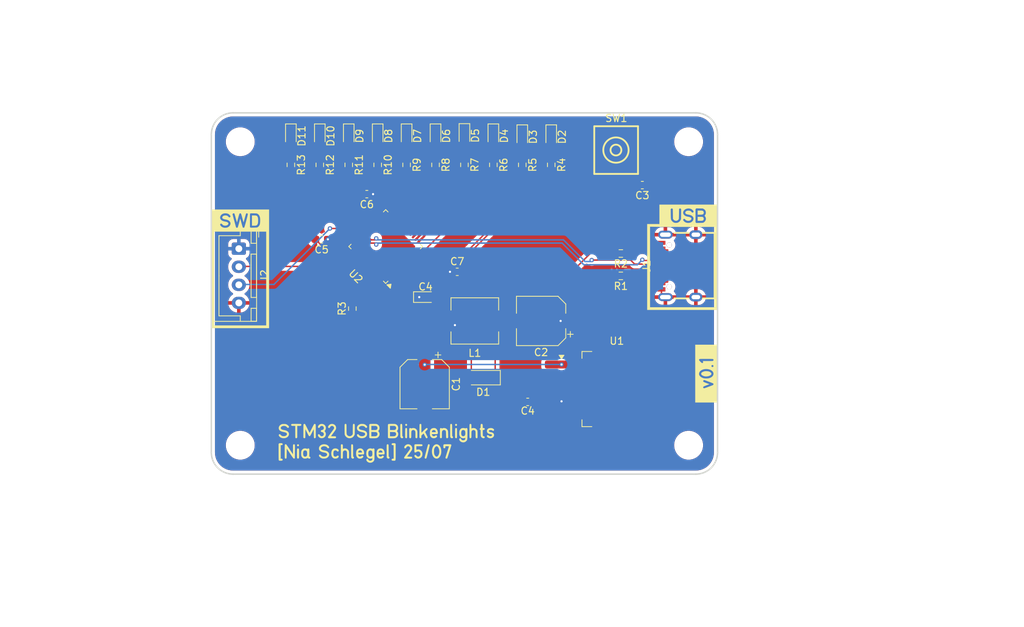
<source format=kicad_pcb>
(kicad_pcb (version 20241229) (generator "pcbnew") (generator_version "9.0")
  (layers (0 "F.Cu" signal) (2 "B.Cu" signal) (13 "F.Paste" user) (15 "B.Paste" user) (5 "F.SilkS" user "F.Silkscreen") (7 "B.SilkS" user "B.Silkscreen") (1 "F.Mask" user) (3 "B.Mask" user) (25 "Edge.Cuts" user))
  (net 0 "")
  (net 1 "GND")
  (net 2 "+3.3V")
  (net 3 "Net-(U2-NRST)")
  (net 4 "Net-(D11-A)")
  (net 5 "VBUS")
  (net 6 "Net-(D1-A)")
  (net 7 "Net-(D2-A)")
  (net 8 "Net-(D3-A)")
  (net 9 "Net-(D4-A)")
  (net 10 "Net-(D5-A)")
  (net 11 "Net-(D6-A)")
  (net 12 "Net-(D7-A)")
  (net 13 "Net-(D8-A)")
  (net 14 "Net-(D9-A)")
  (net 15 "Net-(D10-A)")
  (net 16 "Net-(D1-K)")
  (net 17 "SWDIO")
  (net 18 "SWCLK")
  (net 19 "LED_1")
  (net 20 "LED_2")
  (net 21 "LED_3")
  (net 22 "LED_4")
  (net 23 "LED_5")
  (net 24 "LED_6")
  (net 25 "LED_7")
  (net 26 "LED_8")
  (net 27 "LED_9")
  (net 28 "LED_10")
  (net 29 "Net-(J1-CC1)")
  (net 32 "USB_D+")
  (net 33 "Net-(J1-CC2)")
  (net 34 "Net-(U2-BOOT0)")
  (net 49 "USB_D-")
  (footprint "Resistor_SMD:R_0603_1608Metric_Pad0.98x0.95mm_HandSolder" (layer "F.Cu") (at 150 70.2 -90)
    (property "Reference" "R12")
    (property "Value" "47R")
  )
  (footprint "Diode_SMD:D_SOD-123" (layer "F.Cu") (at 172.6 99.65 180)
    (property "Reference" "D1")
    (property "Value" "1N5819")
  )
  (footprint "Resistor_SMD:R_0603_1608Metric_Pad0.98x0.95mm_HandSolder" (layer "F.Cu") (at 174 70.2 -90)
    (property "Reference" "R6")
    (property "Value" "47R")
  )
  (footprint "LED_SMD:LED_0603_1608Metric_Pad1.05x0.95mm_HandSolder" (layer "F.Cu") (at 174 66.2 -90)
    (property "Reference" "D4")
    (property "Value" "LED")
  )
  (footprint "Resistor_SMD:R_0603_1608Metric_Pad0.98x0.95mm_HandSolder" (layer "F.Cu") (at 158 70.2 -90)
    (property "Reference" "R10")
    (property "Value" "47R")
  )
  (footprint "MountingHole:MountingHole_3.5mm" (layer "F.Cu") (at 139 67)
    (property "Reference" "REF**" (hide yes))
    (property "Value" "MountingHole_3.5mm")
  )
  (footprint "Resistor_SMD:R_0603_1608Metric_Pad0.98x0.95mm_HandSolder" (layer "F.Cu") (at 182 70.2 -90)
    (property "Reference" "R4")
    (property "Value" "47R")
  )
  (footprint "MountingHole:MountingHole_3.5mm" (layer "F.Cu") (at 201 109)
    (property "Reference" "REF**" (hide yes))
    (property "Value" "MountingHole_3.5mm")
  )
  (footprint "LED_SMD:LED_0603_1608Metric_Pad1.05x0.95mm_HandSolder" (layer "F.Cu") (at 170 66.155 -90)
    (property "Reference" "D5")
    (property "Value" "LED")
  )
  (footprint "LED_SMD:LED_0603_1608Metric_Pad1.05x0.95mm_HandSolder" (layer "F.Cu") (at 158 66.2 -90)
    (property "Reference" "D8")
    (property "Value" "LED")
  )
  (footprint "LED_SMD:LED_0603_1608Metric_Pad1.05x0.95mm_HandSolder" (layer "F.Cu") (at 182 66.325 -90)
    (property "Reference" "D2")
    (property "Value" "LED")
  )
  (footprint "Capacitor_SMD:C_0603_1608Metric_Pad1.08x0.95mm_HandSolder" (layer "F.Cu") (at 156.5 74.25 180)
    (property "Reference" "C6")
    (property "Value" "100n")
  )
  (footprint "Capacitor_SMD:C_0603_1608Metric_Pad1.08x0.95mm_HandSolder" (layer "F.Cu") (at 194.6 73 180)
    (property "Reference" "C3")
    (property "Value" "100n")
  )
  (footprint "Connector_JST:JST_XH_B4B-XH-A_1x04_P2.50mm_Vertical" (layer "F.Cu") (at 138.8 81.8 -90)
    (property "Reference" "J2")
    (property "Value" "Conn_01x04_Socket")
  )
  (footprint "LED_SMD:LED_0603_1608Metric_Pad1.05x0.95mm_HandSolder" (layer "F.Cu") (at 146 66.2 -90)
    (property "Reference" "D11")
    (property "Value" "LED")
  )
  (footprint "Package_TO_SOT_SMD:TO-263-5_TabPin6" (layer "F.Cu") (at 191.075 101.225)
    (property "Reference" "U1")
    (property "Value" "LM2575-3.3BT")
  )
  (footprint "Capacitor_SMD:C_0603_1608Metric_Pad1.08x0.95mm_HandSolder" (layer "F.Cu") (at 178.75 103 180)
    (property "Reference" "C4")
    (property "Value" "100u")
  )
  (footprint "Resistor_SMD:R_0603_1608Metric_Pad0.98x0.95mm_HandSolder" (layer "F.Cu") (at 178 70.2 -90)
    (property "Reference" "R5")
    (property "Value" "47R")
  )
  (footprint "Resistor_SMD:R_0603_1608Metric_Pad0.98x0.95mm_HandSolder" (layer "F.Cu") (at 154.5 90.0875 90)
    (property "Reference" "R3")
    (property "Value" "10K")
  )
  (footprint "Inductor_SMD:L_6.3x6.3_H3" (layer "F.Cu") (at 171.432761 91.8 180)
    (property "Reference" "L1")
    (property "Value" "330u")
  )
  (footprint "Resistor_SMD:R_0603_1608Metric_Pad0.98x0.95mm_HandSolder" (layer "F.Cu") (at 166 70.2 -90)
    (property "Reference" "R8")
    (property "Value" "47R")
  )
  (footprint "Capacitor_SMD:CP_Elec_6.3x7.7" (layer "F.Cu") (at 180.6 91.8 180)
    (property "Reference" "C2")
    (property "Value" "330u")
  )
  (footprint "Resistor_SMD:R_0603_1608Metric_Pad0.98x0.95mm_HandSolder" (layer "F.Cu") (at 191.6275 85.56 180)
    (property "Reference" "R1")
    (property "Value" "5k1")
  )
  (footprint "Capacitor_SMD:C_0603_1608Metric_Pad1.08x0.95mm_HandSolder" (layer "F.Cu") (at 150.25 80.5 180)
    (property "Reference" "C5")
    (property "Value" "100n")
  )
  (footprint "Resistor_SMD:R_0603_1608Metric_Pad0.98x0.95mm_HandSolder" (layer "F.Cu") (at 191.6275 82.46 180)
    (property "Reference" "R2")
    (property "Value" "5k1")
  )
  (footprint "easyeda2kicad:KEY-SMD_4P-L6.2-W6.5-P4.50-LS8.0_SKHMXX" (layer "F.Cu") (at 191 68.15)
    (property "Reference" "SW1")
    (property "Value" "SW_Push")
  )
  (footprint "Resistor_SMD:R_0603_1608Metric_Pad0.98x0.95mm_HandSolder" (layer "F.Cu") (at 146 70.2 -90)
    (property "Reference" "R13")
    (property "Value" "47R")
  )
  (footprint "Resistor_SMD:R_0603_1608Metric_Pad0.98x0.95mm_HandSolder" (layer "F.Cu") (at 170 70.2 -90)
    (property "Reference" "R7")
    (property "Value" "47R")
  )
  (footprint "easyeda2kicad:USB-C-SMD_TYPE-C-6PIN-2MD-073" (layer "F.Cu") (at 199.62 84.18 90)
    (property "Reference" "J1")
    (property "Value" "USB_C_Receptacle")
  )
  (footprint "Capacitor_SMD:C_0603_1608Metric_Pad1.08x0.95mm_HandSolder" (layer "F.Cu") (at 169 85)
    (property "Reference" "C7")
    (property "Value" "100n")
  )
  (footprint "MountingHole:MountingHole_3.5mm" (layer "F.Cu") (at 139 109)
    (property "Reference" "REF**" (hide yes))
    (property "Value" "MountingHole_3.5mm")
  )
  (footprint "LED_SMD:LED_0603_1608Metric_Pad1.05x0.95mm_HandSolder" (layer "F.Cu") (at 154 66.2 -90)
    (property "Reference" "D9")
    (property "Value" "LED")
  )
  (footprint "Resistor_SMD:R_0603_1608Metric_Pad0.98x0.95mm_HandSolder" (layer "F.Cu") (at 154 70.2 -90)
    (property "Reference" "R11")
    (property "Value" "47R")
  )
  (footprint "Capacitor_SMD:CP_Elec_6.3x7.7" (layer "F.Cu") (at 164.5 100.55 -90)
    (property "Reference" "C1")
    (property "Value" "100u")
  )
  (footprint "LED_SMD:LED_0603_1608Metric_Pad1.05x0.95mm_HandSolder" (layer "F.Cu") (at 150 66.2 -90)
    (property "Reference" "D10")
    (property "Value" "LED")
  )
  (footprint "LED_SMD:LED_0603_1608Metric_Pad1.05x0.95mm_HandSolder" (layer "F.Cu") (at 166 66.2 -90)
    (property "Reference" "D6")
    (property "Value" "LED")
  )
  (footprint "Resistor_SMD:R_0603_1608Metric_Pad0.98x0.95mm_HandSolder" (layer "F.Cu") (at 162 70.2 -90)
    (property "Reference" "R9")
    (property "Value" "47R")
  )
  (footprint "LED_SMD:LED_0603_1608Metric_Pad1.05x0.95mm_HandSolder" (layer "F.Cu") (at 178 66.325 -90)
    (property "Reference" "D3")
    (property "Value" "LED")
  )
  (footprint "Package_QFP:LQFP-48_7x7mm_P0.5mm" (layer "F.Cu") (at 159.112124 81.501212 135)
    (property "Reference" "U2")
    (property "Value" "STM32F103C8Tx")
  )
  (footprint "MountingHole:MountingHole_3.5mm" (layer "F.Cu") (at 201 67)
    (property "Reference" "REF**" (hide yes))
    (property "Value" "MountingHole_3.5mm")
  )
  (footprint "LED_SMD:LED_0603_1608Metric_Pad1.05x0.95mm_HandSolder" (layer "F.Cu") (at 164.625 88.5)
    (property "Reference" "C4")
    (property "Value" "100n")
  )
  (footprint "LED_SMD:LED_0603_1608Metric_Pad1.05x0.95mm_HandSolder" (layer "F.Cu") (at 162 66.2 -90)
    (property "Reference" "D7")
    (property "Value" "LED")
  )
  (gr_poly (pts (xy 155.799804 106.050536) (xy 155.826968 106.050925) (xy 155.888884 106.052725) (xy 155.955042 106.05548) (xy 156.008965 106.05896) (xy 156.0323 106.061189) (xy 156.053731 106.06386) (xy 156.073642 106.067061) (xy 156.092417 106.070878) (xy 156.110443 106.075399) (xy 156.128102 106.080711) (xy 156.14578 106.0869) (xy 156.163862 106.094055) (xy 156.182732 106.102262) (xy 156.202776 106.111609) (xy 156.24792 106.134069) (xy 156.27697 106.149884) (xy 156.305655 106.167425) (xy 156.333768 106.186466) (xy 156.3611 106.206778) (xy 156.387443 106.228135) (xy 156.41259 106.250309) (xy 156.436333 106.273073) (xy 156.458463 106.2962) (xy 156.478773 106.319462) (xy 156.497054 106.342632) (xy 156.5131 106.365483) (xy 156.526702 106.387787) (xy 156.537651 106.409317) (xy 156.54574 106.429847) (xy 156.548648 106.439665) (xy 156.550762 106.449148) (xy 156.552058 106.458267) (xy 156.552508 106.466993) (xy 156.55231 106.473235) (xy 156.551696 106.47946) (xy 156.550681 106.485655) (xy 156.549276 106.491809) (xy 156.547495 106.49791) (xy 156.545352 106.503946) (xy 156.542859 106.509905) (xy 156.54003 106.515776) (xy 156.536877 106.521546) (xy 156.533414 106.527203) (xy 156.529655 106.532737) (xy 156.525612 106.538135) (xy 156.521298 106.543384) (xy 156.516727 106.548474) (xy 156.511912 106.553393) (xy 156.506865 106.558128) (xy 156.501601 106.562668) (xy 156.496132 106.567001) (xy 156.490471 106.571115) (xy 156.484632 106.574998) (xy 156.478628 106.578639) (xy 156.472472 106.582025) (xy 156.466177 106.585145) (xy 156.459756 106.587986) (xy 156.453223 106.590538) (xy 156.44659 106.592788) (xy 156.439871 106.594725) (xy 156.433079 106.596335) (xy 156.426227 106.597609) (xy 156.419329 106.598533) (xy 156.412396 106.599096) (xy 156.405444 106.599287) (xy 156.396676 106.59904) (xy 156.388239 106.598275) (xy 156.380076 106.596955) (xy 156.376079 106.596075) (xy 156.37213 106.595043) (xy 156.36822 106.593853) (xy 156.364344 106.592501) (xy 156.360494 106.590982) (xy 156.356663 106.589292) (xy 156.352844 106.587426) (xy 156.34903 106.58538) (xy 156.341387 106.580726) (xy 156.33368 106.575295) (xy 156.325851 106.569049) (xy 156.317843 106.56195) (xy 156.309601 106.553962) (xy 156.301067 106.545047) (xy 156.292186 106.535169) (xy 156.2829 106.52429) (xy 156.273154 106.512373) (xy 156.255041 106.490838) (xy 156.236475 106.470818) (xy 156.217377 106.452277) (xy 156.197669 106.435176) (xy 156.177273 106.419479) (xy 156.156109 106.405148) (xy 156.134099 106.392148) (xy 156.111165 106.380439) (xy 156.087229 106.369987) (xy 156.062212 106.360752) (xy 156.036035 106.352699) (xy 156.00862 106.34579) (xy 155.979889 106.339989) (xy 155.949763 106.335257) (xy 155.918163 106.331558) (xy 155.885012 106.328855) (xy 155.842502 106.326586) (xy 155.823458 106.326039) (xy 155.805656 106.325917) (xy 155.788919 106.326245) (xy 155.773075 106.327048) (xy 155.757947 106.328351) (xy 155.743362 106.330181) (xy 155.729144 106.332561) (xy 155.715119 106.335518) (xy 155.701112 106.339076) (xy 155.686948 106.34326) (xy 155.672453 106.348096) (xy 155.657451 106.353609) (xy 155.641769 106.359824) (xy 155.625231 106.366766) (xy 155.60633 106.375266) (xy 155.588246 106.384144) (xy 155.570984 106.393385) (xy 155.554554 106.402971) (xy 155.538961 106.412885) (xy 155.524215 106.42311) (xy 155.510321 106.433629) (xy 155.497287 106.444425) (xy 155.485121 106.455482) (xy 155.473831 106.466782) (xy 155.463422 106.478308) (xy 155.453904 106.490044) (xy 155.445282 106.501972) (xy 155.437566 106.514076) (xy 155.430761 106.526339) (xy 155.424875 106.538743) (xy 155.419916 106.551272) (xy 155.415891 106.563908) (xy 155.412807 106.576635) (xy 155.410672 106.589437) (xy 155.409493 106.602295) (xy 155.409278 106.615193) (xy 155.410034 106.628114) (xy 155.411767 106.641041) (xy 155.414487 106.653957) (xy 155.418199 106.666846) (xy 155.422911 106.679689) (xy 155.428632 106.692471) (xy 155.435367 106.705175) (xy 155.443125 106.717782) (xy 155.451912 106.730277) (xy 155.461737 106.742643) (xy 155.4745 106.756716) (xy 155.481348 106.763467) (xy 155.488529 106.770036) (xy 155.496058 106.776429) (xy 155.503953 106.782652) (xy 155.512229 106.788712) (xy 155.520902 106.794613) (xy 155.539505 106.805968) (xy 155.55989 106.816766) (xy 155.582187 106.827055) (xy 155.606524 106.836884) (xy 155.63303 106.846302) (xy 155.661835 106.855358) (xy 155.693068 106.864101) (xy 155.726857 106.872579) (xy 155.763332 106.880841) (xy 155.802621 106.888936) (xy 155.844853 106.896913) (xy 155.890158 106.904821) (xy 155.969462 106.919867) (xy 156.043535 106.937441) (xy 156.112391 106.957556) (xy 156.176047 106.980228) (xy 156.234518 107.005468) (xy 156.287822 107.03329) (xy 156.335974 107.063709) (xy 156.378989 107.096738) (xy 156.398575 107.114235) (xy 156.416884 107.132389) (xy 156.433916 107.151203) (xy 156.449674 107.170677) (xy 156.46416 107.190814) (xy 156.477376 107.211615) (xy 156.489324 107.233083) (xy 156.500006 107.255217) (xy 156.509423 107.278022) (xy 156.517579 107.301497) (xy 156.524474 107.325644) (xy 156.530111 107.350467) (xy 156.534492 107.375965) (xy 156.537619 107.402141) (xy 156.540118 107.456533) (xy 156.539303 107.485135) (xy 156.53688 107.513335) (xy 156.532883 107.541101) (xy 156.527346 107.568407) (xy 156.520301 107.595222) (xy 156.511783 107.621518) (xy 156.501825 107.647265) (xy 156.49046 107.672434) (xy 156.477722 107.696997) (xy 156.463645 107.720923) (xy 156.448262 107.744184) (xy 156.431606 107.766751) (xy 156.413712 107.788594) (xy 156.394612 107.809685) (xy 156.37434 107.829994) (xy 156.35293 107.849493) (xy 156.330415 107.868151) (xy 156.306828 107.885941) (xy 156.282204 107.902832) (xy 156.256576 107.918797) (xy 156.229977 107.933804) (xy 156.202441 107.947827) (xy 156.174001 107.960834) (xy 156.144691 107.972798) (xy 156.114544 107.983689) (xy 156.083594 107.993478) (xy 156.051874 108.002136) (xy 156.019419 108.009634) (xy 155.986261 108.015943) (xy 155.952434 108.021033) (xy 155.917971 108.024875) (xy 155.882907 108.027441) (xy 155.84862 108.029049) (xy 155.814963 108.030131) (xy 155.782793 108.030692) (xy 155.752966 108.03074) (xy 155.726336 108.030282) (xy 155.703761 108.029325) (xy 155.686096 108.027874) (xy 155.674197 108.025938) (xy 155.674182 108.025968) (xy 155.629561 108.014343) (xy 155.587162 108.002123) (xy 155.54692 107.989271) (xy 155.508772 107.975752) (xy 155.472657 107.961529) (xy 155.43851 107.946566) (xy 155.40627 107.930827) (xy 155.375873 107.914276) (xy 155.347256 107.896876) (xy 155.320356 107.878592) (xy 155.295111 107.859387) (xy 155.271458 107.839224) (xy 155.249334 107.818069) (xy 155.228675 107.795884) (xy 155.20942 107.772633) (xy 155.191504 107.748281) (xy 155.178456 107.728349) (xy 155.167107 107.7087) (xy 155.157458 107.689393) (xy 155.14951 107.670489) (xy 155.143264 107.652049) (xy 155.138722 107.634132) (xy 155.135883 107.616799) (xy 155.135104 107.60837) (xy 155.134751 107.60011) (xy 155.134824 107.592026) (xy 155.135324 107.584125) (xy 155.136251 107.576416) (xy 155.137605 107.568905) (xy 155.139386 107.561601) (xy 155.141594 107.554511) (xy 155.14423 107.547641) (xy 155.147293 107.541001) (xy 155.150784 107.534597) (xy 155.154703 107.528437) (xy 155.159049 107.522529) (xy 155.163824 107.516879) (xy 155.169027 107.511496) (xy 155.174658 107.506388) (xy 155.180717 107.50156) (xy 155.187205 107.497022) (xy 155.194153 107.492673) (xy 155.201071 107.488751) (xy 155.207962 107.485257) (xy 155.214829 107.482193) (xy 155.221676 107.479561) (xy 155.228507 107.47736) (xy 155.235325 107.475593) (xy 155.242134 107.47426) (xy 155.248937 107.473364) (xy 155.255738 107.472905) (xy 155.26254 107.472884) (xy 155.269347 107.473303) (xy 155.276162 107.474163) (xy 155.28299 107.475465) (xy 155.289833 107.477211) (xy 155.296695 107.479401) (xy 155.30358 107.482038) (xy 155.31049 107.485121) (xy 155.317431 107.488653) (xy 155.324405 107.492634) (xy 155.331416 107.497067) (xy 155.338467 107.501952) (xy 155.345562 107.50729) (xy 155.352704 107.513082) (xy 155.359898 107.519331) (xy 155.367146 107.526037) (xy 155.38182 107.540825) (xy 155.396754 107.557456) (xy 155.411978 107.575941) (xy 155.430215 107.597707) (xy 155.449235 107.617916) (xy 155.46909 107.636588) (xy 155.48983 107.653746) (xy 155.511508 107.669411) (xy 155.522714 107.67669) (xy 155.534173 107.683603) (xy 155.557876 107.696345) (xy 155.582669 107.707657) (xy 155.608603 107.71756) (xy 155.635728 107.726077) (xy 155.664096 107.733229) (xy 155.693757 107.739036) (xy 155.724762 107.743521) (xy 155.757163 107.746704) (xy 155.79101 107.748606) (xy 155.826354 107.74925) (xy 155.872271 107.747818) (xy 155.916611 107.743551) (xy 155.959184 107.736577) (xy 155.999797 107.727022) (xy 156.038259 107.715016) (xy 156.074381 107.700683) (xy 156.107969 107.684153) (xy 156.138834 107.665551) (xy 156.166783 107.645005) (xy 156.191626 107.622643) (xy 156.202823 107.610821) (xy 156.213172 107.598592) (xy 156.222648 107.585973) (xy 156.231229 107.572979) (xy 156.238889 107.559626) (xy 156.245606 107.54593) (xy 156.251355 107.531908) (xy 156.256112 107.517574) (xy 156.259854 107.502946) (xy 156.262556 107.488038) (xy 156.264195 107.472867) (xy 156.264746 107.457449) (xy 156.264377 107.444197) (xy 156.263257 107.431324) (xy 156.261373 107.418819) (xy 156.258708 107.406673) (xy 156.255246 107.394877) (xy 156.250971 107.38342) (xy 156.245869 107.372293) (xy 156.239923 107.361486) (xy 156.233118 107.35099) (xy 156.225439 107.340795) (xy 156.216868 107.330892) (xy 156.207392 107.32127) (xy 156.196993 107.311921) (xy 156.185657 107.302833) (xy 156.173368 107.293999) (xy 156.16011 107.285408) (xy 156.145868 107.27705) (xy 156.130625 107.268916) (xy 156.114367 107.260996) (xy 156.097077 107.253281) (xy 156.07874 107.245761) (xy 156.05934 107.238426) (xy 156.038862 107.231266) (xy 156.01729 107.224272) (xy 155.994608 107.217435) (xy 155.970801 107.210744) (xy 155.919747 107.197764) (xy 155.864004 107.185255) (xy 155.803446 107.173139) (xy 155.719023 107.155608) (xy 155.640706 107.136139) (xy 155.568404 107.114658) (xy 155.502026 107.091089) (xy 155.441481 107.065357) (xy 155.386678 107.037386) (xy 155.337526 107.0071) (xy 155.293934 106.974424) (xy 155.274195 106.957166) (xy 155.255811 106.939283) (xy 155.238773 106.920764) (xy 155.223067 106.9016) (xy 155.208683 106.881783) (xy 155.19561 106.861302) (xy 155.183835 106.840148) (xy 155.173349 106.818311) (xy 155.164139 106.795782) (xy 155.156193 106.772553) (xy 155.149501 106.748612) (xy 155.144052 106.723951) (xy 155.136834 106.672432) (xy 155.134448 106.617918) (xy 155.134901 106.596188) (xy 155.136257 106.57469) (xy 155.138506 106.553434) (xy 155.14164 106.532432) (xy 155.145651 106.511693) (xy 155.15053 106.491229) (xy 155.156268 106.471049) (xy 155.162858 106.451165) (xy 155.170291 106.431587) (xy 155.178559 106.412326) (xy 155.187653 106.393391) (xy 155.197564 106.374795) (xy 155.208285 106.356546) (xy 155.219806 106.338657) (xy 155.23212 106.321137) (xy 155.245218 106.303997) (xy 155.273733 106.270899) (xy 155.305283 106.239448) (xy 155.339801 106.209728) (xy 155.377219 106.181825) (xy 155.417471 106.155822) (xy 155.460489 106.131804) (xy 155.506205 106.109856) (xy 155.554553 106.090063) (xy 155.572857 106.083351) (xy 155.590331 106.077355) (xy 155.607226 106.072045) (xy 155.623795 106.067394) (xy 155.64029 106.063374) (xy 155.656962 106.059955) (xy 155.674063 106.057112) (xy 155.691847 106.054814) (xy 155.710563 106.053035) (xy 155.730465 106.051745) (xy 155.751805 106.050918) (xy 155.774834 106.050524)) (fill yes) (layer "F.SilkS"))
  (gr_poly (pts (xy 150.690301 108.870448) (xy 150.761113 108.880333) (xy 150.830429 108.89535) (xy 150.897569 108.91543) (xy 150.961853 108.940503) (xy 151.022599 108.970501) (xy 151.051433 108.987324) (xy 151.079127 109.005352) (xy 151.105596 109.024576) (xy 151.130756 109.044987) (xy 151.154521 109.066578) (xy 151.176806 109.089338) (xy 151.195547 109.1101) (xy 151.212514 109.129825) (xy 151.227738 109.148591) (xy 151.241254 109.166477) (xy 151.253093 109.183559) (xy 151.263288 109.199915) (xy 151.271871 109.215624) (xy 151.278875 109.230763) (xy 151.284333 109.24541) (xy 151.288276 109.259642) (xy 151.290738 109.273538) (xy 151.291751 109.287175) (xy 151.291347 109.30063) (xy 151.28956 109.313983) (xy 151.28642 109.327309) (xy 151.281962 109.340688) (xy 151.277636 109.35089) (xy 151.272695 109.360418) (xy 151.267175 109.369272) (xy 151.261113 109.377454) (xy 151.254545 109.384962) (xy 151.247507 109.3918) (xy 151.240034 109.397966) (xy 151.232164 109.403462) (xy 151.223932 109.408289) (xy 151.215374 109.412446) (xy 151.206527 109.415936) (xy 151.197426 109.418757) (xy 151.188108 109.420912) (xy 151.178609 109.4224) (xy 151.168965 109.423222) (xy 151.159212 109.42338) (xy 151.149386 109.422873) (xy 151.139524 109.421702) (xy 151.129661 109.419868) (xy 151.119833 109.417372) (xy 151.110078 109.414214) (xy 151.10043 109.410395) (xy 151.090927 109.405916) (xy 151.081603 109.400776) (xy 151.072496 109.394978) (xy 151.063641 109.388521) (xy 151.055075 109.381406) (xy 151.046833 109.373635) (xy 151.038953 109.365206) (xy 151.031469 109.356122) (xy 151.024418 109.346383) (xy 151.017836 109.335989) (xy 151.006609 109.318587) (xy 150.993971 109.301932) (xy 150.979996 109.286038) (xy 150.964754 109.270917) (xy 150.948319 109.256581) (xy 150.930763 109.243043) (xy 150.912158 109.230316) (xy 150.892576 109.218413) (xy 150.872091 109.207347) (xy 150.850774 109.197129) (xy 150.828698 109.187773) (xy 150.805935 109.179292) (xy 150.782557 109.171699) (xy 150.758637 109.165005) (xy 150.734247 109.159224) (xy 150.709459 109.154368) (xy 150.684346 109.150451) (xy 150.658981 109.147484) (xy 150.633434 109.145481) (xy 150.60778 109.144455) (xy 150.58209 109.144417) (xy 150.556437 109.145381) (xy 150.530892 109.14736) (xy 150.505529 109.150366) (xy 150.480419 109.154412) (xy 150.455636 109.15951) (xy 150.43125 109.165674) (xy 150.407336 109.172916) (xy 150.383964 109.181249) (xy 150.361208 109.190685) (xy 150.33914 109.201237) (xy 150.317832 109.212919) (xy 150.296992 109.225544) (xy 150.277837 109.238031) (xy 150.260319 109.250448) (xy 150.244393 109.262859) (xy 150.230011 109.275333) (xy 150.217126 109.287934) (xy 150.20569 109.30073) (xy 150.200502 109.307221) (xy 150.195658 109.313786) (xy 150.191154 109.320433) (xy 150.186982 109.32717) (xy 150.183138 109.334005) (xy 150.179615 109.340947) (xy 150.176408 109.348004) (xy 150.173511 109.355184) (xy 150.170917 109.362496) (xy 150.168621 109.369947) (xy 150.1649 109.385303) (xy 150.162301 109.401318) (xy 150.160775 109.418058) (xy 150.160277 109.43559) (xy 150.160636 109.449566) (xy 150.161724 109.463124) (xy 150.163554 109.476273) (xy 150.166141 109.489023) (xy 150.169499 109.501382) (xy 150.173643 109.51336) (xy 150.178586 109.524966) (xy 150.184344 109.536209) (xy 150.19093 109.547099) (xy 150.198359 109.557645) (xy 150.206644 109.567856) (xy 150.215802 109.577741) (xy 150.225844 109.587309) (xy 150.236787 109.59657) (xy 150.248645 109.605532) (xy 150.26143 109.614206) (xy 150.275159 109.6226) (xy 150.289845 109.630723) (xy 150.305503 109.638585) (xy 150.322146 109.646195) (xy 150.33979 109.653563) (xy 150.358449 109.660696) (xy 150.378136 109.667605) (xy 150.398866 109.674299) (xy 150.420654 109.680786) (xy 150.443513 109.687077) (xy 150.492505 109.699105) (xy 150.545956 109.710456) (xy 150.60398 109.721204) (xy 150.657175 109.730811) (xy 150.706602 109.740563) (xy 150.75252 109.750569) (xy 150.795188 109.760942) (xy 150.834864 109.771792) (xy 150.871806 109.78323) (xy 150.906274 109.795366) (xy 150.938526 109.808312) (xy 150.968821 109.822179) (xy 150.997416 109.837076) (xy 151.024571 109.853116) (xy 151.050544 109.870409) (xy 151.075595 109.889066) (xy 151.09998 109.909198) (xy 151.123959 109.930915) (xy 151.147792 109.954328) (xy 151.163766 109.970809) (xy 151.178306 109.986272) (xy 151.1915 110.000864) (xy 151.203435 110.014736) (xy 151.2142 110.028036) (xy 151.223881 110.040914) (xy 151.232568 110.053518) (xy 151.240348 110.065997) (xy 151.24731 110.0785) (xy 151.25354 110.091177) (xy 151.259127 110.104177) (xy 151.26416 110.117648) (xy 151.268725 110.13174) (xy 151.272911 110.146601) (xy 151.276806 110.16238) (xy 151.280497 110.179228) (xy 151.284781 110.202616) (xy 151.287911 110.225919) (xy 151.2899 110.249116) (xy 151.290758 110.272191) (xy 151.290496 110.295125) (xy 151.289127 110.317899) (xy 151.28666 110.340497) (xy 151.283107 110.362899) (xy 151.278479 110.385087) (xy 151.272788 110.407044) (xy 151.266044 110.428751) (xy 151.258259 110.45019) (xy 151.249444 110.471343) (xy 151.239611 110.492192) (xy 151.228769 110.512719) (xy 151.216931 110.532905) (xy 151.204108 110.552733) (xy 151.19031 110.572184) (xy 151.175549 110.59124) (xy 151.159837 110.609883) (xy 151.143184 110.628095) (xy 151.125601 110.645858) (xy 151.087693 110.679964) (xy 151.0462 110.712055) (xy 151.001213 110.741986) (xy 150.952821 110.769613) (xy 150.901114 110.79479) (xy 150.878297 110.803641) (xy 150.851206 110.811803) (xy 150.820418 110.819237) (xy 150.786507 110.825905) (xy 150.75005 110.831769) (xy 150.71162 110.836789) (xy 150.671793 110.840927) (xy 150.631144 110.844145) (xy 150.590249 110.846403) (xy 150.549683 110.847664) (xy 150.510021 110.847888) (xy 150.471838 110.847037) (xy 150.43571 110.845073) (xy 150.402211 110.841957) (xy 150.371918 110.83765) (xy 150.345404 110.832113) (xy 150.345389 110.832083) (xy 150.308801 110.821601) (xy 150.272014 110.80866) (xy 150.235293 110.793463) (xy 150.198903 110.77621) (xy 150.16311 110.757103) (xy 150.128179 110.736343) (xy 150.094376 110.714133) (xy 150.061966 110.690674) (xy 150.031214 110.666166) (xy 150.002386 110.640813) (xy 149.975747 110.614816) (xy 149.951562 110.588375) (xy 149.930098 110.561693) (xy 149.91162 110.534971) (xy 149.896392 110.508411) (xy 149.88468 110.482214) (xy 149.882331 110.47553) (xy 149.880339 110.468791) (xy 149.878697 110.46201) (xy 149.877402 110.455199) (xy 149.876448 110.44837) (xy 149.875828 110.441536) (xy 149.87554 110.434709) (xy 149.875576 110.427903) (xy 149.875931 110.421128) (xy 149.876601 110.414399) (xy 149.87758 110.407727) (xy 149.878863 110.401125) (xy 149.880444 110.394605) (xy 149.882319 110.388181) (xy 149.886926 110.375666) (xy 149.889649 110.369601) (xy 149.892644 110.363682) (xy 149.895905 110.357919) (xy 149.899428 110.352327) (xy 149.903208 110.346917) (xy 149.907238 110.341701) (xy 149.911514 110.336694) (xy 149.916031 110.331906) (xy 149.920783 110.327351) (xy 149.925765 110.32304) (xy 149.930971 110.318987) (xy 149.936397 110.315204) (xy 149.942037 110.311704) (xy 149.947886 110.308498) (xy 149.953938 110.3056) (xy 149.960189 110.303022) (xy 149.966641 110.300684) (xy 149.972951 110.29864) (xy 149.979135 110.2969) (xy 149.985214 110.295473) (xy 149.991203 110.294369) (xy 149.997122 110.293598) (xy 150.002988 110.293168) (xy 150.008818 110.29309) (xy 150.014632 110.293372) (xy 150.020446 110.294024) (xy 150.026279 110.295056) (xy 150.032149 110.296477) (xy 150.038074 110.298296) (xy 150.044071 110.300522) (xy 150.050158 110.303166) (xy 150.056354 110.306237) (xy 150.062676 110.309744) (xy 150.069143 110.313696) (xy 150.075772 110.318103) (xy 150.082581 110.322975) (xy 150.089588 110.328321) (xy 150.096811 110.334149) (xy 150.111977 110.347295) (xy 150.128222 110.362486) (xy 150.14569 110.3798) (xy 150.164523 110.399311) (xy 150.184867 110.421095) (xy 150.197015 110.434002) (xy 150.208881 110.446029) (xy 150.220542 110.457225) (xy 150.232077 110.46764) (xy 150.243564 110.477323) (xy 150.255082 110.486324) (xy 150.266709 110.494692) (xy 150.278524 110.502476) (xy 150.290605 110.509727) (xy 150.303032 110.516492) (xy 150.315881 110.522823) (xy 150.329233 110.528768) (xy 150.343165 110.534377) (xy 150.357755 110.539699) (xy 150.373083 110.544784) (xy 150.389228 110.54968) (xy 150.416936 110.557061) (xy 150.444745 110.563151) (xy 150.500407 110.571571) (xy 150.555701 110.575163) (xy 150.61011 110.574148) (xy 150.663122 110.568749) (xy 150.714222 110.559187) (xy 150.762896 110.545683) (xy 150.80863 110.52846) (xy 150.850909 110.507739) (xy 150.889219 110.483742) (xy 150.906725 110.470584) (xy 150.923046 110.456691) (xy 150.938117 110.442089) (xy 150.951876 110.426806) (xy 150.964256 110.410871) (xy 150.975194 110.394311) (xy 150.984626 110.377154) (xy 150.992486 110.359426) (xy 150.998712 110.341158) (xy 151.003239 110.322374) (xy 151.006002 110.303105) (xy 151.006938 110.283376) (xy 151.006525 110.269951) (xy 151.005282 110.256851) (xy 151.003203 110.244071) (xy 151.00028 110.231607) (xy 150.996508 110.219456) (xy 150.99188 110.207614) (xy 150.986389 110.196075) (xy 150.980028 110.184836) (xy 150.972792 110.173893) (xy 150.964673 110.163242) (xy 150.955665 110.152878) (xy 150.945761 110.142798) (xy 150.934955 110.132997) (xy 150.923241 110.12347) (xy 150.910611 110.114215) (xy 150.897059 110.105226) (xy 150.882579 110.0965) (xy 150.867164 110.088033) (xy 150.850807 110.079819) (xy 150.833502 110.071856) (xy 150.815242 110.064139) (xy 150.796021 110.056664) (xy 150.775833 110.049426) (xy 150.754669 110.042422) (xy 150.732525 110.035647) (xy 150.709394 110.029098) (xy 150.660142 110.016658) (xy 150.606861 110.005069) (xy 150.549498 109.994299) (xy 150.503815 109.985918) (xy 150.46036 109.977097) (xy 150.419051 109.967803) (xy 150.379801 109.958002) (xy 150.342526 109.947658) (xy 150.307142 109.936738) (xy 150.273563 109.925208) (xy 150.241707 109.913034) (xy 150.211486 109.900182) (xy 150.182818 109.886616) (xy 150.155616 109.872305) (xy 150.129798 109.857212) (xy 150.105277 109.841304) (xy 150.08197 109.824548) (xy 150.059791 109.806908) (xy 150.038657 109.788351) (xy 150.016009 109.76697) (xy 149.995434 109.746426) (xy 149.976848 109.726538) (xy 149.960166 109.707127) (xy 149.945304 109.688015) (xy 149.932177 109.669021) (xy 149.920702 109.649966) (xy 149.910795 109.630671) (xy 149.906402 109.620878) (xy 149.90237 109.610957) (xy 149.895344 109.590644) (xy 149.889633 109.569553) (xy 149.885152 109.547505) (xy 149.881817 109.524319) (xy 149.879543 109.499818) (xy 149.878247 109.473821) (xy 149.877844 109.44615) (xy 149.878913 109.41087) (xy 149.882085 109.376507) (xy 149.887369 109.343048) (xy 149.894772 109.310479) (xy 149.904302 109.278788) (xy 149.915966 109.247962) (xy 149.929772 109.217988) (xy 149.945727 109.188855) (xy 149.963839 109.160548) (xy 149.984116 109.133056) (xy 150.006564 109.106366) (xy 150.031192 109.080465) (xy 150.058006 109.05534) (xy 150.087016 109.030978) (xy 150.118227 109.007367) (xy 150.151648 108.984495) (xy 150.180248 108.966939) (xy 150.20992 108.950813) (xy 150.24058 108.93611) (xy 150.272142 108.922821) (xy 150.337633 108.900449) (xy 150.405712 108.883627) (xy 150.475699 108.872285) (xy 150.546914 108.866354) (xy 150.618674 108.865765)) (fill yes) (layer "F.SilkS"))
  (gr_poly (pts (xy 168.862159 106.620694) (xy 168.873211 106.621178) (xy 168.883534 106.622074) (xy 168.893151 106.623508) (xy 168.902088 106.625605) (xy 168.91037 106.628493) (xy 168.914273 106.630272) (xy 168.918022 106.632297) (xy 168.921619 106.634581) (xy 168.925068 106.637142) (xy 168.928372 106.639995) (xy 168.931534 106.643155) (xy 168.934558 106.646639) (xy 168.937445 106.650462) (xy 168.9402 106.65464) (xy 168.942825 106.659189) (xy 168.945324 106.664124) (xy 168.947699 106.669462) (xy 168.952093 106.681406) (xy 168.956031 106.695149) (xy 168.959539 106.710815) (xy 168.96264 106.728531) (xy 168.965361 106.748423) (xy 168.967726 106.770616) (xy 168.969759 106.795238) (xy 168.971487 106.822413) (xy 168.972934 106.852268) (xy 168.974124 106.884928) (xy 168.975083 106.92052) (xy 168.976408 107.001004) (xy 168.977107 107.094726) (xy 168.977427 107.325918) (xy 168.976499 107.678025) (xy 168.974694 107.790959) (xy 168.971423 107.870874) (xy 168.966257 107.924568) (xy 168.96283 107.943706) (xy 168.958767 107.958838) (xy 168.954016 107.970812) (xy 168.948523 107.980479) (xy 168.935095 107.99629) (xy 168.929773 108.001424) (xy 168.924424 108.006207) (xy 168.919049 108.010639) (xy 168.913648 108.01472) (xy 168.908222 108.01845) (xy 168.902772 108.02183) (xy 168.897298 108.024859) (xy 168.891801 108.027537) (xy 168.88628 108.029864) (xy 168.880737 108.031841) (xy 168.875173 108.033467) (xy 168.869587 108.034743) (xy 168.86398 108.035668) (xy 168.858353 108.036243) (xy 168.852707 108.036467) (xy 168.847041 108.03634) (xy 168.841357 108.035864) (xy 168.835654 108.035037) (xy 168.829934 108.033859) (xy 168.824197 108.032332) (xy 168.818444 108.030454) (xy 168.812674 108.028226) (xy 168.806889 108.025648) (xy 168.80109 108.022719) (xy 168.795275 108.019441) (xy 168.789447 108.015812) (xy 168.783606 108.011834) (xy 168.777752 108.007505) (xy 168.771885 108.002827) (xy 168.766007 107.997798) (xy 168.760118 107.99242) (xy 168.754218 107.986692) (xy 168.75421 107.986662) (xy 168.702262 107.934713) (xy 168.702262 107.324629) (xy 168.702686 107.097987) (xy 168.704927 106.926037) (xy 168.707182 106.858214) (xy 168.710435 106.801236) (xy 168.714868 106.754159) (xy 168.720661 106.716041) (xy 168.727997 106.685939) (xy 168.737056 106.662909) (xy 168.748021 106.646009) (xy 168.761071 106.634297) (xy 168.776389 106.626828) (xy 168.794157 106.622661) (xy 168.814554 106.620852) (xy 168.837763 106.620458)) (fill yes) (layer "F.SilkS"))
  (gr_poly (pts (xy 152.175266 109.439316) (xy 152.207301 109.441251) (xy 152.234077 109.444007) (xy 152.260384 109.447949) (xy 152.286171 109.453019) (xy 152.311384 109.459163) (xy 152.335972 109.466322) (xy 152.359883 109.474442) (xy 152.383064 109.483465) (xy 152.405464 109.493335) (xy 152.427031 109.503996) (xy 152.447712 109.515391) (xy 152.467456 109.527465) (xy 152.48621 109.540159) (xy 152.503922 109.553419) (xy 152.52054 109.567187) (xy 152.536012 109.581408) (xy 152.550287 109.596024) (xy 152.563311 109.61098) (xy 152.575034 109.626219) (xy 152.585402 109.641685) (xy 152.594364 109.657321) (xy 152.601868 109.67307) (xy 152.607861 109.688877) (xy 152.612292 109.704686) (xy 152.615108 109.720438) (xy 152.616258 109.736079) (xy 152.615689 109.751552) (xy 152.613349 109.7668) (xy 152.609187 109.781767) (xy 152.60315 109.796397) (xy 152.595185 109.810633) (xy 152.585242 109.824419) (xy 152.573268 109.837698) (xy 152.567823 109.842965) (xy 152.562391 109.847862) (xy 152.556966 109.852387) (xy 152.551544 109.85654) (xy 152.546119 109.86032) (xy 152.540684 109.863726) (xy 152.535236 109.86676) (xy 152.529767 109.869419) (xy 152.524273 109.871703) (xy 152.518748 109.873612) (xy 152.513186 109.875145) (xy 152.507583 109.876302) (xy 152.501932 109.877082) (xy 152.496228 109.877485) (xy 152.490465 109.87751) (xy 152.484639 109.877157) (xy 152.478743 109.876425) (xy 152.472772 109.875314) (xy 152.46672 109.873822) (xy 152.460583 109.871951) (xy 152.454354 109.869698) (xy 152.448028 109.867065) (xy 152.441599 109.864049) (xy 152.435062 109.860651) (xy 152.428411 109.85687) (xy 152.421642 109.852706) (xy 152.414748 109.848157) (xy 152.407723 109.843225) (xy 152.393262 109.832204) (xy 152.378215 109.819639) (xy 152.35369 109.79894) (xy 152.330325 109.780524) (xy 152.307953 109.764356) (xy 152.286409 109.750397) (xy 152.265527 109.738611) (xy 152.255282 109.733521) (xy 152.245141 109.72896) (xy 152.235083 109.724923) (xy 152.225087 109.721406) (xy 152.215132 109.718404) (xy 152.205197 109.715913) (xy 152.195263 109.713927) (xy 152.185308 109.712442) (xy 152.175311 109.711454) (xy 152.165253 109.710957) (xy 152.155111 109.710948) (xy 152.144865 109.711421) (xy 152.134496 109.712372) (xy 152.123981 109.713796) (xy 152.102434 109.718044) (xy 152.080059 109.724129) (xy 152.056689 109.732013) (xy 152.03216 109.741659) (xy 152.021875 109.746244) (xy 152.011977 109.751249) (xy 152.002464 109.756683) (xy 151.993331 109.762557) (xy 151.984574 109.768879) (xy 151.97619 109.775659) (xy 151.968176 109.782907) (xy 151.960527 109.790633) (xy 151.953239 109.798847) (xy 151.94631 109.807558) (xy 151.939734 109.816776) (xy 151.933509 109.82651) (xy 151.927631 109.836771) (xy 151.922096 109.847567) (xy 151.9169 109.85891) (xy 151.912039 109.870807) (xy 151.907511 109.88327) (xy 151.90331 109.896308) (xy 151.899433 109.90993) (xy 151.895877 109.924146) (xy 151.892638 109.938966) (xy 151.889712 109.9544) (xy 151.887095 109.970457) (xy 151.884784 109.987148) (xy 151.882774 110.00448) (xy 151.881063 110.022466) (xy 151.879646 110.041113) (xy 151.878519 110.060432) (xy 151.877123 110.101124) (xy 151.876845 110.144621) (xy 151.877617 110.1844) (xy 151.879386 110.224434) (xy 151.882037 110.263637) (xy 151.885459 110.300923) (xy 151.889536 110.335208) (xy 151.894155 110.365406) (xy 151.899203 110.390432) (xy 151.901852 110.400666) (xy 151.904566 110.4092) (xy 151.911028 110.425424) (xy 151.918466 110.440876) (xy 151.926831 110.455547) (xy 151.936074 110.469427) (xy 151.946143 110.482507) (xy 151.95699 110.494776) (xy 151.968563 110.506224) (xy 151.980814 110.516842) (xy 151.993692 110.52662) (xy 152.007147 110.535548) (xy 152.021129 110.543616) (xy 152.035588 110.550814) (xy 152.050474 110.557132) (xy 152.065737 110.56256) (xy 152.081327 110.567089) (xy 152.097194 110.570708) (xy 152.113288 110.573408) (xy 152.129559 110.575179) (xy 152.145957 110.57601) (xy 152.162432 110.575893) (xy 152.178934 110.574816) (xy 152.195413 110.572771) (xy 152.211819 110.569748) (xy 152.228103 110.565735) (xy 152.244213 110.560724) (xy 152.260099 110.554705) (xy 152.275713 110.547668) (xy 152.291004 110.539603) (xy 152.305922 110.530499) (xy 152.320417 110.520348) (xy 152.334439 110.509139) (xy 152.347937 110.496862) (xy 152.363807 110.482512) (xy 152.37976 110.470062) (xy 152.395727 110.459453) (xy 152.411641 110.450625) (xy 152.427433 110.443518) (xy 152.443036 110.438071) (xy 152.458382 110.434227) (xy 152.473404 110.431923) (xy 152.488032 110.431102) (xy 152.502201 110.431703) (xy 152.51584 110.433665) (xy 152.528884 110.436931) (xy 152.541263 110.441438) (xy 152.55291 110.447129) (xy 152.563758 110.453943) (xy 152.573737 110.46182) (xy 152.582781 110.470701) (xy 152.590822 110.480525) (xy 152.597791 110.491234) (xy 152.603621 110.502766) (xy 152.608245 110.515063) (xy 152.611593 110.528064) (xy 152.613598 110.54171) (xy 152.614193 110.555942) (xy 152.61331 110.570698) (xy 152.61088 110.58592) (xy 152.606835 110.601547) (xy 152.601109 110.61752) (xy 152.593633 110.633779) (xy 152.584339 110.650265) (xy 152.57316 110.666917) (xy 152.560027 110.683675) (xy 152.553912 110.690637) (xy 152.54708 110.697858) (xy 152.539604 110.705283) (xy 152.531558 110.712854) (xy 152.523014 110.720516) (xy 152.514046 110.72821) (xy 152.504727 110.735881) (xy 152.495131 110.743471) (xy 152.48533 110.750924) (xy 152.475398 110.758182) (xy 152.465408 110.76519) (xy 152.455433 110.77189) (xy 152.445547 110.778226) (xy 152.435822 110.78414) (xy 152.426333 110.789576) (xy 152.417151 110.794477) (xy 152.39495 110.804631) (xy 152.370104 110.813797) (xy 152.342988 110.821952) (xy 152.313976 110.829072) (xy 152.283441 110.835131) (xy 152.251759 110.840105) (xy 152.219303 110.84397) (xy 152.186447 110.8467) (xy 152.153566 110.848273) (xy 152.121033 110.848663) (xy 152.089223 110.847845) (xy 152.058509 110.845795) (xy 152.029266 110.842489) (xy 152.001869 110.837903) (xy 151.97669 110.832011) (xy 151.954104 110.824789) (xy 151.9541 110.824781) (xy 151.929036 110.814617) (xy 151.904732 110.803126) (xy 151.881202 110.79034) (xy 151.858458 110.776288) (xy 151.836515 110.761001) (xy 151.815385 110.744509) (xy 151.795082 110.726844) (xy 151.775618 110.708036) (xy 151.757007 110.688115) (xy 151.739262 110.667111) (xy 151.722397 110.645056) (xy 151.706424 110.62198) (xy 151.691356 110.597914) (xy 151.677208 110.572887) (xy 151.663991 110.546931) (xy 151.65172 110.520076) (xy 151.640407 110.492353) (xy 151.630067 110.463792) (xy 151.62071 110.434424) (xy 151.612352 110.404279) (xy 151.605005 110.373387) (xy 151.598683 110.34178) (xy 151.593399 110.309489) (xy 151.589165 110.276542) (xy 151.585995 110.242971) (xy 151.583903 110.208807) (xy 151.582901 110.17408) (xy 151.583002 110.138821) (xy 151.584221 110.10306) (xy 151.58657 110.066827) (xy 151.590062 110.030154) (xy 151.59471 109.99307) (xy 151.606764 109.922613) (xy 151.622481 109.856803) (xy 151.631702 109.825651) (xy 151.641825 109.795672) (xy 151.652846 109.766872) (xy 151.664761 109.739252) (xy 151.677565 109.712819) (xy 151.691253 109.687575) (xy 151.705822 109.663525) (xy 151.721267 109.640672) (xy 151.737583 109.619022) (xy 151.754767 109.598576) (xy 151.772813 109.57934) (xy 151.791717 109.561318) (xy 151.811475 109.544513) (xy 151.832083 109.52893) (xy 151.853535 109.514572) (xy 151.875828 109.501444) (xy 151.898958 109.489549) (xy 151.922918 109.478892) (xy 151.947707 109.469476) (xy 151.973318 109.461305) (xy 151.999747 109.454384) (xy 152.026991 109.448716) (xy 152.055044 109.444305) (xy 152.083903 109.441156) (xy 152.113562 109.439272) (xy 152.144018 109.438657)) (fill yes) (layer "F.SilkS"))
  (gr_poly (pts (xy 145.116266 106.059763) (xy 145.177853 106.061025) (xy 145.20375 106.062251) (xy 145.227034 106.063993) (xy 145.248195 106.066337) (xy 145.267721 106.069374) (xy 145.286101 106.07319) (xy 145.303825 106.077876) (xy 145.321381 106.083518) (xy 145.339259 106.090205) (xy 145.357948 106.098027) (xy 145.377935 106.107071) (xy 145.423766 106.129179) (xy 145.451234 106.143456) (xy 145.478267 106.158978) (xy 145.50472 106.175604) (xy 145.530448 106.193194) (xy 145.555306 106.211604) (xy 145.579149 106.230694) (xy 145.601832 106.250323) (xy 145.623211 106.270349) (xy 145.643139 106.290631) (xy 145.661473 106.311027) (xy 145.678068 106.331396) (xy 145.692777 106.351596) (xy 145.705458 106.371487) (xy 145.715964 106.390926) (xy 145.72415 106.409772) (xy 145.729872 106.427885) (xy 145.731553 106.435445) (xy 145.7328 106.442982) (xy 145.733623 106.450482) (xy 145.734031 106.457933) (xy 145.734033 106.465322) (xy 145.733637 106.472637) (xy 145.732852 106.479865) (xy 145.731687 106.486994) (xy 145.730151 106.49401) (xy 145.728253 106.500902) (xy 145.726002 106.507656) (xy 145.723405 106.51426) (xy 145.720473 106.520702) (xy 145.717214 106.526968) (xy 145.713637 106.533046) (xy 145.709751 106.538924) (xy 145.705564 106.544589) (xy 145.701085 106.550028) (xy 145.696324 106.555228) (xy 145.691289 106.560178) (xy 145.685988 106.564864) (xy 145.680431 106.569274) (xy 145.674627 106.573395) (xy 145.668584 106.577214) (xy 145.662311 106.58072) (xy 145.655817 106.583898) (xy 145.649111 106.586738) (xy 145.642202 106.589225) (xy 145.635098 106.591348) (xy 145.627808 106.593094) (xy 145.620342 106.59445) (xy 145.612708 106.595403) (xy 145.601817 106.596239) (xy 145.59162 106.59651) (xy 145.586732 106.596404) (xy 145.581959 106.596121) (xy 145.57728 106.595649) (xy 145.572676 106.594977) (xy 145.568127 106.594093) (xy 145.563613 106.592984) (xy 145.559116 106.59164) (xy 145.554614 106.590049) (xy 145.550089 106.588198) (xy 145.545521 106.586076) (xy 145.54089 106.583671) (xy 145.536176 106.58097) (xy 145.53136 106.577964) (xy 145.526422 106.574639) (xy 145.521342 106.570983) (xy 145.516101 106.566986) (xy 145.505056 106.557918) (xy 145.493129 106.54734) (xy 145.480163 106.535158) (xy 145.466001 106.521278) (xy 145.450484 106.505604) (xy 145.433455 106.488043) (xy 145.410922 106.465385) (xy 145.388771 106.444728) (xy 145.366812 106.425997) (xy 145.344855 106.409119) (xy 145.322712 106.394021) (xy 145.300193 106.380628) (xy 145.277109 106.368866) (xy 145.253271 106.358663) (xy 145.228488 106.349945) (xy 145.202573 106.342637) (xy 145.175334 106.336667) (xy 145.146584 106.331959) (xy 145.116133 106.328442) (xy 145.083791 106.326041) (xy 145.04937 106.324683) (xy 145.012679 106.324293) (xy 144.984619 106.325245) (xy 144.956245 106.327936) (xy 144.927752 106.332277) (xy 144.899338 106.338177) (xy 144.8712 106.345545) (xy 144.843534 106.354291) (xy 144.816539 106.364323) (xy 144.790411 106.375551) (xy 144.765346 106.387885) (xy 144.741542 106.401233) (xy 144.719196 106.415505) (xy 144.698505 106.430611) (xy 144.679666 106.44646) (xy 144.662876 106.462961) (xy 144.648331 106.480023) (xy 144.636229 106.497556) (xy 144.62513 106.516813) (xy 144.615722 106.53544) (xy 144.60801 106.553484) (xy 144.604793 106.562302) (xy 144.602001 106.570992) (xy 144.599636 106.57956) (xy 144.597698 106.588012) (xy 144.596189 106.596353) (xy 144.595108 106.60459) (xy 144.594456 106.612729) (xy 144.594234 106.620776) (xy 144.594443 106.628735) (xy 144.595084 106.636615) (xy 144.596156 106.644419) (xy 144.597661 106.652155) (xy 144.599599 106.659827) (xy 144.601971 106.667443) (xy 144.604777 106.675008) (xy 144.608019 106.682528) (xy 144.611696 106.690008) (xy 144.61581 106.697455) (xy 144.620361 106.704875) (xy 144.62535 106.712273) (xy 144.636643 106.727029) (xy 144.649695 106.74177) (xy 144.664511 106.756544) (xy 144.679682 106.770267) (xy 144.695117 106.78296) (xy 144.711094 106.794722) (xy 144.727887 106.805646) (xy 144.745771 106.815831) (xy 144.765021 106.825372) (xy 144.785913 106.834366) (xy 144.808721 106.842909) (xy 144.833721 106.851096) (xy 144.861189 106.859026) (xy 144.891398 106.866793) (xy 144.924624 106.874495) (xy 144.961144 106.882226) (xy 145.00123 106.890085) (xy 145.04516 106.898167) (xy 145.093207 106.906568) (xy 145.136579 106.914661) (xy 145.178877 106.923893) (xy 145.220032 106.934233) (xy 145.259973 106.945646) (xy 145.298631 106.9581) (xy 145.335937 106.971563) (xy 145.371819 106.986001) (xy 145.406209 107.001381) (xy 145.439036 107.01767) (xy 145.47023 107.034835) (xy 145.499722 107.052844) (xy 145.527442 107.071664) (xy 145.553319 107.09126) (xy 145.577285 107.111602) (xy 145.599268 107.132655) (xy 145.6192 107.154386) (xy 145.640394 107.180782) (xy 145.659372 107.2078) (xy 145.676158 107.235374) (xy 145.690776 107.263438) (xy 145.70325 107.291928) (xy 145.713604 107.320778) (xy 145.721862 107.349921) (xy 145.728047 107.379294) (xy 145.732184 107.408829) (xy 145.734297 107.438462) (xy 145.734409 107.468127) (xy 145.732544 107.497759) (xy 145.728727 107.527292) (xy 145.72298 107.556661) (xy 145.715329 107.585799) (xy 145.705797 107.614642) (xy 145.694408 107.643124) (xy 145.681185 107.671179) (xy 145.666153 107.698743) (xy 145.649336 107.725748) (xy 145.630758 107.752131) (xy 145.610442 107.777825) (xy 145.588412 107.802765) (xy 145.564692 107.826886) (xy 145.539307 107.850121) (xy 145.51228 107.872406) (xy 145.483635 107.893674) (xy 145.453396 107.913861) (xy 145.421587 107.9329) (xy 145.388231 107.950727) (xy 145.353353 107.967276) (xy 145.316977 107.982481) (xy 145.292518 107.991095) (xy 145.265525 107.998879) (xy 145.236327 108.005815) (xy 145.205249 108.011884) (xy 145.172621 108.017069) (xy 145.13877 108.021351) (xy 145.104023 108.024713) (xy 145.068709 108.027137) (xy 145.033155 108.028603) (xy 144.997688 108.029095) (xy 144.962637 108.028595) (xy 144.928329 108.027084) (xy 144.895092 108.024544) (xy 144.863254 108.020957) (xy 144.833141 108.016306) (xy 144.805083 108.010572) (xy 144.805098 108.010557) (xy 144.769966 108.001772) (xy 144.736221 107.992122) (xy 144.70381 107.981573) (xy 144.67268 107.970092) (xy 144.642778 107.957646) (xy 144.61405 107.944202) (xy 144.586443 107.929728) (xy 144.559903 107.914189) (xy 144.534377 107.897554) (xy 144.509812 107.879788) (xy 144.486154 107.86086) (xy 144.46335 107.840735) (xy 144.441347 107.819382) (xy 144.420091 107.796767) (xy 144.399529 107.772856) (xy 144.379607 107.747617) (xy 144.367057 107.730149) (xy 144.356012 107.712894) (xy 144.346474 107.695881) (xy 144.338445 107.679138) (xy 144.331926 107.662693) (xy 144.326921 107.646574) (xy 144.323432 107.630808) (xy 144.322256 107.623066) (xy 144.32146 107.615423) (xy 144.321044 107.607882) (xy 144.321009 107.600447) (xy 144.321354 107.593122) (xy 144.322079 107.585909) (xy 144.323186 107.578812) (xy 144.324674 107.571835) (xy 144.326544 107.564981) (xy 144.328796 107.558253) (xy 144.33143 107.551656) (xy 144.334447 107.545193) (xy 144.337846 107.538866) (xy 144.341629 107.53268) (xy 144.345794 107.526639) (xy 144.350344 107.520744) (xy 144.355277 107.515001) (xy 144.360594 107.509412) (xy 144.367142 107.50309) (xy 144.373636 107.497283) (xy 144.380088 107.491996) (xy 144.386511 107.487233) (xy 144.392919 107.482997) (xy 144.399324 107.479293) (xy 144.40574 107.476124) (xy 144.41218 107.473495) (xy 144.418656 107.471408) (xy 144.425181 107.469868) (xy 144.43177 107.468878) (xy 144.438434 107.468443) (xy 144.445186 107.468567) (xy 144.45204 107.469252) (xy 144.459009 107.470503) (xy 144.466106 107.472324) (xy 144.473344 107.474719) (xy 144.480735 107.477691) (xy 144.488293 107.481244) (xy 144.496031 107.485382) (xy 144.503961 107.49011) (xy 144.512098 107.49543) (xy 144.520453 107.501346) (xy 144.52904 107.507863) (xy 144.537873 107.514985) (xy 144.546963 107.522714) (xy 144.556324 107.531055) (xy 144.565969 107.540012) (xy 144.586163 107.559789) (xy 144.607649 107.582075) (xy 144.630624 107.605725) (xy 144.653089 107.627222) (xy 144.675254 107.64665) (xy 144.697332 107.664091) (xy 144.719532 107.679627) (xy 144.730745 107.686707) (xy 144.742067 107.693342) (xy 144.753526 107.699543) (xy 144.765148 107.705319) (xy 144.776959 107.710681) (xy 144.788985 107.71564) (xy 144.801253 107.720205) (xy 144.81379 107.724387) (xy 144.839773 107.731645) (xy 144.867147 107.737494) (xy 144.896122 107.742019) (xy 144.926909 107.745302) (xy 144.95972 107.747425) (xy 144.994765 107.748472) (xy 145.032256 107.748525) (xy 145.062608 107.747434) (xy 145.092562 107.744828) (xy 145.122015 107.740754) (xy 145.150868 107.735257) (xy 145.17902 107.728384) (xy 145.20637 107.72018) (xy 145.232817 107.710692) (xy 145.258261 107.699965) (xy 145.282601 107.688046) (xy 145.305737 107.67498) (xy 145.327567 107.660813) (xy 145.34799 107.645592) (xy 145.366907 107.629362) (xy 145.384217 107.612169) (xy 145.399819 107.594059) (xy 145.413611 107.575079) (xy 145.424058 107.558614) (xy 145.433136 107.542778) (xy 145.440845 107.52751) (xy 145.447186 107.512749) (xy 145.45216 107.498434) (xy 145.454135 107.491425) (xy 145.455769 107.484504) (xy 145.457061 107.477665) (xy 145.458012 107.470898) (xy 145.458622 107.464197) (xy 145.458891 107.457555) (xy 145.458819 107.450962) (xy 145.458406 107.444413) (xy 145.457653 107.437898) (xy 145.456559 107.431411) (xy 145.455125 107.424944) (xy 145.453351 107.418489) (xy 145.451236 107.412039) (xy 145.448781 107.405586) (xy 145.445987 107.399122) (xy 145.442852 107.392639) (xy 145.435564 107.379589) (xy 145.426918 107.366374) (xy 145.416915 107.352934) (xy 145.403749 107.337332) (xy 145.396734 107.329855) (xy 145.389407 107.322584) (xy 145.381752 107.315512) (xy 145.373751 107.308631) (xy 145.365386 107.301935) (xy 145.356641 107.295415) (xy 145.347497 107.289066) (xy 145.337937 107.282878) (xy 145.317501 107.270962) (xy 145.295194 107.259607) (xy 145.270876 107.248757) (xy 145.244408 107.238353) (xy 145.215651 107.228336) (xy 145.184466 107.218649) (xy 145.150714 107.209233) (xy 145.114255 107.20003) (xy 145.074951 107.190981) (xy 145.032663 107.18203) (xy 144.98725 107.173116) (xy 144.902885 107.155591) (xy 144.824595 107.136114) (xy 144.752296 107.114616) (xy 144.685901 107.091026) (xy 144.625327 107.065273) (xy 144.570487 107.037287) (xy 144.521296 107.006996) (xy 144.477668 106.974331) (xy 144.457915 106.957085) (xy 144.43952 106.939219) (xy 144.422473 106.920725) (xy 144.406765 106.901592) (xy 144.392383 106.881812) (xy 144.379317 106.861377) (xy 144.367558 106.840278) (xy 144.357093 106.818505) (xy 144.347912 106.79605) (xy 144.340006 106.772904) (xy 144.333362 106.749058) (xy 144.327971 106.724504) (xy 144.320903 106.673234) (xy 144.318717 106.619024) (xy 144.320419 106.579914) (xy 144.325169 106.541425) (xy 144.332906 106.503641) (xy 144.343571 106.466645) (xy 144.357103 106.430522) (xy 144.373443 106.395356) (xy 144.392531 106.361231) (xy 144.414306 106.328231) (xy 144.43871 106.296439) (xy 144.465681 106.26594) (xy 144.495161 106.236819) (xy 144.527089 106.209158) (xy 144.561405 106.183042) (xy 144.59805 106.158555) (xy 144.636962 106.135782) (xy 144.678084 106.114805) (xy 144.69696 106.105995) (xy 144.714609 106.098162) (xy 144.731397 106.091249) (xy 144.747693 106.0852) (xy 144.763861 106.079959) (xy 144.780271 106.075469) (xy 144.797288 106.071675) (xy 144.815281 106.068518) (xy 144.834615 106.065944) (xy 144.855658 106.063897) (xy 144.878777 106.062318) (xy 144.904339 106.061153) (xy 144.932711 106.060345) (xy 144.964261 106.059838) (xy 145.038359 106.059499)) (fill yes) (layer "F.SilkS"))
  (gr_poly (pts (xy 151.718775 106.05037) (xy 151.758837 106.054067) (xy 151.798504 106.060419) (xy 151.837607 106.069381) (xy 151.875977 106.080909) (xy 151.913445 106.094956) (xy 151.949841 106.11148) (xy 151.984997 106.130435) (xy 152.018744 106.151776) (xy 152.050912 106.175459) (xy 152.081333 106.201439) (xy 152.109837 106.229671) (xy 152.136256 106.260111) (xy 152.16042 106.292713) (xy 152.182161 106.327434) (xy 152.20131 106.364229) (xy 152.217697 106.403052) (xy 152.231153 106.44386) (xy 152.24151 106.486606) (xy 152.248599 106.531248) (xy 152.252505 106.569462) (xy 152.254593 106.605308) (xy 152.254843 106.622579) (xy 152.254505 106.639541) (xy 152.253531 106.656288) (xy 152.251879 106.672915) (xy 152.249503 106.689517) (xy 152.246358 106.706189) (xy 152.242399 106.723023) (xy 152.237581 106.740115) (xy 152.23186 106.75756) (xy 152.225189 106.775452) (xy 152.217525 106.793885) (xy 152.208823 106.812954) (xy 152.199037 106.832753) (xy 152.188122 106.853376) (xy 152.162728 106.897476) (xy 152.132281 106.946007) (xy 152.096421 106.999727) (xy 152.054789 107.05939) (xy 152.007025 107.125753) (xy 151.952771 107.19957) (xy 151.891665 107.281599) (xy 151.768021 107.447954) (xy 151.665054 107.588647) (xy 151.593512 107.688843) (xy 151.572884 107.719119) (xy 151.564143 107.733709) (xy 151.563433 107.735965) (xy 151.563102 107.738109) (xy 151.563086 107.739139) (xy 151.563176 107.740143) (xy 151.563373 107.741119) (xy 151.563682 107.74207) (xy 151.564106 107.742994) (xy 151.564648 107.743892) (xy 151.565311 107.744765) (xy 151.566099 107.745613) (xy 151.567015 107.746436) (xy 151.568062 107.747235) (xy 151.570565 107.74876) (xy 151.573634 107.750192) (xy 151.577296 107.751533) (xy 151.581577 107.752785) (xy 151.586504 107.753952) (xy 151.592104 107.755036) (xy 151.598403 107.756039) (xy 151.605429 107.756965) (xy 151.613208 107.757816) (xy 151.621767 107.758595) (xy 151.631133 107.759304) (xy 151.641332 107.759946) (xy 151.652391 107.760524) (xy 151.677197 107.761497) (xy 151.705763 107.762246) (xy 151.738305 107.762791) (xy 151.775037 107.763153) (xy 151.816171 107.763355) (xy 151.861922 107.763418) (xy 151.956115 107.763661) (xy 152.029966 107.764628) (xy 152.086469 107.766678) (xy 152.109149 107.768222) (xy 152.128614 107.770171) (xy 152.145236 107.77257) (xy 152.159392 107.775465) (xy 152.171453 107.7789) (xy 152.181794 107.78292) (xy 152.190789 107.787569) (xy 152.198813 107.792894) (xy 152.206238 107.798937) (xy 152.213439 107.805746) (xy 152.218572 107.811069) (xy 152.223355 107.816418) (xy 152.227787 107.821793) (xy 152.231868 107.827194) (xy 152.235598 107.83262) (xy 152.238977 107.83807) (xy 152.242006 107.843545) (xy 152.244684 107.849042) (xy 152.247012 107.854563) (xy 152.248989 107.860106) (xy 152.250615 107.86567) (xy 152.251891 107.871256) (xy 152.252816 107.876863) (xy 152.253391 107.882489) (xy 152.253615 107.888136) (xy 152.253489 107.893801) (xy 152.253012 107.899486) (xy 152.252185 107.905188) (xy 152.251008 107.910908) (xy 152.24948 107.916645) (xy 152.247602 107.922398) (xy 152.245374 107.928168) (xy 152.242796 107.933952) (xy 152.239867 107.939752) (xy 152.236589 107.945566) (xy 152.23296 107.951394) (xy 152.228981 107.957236) (xy 152.224652 107.96309) (xy 152.219974 107.968956) (xy 152.214945 107.974834) (xy 152.209566 107.980723) (xy 152.203837 107.986623) (xy 152.151888 108.038572) (xy 151.684298 108.038572) (xy 151.216708 108.038572) (xy 151.164717 107.986646) (xy 151.159426 107.981149) (xy 151.154283 107.975405) (xy 151.149315 107.969461) (xy 151.144548 107.963364) (xy 151.14001 107.957161) (xy 151.135726 107.950898) (xy 151.131724 107.944623) (xy 151.12803 107.938383) (xy 151.124671 107.932224) (xy 151.121673 107.926192) (xy 151.119063 107.920336) (xy 151.116868 107.914701) (xy 151.115115 107.909335) (xy 151.113829 107.904284) (xy 151.113038 107.899595) (xy 151.112769 107.895315) (xy 151.11332 107.89256) (xy 151.114954 107.888384) (xy 151.121365 107.875919) (xy 151.131787 107.858228) (xy 151.146003 107.835621) (xy 151.184954 107.776891) (xy 151.236492 107.7022) (xy 151.298889 107.614015) (xy 151.370417 107.514808) (xy 151.449349 107.407048) (xy 151.533957 107.293203) (xy 151.701008 107.066446) (xy 151.773944 106.964795) (xy 151.837713 106.873999) (xy 151.890736 106.796338) (xy 151.931435 106.734088) (xy 151.958229 106.689529) (xy 151.965918 106.674595) (xy 151.969538 106.664938) (xy 151.973395 106.643066) (xy 151.975353 106.621484) (xy 151.975489 106.600244) (xy 151.973882 106.579399) (xy 151.970609 106.559001) (xy 151.965747 106.539104) (xy 151.959375 106.519759) (xy 151.951569 106.501021) (xy 151.942408 106.482941) (xy 151.931969 106.465573) (xy 151.92033 106.448968) (xy 151.907568 106.433181) (xy 151.893761 106.418264) (xy 151.878986 106.404269) (xy 151.863322 106.391249) (xy 151.846846 106.379257) (xy 151.829635 106.368346) (xy 151.811767 106.358569) (xy 151.793319 106.349977) (xy 151.77437 106.342625) (xy 151.754997 106.336565) (xy 151.735277 106.33185) (xy 151.715289 106.328532) (xy 151.695109 106.326664) (xy 151.674816 106.326299) (xy 151.654486 106.32749) (xy 151.634199 106.330289) (xy 151.61403 106.33475) (xy 151.594059 106.340924) (xy 151.574361 106.348866) (xy 151.555016 106.358627) (xy 151.536101 106.37026) (xy 151.528363 106.375728) (xy 151.520466 106.381792) (xy 151.512467 106.38839) (xy 151.504425 106.395458) (xy 151.496394 106.402932) (xy 151.488433 106.410749) (xy 151.480598 106.418846) (xy 151.472946 106.427159) (xy 151.465534 106.435625) (xy 151.458419 106.444181) (xy 151.451658 106.452763) (xy 151.445307 106.461308) (xy 151.439423 106.469752) (xy 151.434064 106.478033) (xy 151.429286 106.486086) (xy 151.425147 106.493849) (xy 151.418696 106.506264) (xy 151.412091 106.51805) (xy 151.40534 106.529205) (xy 151.398448 106.539728) (xy 151.391423 106.549615) (xy 151.384272 106.558866) (xy 151.377003 106.567476) (xy 151.369622 106.575446) (xy 151.362136 106.582771) (xy 151.354553 106.589451) (xy 151.34688 106.595483) (xy 151.339123 106.600865) (xy 151.331289 106.605594) (xy 151.323387 106.609669) (xy 151.315422 106.613088) (xy 151.307403 106.615848) (xy 151.299335 106.617948) (xy 151.291227 106.619384) (xy 151.283085 106.620155) (xy 151.274916 106.62026) (xy 151.266727 106.619695) (xy 151.258526 106.618458) (xy 151.250319 106.616548) (xy 151.242114 106.613962) (xy 151.233918 106.610698) (xy 151.225738 106.606755) (xy 151.21758 106.602129) (xy 151.209452 106.596819) (xy 151.201361 106.590822) (xy 151.193315 106.584137) (xy 151.185319 106.576761) (xy 151.177382 106.568693) (xy 151.171449 106.562028) (xy 151.166018 106.555198) (xy 151.161091 106.548202) (xy 151.156668 106.541037) (xy 151.152748 106.533701) (xy 151.149334 106.526193) (xy 151.146424 106.51851) (xy 151.144019 106.510652) (xy 151.14212 106.502615) (xy 151.140727 106.494398) (xy 151.139841 106.485999) (xy 151.139461 106.477416) (xy 151.139589 106.468648) (xy 151.140224 106.459692) (xy 151.141368 106.450546) (xy 151.143019 106.441209) (xy 151.14518 106.431678) (xy 151.147849 106.421952) (xy 151.151028 106.412029) (xy 151.154718 106.401906) (xy 151.158917 106.391583) (xy 151.163627 106.381056) (xy 151.168848 106.370325) (xy 151.174581 106.359387) (xy 151.180825 106.348241) (xy 151.187582 106.336883) (xy 151.202634 106.31353) (xy 151.219739 106.289311) (xy 151.238902 106.264211) (xy 151.268721 106.229331) (xy 151.300343 106.197686) (xy 151.333597 106.169233) (xy 151.368316 106.143926) (xy 151.404329 106.12172) (xy 151.441469 106.102571) (xy 151.479565 106.086435) (xy 151.518449 106.073266) (xy 151.557953 106.06302) (xy 151.597906 106.055652) (xy 151.63814 106.051117) (xy 151.678486 106.049372)) (fill yes) (layer "F.SilkS"))
  (gr_poly (pts (xy 170.838681 106.049289) (xy 170.853099 106.050781) (xy 170.86018 106.052001) (xy 170.867148 106.053534) (xy 170.873982 106.05538) (xy 170.880659 106.057538) (xy 170.887159 106.060005) (xy 170.89346 106.062782) (xy 170.899541 106.065866) (xy 170.90538 106.069256) (xy 170.910956 106.072951) (xy 170.916247 106.076951) (xy 170.921233 106.081252) (xy 170.925892 106.085855) (xy 170.930202 106.090758) (xy 170.934142 106.09596) (xy 170.938739 106.103248) (xy 170.942922 106.111481) (xy 170.946708 106.120816) (xy 170.950112 106.131409) (xy 170.95315 106.143415) (xy 170.95584 106.156989) (xy 170.958196 106.172288) (xy 170.960236 106.189468) (xy 170.961975 106.208684) (xy 170.96343 106.230092) (xy 170.964617 106.253847) (xy 170.965552 106.280106) (xy 170.96625 106.309024) (xy 170.966729 106.340757) (xy 170.967093 106.41329) (xy 170.967093 106.683576) (xy 171.051955 106.649618) (xy 171.073763 106.642083) (xy 171.098053 106.635831) (xy 171.124478 106.630844) (xy 171.152692 106.627104) (xy 171.182349 106.624594) (xy 171.213103 106.623295) (xy 171.244608 106.623191) (xy 171.276517 106.624262) (xy 171.308483 106.626491) (xy 171.340162 106.62986) (xy 171.371207 106.634351) (xy 171.401271 106.639947) (xy 171.430008 106.646629) (xy 171.457072 106.65438) (xy 171.482118 106.663182) (xy 171.504798 106.673017) (xy 171.525178 106.683564) (xy 171.54552 106.69543) (xy 171.565729 106.708521) (xy 171.585711 106.722739) (xy 171.605371 106.737989) (xy 171.624615 106.754174) (xy 171.643349 106.771199) (xy 171.661478 106.788968) (xy 171.678907 106.807384) (xy 171.695543 106.826352) (xy 171.711291 106.845775) (xy 171.726056 106.865558) (xy 171.739745 106.885604) (xy 171.752262 106.905818) (xy 171.763514 106.926103) (xy 171.773406 106.946363) (xy 171.779553 106.960642) (xy 171.78504 106.975244) (xy 171.789904 106.990687) (xy 171.794182 107.007486) (xy 171.797911 107.026158) (xy 171.801128 107.04722) (xy 171.803871 107.071189) (xy 171.806175 107.09858) (xy 171.808079 107.129911) (xy 171.809619 107.165698) (xy 171.810833 107.206458) (xy 171.811756 107.252707) (xy 171.812883 107.363739) (xy 171.813296 107.502927) (xy 171.812713 107.771698) (xy 171.81095 107.85634) (xy 171.807516 107.915271) (xy 171.805011 107.936841) (xy 171.801893 107.954079) (xy 171.798099 107.967682) (xy 171.793564 107.97835) (xy 171.788223 107.986781) (xy 171.78201 107.993673) (xy 171.766715 108.005636) (xy 171.75447 108.013736) (xy 171.742573 108.020616) (xy 171.736743 108.023598) (xy 171.730985 108.026274) (xy 171.725294 108.028643) (xy 171.719665 108.030705) (xy 171.714094 108.032459) (xy 171.708575 108.033905) (xy 171.703104 108.035042) (xy 171.697676 108.035869) (xy 171.692285 108.036387) (xy 171.686928 108.036594) (xy 171.681598 108.03649) (xy 171.676292 108.036074) (xy 171.671004 108.035347) (xy 171.66573 108.034307) (xy 171.660463 108.032954) (xy 171.655201 108.031287) (xy 171.649937 108.029307) (xy 171.644667 108.027011) (xy 171.639385 108.024401) (xy 171.634088 108.021475) (xy 171.62877 108.018233) (xy 171.623426 108.014674) (xy 171.618051 108.010797) (xy 171.61264 108.006603) (xy 171.601693 107.99726) (xy 171.590544 107.986639) (xy 171.581453 107.977417) (xy 171.577335 107.973025) (xy 171.573489 107.968666) (xy 171.569907 107.964257) (xy 171.566579 107.959714) (xy 171.563495 107.954954) (xy 171.560647 107.949891) (xy 171.558024 107.944444) (xy 171.555619 107.938526) (xy 171.55342 107.932056) (xy 171.551419 107.924949) (xy 171.549607 107.917121) (xy 171.547975 107.908488) (xy 171.546512 107.898967) (xy 171.54521 107.888473) (xy 171.544059 107.876923) (xy 171.543049 107.864233) (xy 171.542173 107.85032) (xy 171.54142 107.835098) (xy 171.54078 107.818485) (xy 171.540246 107.800396) (xy 171.539806 107.780749) (xy 171.539453 107.759458) (xy 171.538966 107.711611) (xy 171.53871 107.656186) (xy 171.538596 107.519918) (xy 171.537891 107.365641) (xy 171.534988 107.244956) (xy 171.532344 107.195596) (xy 171.528707 107.152698) (xy 171.52393 107.115615) (xy 171.517865 107.083703) (xy 171.510366 107.056315) (xy 171.501283 107.032806) (xy 171.490469 107.012531) (xy 171.477778 106.994844) (xy 171.46306 106.979099) (xy 171.446169 106.964651) (xy 171.426957 106.950854) (xy 171.405276 106.937063) (xy 171.391887 106.929397) (xy 171.378228 106.922543) (xy 171.364331 106.916492) (xy 171.350229 106.911234) (xy 171.335953 106.906761) (xy 171.321536 106.903064) (xy 171.307009 106.900134) (xy 171.292406 106.897961) (xy 171.277758 106.896537) (xy 171.263097 106.895852) (xy 171.248456 106.895899) (xy 171.233866 106.896667) (xy 171.21936 106.898148) (xy 171.20497 106.900332) (xy 171.190728 106.903212) (xy 171.176667 106.906777) (xy 171.162818 106.911019) (xy 171.149213 106.915929) (xy 171.135885 106.921498) (xy 171.122866 106.927716) (xy 171.110189 106.934575) (xy 171.097884 106.942066) (xy 171.085985 106.95018) (xy 171.074523 106.958908) (xy 171.063531 106.96824) (xy 171.053041 106.978169) (xy 171.043085 106.988684) (xy 171.033695 106.999777) (xy 171.024903 107.01144) (xy 171.016742 107.023661) (xy 171.009244 107.036434) (xy 171.00244 107.049749) (xy 170.997233 107.061597) (xy 170.99254 107.074296) (xy 170.988338 107.088183) (xy 170.984602 107.103592) (xy 170.981306 107.12086) (xy 170.978427 107.140321) (xy 170.975939 107.162313) (xy 170.973818 107.18717) (xy 170.97204 107.215228) (xy 170.970578 107.246823) (xy 170.969409 107.28229) (xy 170.968508 107.321965) (xy 170.967411 107.415284) (xy 170.967089 107.529463) (xy 170.96622 107.763248) (xy 170.964241 107.837192) (xy 170.962606 107.865715) (xy 170.960441 107.889477) (xy 170.957672 107.909133) (xy 170.954226 107.925334) (xy 170.950026 107.938737) (xy 170.945 107.949993) (xy 170.939072 107.959758) (xy 170.93217 107.968685) (xy 170.915141 107.986639) (xy 170.903351 107.997749) (xy 170.897473 108.002779) (xy 170.891607 108.007459) (xy 170.885752 108.01179) (xy 170.879911 108.015769) (xy 170.874083 108.019399) (xy 170.868268 108.022679) (xy 170.862468 108.025608) (xy 170.856683 108.028187) (xy 170.850914 108.030416) (xy 170.84516 108.032295) (xy 170.839423 108.033823) (xy 170.833703 108.035) (xy 170.828 108.035827) (xy 170.822316 108.036304) (xy 170.81665 108.03643) (xy 170.811003 108.036206) (xy 170.805377 108.035631) (xy 170.79977 108.034706) (xy 170.794184 108.033429) (xy 170.788619 108.031802) (xy 170.783077 108.029825) (xy 170.777556 108.027496) (xy 170.772059 108.024817) (xy 170.766585 108.021787) (xy 170.761135 108.018406) (xy 170.755709 108.014674) (xy 170.750309 108.010591) (xy 170.744934 108.006157) (xy 170.739585 108.001372) (xy 170.734263 107.996236) (xy 170.734255 107.996259) (xy 170.730524 107.99242) (xy 170.727018 107.988488) (xy 170.723731 107.984305) (xy 170.720656 107.97971) (xy 170.717786 107.974545) (xy 170.715113 107.96865) (xy 170.71263 107.961865) (xy 170.710331 107.95403) (xy 170.708209 107.944987) (xy 170.706256 107.934576) (xy 170.704465 107.922636) (xy 170.70283 107.90901) (xy 170.701344 107.893536) (xy 170.699998 107.876056) (xy 170.698787 107.85641) (xy 170.697703 107.834438) (xy 170.696739 107.809981) (xy 170.695889 107.78288) (xy 170.695144 107.752975) (xy 170.694499 107.720106) (xy 170.693478 107.64484) (xy 170.692768 107.555804) (xy 170.692314 107.451724) (xy 170.69206 107.331322) (xy 170.691924 107.036451) (xy 170.692852 106.528618) (xy 170.694572 106.364968) (xy 170.697625 106.249314) (xy 170.702386 106.172521) (xy 170.709226 106.125454) (xy 170.713542 106.110212) (xy 170.718518 106.098976) (xy 170.730635 106.083952) (xy 170.736099 106.079305) (xy 170.741835 106.074994) (xy 170.747821 106.071019) (xy 170.754036 106.067378) (xy 170.760458 106.06407) (xy 170.767067 106.061094) (xy 170.77384 106.058448) (xy 170.780756 106.056131) (xy 170.787795 106.054141) (xy 170.794934 106.052479) (xy 170.802152 106.051141) (xy 170.809428 106.050128) (xy 170.824067 106.049068)) (fill yes) (layer "F.SilkS"))
  (gr_poly (pts (xy 141 77.2) (xy 141.046687 77.201721) (xy 141.088762 77.204325) (xy 141.12659 77.207921) (xy 141.16053 77.212622) (xy 141.190947 77.21854) (xy 141.2182 77.225786) (xy 141.242654 77.234471) (xy 141.264668 77.244707) (xy 141.284607 77.256606) (xy 141.30283 77.270279) (xy 141.319702 77.285837) (xy 141.335583 77.303392) (xy 141.350835 77.323056) (xy 141.365821 77.34494) (xy 141.379697 77.367369) (xy 141.392343 77.390199) (xy 141.403807 77.41369) (xy 141.414136 77.438101) (xy 141.423378 77.463691) (xy 141.431579 77.49072) (xy 141.438789 77.519448) (xy 141.445053 77.550134) (xy 141.450419 77.583038) (xy 141.454936 77.618419) (xy 141.45865 77.656537) (xy 141.461609 77.69765) (xy 141.46386 77.74202) (xy 141.465451 77.789905) (xy 141.466429 77.841564) (xy 141.466841 77.897258) (xy 141.465419 78.013658) (xy 141.463337 78.066164) (xy 141.460283 78.11514) (xy 141.456211 78.160783) (xy 141.451076 78.203295) (xy 141.444834 78.242872) (xy 141.437441 78.279715) (xy 141.42885 78.314023) (xy 141.419018 78.345994) (xy 141.4079 78.375828) (xy 141.395451 78.403723) (xy 141.381626 78.429879) (xy 141.366381 78.454494) (xy 141.34967 78.477769) (xy 141.33145 78.499901) (xy 141.315589 78.517056) (xy 141.307573 78.524995) (xy 141.299446 78.532521) (xy 141.291167 78.539646) (xy 141.282696 78.546378) (xy 141.273993 78.552729) (xy 141.265018 78.558707) (xy 141.255729 78.564323) (xy 141.246088 78.569588) (xy 141.236052 78.574511) (xy 141.225582 78.579103) (xy 141.214637 78.583372) (xy 141.203178 78.587331) (xy 141.191163 78.590988) (xy 141.178552 78.594353) (xy 141.165305 78.597438) (xy 141.151382 78.600251) (xy 141.136742 78.602803) (xy 141.121344 78.605104) (xy 141.088116 78.608993) (xy 141.051373 78.612) (xy 141.010793 78.614203) (xy 140.966053 78.615685) (xy 140.916829 78.616526) (xy 140.862799 78.616806) (xy 140.614089 78.616924) (xy 140.614089 77.90784) (xy 140.614089 77.198757) (xy 140.891348 77.198757)) (fill yes) (layer "F.SilkS"))
  (gr_poly (pts (xy 161.27134 106.049317) (xy 161.285758 106.050809) (xy 161.292839 106.052028) (xy 161.299807 106.053561) (xy 161.306641 106.055407) (xy 161.313318 106.057565) (xy 161.319818 106.060032) (xy 161.326119 106.062809) (xy 161.3322 106.065893) (xy 161.338039 106.069284) (xy 161.343615 106.072979) (xy 161.348906 106.076979) (xy 161.353892 106.081281) (xy 161.358551 106.085885) (xy 161.362861 106.090788) (xy 161.366801 106.095991) (xy 161.369397 106.100037) (xy 161.371856 106.104627) (xy 161.374183 106.109853) (xy 161.37638 106.115807) (xy 161.378451 106.122582) (xy 161.380399 106.130271) (xy 161.382229 106.138964) (xy 161.383944 106.148756) (xy 161.387042 106.172002) (xy 161.389721 106.200748) (xy 161.39201 106.235732) (xy 161.393938 106.277693) (xy 161.395533 106.327371) (xy 161.396823 106.385504) (xy 161.397836 106.452831) (xy 161.398602 106.530091) (xy 161.399502 106.717365) (xy 161.399752 106.953237) (xy 161.400914 107.360203) (xy 161.405224 107.607561) (xy 161.408944 107.682324) (xy 161.413914 107.73031) (xy 161.420289 107.755893) (xy 161.424051 107.761651) (xy 161.428221 107.763448) (xy 161.432452 107.763657) (xy 161.436722 107.764273) (xy 161.441021 107.765281) (xy 161.445337 107.766665) (xy 161.449659 107.76841) (xy 161.453976 107.770501) (xy 161.458275 107.772922) (xy 161.462545 107.775658) (xy 161.466776 107.778694) (xy 161.470956 107.782014) (xy 161.475072 107.785603) (xy 161.479114 107.789446) (xy 161.483071 107.793527) (xy 161.48693 107.79783) (xy 161.490681 107.802341) (xy 161.494312 107.807044) (xy 161.497811 107.811923) (xy 161.501168 107.816964) (xy 161.50437 107.822151) (xy 161.507406 107.827469) (xy 161.510265 107.832901) (xy 161.512936 107.838434) (xy 161.515406 107.844051) (xy 161.517666 107.849737) (xy 161.519702 107.855477) (xy 161.521503 107.861256) (xy 161.523059 107.867057) (xy 161.524358 107.872866) (xy 161.525388 107.878667) (xy 161.526138 107.884446) (xy 161.526596 107.890186) (xy 161.526751 107.895872) (xy 161.526502 107.901497) (xy 161.525767 107.907247) (xy 161.524568 107.913102) (xy 161.522925 107.919042) (xy 161.520859 107.925047) (xy 161.518391 107.931097) (xy 161.515541 107.93717) (xy 161.512331 107.943248) (xy 161.508781 107.94931) (xy 161.504912 107.955335) (xy 161.496298 107.967196) (xy 161.486657 107.978668) (xy 161.476154 107.989591) (xy 161.464955 107.999803) (xy 161.453226 108.009142) (xy 161.441134 108.017446) (xy 161.435003 108.021159) (xy 161.428843 108.024553) (xy 161.422675 108.027608) (xy 161.416521 108.030303) (xy 161.410399 108.032618) (xy 161.404332 108.034533) (xy 161.39834 108.036027) (xy 161.392444 108.037081) (xy 161.386664 108.037674) (xy 161.381022 108.037786) (xy 161.377185 108.037547) (xy 161.37276 108.037013) (xy 161.367799 108.036198) (xy 161.362354 108.035119) (xy 161.356478 108.033791) (xy 161.350224 108.03223) (xy 161.336792 108.028472) (xy 161.322479 108.023968) (xy 161.307705 108.018844) (xy 161.292892 108.013226) (xy 161.27846 108.007238) (xy 161.27846 108.00723) (xy 161.271273 108.003839) (xy 161.263853 107.999831) (xy 161.256257 107.995256) (xy 161.248543 107.990166) (xy 161.240766 107.984612) (xy 161.232984 107.978646) (xy 161.225254 107.972318) (xy 161.217633 107.965679) (xy 161.210178 107.958781) (xy 161.202945 107.951674) (xy 161.195992 107.94441) (xy 161.189375 107.93704) (xy 161.183153 107.929615) (xy 161.17738 107.922187) (xy 161.172115 107.914805) (xy 161.167414 107.907522) (xy 161.16019 107.895078) (xy 161.156905 107.888739) (xy 161.153829 107.882124) (xy 161.150955 107.875083) (xy 161.148276 107.867465) (xy 161.145786 107.859124) (xy 161.143478 107.849908) (xy 161.141344 107.839669) (xy 161.139378 107.828256) (xy 161.137572 107.815522) (xy 161.135921 107.801317) (xy 161.134417 107.785491) (xy 161.133053 107.767895) (xy 161.131823 107.748379) (xy 161.130719 107.726795) (xy 161.128864 107.676823) (xy 161.127432 107.616786) (xy 161.12637 107.545487) (xy 161.125621 107.461732) (xy 161.12513 107.364328) (xy 161.124844 107.252079) (xy 161.124663 106.978269) (xy 161.125559 106.503288) (xy 161.127275 106.349941) (xy 161.130327 106.241336) (xy 161.135086 106.168954) (xy 161.141921 106.124279) (xy 161.146232 106.10967) (xy 161.151201 106.098794) (xy 161.163294 106.083982) (xy 161.168759 106.079335) (xy 161.174494 106.075025) (xy 161.18048 106.071049) (xy 161.186695 106.067408) (xy 161.193118 106.0641) (xy 161.199726 106.061124) (xy 161.206499 106.058477) (xy 161.213416 106.05616) (xy 161.220454 106.054171) (xy 161.227593 106.052508) (xy 161.234811 106.05117) (xy 161.242087 106.050156) (xy 161.256727 106.049096)) (fill yes) (layer "F.SilkS"))
  (gr_poly (pts (xy 173.69227 106.620714) (xy 173.729055 106.62361) (xy 173.764513 106.628175) (xy 173.798258 106.634435) (xy 173.829907 106.642418) (xy 173.859076 106.652151) (xy 173.879168 106.660165) (xy 173.898464 106.668547) (xy 173.916952 106.677273) (xy 173.934618 106.686322) (xy 173.95145 106.695669) (xy 173.967436 106.705294) (xy 173.982562 106.715173) (xy 173.996816 106.725284) (xy 174.010185 106.735603) (xy 174.022656 106.74611) (xy 174.034216 106.75678) (xy 174.044853 106.767592) (xy 174.054553 106.778523) (xy 174.063305 106.78955) (xy 174.071094 106.800651) (xy 174.07791 106.811803) (xy 174.083737 106.822983) (xy 174.088565 106.83417) (xy 174.09238 106.84534) (xy 174.095169 106.85647) (xy 174.09692 106.86754) (xy 174.09762 106.878524) (xy 174.097255 106.889402) (xy 174.095814 106.900151) (xy 174.093283 106.910748) (xy 174.08965 106.92117) (xy 174.084902 106.931395) (xy 174.079025 106.9414) (xy 174.072008 106.951163) (xy 174.063838 106.960661) (xy 174.054502 106.969872) (xy 174.043986 106.978773) (xy 174.031201 106.988675) (xy 174.019592 106.997216) (xy 174.014161 107.00097) (xy 174.008943 107.004378) (xy 174.003911 107.007437) (xy 173.999037 107.010145) (xy 173.994295 107.012501) (xy 173.989658 107.014501) (xy 173.985098 107.016144) (xy 173.980588 107.017428) (xy 173.976102 107.01835) (xy 173.971612 107.01891) (xy 173.967091 107.019103) (xy 173.962513 107.018929) (xy 173.957849 107.018386) (xy 173.953073 107.01747) (xy 173.948159 107.01618) (xy 173.943078 107.014515) (xy 173.937804 107.012471) (xy 173.932309 107.010048) (xy 173.926567 107.007242) (xy 173.920551 107.004051) (xy 173.914233 107.000474) (xy 173.907586 106.996508) (xy 173.893199 106.987403) (xy 173.877172 106.976718) (xy 173.85929 106.964437) (xy 173.846101 106.955479) (xy 173.833663 106.947468) (xy 173.821768 106.940353) (xy 173.810209 106.934082) (xy 173.798779 106.928606) (xy 173.78727 106.923873) (xy 173.775475 106.919833) (xy 173.763187 106.916434) (xy 173.750198 106.913626) (xy 173.736301 106.911357) (xy 173.721289 106.909577) (xy 173.704955 106.908234) (xy 173.687091 106.907279) (xy 173.66749 106.906659) (xy 173.645945 106.906325) (xy 173.622248 106.906225) (xy 173.590606 106.906717) (xy 173.561308 106.908203) (xy 173.534332 106.910695) (xy 173.509654 106.914207) (xy 173.487251 106.918752) (xy 173.467101 106.924341) (xy 173.449179 106.93099) (xy 173.433464 106.93871) (xy 173.426426 106.942976) (xy 173.419931 106.947515) (xy 173.413976 106.952328) (xy 173.408558 106.957417) (xy 173.403675 106.962784) (xy 173.399322 106.96843) (xy 173.395498 106.974357) (xy 173.3922 106.980566) (xy 173.389424 106.98706) (xy 173.387167 106.993839) (xy 173.385428 107.000906) (xy 173.384203 107.008262) (xy 173.383488 107.015909) (xy 173.383282 107.023848) (xy 173.384383 107.040609) (xy 173.385486 107.047768) (xy 173.387035 107.054766) (xy 173.389029 107.061604) (xy 173.391467 107.068283) (xy 173.39435 107.074801) (xy 173.397678 107.081159) (xy 173.401451 107.087357) (xy 173.405669 107.093395) (xy 173.410331 107.099273) (xy 173.415438 107.10499) (xy 173.42099 107.110547) (xy 173.426987 107.115944) (xy 173.433428 107.121181) (xy 173.440313 107.126257) (xy 173.447643 107.131173) (xy 173.455418 107.135928) (xy 173.463637 107.140523) (xy 173.4723 107.144957) (xy 173.481408 107.149231) (xy 173.490961 107.153344) (xy 173.500957 107.157297) (xy 173.511398 107.161089) (xy 173.522283 107.16472) (xy 173.533613 107.168191) (xy 173.545387 107.171501) (xy 173.557605 107.17465) (xy 173.570267 107.177639) (xy 173.583373 107.180466) (xy 173.610918 107.185639) (xy 173.640238 107.190168) (xy 173.68972 107.198255) (xy 173.736478 107.208341) (xy 173.780491 107.22041) (xy 173.82174 107.234445) (xy 173.860205 107.250431) (xy 173.895866 107.268352) (xy 173.928702 107.288192) (xy 173.958693 107.309935) (xy 173.985819 107.333565) (xy 174.01006 107.359066) (xy 174.021093 107.372513) (xy 174.031397 107.386422) (xy 174.040969 107.40079) (xy 174.049808 107.415616) (xy 174.05791 107.430898) (xy 174.065274 107.446634) (xy 174.071896 107.462822) (xy 174.077774 107.479459) (xy 174.087289 107.514075) (xy 174.093798 107.550466) (xy 174.095686 107.568344) (xy 174.096573 107.586262) (xy 174.096479 107.604192) (xy 174.095427 107.622106) (xy 174.093434 107.639977) (xy 174.090522 107.657777) (xy 174.086711 107.67548) (xy 174.082021 107.693057) (xy 174.076473 107.71048) (xy 174.070086 107.727723) (xy 174.062882 107.744759) (xy 174.05488 107.761558) (xy 174.0461 107.778094) (xy 174.036563 107.79434) (xy 174.026289 107.810267) (xy 174.015298 107.825849) (xy 173.991248 107.855866) (xy 173.964574 107.88417) (xy 173.935438 107.91054) (xy 173.919998 107.922932) (xy 173.904004 107.934758) (xy 173.887475 107.945991) (xy 173.870432 107.956603) (xy 173.852895 107.966566) (xy 173.834884 107.975854) (xy 173.816421 107.984439) (xy 173.797524 107.992292) (xy 173.778215 107.999388) (xy 173.758513 108.005697) (xy 173.734596 108.01254) (xy 173.711831 108.018491) (xy 173.690045 108.023551) (xy 173.669068 108.027721) (xy 173.64873 108.031004) (xy 173.628858 108.033401) (xy 173.609284 108.034914) (xy 173.589835 108.035544) (xy 173.570341 108.035293) (xy 173.55063 108.034162) (xy 173.530533 108.032154) (xy 173.509878 108.029269) (xy 173.488494 108.02551) (xy 173.46621 108.020878) (xy 173.442856 108.015374) (xy 173.418261 108.009001) (xy 173.418257 108.009023) (xy 173.394039 108.002003) (xy 173.370533 107.994198) (xy 173.347771 107.985656) (xy 173.325786 107.976422) (xy 173.304609 107.966543) (xy 173.284273 107.956066) (xy 173.264807 107.945036) (xy 173.246246 107.9335) (xy 173.22862 107.921504) (xy 173.211961 107.909095) (xy 173.196302 107.896319) (xy 173.181673 107.883222) (xy 173.168107 107.86985) (xy 173.155636 107.85625) (xy 173.144291 107.842469) (xy 173.134104 107.828552) (xy 173.125108 107.814546) (xy 173.117333 107.800497) (xy 173.110812 107.786451) (xy 173.105576 107.772455) (xy 173.101658 107.758556) (xy 173.099089 107.744798) (xy 173.097901 107.73123) (xy 173.098126 107.717896) (xy 173.099795 107.704844) (xy 173.102941 107.69212) (xy 173.107596 107.67977) (xy 173.11379 107.66784) (xy 173.121556 107.656376) (xy 173.130926 107.645426) (xy 173.141932 107.635035) (xy 173.154605 107.62525) (xy 173.166707 107.617196) (xy 173.172553 107.613653) (xy 173.178283 107.610438) (xy 173.183916 107.607553) (xy 173.189468 107.605002) (xy 173.194956 107.602788) (xy 173.200397 107.600916) (xy 173.205807 107.599387) (xy 173.211203 107.598207) (xy 173.216603 107.597378) (xy 173.222022 107.596903) (xy 173.227479 107.596786) (xy 173.232989 107.597031) (xy 173.238569 107.59764) (xy 173.244238 107.598618) (xy 173.25001 107.599968) (xy 173.255903 107.601693) (xy 173.261935 107.603796) (xy 173.268121 107.606281) (xy 173.274478 107.609152) (xy 173.281024 107.612412) (xy 173.287775 107.616064) (xy 173.294749 107.620112) (xy 173.309429 107.629408) (xy 173.3252 107.640328) (xy 173.342196 107.6529) (xy 173.360552 107.66715) (xy 173.381769 107.683226) (xy 173.402746 107.697675) (xy 173.423517 107.710503) (xy 173.444112 107.721716) (xy 173.464564 107.731321) (xy 173.484905 107.739324) (xy 173.505165 107.745732) (xy 173.525377 107.75055) (xy 173.545573 107.753785) (xy 173.565784 107.755444) (xy 173.586042 107.755533) (xy 173.606379 107.754057) (xy 173.626826 107.751024) (xy 173.647415 107.746439) (xy 173.668178 107.740309) (xy 173.689147 107.732641) (xy 173.706384 107.725239) (xy 173.722508 107.717292) (xy 173.737486 107.70884) (xy 173.751286 107.699925) (xy 173.763878 107.690586) (xy 173.775229 107.680866) (xy 173.785309 107.670804) (xy 173.789862 107.665658) (xy 173.794085 107.660442) (xy 173.797975 107.655161) (xy 173.801526 107.649821) (xy 173.804736 107.644425) (xy 173.807601 107.638981) (xy 173.810116 107.633491) (xy 173.812277 107.627963) (xy 173.814081 107.6224) (xy 173.815524 107.616808) (xy 173.816601 107.611192) (xy 173.817309 107.605557) (xy 173.817644 107.599909) (xy 173.817602 107.594252) (xy 173.817178 107.588591) (xy 173.81637 107.582931) (xy 173.815172 107.577279) (xy 173.813582 107.571638) (xy 173.811754 107.566371) (xy 173.809657 107.561267) (xy 173.807279 107.556319) (xy 173.804608 107.551522) (xy 173.801631 107.54687) (xy 173.798336 107.542358) (xy 173.79471 107.537979) (xy 173.790742 107.533729) (xy 173.786419 107.529601) (xy 173.781728 107.52559) (xy 173.776658 107.52169) (xy 173.771196 107.517896) (xy 173.76533 107.514201) (xy 173.759046 107.510601) (xy 173.752334 107.50709) (xy 173.745181 107.503661) (xy 173.737574 107.500309) (xy 173.729502 107.49703) (xy 173.720951 107.493816) (xy 173.71191 107.490662) (xy 173.702365 107.487564) (xy 173.692306 107.484514) (xy 173.681719 107.481507) (xy 173.670593 107.478538) (xy 173.646671 107.472691) (xy 173.620443 107.466927) (xy 173.591809 107.4612) (xy 173.560671 107.455465) (xy 173.497001 107.443567) (xy 173.469191 107.437807) (xy 173.443744 107.432048) (xy 173.420419 107.426198) (xy 173.398977 107.420164) (xy 173.379178 107.413851) (xy 173.360781 107.407166) (xy 173.343546 107.400017) (xy 173.327233 107.39231) (xy 173.311601 107.383952) (xy 173.296411 107.37485) (xy 173.281422 107.364909) (xy 173.266395 107.354038) (xy 173.251088 107.342143) (xy 173.235263 107.32913) (xy 173.216407 107.312251) (xy 173.198987 107.294597) (xy 173.182994 107.276224) (xy 173.168423 107.257191) (xy 173.155265 107.237557) (xy 173.143516 107.217377) (xy 173.133167 107.196712) (xy 173.124212 107.175617) (xy 173.116645 107.154152) (xy 173.110458 107.132374) (xy 173.105645 107.110341) (xy 173.102198 107.08811) (xy 173.100112 107.06574) (xy 173.099379 107.043288) (xy 173.099994 107.020813) (xy 173.101947 106.998372) (xy 173.105234 106.976023) (xy 173.109848 106.953823) (xy 173.115781 106.931831) (xy 173.123027 106.910105) (xy 173.131578 106.888702) (xy 173.14143 106.867681) (xy 173.152573 106.847098) (xy 173.165003 106.827013) (xy 173.178711 106.807482) (xy 173.193692 106.788564) (xy 173.209938 106.770316) (xy 173.227442 106.752797) (xy 173.246199 106.736064) (xy 173.266201 106.720175) (xy 173.287441 106.705187) (xy 173.309912 106.69116) (xy 173.33594 106.677505) (xy 173.364866 106.665219) (xy 173.396308 106.654329) (xy 173.42988 106.644861) (xy 173.465199 106.636843) (xy 173.50188 106.630302) (xy 173.53954 106.625266) (xy 173.577792 106.621762) (xy 173.616255 106.619817) (xy 173.654542 106.619459)) (fill yes) (layer "F.SilkS"))
  (gr_poly (pts (xy 202.691651 77.38948) (xy 202.773001 77.390426) (xy 202.83494 77.392523) (xy 202.859773 77.394136) (xy 202.881123 77.396196) (xy 202.899448 77.398756) (xy 202.915205 77.401869) (xy 202.92885 77.40559) (xy 202.94084 77.409969) (xy 202.951632 77.415062) (xy 202.961683 77.420921) (xy 202.981387 77.43515) (xy 202.991839 77.443771) (xy 203.001812 77.452803) (xy 203.011303 77.462223) (xy 203.020306 77.47201) (xy 203.028818 77.482142) (xy 203.036833 77.492597) (xy 203.044349 77.503353) (xy 203.051359 77.514389) (xy 203.05786 77.525682) (xy 203.063847 77.537211) (xy 203.069316 77.548954) (xy 203.074262 77.560889) (xy 203.078681 77.572994) (xy 203.082569 77.585248) (xy 203.085921 77.597628) (xy 203.088732 77.610112) (xy 203.090999 77.62268) (xy 203.092717 77.635308) (xy 203.093881 77.647976) (xy 203.094487 77.660661) (xy 203.09453 77.673341) (xy 203.094007 77.685995) (xy 203.092912 77.698601) (xy 203.091241 77.711137) (xy 203.088991 77.723581) (xy 203.086156 77.735911) (xy 203.082731 77.748105) (xy 203.078714 77.760142) (xy 203.074098 77.771999) (xy 203.06888 77.783656) (xy 203.063056 77.795089) (xy 203.05662 77.806278) (xy 203.049952 77.816964) (xy 203.043299 77.827075) (xy 203.036604 77.836625) (xy 203.029812 77.84563) (xy 203.022864 77.854107) (xy 203.015706 77.862069) (xy 203.008279 77.869534) (xy 203.000529 77.876515) (xy 202.992397 77.88303) (xy 202.983827 77.889093) (xy 202.974763 77.89472) (xy 202.965148 77.899926) (xy 202.954926 77.904727) (xy 202.944039 77.909139) (xy 202.932432 77.913176) (xy 202.920047 77.916855) (xy 202.906829 77.92019) (xy 202.89272 77.923198) (xy 202.877663 77.925894) (xy 202.861603 77.928293) (xy 202.844483 77.930412) (xy 202.826245 77.932265) (xy 202.806834 77.933867) (xy 202.786192 77.935235) (xy 202.740992 77.93733) (xy 202.690192 77.938673) (xy 202.633339 77.939387) (xy 202.569979 77.939598) (xy 202.251429 77.939598) (xy 202.251429 77.664425) (xy 202.251429 77.389259) (xy 202.587237 77.389259)) (fill yes) (layer "F.SilkS"))
  (gr_poly (pts (xy 157.003757 109.434727) (xy 157.030729 109.436008) (xy 157.057891 109.438503) (xy 157.085212 109.442225) (xy 157.112657 109.447188) (xy 157.140194 109.453405) (xy 157.16779 109.46089) (xy 157.19541 109.469656) (xy 157.226322 109.479942) (xy 157.239315 109.483983) (xy 157.250872 109.48729) (xy 157.261144 109.489861) (xy 157.270285 109.491698) (xy 157.278448 109.4928) (xy 157.285786 109.493168) (xy 157.292451 109.4928) (xy 157.298598 109.491698) (xy 157.304378 109.489861) (xy 157.309944 109.48729) (xy 157.315451 109.483983) (xy 157.321051 109.479942) (xy 157.326896 109.475166) (xy 157.33314 109.469656) (xy 157.337881 109.465541) (xy 157.342698 109.461706) (xy 157.347589 109.45815) (xy 157.35255 109.454873) (xy 157.357579 109.451876) (xy 157.362672 109.449157) (xy 157.367827 109.446718) (xy 157.37304 109.444557) (xy 157.378309 109.442675) (xy 157.38363 109.441071) (xy 157.389001 109.439746) (xy 157.394419 109.438699) (xy 157.39988 109.437931) (xy 157.405383 109.43744) (xy 157.410923 109.437228) (xy 157.416498 109.437294) (xy 157.422105 109.437637) (xy 157.42774 109.438258) (xy 157.433402 109.439157) (xy 157.439086 109.440333) (xy 157.444791 109.441787) (xy 157.450512 109.443518) (xy 157.456248 109.445527) (xy 157.461994 109.447812) (xy 157.467749 109.450374) (xy 157.473509 109.453213) (xy 157.479271 109.456329) (xy 157.485032 109.459722) (xy 157.49079 109.463391) (xy 157.49654 109.467337) (xy 157.50801 109.476057) (xy 157.557978 109.516554) (xy 157.557978 110.253935) (xy 157.556812 110.645339) (xy 157.554948 110.778957) (xy 157.551871 110.879334) (xy 157.547309 110.952583) (xy 157.540993 111.004815) (xy 157.532653 111.042142) (xy 157.522017 111.070676) (xy 157.509984 111.096126) (xy 157.497476 111.120367) (xy 157.484446 111.14345) (xy 157.470845 111.165424) (xy 157.456626 111.186341) (xy 157.441741 111.206252) (xy 157.426141 111.225206) (xy 157.409778 111.243253) (xy 157.392604 111.260446) (xy 157.374572 111.276833) (xy 157.355633 111.292466) (xy 157.335739 111.307395) (xy 157.314843 111.321671) (xy 157.292895 111.335344) (xy 157.269848 111.348464) (xy 157.245654 111.361082) (xy 157.216483 111.374743) (xy 157.186924 111.386778) (xy 157.157023 111.397187) (xy 157.126824 111.405966) (xy 157.096374 111.413114) (xy 157.065716 111.418629) (xy 157.034897 111.422508) (xy 157.003962 111.42475) (xy 156.972956 111.425352) (xy 156.941923 111.424313) (xy 156.91091 111.421629) (xy 156.879961 111.4173) (xy 156.849122 111.411322) (xy 156.818438 111.403695) (xy 156.787954 111.394416) (xy 156.757716 111.383482) (xy 156.757754 111.383505) (xy 156.731387 111.372723) (xy 156.706213 111.361445) (xy 156.682215 111.349657) (xy 156.659378 111.337345) (xy 156.637686 111.324497) (xy 156.617124 111.311099) (xy 156.597674 111.297138) (xy 156.579322 111.282601) (xy 156.562051 111.267474) (xy 156.545845 111.251745) (xy 156.530689 111.2354) (xy 156.516567 111.218425) (xy 156.503462 111.200809) (xy 156.491359 111.182536) (xy 156.480242 111.163595) (xy 156.470095 111.143972) (xy 156.460537 111.12339) (xy 156.452192 111.103637) (xy 156.445058 111.08471) (xy 156.439138 111.066609) (xy 156.434429 111.049332) (xy 156.430932 111.032877) (xy 156.428647 111.017241) (xy 156.427574 111.002425) (xy 156.427713 110.988425) (xy 156.429063 110.975241) (xy 156.431624 110.96287) (xy 156.435397 110.951311) (xy 156.44038 110.940562) (xy 156.446575 110.930622) (xy 156.45398 110.921488) (xy 156.462596 110.91316) (xy 156.471201 110.906046) (xy 156.479752 110.89953) (xy 156.488245 110.893612) (xy 156.496679 110.888291) (xy 156.505051 110.883567) (xy 156.51336 110.879439) (xy 156.521602 110.875907) (xy 156.529777 110.872969) (xy 156.537882 110.870626) (xy 156.545915 110.868877) (xy 156.553873 110.86772) (xy 156.561755 110.867156) (xy 156.569558 110.867184) (xy 156.57728 110.867804) (xy 156.58492 110.869014) (xy 156.592474 110.870814) (xy 156.599941 110.873204) (xy 156.607319 110.876183) (xy 156.614606 110.87975) (xy 156.621799 110.883905) (xy 156.628896 110.888647) (xy 156.635895 110.893976) (xy 156.642794 110.899891) (xy 156.649591 110.906391) (xy 156.656284 110.913476) (xy 156.66287 110.921146) (xy 156.669348 110.929399) (xy 156.675715 110.938235) (xy 156.681969 110.947654) (xy 156.688109 110.957654) (xy 156.694131 110.968236) (xy 156.700034 110.979398) (xy 156.710128 110.998287) (xy 156.720439 111.015733) (xy 156.731053 111.031797) (xy 156.742054 111.046535) (xy 156.747728 111.053427) (xy 156.75353 111.060009) (xy 156.759472 111.06629) (xy 156.765565 111.072277) (xy 156.77182 111.077977) (xy 156.778246 111.083397) (xy 156.784855 111.088545) (xy 156.791658 111.093429) (xy 156.798664 111.098056) (xy 156.805886 111.102432) (xy 156.813333 111.106567) (xy 156.821017 111.110466) (xy 156.828947 111.114137) (xy 156.837135 111.117588) (xy 156.854328 111.123858) (xy 156.87268 111.129335) (xy 156.892277 111.134078) (xy 156.913205 111.138147) (xy 156.935549 111.141599) (xy 156.952743 111.143542) (xy 156.969724 111.144641) (xy 156.986472 111.144915) (xy 157.002963 111.144379) (xy 157.019177 111.143053) (xy 157.035091 111.140952) (xy 157.050683 111.138096) (xy 157.065933 111.134502) (xy 157.080817 111.130186) (xy 157.095314 111.125166) (xy 157.109403 111.11946) (xy 157.12306 111.113086) (xy 157.136266 111.10606) (xy 157.148997 111.098401) (xy 157.161232 111.090126) (xy 157.172948 111.081252) (xy 157.184125 111.071797) (xy 157.194741 111.061777) (xy 157.204772 111.051212) (xy 157.214199 111.040118) (xy 157.222998 111.028513) (xy 157.231148 111.016414) (xy 157.238627 111.003839) (xy 157.245413 110.990805) (xy 157.251485 110.977329) (xy 157.25682 110.96343) (xy 157.261397 110.949124) (xy 157.265194 110.93443) (xy 157.268189 110.919364) (xy 157.27036 110.903945) (xy 157.271685 110.888189) (xy 157.272143 110.872114) (xy 157.272223 110.795232) (xy 157.192855 110.82356) (xy 157.173351 110.829803) (xy 157.152127 110.835275) (xy 157.129413 110.839974) (xy 157.10544 110.843896) (xy 157.080438 110.847039) (xy 157.054639 110.849398) (xy 157.028273 110.85097) (xy 157.001571 110.851752) (xy 156.974764 110.851741) (xy 156.948083 110.850932) (xy 156.921759 110.849324) (xy 156.896022 110.846912) (xy 156.871103 110.843693) (xy 156.847233 110.839663) (xy 156.824644 110.83482) (xy 156.803565 110.82916) (xy 156.78372 110.822345) (xy 156.763273 110.813677) (xy 156.742401 110.803306) (xy 156.721279 110.791382) (xy 156.700083 110.778055) (xy 156.678989 110.763473) (xy 156.658173 110.747786) (xy 156.637812 110.731145) (xy 156.61808 110.713698) (xy 156.599154 110.695595) (xy 156.58121 110.676985) (xy 156.564424 110.658019) (xy 156.548971 110.638846) (xy 156.535028 110.619615) (xy 156.52277 110.600476) (xy 156.512374 110.581579) (xy 156.493854 110.540354) (xy 156.477532 110.495146) (xy 156.463425 110.446514) (xy 156.451548 110.395018) (xy 156.441917 110.341218) (xy 156.434549 110.285675) (xy 156.429459 110.228948) (xy 156.426664 110.171597) (xy 156.426354 110.134997) (xy 156.703829 110.134997) (xy 156.704592 110.169666) (xy 156.706314 110.20431) (xy 156.708971 110.23854) (xy 156.712538 110.271966) (xy 156.71699 110.304197) (xy 156.722304 110.334844) (xy 156.728452 110.363517) (xy 156.735412 110.389825) (xy 156.743158 110.41338) (xy 156.751666 110.43379) (xy 156.757427 110.445209) (xy 156.763653 110.456184) (xy 156.77033 110.466711) (xy 156.777444 110.476784) (xy 156.784981 110.4864) (xy 156.792929 110.495553) (xy 156.801274 110.504238) (xy 156.810002 110.512451) (xy 156.819099 110.520187) (xy 156.828553 110.527441) (xy 156.838349 110.534208) (xy 156.848474 110.540485) (xy 156.858914 110.546265) (xy 156.869657 110.551545) (xy 156.880687 110.556319) (xy 156.891993 110.560583) (xy 156.903559 110.564332) (xy 156.915374 110.567561) (xy 156.927422 110.570266) (xy 156.939691 110.572441) (xy 156.952167 110.574083) (xy 156.964837 110.575186) (xy 156.977687 110.575745) (xy 156.990703 110.575756) (xy 157.003871 110.575214) (xy 157.01718 110.574115) (xy 157.030614 110.572453) (xy 157.04416 110.570223) (xy 157.057805 110.567422) (xy 157.071535 110.564045) (xy 157.085336 110.560085) (xy 157.099196 110.55554) (xy 157.099204 110.55554) (xy 157.106473 110.552709) (xy 157.113935 110.549234) (xy 157.121543 110.545154) (xy 157.129253 110.54051) (xy 157.137021 110.535339) (xy 157.144801 110.529682) (xy 157.15255 110.523578) (xy 157.160223 110.517066) (xy 157.167774 110.510185) (xy 157.175159 110.502975) (xy 157.182334 110.495475) (xy 157.189254 110.487724) (xy 157.195874 110.479762) (xy 157.202149 110.471627) (xy 157.208036 110.46336) (xy 157.213488 110.455) (xy 157.221038 110.442501) (xy 157.22777 110.430457) (xy 157.233729 110.418572) (xy 157.23896 110.406552) (xy 157.243511 110.394103) (xy 157.247426 110.38093) (xy 157.250751 110.36674) (xy 157.253533 110.351237) (xy 157.255815 110.334128) (xy 157.257645 110.315118) (xy 157.259068 110.293914) (xy 157.26013 110.27022) (xy 157.260877 110.243743) (xy 157.261353 110.214188) (xy 157.261679 110.144666) (xy 157.261308 110.095479) (xy 157.260132 110.0506) (xy 157.258059 110.009786) (xy 157.254998 109.972795) (xy 157.250855 109.939383) (xy 157.245539 109.909308) (xy 157.238958 109.882328) (xy 157.231019 109.858198) (xy 157.221631 109.836676) (xy 157.2107 109.81752) (xy 157.198135 109.800486) (xy 157.183844 109.785332) (xy 157.167735 109.771814) (xy 157.149714 109.759691) (xy 157.129691 109.748718) (xy 157.107573 109.738653) (xy 157.091234 109.732289) (xy 157.074966 109.726869) (xy 157.058789 109.722381) (xy 157.042724 109.718815) (xy 157.02679 109.71616) (xy 157.011009 109.714404) (xy 156.9954 109.713536) (xy 156.979984 109.713546) (xy 156.964781 109.714422) (xy 156.949812 109.716153) (xy 156.935097 109.718729) (xy 156.920657 109.722138) (xy 156.906511 109.726369) (xy 156.89268 109.731411) (xy 156.879184 109.737254) (xy 156.866044 109.743886) (xy 156.85328 109.751296) (xy 156.840913 109.759472) (xy 156.828963 109.768405) (xy 156.817449 109.778083) (xy 156.806394 109.788495) (xy 156.795816 109.799629) (xy 156.785736 109.811476) (xy 156.776175 109.824023) (xy 156.767153 109.837261) (xy 156.75869 109.851177) (xy 156.750807 109.86576) (xy 156.743523 109.881001) (xy 156.73686 109.896887) (xy 156.730838 109.913407) (xy 156.725477 109.930552) (xy 156.720797 109.948309) (xy 156.715281 109.974935) (xy 156.710873 110.003877) (xy 156.707548 110.034744) (xy 156.705283 110.067146) (xy 156.704051 110.100694) (xy 156.703829 110.134997) (xy 156.426354 110.134997) (xy 156.426178 110.114183) (xy 156.428019 110.057266) (xy 156.432203 110.001406) (xy 156.438744 109.947162) (xy 156.44766 109.895096) (xy 156.458966 109.845766) (xy 156.472679 109.799734) (xy 156.488814 109.757559) (xy 156.500206 109.732896) (xy 156.51262 109.709109) (xy 156.526023 109.686211) (xy 156.540381 109.664215) (xy 156.555661 109.643136) (xy 156.57183 109.622985) (xy 156.588855 109.603778) (xy 156.606702 109.585527) (xy 156.625339 109.568246) (xy 156.644731 109.551949) (xy 156.664847 109.536649) (xy 156.685652 109.52236) (xy 156.707113 109.509095) (xy 156.729198 109.496867) (xy 156.751873 109.485691) (xy 156.775104 109.47558) (xy 156.798859 109.466547) (xy 156.823104 109.458606) (xy 156.847806 109.45177) (xy 156.872932 109.446053) (xy 156.898449 109.441469) (xy 156.924323 109.438031) (xy 156.950521 109.435752) (xy 156.97701 109.434646)) (fill yes) (layer "F.SilkS"))
  (gr_poly (pts (xy 162.239461 108.86485) (xy 162.26699 108.867019) (xy 162.294255 108.870584) (xy 162.321212 108.875505) (xy 162.347819 108.881743) (xy 162.374034 108.889256) (xy 162.399814 108.898004) (xy 162.425117 108.907948) (xy 162.4499 108.919047) (xy 162.47412 108.93126) (xy 162.497736 108.944548) (xy 162.520704 108.958871) (xy 162.542982 108.974187) (xy 162.564527 108.990456) (xy 162.585297 109.007639) (xy 162.605249 109.025696) (xy 162.624341 109.044585) (xy 162.64253 109.064266) (xy 162.659774 109.0847) (xy 162.676029 109.105846) (xy 162.691255 109.127664) (xy 162.705407 109.150114) (xy 162.718444 109.173155) (xy 162.730322 109.196747) (xy 162.741 109.220849) (xy 162.750435 109.245422) (xy 162.758583 109.270426) (xy 162.765404 109.295819) (xy 162.770854 109.321562) (xy 162.77489 109.347615) (xy 162.77747 109.373937) (xy 162.778552 109.400488) (xy 162.778535 109.437244) (xy 162.77731 109.47145) (xy 162.774467 109.503903) (xy 162.77231 109.519722) (xy 162.769594 109.5354) (xy 162.766268 109.55104) (xy 162.762281 109.566739) (xy 162.757582 109.582598) (xy 162.752118 109.598716) (xy 162.745838 109.615193) (xy 162.738692 109.632129) (xy 162.730628 109.649623) (xy 162.721594 109.667775) (xy 162.700412 109.706451) (xy 162.674737 109.748956) (xy 162.644156 109.796085) (xy 162.608259 109.848636) (xy 162.566635 109.907408) (xy 162.518874 109.973195) (xy 162.403296 110.129011) (xy 162.075053 110.568029) (xy 162.395343 110.578611) (xy 162.491294 110.582027) (xy 162.566798 110.585497) (xy 162.624627 110.589429) (xy 162.667551 110.59423) (xy 162.684289 110.597084) (xy 162.698341 110.600308) (xy 162.710051 110.603953) (xy 162.719767 110.60807) (xy 162.727836 110.61271) (xy 162.734602 110.617924) (xy 162.740413 110.623763) (xy 162.745616 110.630277) (xy 162.749439 110.635751) (xy 162.752986 110.64131) (xy 162.756257 110.646947) (xy 162.759252 110.652654) (xy 162.761972 110.658424) (xy 162.764418 110.66425) (xy 162.766589 110.670125) (xy 162.768488 110.67604) (xy 162.770113 110.68199) (xy 162.771465 110.687967) (xy 162.772545 110.693963) (xy 162.773354 110.699971) (xy 162.773892 110.705984) (xy 162.774159 110.711995) (xy 162.774156 110.717995) (xy 162.773884 110.723979) (xy 162.773342 110.729938) (xy 162.772532 110.735865) (xy 162.771454 110.741754) (xy 162.770108 110.747596) (xy 162.768495 110.753385) (xy 162.766616 110.759112) (xy 162.76447 110.764772) (xy 162.762059 110.770356) (xy 162.759383 110.775858) (xy 162.756442 110.781269) (xy 162.753237 110.786583) (xy 162.749768 110.791792) (xy 162.746037 110.79689) (xy 162.742042 110.801868) (xy 162.737786 110.80672) (xy 162.733267 110.811437) (xy 162.729544 110.815066) (xy 162.725795 110.818482) (xy 162.721941 110.821692) (xy 162.717903 110.824701) (xy 162.7136 110.827517) (xy 162.708954 110.830146) (xy 162.703885 110.832595) (xy 162.698314 110.834868) (xy 162.692161 110.836974) (xy 162.685346 110.838919) (xy 162.677792 110.840708) (xy 162.669417 110.842348) (xy 162.660143 110.843846) (xy 162.649889 110.845208) (xy 162.638578 110.846441) (xy 162.626128 110.84755) (xy 162.612462 110.848543) (xy 162.597498 110.849425) (xy 162.581159 110.850203) (xy 162.563364 110.850883) (xy 162.52309 110.851977) (xy 162.476041 110.852757) (xy 162.421581 110.853275) (xy 162.359074 110.853581) (xy 162.207381 110.853765) (xy 161.944562 110.852682) (xy 161.857681 110.850827) (xy 161.794495 110.84765) (xy 161.750508 110.842819) (xy 161.734309 110.839678) (xy 161.721226 110.835998) (xy 161.710695 110.831738) (xy 161.702154 110.826855) (xy 161.695043 110.821307) (xy 161.6888 110.815054) (xy 161.688803 110.815077) (xy 161.682007 110.807316) (xy 161.675861 110.799664) (xy 161.670418 110.792017) (xy 161.665736 110.784273) (xy 161.661867 110.776331) (xy 161.658868 110.768087) (xy 161.656794 110.75944) (xy 161.65612 110.754933) (xy 161.655698 110.750287) (xy 161.655535 110.745489) (xy 161.655638 110.740526) (xy 161.656666 110.730055) (xy 161.658838 110.71877) (xy 161.66221 110.706571) (xy 161.666836 110.693355) (xy 161.672772 110.679019) (xy 161.680071 110.663461) (xy 161.688789 110.646578) (xy 161.698982 110.62827) (xy 161.710704 110.608433) (xy 161.72401 110.586964) (xy 161.738955 110.563762) (xy 161.755594 110.538725) (xy 161.773982 110.51175) (xy 161.794174 110.482734) (xy 161.816225 110.451576) (xy 161.866124 110.382423) (xy 161.924118 110.303473) (xy 161.990648 110.213906) (xy 162.066153 110.112905) (xy 162.227341 109.894881) (xy 162.361374 109.708235) (xy 162.413839 109.632878) (xy 162.454274 109.572804) (xy 162.480933 109.530491) (xy 162.48855 109.516771) (xy 162.492068 109.508421) (xy 162.495437 109.492403) (xy 162.497713 109.475734) (xy 162.498928 109.45855) (xy 162.499113 109.44099) (xy 162.498299 109.423189) (xy 162.496519 109.405285) (xy 162.493804 109.387413) (xy 162.490185 109.369713) (xy 162.485694 109.352319) (xy 162.480362 109.335369) (xy 162.474221 109.318999) (xy 162.467303 109.303348) (xy 162.459639 109.28855) (xy 162.45126 109.274744) (xy 162.442199 109.262067) (xy 162.432486 109.250654) (xy 162.416689 109.234536) (xy 162.400642 109.219721) (xy 162.384373 109.206205) (xy 162.367906 109.193983) (xy 162.351268 109.183048) (xy 162.334485 109.173395) (xy 162.317582 109.165019) (xy 162.300587 109.157914) (xy 162.283524 109.152076) (xy 162.266419 109.147498) (xy 162.2493 109.144176) (xy 162.232191 109.142103) (xy 162.215119 109.141274) (xy 162.198109 109.141685) (xy 162.181188 109.143329) (xy 162.164382 109.146202) (xy 162.147716 109.150297) (xy 162.131217 109.15561) (xy 162.114911 109.162134) (xy 162.098823 109.169865) (xy 162.082979 109.178797) (xy 162.067407 109.188925) (xy 162.05213 109.200244) (xy 162.037176 109.212747) (xy 162.022571 109.22643) (xy 162.00834 109.241286) (xy 161.994509 109.257312) (xy 161.981105 109.2745) (xy 161.968154 109.292847) (xy 161.95568 109.312346) (xy 161.943711 109.332992) (xy 161.932273 109.35478) (xy 161.925766 109.366594) (xy 161.918579 109.377431) (xy 161.910768 109.3873) (xy 161.902392 109.396214) (xy 161.89351 109.404184) (xy 161.88418 109.411221) (xy 161.874459 109.417337) (xy 161.864406 109.422544) (xy 161.854079 109.426852) (xy 161.843537 109.430274) (xy 161.832838 109.432819) (xy 161.82204 109.434501) (xy 161.8112 109.435331) (xy 161.800379 109.435319) (xy 161.789632 109.434477) (xy 161.77902 109.432817) (xy 161.7686 109.43035) (xy 161.75843 109.427088) (xy 161.748568 109.423042) (xy 161.739073 109.418223) (xy 161.730004 109.412642) (xy 161.721417 109.406312) (xy 161.713372 109.399244) (xy 161.705926 109.391449) (xy 161.699139 109.382938) (xy 161.693067 109.373723) (xy 161.68777 109.363816) (xy 161.683305 109.353227) (xy 161.679731 109.341969) (xy 161.677107 109.330052) (xy 161.675489 109.317488) (xy 161.674937 109.304289) (xy 161.675752 109.284593) (xy 161.678158 109.264819) (xy 161.6821 109.245014) (xy 161.687522 109.225222) (xy 161.694367 109.205492) (xy 161.702579 109.185868) (xy 161.712102 109.166397) (xy 161.722879 109.147125) (xy 161.734855 109.128097) (xy 161.747972 109.109361) (xy 161.762176 109.090962) (xy 161.777409 109.072946) (xy 161.793616 109.055359) (xy 161.81074 109.038248) (xy 161.828724 109.021659) (xy 161.847514 109.005637) (xy 161.867052 108.990229) (xy 161.887282 108.975481) (xy 161.908149 108.961439) (xy 161.929595 108.948149) (xy 161.951565 108.935657) (xy 161.974002 108.92401) (xy 161.99685 108.913253) (xy 162.020054 108.903432) (xy 162.043556 108.894595) (xy 162.0673 108.886786) (xy 162.091231 108.880052) (xy 162.115292 108.874439) (xy 162.139426 108.869993) (xy 162.163578 108.86676) (xy 162.187692 108.864786) (xy 162.211711 108.864118)) (fill yes) (layer "F.SilkS"))
  (gr_poly (pts (xy 146.992721 109.435795) (xy 147.000059 109.436455) (xy 147.007278 109.437553) (xy 147.014377 109.439089) (xy 147.021353 109.441062) (xy 147.028206 109.443471) (xy 147.034933 109.446315) (xy 147.041533 109.449593) (xy 147.048004 109.453305) (xy 147.054345 109.457449) (xy 147.060554 109.462025) (xy 147.06663 109.467031) (xy 147.072569 109.472467) (xy 147.078372 109.478332) (xy 147.084036 109.484626) (xy 147.08956 109.491346) (xy 147.096979 109.501199) (xy 147.100353 109.506158) (xy 147.103512 109.511278) (xy 147.106464 109.516664) (xy 147.109216 109.522421) (xy 147.111774 109.528652) (xy 147.114146 109.535464) (xy 147.116339 109.542959) (xy 147.118359 109.551243) (xy 147.120214 109.56042) (xy 147.121911 109.570595) (xy 147.123456 109.581872) (xy 147.124858 109.594357) (xy 147.126122 109.608152) (xy 147.127256 109.623364) (xy 147.128267 109.640097) (xy 147.129162 109.658454) (xy 147.129947 109.678541) (xy 147.130631 109.700463) (xy 147.13172 109.750227) (xy 147.132485 109.808584) (xy 147.132982 109.876369) (xy 147.133268 109.954418) (xy 147.133429 110.144659) (xy 147.132491 110.480734) (xy 147.130641 110.588854) (xy 147.12727 110.665953) (xy 147.121928 110.718723) (xy 147.118376 110.738075) (xy 147.114162 110.753854) (xy 147.10923 110.766897) (xy 147.103523 110.77804) (xy 147.08956 110.797971) (xy 147.084035 110.804692) (xy 147.07837 110.810985) (xy 147.072566 110.81685) (xy 147.066625 110.822286) (xy 147.060549 110.827293) (xy 147.05434 110.831869) (xy 147.047999 110.836013) (xy 147.041527 110.839724) (xy 147.034927 110.843003) (xy 147.0282 110.845847) (xy 147.021348 110.848256) (xy 147.014372 110.850228) (xy 147.007275 110.851764) (xy 147.000057 110.852863) (xy 146.99272 110.853522) (xy 146.985266 110.853742) (xy 146.977811 110.853522) (xy 146.970473 110.852863) (xy 146.963254 110.851764) (xy 146.956156 110.850228) (xy 146.949179 110.848256) (xy 146.942327 110.845847) (xy 146.9356 110.843003) (xy 146.929 110.839724) (xy 146.922528 110.836013) (xy 146.916187 110.831869) (xy 146.909978 110.827293) (xy 146.903903 110.822286) (xy 146.897963 110.81685) (xy 146.89216 110.810985) (xy 146.886496 110.804692) (xy 146.880973 110.797971) (xy 146.873553 110.788119) (xy 146.87018 110.78316) (xy 146.86702 110.77804) (xy 146.864068 110.772653) (xy 146.861317 110.766897) (xy 146.858758 110.760665) (xy 146.856386 110.753854) (xy 146.854194 110.746359) (xy 146.852174 110.738075) (xy 146.850319 110.728898) (xy 146.848622 110.718723) (xy 146.847076 110.707445) (xy 146.845675 110.694961) (xy 146.844411 110.681165) (xy 146.843277 110.665953) (xy 146.842266 110.649221) (xy 146.841371 110.630863) (xy 146.840585 110.610776) (xy 146.839902 110.588854) (xy 146.838813 110.53909) (xy 146.838047 110.480734) (xy 146.83755 110.412949) (xy 146.837265 110.334899) (xy 146.837104 110.144659) (xy 146.838042 109.808584) (xy 146.839892 109.700463) (xy 146.843262 109.623364) (xy 146.848605 109.570595) (xy 146.852157 109.551243) (xy 146.85637 109.535464) (xy 146.861302 109.522421) (xy 146.867009 109.511278) (xy 146.880973 109.491346) (xy 146.886498 109.484626) (xy 146.892163 109.478332) (xy 146.897967 109.472467) (xy 146.903907 109.467031) (xy 146.909983 109.462025) (xy 146.916193 109.457449) (xy 146.922534 109.453305) (xy 146.929005 109.449593) (xy 146.935605 109.446315) (xy 146.942332 109.443471) (xy 146.949184 109.441062) (xy 146.95616 109.439089) (xy 146.963258 109.437553) (xy 146.970476 109.436455) (xy 146.977813 109.435795) (xy 146.985266 109.435575)) (fill yes) (layer "F.SilkS"))
  (gr_poly (pts (xy 160.22231 106.049921) (xy 160.308225 106.052064) (xy 160.371676 106.056114) (xy 160.396952 106.059043) (xy 160.418984 106.062677) (xy 160.438561 106.06709) (xy 160.456473 106.072358) (xy 160.473511 106.078557) (xy 160.490466 106.085763) (xy 160.527285 106.103498) (xy 160.545797 106.113085) (xy 160.563769 106.123125) (xy 160.581197 106.133613) (xy 160.598079 106.144544) (xy 160.614411 106.155912) (xy 160.63019 106.167713) (xy 160.645413 106.179941) (xy 160.660078 106.192592) (xy 160.67418 106.20566) (xy 160.687718 106.219141) (xy 160.700687 106.233029) (xy 160.713086 106.24732) (xy 160.72491 106.262008) (xy 160.736156 106.277088) (xy 160.746823 106.292555) (xy 160.756905 106.308405) (xy 160.766401 106.324631) (xy 160.775308 106.34123) (xy 160.783621 106.358196) (xy 160.791339 106.375523) (xy 160.798458 106.393208) (xy 160.804975 106.411245) (xy 160.810887 106.429628) (xy 160.81619 106.448353) (xy 160.820883 106.467415) (xy 160.824961 106.486809) (xy 160.828421 106.506529) (xy 160.831262 106.526571) (xy 160.833478 106.546929) (xy 160.835068 106.567599) (xy 160.836028 106.588576) (xy 160.836356 106.609853) (xy 160.836052 106.637922) (xy 160.835063 106.664315) (xy 160.833317 106.689241) (xy 160.830741 106.712909) (xy 160.82726 106.735529) (xy 160.822801 106.757308) (xy 160.817292 106.778458) (xy 160.810658 106.799185) (xy 160.802827 106.819701) (xy 160.793725 106.840213) (xy 160.783279 106.860931) (xy 160.771415 106.882064) (xy 160.758061 106.903821) (xy 160.743142 106.926412) (xy 160.726586 106.950044) (xy 160.708319 106.974928) (xy 160.656859 107.043668) (xy 160.72259 107.125456) (xy 160.739043 107.146867) (xy 160.754311 107.168657) (xy 160.768396 107.190798) (xy 160.781299 107.213261) (xy 160.793023 107.236019) (xy 160.803569 107.259045) (xy 160.81294 107.282309) (xy 160.821137 107.305784) (xy 160.828163 107.329443) (xy 160.834019 107.353257) (xy 160.838707 107.377199) (xy 160.84223 107.40124) (xy 160.844588 107.425354) (xy 160.845785 107.449511) (xy 160.845823 107.473684) (xy 160.844702 107.497845) (xy 160.842425 107.521967) (xy 160.838995 107.546021) (xy 160.834412 107.56998) (xy 160.82868 107.593815) (xy 160.821799 107.617499) (xy 160.813772 107.641004) (xy 160.804601 107.664301) (xy 160.794288 107.687364) (xy 160.782835 107.710165) (xy 160.770243 107.732674) (xy 160.756516 107.754865) (xy 160.741653 107.77671) (xy 160.725659 107.79818) (xy 160.708534 107.819249) (xy 160.690281 107.839887) (xy 160.670901 107.860067) (xy 160.641709 107.888485) (xy 160.613737 107.913756) (xy 160.599972 107.925268) (xy 160.586229 107.936061) (xy 160.572412 107.946157) (xy 160.558429 107.955581) (xy 160.544184 107.964353) (xy 160.529583 107.972497) (xy 160.514531 107.980036) (xy 160.498934 107.986992) (xy 160.482699 107.993387) (xy 160.465729 107.999245) (xy 160.447931 108.004588) (xy 160.429211 108.009439) (xy 160.409474 108.013821) (xy 160.388626 108.017755) (xy 160.366572 108.021265) (xy 160.343218 108.024374) (xy 160.318469 108.027103) (xy 160.292231 108.029477) (xy 160.234911 108.033245) (xy 160.170502 108.035861) (xy 160.09825 108.037505) (xy 160.017398 108.038358) (xy 159.927191 108.038603) (xy 159.803579 108.038368) (xy 159.706689 108.037436) (xy 159.632668 108.035468) (xy 159.57766 108.032122) (xy 159.556081 108.029827) (xy 159.53781 108.027059) (xy 159.522364 108.023777) (xy 159.509263 108.019938) (xy 159.498024 108.015499) (xy 159.488165 108.010418) (xy 159.479204 108.004652) (xy 159.47066 107.998159) (xy 159.470645 107.998167) (xy 159.420676 107.957716) (xy 159.416984 107.465193) (xy 159.70642 107.465193) (xy 159.70642 107.763387) (xy 159.986876 107.763273) (xy 160.044799 107.762809) (xy 160.101898 107.761527) (xy 160.156707 107.759514) (xy 160.207755 107.75686) (xy 160.253574 107.753653) (xy 160.292696 107.74998) (xy 160.32365 107.74593) (xy 160.344969 107.74159) (xy 160.344973 107.741644) (xy 160.353352 107.739031) (xy 160.362114 107.73576) (xy 160.371194 107.731875) (xy 160.380523 107.72742) (xy 160.390036 107.722441) (xy 160.399668 107.716982) (xy 160.40935 107.711087) (xy 160.419017 107.7048) (xy 160.428603 107.698167) (xy 160.438041 107.691233) (xy 160.447265 107.68404) (xy 160.456209 107.676634) (xy 160.464805 107.66906) (xy 160.472988 107.661362) (xy 160.480692 107.653585) (xy 160.487849 107.645773) (xy 160.497701 107.633864) (xy 160.50676 107.621512) (xy 160.515029 107.608752) (xy 160.522513 107.595619) (xy 160.529218 107.582151) (xy 160.535148 107.568381) (xy 160.540307 107.554346) (xy 160.5447 107.540081) (xy 160.548332 107.525623) (xy 160.551208 107.511006) (xy 160.553331 107.496267) (xy 160.554707 107.48144) (xy 160.55534 107.466563) (xy 160.555236 107.451669) (xy 160.554398 107.436796) (xy 160.552831 107.421978) (xy 160.550541 107.407251) (xy 160.547531 107.392651) (xy 160.543806 107.378214) (xy 160.539371 107.363975) (xy 160.534231 107.34997) (xy 160.52839 107.336234) (xy 160.521852 107.322803) (xy 160.514624 107.309713) (xy 160.506708 107.297) (xy 160.498111 107.284698) (xy 160.488835 107.272845) (xy 160.478887 107.261475) (xy 160.468271 107.250623) (xy 160.456991 107.240327) (xy 160.445053 107.23062) (xy 160.432459 107.22154) (xy 160.422829 107.215414) (xy 160.412724 107.209893) (xy 160.407393 107.207348) (xy 160.401821 107.204938) (xy 160.395969 107.202661) (xy 160.389796 107.20051) (xy 160.38326 107.198481) (xy 160.376323 107.196569) (xy 160.361078 107.193077) (xy 160.343737 107.189994) (xy 160.323976 107.187281) (xy 160.301469 107.184899) (xy 160.275892 107.182809) (xy 160.246921 107.180971) (xy 160.214231 107.179347) (xy 160.177498 107.177897) (xy 160.136397 107.176582) (xy 160.039794 107.1742) (xy 159.70642 107.166998) (xy 159.70642 107.465193) (xy 159.416984 107.465193) (xy 159.414275 107.103864) (xy 159.412782 106.766959) (xy 159.413138 106.609869) (xy 159.706423 106.609869) (xy 159.706423 106.89562) (xy 160.029215 106.895536) (xy 160.124702 106.895223) (xy 160.201118 106.894131) (xy 160.261329 106.891957) (xy 160.308202 106.888397) (xy 160.327533 106.886002) (xy 160.344604 106.883147) (xy 160.359774 106.879793) (xy 160.373401 106.875902) (xy 160.385844 106.871437) (xy 160.397461 106.86636) (xy 160.41965 106.854215) (xy 160.419642 106.854208) (xy 160.436316 106.843493) (xy 160.451872 106.832358) (xy 160.466319 106.820791) (xy 160.479664 106.808777) (xy 160.485927 106.802598) (xy 160.491917 106.796303) (xy 160.497635 106.78989) (xy 160.503084 106.783356) (xy 160.508263 106.776701) (xy 160.513174 106.769922) (xy 160.517818 106.763018) (xy 160.522195 106.755988) (xy 160.526308 106.748829) (xy 160.530156 106.74154) (xy 160.53374 106.734119) (xy 160.537063 106.726564) (xy 160.540124 106.718875) (xy 160.542925 106.711048) (xy 160.545467 106.703083) (xy 160.547751 106.694978) (xy 160.549777 106.686731) (xy 160.551548 106.67834) (xy 160.553063 106.669803) (xy 160.554323 106.66112) (xy 160.556087 106.643306) (xy 160.556845 106.624883) (xy 160.556615 106.604489) (xy 160.555361 106.584742) (xy 160.553078 106.565636) (xy 160.549764 106.547165) (xy 160.545415 106.529321) (xy 160.540028 106.512098) (xy 160.533598 106.495489) (xy 160.526122 106.479487) (xy 160.517597 106.464086) (xy 160.50802 106.449279) (xy 160.497386 106.435059) (xy 160.485692 106.421418) (xy 160.472935 106.408352) (xy 160.459111 106.395852) (xy 160.444217 106.383912) (xy 160.428248 106.372526) (xy 160.416056 106.36453) (xy 160.404357 106.357463) (xy 160.398548 106.35426) (xy 160.392686 106.351267) (xy 160.386716 106.348478) (xy 160.380577 106.345885) (xy 160.374212 106.343482) (xy 160.367562 106.341261) (xy 160.36057 106.339215) (xy 160.353177 106.337337) (xy 160.345324 106.33562) (xy 160.336954 106.334057) (xy 160.328009 106.332641) (xy 160.318429 106.331364) (xy 160.308156 106.33022) (xy 160.297134 106.329201) (xy 160.272603 106.327511) (xy 160.244371 106.326237) (xy 160.211972 106.325322) (xy 160.174939 106.32471) (xy 160.132805 106.324343) (xy 160.031375 106.324117) (xy 159.706423 106.324117) (xy 159.706423 106.609869) (xy 159.413138 106.609869) (xy 159.413429 106.480828) (xy 159.416024 106.275726) (xy 159.417992 106.213015) (xy 159.420375 106.181905) (xy 159.424832 106.158743) (xy 159.427139 106.148245) (xy 159.429623 106.138439) (xy 159.432382 106.1293) (xy 159.435508 106.120806) (xy 159.439099 106.112932) (xy 159.443249 106.105655) (xy 159.448052 106.098952) (xy 159.453605 106.092798) (xy 159.460002 106.087171) (xy 159.467338 106.082047) (xy 159.475708 106.077403) (xy 159.485209 106.073214) (xy 159.495933 106.069457) (xy 159.507978 106.066109) (xy 159.521438 106.063147) (xy 159.536407 106.060546) (xy 159.552982 106.058283) (xy 159.571257 106.056335) (xy 159.591327 106.054678) (xy 159.613287 106.053289) (xy 159.637234 106.052144) (xy 159.66326 106.051219) (xy 159.721937 106.049936) (xy 159.790077 106.049253) (xy 159.957793 106.048933)) (fill yes) (layer "F.SilkS"))
  (gr_poly (pts (xy 160.266642 108.716214) (xy 160.311766 108.717372) (xy 160.330531 108.718399) (xy 160.347084 108.719792) (xy 160.361665 108.721602) (xy 160.374512 108.723878) (xy 160.385865 108.72667) (xy 160.395963 108.73003) (xy 160.405045 108.734007) (xy 160.413351 108.738651) (xy 160.421119 108.744012) (xy 160.42859 108.750142) (xy 160.436002 108.75709) (xy 160.443595 108.764906) (xy 160.489615 108.813894) (xy 160.489615 109.926725) (xy 160.488852 110.67253) (xy 160.482152 110.889779) (xy 160.475545 110.96742) (xy 160.466129 111.027425) (xy 160.453425 111.072062) (xy 160.436954 111.103594) (xy 160.416237 111.124288) (xy 160.390794 111.13641) (xy 160.360148 111.142225) (xy 160.323819 111.143998) (xy 160.232196 111.144483) (xy 160.195767 111.145061) (xy 160.159895 111.144808) (xy 160.125502 111.143785) (xy 160.093506 111.142052) (xy 160.064828 111.13967) (xy 160.040388 111.136697) (xy 160.021106 111.133196) (xy 160.013687 111.131265) (xy 160.007903 111.129225) (xy 160.007888 111.129232) (xy 160.001507 111.126327) (xy 159.995339 111.123113) (xy 159.98939 111.119604) (xy 159.983665 111.115812) (xy 159.978169 111.111752) (xy 159.972907 111.107435) (xy 159.967884 111.102876) (xy 159.963107 111.098087) (xy 159.958579 111.093082) (xy 159.954307 111.087874) (xy 159.950296 111.082476) (xy 159.94655 111.076901) (xy 159.943076 111.071163) (xy 159.939878 111.065274) (xy 159.936962 111.059248) (xy 159.934333 111.053097) (xy 159.931997 111.046836) (xy 159.929958 111.040477) (xy 159.928221 111.034034) (xy 159.926793 111.027519) (xy 159.925678 111.020947) (xy 159.924882 111.014329) (xy 159.92441 111.007679) (xy 159.924267 111.001011) (xy 159.924458 110.994337) (xy 159.92499 110.987671) (xy 159.925866 110.981026) (xy 159.927092 110.974415) (xy 159.928674 110.967851) (xy 159.930617 110.961348) (xy 159.932926 110.954918) (xy 159.935607 110.948576) (xy 159.938351 110.942924) (xy 159.941359 110.937435) (xy 159.944629 110.932108) (xy 159.948157 110.926946) (xy 159.951942 110.92195) (xy 159.955981 110.91712) (xy 159.960271 110.912457) (xy 159.964809 110.907964) (xy 159.969595 110.90364) (xy 159.974624 110.899488) (xy 159.979894 110.895508) (xy 159.985404 110.891701) (xy 159.99115 110.888069) (xy 159.99713 110.884612) (xy 160.003341 110.881332) (xy 160.009782 110.878231) (xy 160.016449 110.875308) (xy 160.02334 110.872566) (xy 160.030453 110.870005) (xy 160.037784 110.867627) (xy 160.045333 110.865432) (xy 160.053095 110.863422) (xy 160.061069 110.861599) (xy 160.069252 110.859962) (xy 160.077642 110.858514) (xy 160.086236 110.857255) (xy 160.095031 110.856186) (xy 160.104026 110.855309) (xy 160.113217 110.854626) (xy 160.122603 110.854136) (xy 160.141947 110.853742) (xy 160.214877 110.853742) (xy 160.209376 109.927702) (xy 160.203875 109.001661) (xy 160.093268 108.990537) (xy 160.071346 108.988178) (xy 160.051658 108.985676) (xy 160.034059 108.982936) (xy 160.0184 108.979858) (xy 160.004533 108.976345) (xy 159.992313 108.9723) (xy 159.986773 108.970047) (xy 159.98159 108.967624) (xy 159.976745 108.965018) (xy 159.972218 108.962219) (xy 159.967993 108.959213) (xy 159.964049 108.955988) (xy 159.96037 108.952532) (xy 159.956936 108.948833) (xy 159.95373 108.944878) (xy 159.950732 108.940656) (xy 159.947924 108.936154) (xy 159.945288 108.931359) (xy 159.940458 108.920845) (xy 159.936095 108.909015) (xy 159.932049 108.895772) (xy 159.928176 108.881017) (xy 159.926348 108.872893) (xy 159.925005 108.865182) (xy 159.924164 108.857831) (xy 159.923848 108.850783) (xy 159.923892 108.847356) (xy 159.924074 108.843985) (xy 159.924397 108.840661) (xy 159.924863 108.83738) (xy 159.925475 108.834133) (xy 159.926235 108.830914) (xy 159.927145 108.827716) (xy 159.928208 108.824532) (xy 159.929427 108.821356) (xy 159.930804 108.818179) (xy 159.932342 108.814996) (xy 159.934042 108.8118) (xy 159.937941 108.80534) (xy 159.942521 108.798743) (xy 159.947801 108.791956) (xy 159.953803 108.784922) (xy 159.960545 108.777587) (xy 159.968047 108.769895) (xy 159.977059 108.76109) (xy 159.985621 108.753292) (xy 159.989817 108.749751) (xy 159.994002 108.746439) (xy 159.99821 108.743349) (xy 160.002474 108.740472) (xy 160.006828 108.737802) (xy 160.011307 108.73533) (xy 160.015944 108.73305) (xy 160.020773 108.730953) (xy 160.025827 108.729032) (xy 160.031142 108.727279) (xy 160.03675 108.725688) (xy 160.042685 108.72425) (xy 160.048981 108.722957) (xy 160.055673 108.721803) (xy 160.062793 108.720779) (xy 160.070376 108.719878) (xy 160.078456 108.719093) (xy 160.087067 108.718416) (xy 160.106015 108.717355) (xy 160.127491 108.716635) (xy 160.151767 108.716196) (xy 160.179113 108.715977) (xy 160.209799 108.715917)) (fill yes) (layer "F.SilkS"))
  (gr_poly (pts (xy 204.981928 99.085142) (xy 204.981928 103.085638) (xy 203.447344 103.085638) (xy 201.91276 103.085638) (xy 201.91276 100.125058) (xy 203.014058 100.125058) (xy 203.014383 100.131904) (xy 203.015107 100.138736) (xy 203.016232 100.145544) (xy 203.017756 100.152316) (xy 203.019682 100.159039) (xy 203.022009 100.165703) (xy 203.024739 100.172296) (xy 203.02787 100.178805) (xy 203.031405 100.18522) (xy 203.035343 100.191529) (xy 203.039684 100.197719) (xy 203.04443 100.20378) (xy 203.049581 100.209699) (xy 203.055137 100.215466) (xy 203.061099 100.221067) (xy 203.067961 100.226159) (xy 203.078578 100.232576) (xy 203.092727 100.240221) (xy 203.110183 100.249) (xy 203.154128 100.269575) (xy 203.208625 100.293534) (xy 203.271891 100.32011) (xy 203.342139 100.348537) (xy 203.417584 100.37805) (xy 203.49644 100.407881) (xy 203.884158 100.552053) (xy 203.4761 100.706083) (xy 203.393574 100.737786) (xy 203.315508 100.768833) (xy 203.243687 100.798441) (xy 203.179897 100.825824) (xy 203.125923 100.850199) (xy 203.083552 100.870779) (xy 203.054568 100.886781) (xy 203.045655 100.89282) (xy 203.040759 100.897421) (xy 203.035127 100.905743) (xy 203.03021 100.914297) (xy 203.025992 100.923048) (xy 203.022458 100.931965) (xy 203.019593 100.941015) (xy 203.017383 100.950165) (xy 203.015812 100.959384) (xy 203.014867 100.968639) (xy 203.014532 100.977897) (xy 203.014792 100.987125) (xy 203.015633 100.996293) (xy 203.017039 101.005366) (xy 203.018997 101.014313) (xy 203.02149 101.023101) (xy 203.024505 101.031698) (xy 203.028026 101.040071) (xy 203.032039 101.048188) (xy 203.036529 101.056017) (xy 203.041481 101.063524) (xy 203.04688 101.070678) (xy 203.052711 101.077446) (xy 203.058961 101.083796) (xy 203.065612 101.089694) (xy 203.072652 101.09511) (xy 203.080065 101.10001) (xy 203.087837 101.104362) (xy 203.095952 101.108133) (xy 203.104396 101.111292) (xy 203.113153 101.113805) (xy 203.12221 101.11564) (xy 203.131551 101.116765) (xy 203.141162 101.117147) (xy 203.150121 101.116151) (xy 203.164059 101.113227) (xy 203.205693 101.101991) (xy 203.263702 101.084228) (xy 203.335725 101.060725) (xy 203.419403 101.03227) (xy 203.512374 100.99965) (xy 203.612278 100.963654) (xy 203.716754 100.92507) (xy 203.7167 100.92507) (xy 204.106087 100.777754) (xy 204.245173 100.723866) (xy 204.320758 100.693296) (xy 204.339088 100.684673) (xy 204.34766 100.6802) (xy 204.355838 100.675619) (xy 204.363621 100.670929) (xy 204.371012 100.666128) (xy 204.37801 100.661215) (xy 204.384615 100.65619) (xy 204.390829 100.651051) (xy 204.396652 100.645798) (xy 204.402084 100.640429) (xy 204.407127 100.634942) (xy 204.41178 100.629338) (xy 204.416044 100.623616) (xy 204.41992 100.617773) (xy 204.423408 100.611809) (xy 204.426509 100.605724) (xy 204.429224 100.599515) (xy 204.431553 100.593183) (xy 204.433496 100.586725) (xy 204.435054 100.580141) (xy 204.436228 100.57343) (xy 204.437019 100.566591) (xy 204.437426 100.559622) (xy 204.437451 100.552524) (xy 204.437093 100.545294) (xy 204.436355 100.537931) (xy 204.435235 100.530435) (xy 204.433735 100.522805) (xy 204.431855 100.515039) (xy 204.429596 100.507137) (xy 204.426959 100.499098) (xy 204.423325 100.488189) (xy 204.421591 100.483236) (xy 204.419684 100.478518) (xy 204.417432 100.473958) (xy 204.416122 100.471713) (xy 204.414661 100.469479) (xy 204.413028 100.467247) (xy 204.4112 100.465007) (xy 204.409158 100.46275) (xy 204.406878 100.460466) (xy 204.404339 100.458146) (xy 204.401521 100.455779) (xy 204.398401 100.453358) (xy 204.394958 100.450871) (xy 204.39117 100.448311) (xy 204.387016 100.445667) (xy 204.377524 100.440089) (xy 204.366309 100.434063) (xy 204.353199 100.427513) (xy 204.338023 100.420362) (xy 204.320608 100.412535) (xy 204.300781 100.403957) (xy 204.278372 100.394551) (xy 204.253207 100.384242) (xy 204.225115 100.372953) (xy 204.193923 100.360609) (xy 204.15946 100.347135) (xy 204.08003 100.31649) (xy 203.985449 100.280411) (xy 203.874338 100.238293) (xy 203.597025 100.133512) (xy 203.431259 100.071635) (xy 203.291737 100.02096) (xy 203.193126 99.986718) (xy 203.163743 99.977395) (xy 203.150088 99.974142) (xy 203.148727 99.974199) (xy 203.14724 99.974369) (xy 203.143903 99.975037) (xy 203.140121 99.976123) (xy 203.135933 99.977604) (xy 203.131383 99.979458) (xy 203.12651 99.981661) (xy 203.121357 99.984193) (xy 203.115965 99.98703) (xy 203.110375 99.990149) (xy 203.104629 99.993529) (xy 203.098769 99.997146) (xy 203.092836 100.000979) (xy 203.086871 100.005004) (xy 203.080916 100.0092) (xy 203.075012 100.013543) (xy 203.069201 100.018011) (xy 203.062807 100.023291) (xy 203.056804 100.028756) (xy 203.051194 100.034396) (xy 203.045975 100.040197) (xy 203.041149 100.046149) (xy 203.036717 100.05224) (xy 203.032679 100.058458) (xy 203.029034 100.064791) (xy 203.025785 100.071228) (xy 203.022931 100.077757) (xy 203.020472 100.084366) (xy 203.01841 100.091045) (xy 203.016744 100.09778) (xy 203.015476 100.104561) (xy 203.014605 100.111375) (xy 203.014132 100.118211) (xy 203.014058 100.125058) (xy 201.91276 100.125058) (xy 201.91276 99.14126) (xy 202.442628 99.14126) (xy 202.443485 99.160217) (xy 202.445143 99.179004) (xy 202.447612 99.19759) (xy 202.4509 99.215946) (xy 202.455015 99.234041) (xy 202.459967 99.251844) (xy 202.465764 99.269327) (xy 202.472415 99.286459) (xy 202.480023 99.303536) (xy 202.488539 99.320544) (xy 202.497943 99.337466) (xy 202.508215 99.354289) (xy 202.519332 99.370996) (xy 202.531274 99.387572) (xy 202.54402 99.404002) (xy 202.55755 99.420269) (xy 202.586877 99.452258) (xy 202.619086 99.483416) (xy 202.654013 99.513618) (xy 202.691489 99.542743) (xy 202.731348 99.570668) (xy 202.773423 99.597268) (xy 202.817547 99.622422) (xy 202.863554 99.646006) (xy 202.911276 99.667896) (xy 202.960547 99.687971) (xy 203.011199 99.706107) (xy 203.063067 99.722181) (xy 203.096634 99.730599) (xy 203.134558 99.737997) (xy 203.176249 99.744367) (xy 203.221113 99.749702) (xy 203.26856 99.753996) (xy 203.317998 99.757243) (xy 203.42048 99.760565) (xy 203.523826 99.759614) (xy 203.574344 99.757519) (xy 203.623302 99.754335) (xy 203.67011 99.750057) (xy 203.714175 99.744676) (xy 203.754907 99.738186) (xy 203.791712 99.730581) (xy 203.791712 99.730566) (xy 203.862457 99.711678) (xy 203.93011 99.689199) (xy 203.994469 99.663327) (xy 204.055328 99.634257) (xy 204.112484 99.602186) (xy 204.165733 99.567311) (xy 204.214871 99.529828) (xy 204.259695 99.489934) (xy 204.299999 99.447824) (xy 204.335582 99.403697) (xy 204.366237 99.357747) (xy 204.379654 99.334151) (xy 204.391762 99.310172) (xy 204.402537 99.285837) (xy 204.411953 99.261169) (xy 204.419984 99.236192) (xy 204.426605 99.210933) (xy 204.431791 99.185414) (xy 204.435515 99.159661) (xy 204.437753 99.133698) (xy 204.438479 99.107549) (xy 204.43489 99.049873) (xy 204.424523 98.994382) (xy 204.407718 98.941152) (xy 204.384812 98.890255) (xy 204.356143 98.841766) (xy 204.32205 98.79576) (xy 204.28287 98.752309) (xy 204.238943 98.711489) (xy 204.190606 98.673374) (xy 204.138197 98.638037) (xy 204.082055 98.605552) (xy 204.022517 98.575994) (xy 203.959923 98.549437) (xy 203.894609 98.525954) (xy 203.826915 98.505621) (xy 203.757179 98.48851) (xy 203.685738 98.474696) (xy 203.612932 98.464254) (xy 203.539097 98.457256) (xy 203.464573 98.453778) (xy 203.389697 98.453893) (xy 203.314808 98.457676) (xy 203.240244 98.4652) (xy 203.166343 98.476539) (xy 203.093443 98.491769) (xy 203.021883 98.510962) (xy 202.952 98.534192) (xy 202.884134 98.561535) (xy 202.818621 98.593064) (xy 202.755801 98.628853) (xy 202.696011 98.668975) (xy 202.63959 98.713506) (xy 202.623853 98.727514) (xy 202.608707 98.742074) (xy 202.58022 98.772731) (xy 202.5542 98.805239) (xy 202.530717 98.839355) (xy 202.509842 98.874838) (xy 202.491644 98.911448) (xy 202.476194 98.948943) (xy 202.463563 98.987082) (xy 202.45382 99.025625) (xy 202.447036 99.064329) (xy 202.443282 99.102954) (xy 202.442628 99.14126) (xy 201.91276 99.14126) (xy 201.91276 99.085142) (xy 201.91276 98.032655) (xy 204.157776 98.032655) (xy 204.158067 98.047101) (xy 204.159471 98.061466) (xy 204.161991 98.075575) (xy 204.16367 98.08248) (xy 204.16563 98.089257) (xy 204.16787 98.095885) (xy 204.170391 98.10234) (xy 204.173194 98.108603) (xy 204.176278 98.114651) (xy 204.179644 98.120463) (xy 204.183293 98.126017) (xy 204.187224 98.131292) (xy 204.191439 98.136266) (xy 204.196025 98.140968) (xy 204.200972 98.145357) (xy 204.206258 98.149434) (xy 204.211858 98.153198) (xy 204.217748 98.156652) (xy 204.223904 98.159794) (xy 204.230303 98.162625) (xy 204.236921 98.165145) (xy 204.243733 98.167355) (xy 204.250716 98.169256) (xy 204.257845 98.170847) (xy 204.265098 98.172128) (xy 204.279877 98.173765) (xy 204.294861 98.17417) (xy 204.30986 98.173345) (xy 204.324681 98.171293) (xy 204.331966 98.169808) (xy 204.339134 98.168017) (xy 204.346163 98.16592) (xy 204.353028 98.163519) (xy 204.359706 98.160813) (xy 204.366172 98.157802) (xy 204.372402 98.154488) (xy 204.378374 98.150869) (xy 204.384062 98.146948) (xy 204.389443 98.142724) (xy 204.394493 98.138197) (xy 204.399188 98.133367) (xy 204.399211 98.133344) (xy 204.406448 98.124734) (xy 204.412858 98.115849) (xy 204.418455 98.106725) (xy 204.423256 98.097399) (xy 204.427276 98.087905) (xy 204.43053 98.07828) (xy 204.433035 98.06856) (xy 204.434805 98.058781) (xy 204.435857 98.048979) (xy 204.436206 98.039189) (xy 204.435868 98.029449) (xy 204.434858 98.019792) (xy 204.433192 98.010257) (xy 204.430886 98.000878) (xy 204.427955 97.991691) (xy 204.424415 97.982733) (xy 204.420282 97.97404) (xy 204.415571 97.965647) (xy 204.410297 97.95759) (xy 204.404477 97.949905) (xy 204.398126 97.942628) (xy 204.39126 97.935796) (xy 204.383894 97.929444) (xy 204.376044 97.923607) (xy 204.367725 97.918323) (xy 204.358954 97.913627) (xy 204.349746 97.909554) (xy 204.340116 97.906142) (xy 204.33008 97.903425) (xy 204.319654 97.90144) (xy 204.308853 97.900222) (xy 204.297694 97.899809) (xy 204.29099 97.89999) (xy 204.28408 97.900523) (xy 204.277017 97.90139) (xy 204.269852 97.902571) (xy 204.262639 97.904051) (xy 204.25543 97.90581) (xy 204.248278 97.90783) (xy 204.241235 97.910095) (xy 204.234355 97.912585) (xy 204.227688 97.915283) (xy 204.221289 97.918172) (xy 204.21521 97.921232) (xy 204.209502 97.924446) (xy 204.20422 97.927797) (xy 204.199415 97.931266) (xy 204.19514 97.934835) (xy 204.190753 97.939108) (xy 204.186639 97.943727) (xy 204.182796 97.948671) (xy 204.179226 97.953917) (xy 204.175929 97.959445) (xy 204.172905 97.965233) (xy 204.170155 97.971258) (xy 204.167678 97.977501) (xy 204.165476 97.983939) (xy 204.163549 97.99055) (xy 204.16052 98.004207) (xy 204.158594 98.0183) (xy 204.157776 98.032655) (xy 201.91276 98.032655) (xy 201.91276 97.179193) (xy 202.440167 97.179193) (xy 202.440499 97.187406) (xy 202.441609 97.195846) (xy 202.443508 97.204544) (xy 202.44621 97.213529) (xy 202.449725 97.222831) (xy 202.454066 97.23248) (xy 202.459247 97.242505) (xy 202.465278 97.252935) (xy 202.472173 97.263801) (xy 202.479943 97.275132) (xy 202.488601 97.286958) (xy 202.498159 97.299308) (xy 202.50863 97.312213) (xy 202.520025 97.325701) (xy 202.532358 97.339803) (xy 202.559883 97.369965) (xy 202.591304 97.402937) (xy 202.626719 97.438955) (xy 202.662625 97.474582) (xy 202.695517 97.506196) (xy 202.72563 97.533896) (xy 202.753199 97.557779) (xy 202.778459 97.577943) (xy 202.801646 97.594486) (xy 202.822993 97.607505) (xy 202.83305 97.612724) (xy 202.842736 97.617098) (xy 202.852079 97.620641) (xy 202.86111 97.623364) (xy 202.869857 97.625279) (xy 202.87835 97.626399) (xy 202.886617 97.626736) (xy 202.89469 97.626302) (xy 202.902596 97.625109) (xy 202.910366 97.62317) (xy 202.918028 97.620497) (xy 202.925613 97.617101) (xy 202.933148 97.612996) (xy 202.940665 97.608193) (xy 202.955757 97.596544) (xy 202.971125 97.58225) (xy 202.971102 97.582235) (xy 202.975722 97.577419) (xy 202.980065 97.57249) (xy 202.984131 97.567453) (xy 202.98792 97.562313) (xy 202.991432 97.557074) (xy 202.994666 97.551743) (xy 202.997622 97.546322) (xy 203.0003 97.540819) (xy 203.002699 97.535236) (xy 203.00482 97.52958) (xy 203.006663 97.523856) (xy 203.008226 97.518067) (xy 203.009509 97.512219) (xy 203.010514 97.506318) (xy 203.011238 97.500367) (xy 203.011682 97.494372) (xy 203.011846 97.488338) (xy 203.01173 97.482269) (xy 203.011332 97.476171) (xy 203.010654 97.470048) (xy 203.009694 97.463906) (xy 203.008453 97.457748) (xy 203.00693 97.451581) (xy 203.005125 97.445409) (xy 203.003037 97.439237) (xy 203.000667 97.43307) (xy 202.998015 97.426912) (xy 202.995079 97.42077) (xy 202.99186 97.414647) (xy 202.988358 97.408548) (xy 202.984572 97.402479) (xy 202.980502 97.396444) (xy 202.94755 97.349409) (xy 203.625086 97.349409) (xy 203.924645 97.347944) (xy 204.146061 97.343545) (xy 204.227445 97.340242) (xy 204.289269 97.336203) (xy 204.331525 97.331426) (xy 204.354205 97.32591) (xy 204.363793 97.321122) (xy 204.372819 97.315775) (xy 204.381281 97.309905) (xy 204.389176 97.303549) (xy 204.396502 97.296742) (xy 204.403256 97.289521) (xy 204.409437 97.281923) (xy 204.415041 97.273983) (xy 204.420067 97.265739) (xy 204.424512 97.257226) (xy 204.428373 97.24848) (xy 204.431649 97.239539) (xy 204.434337 97.230439) (xy 204.436434 97.221214) (xy 204.437939 97.211904) (xy 204.438848 97.202542) (xy 204.43916 97.193166) (xy 204.438872 97.183813) (xy 204.437982 97.174517) (xy 204.436487 97.165317) (xy 204.434385 97.156248) (xy 204.431673 97.147346) (xy 204.42835 97.138648) (xy 204.424413 97.13019) (xy 204.41986 97.122008) (xy 204.414687 97.114139) (xy 204.408893 97.106619) (xy 204.402476 97.099485) (xy 204.395433 97.092772) (xy 204.387762 97.086518) (xy 204.379459 97.080758) (xy 204.370524 97.075529) (xy 204.361904 97.072835) (xy 204.346446 97.07031) (xy 204.324178 97.067956) (xy 204.295127 97.065771) (xy 204.216788 97.061916) (xy 204.111653 97.05875) (xy 203.979944 97.056278) (xy 203.821884 97.054507) (xy 203.637695 97.05344) (xy 203.4276 97.053083) (xy 202.917779 97.053927) (xy 202.756406 97.055657) (xy 202.644037 97.05886) (xy 202.570656 97.063987) (xy 202.526248 97.071487) (xy 202.511778 97.076268) (xy 202.500796 97.081812) (xy 202.484286 97.095411) (xy 202.476881 97.103075) (xy 202.470118 97.11064) (xy 202.464009 97.118136) (xy 202.458567 97.125594) (xy 202.453803 97.133042) (xy 202.449731 97.14051) (xy 202.446362 97.148028) (xy 202.443709 97.155626) (xy 202.441784 97.163333) (xy 202.440599 97.171179) (xy 202.440167 97.179193) (xy 201.91276 97.179193) (xy 201.91276 95.08464) (xy 203.447344 95.08464) (xy 204.981928 95.08464)) (fill yes) (layer "F.SilkS"))
  (gr_poly (pts (xy 154.727063 106.049309) (xy 154.737851 106.049977) (xy 154.747932 106.051144) (xy 154.757329 106.052941) (xy 154.766063 106.0555) (xy 154.770189 106.057108) (xy 154.774157 106.058956) (xy 154.777971 106.061061) (xy 154.781634 106.063441) (xy 154.785148 106.06611) (xy 154.788515 106.069086) (xy 154.79174 106.072386) (xy 154.794824 106.076026) (xy 154.79777 106.080023) (xy 154.800581 106.084393) (xy 154.803261 106.089153) (xy 154.805811 106.094319) (xy 154.808235 106.099908) (xy 154.810535 106.105938) (xy 154.814775 106.119381) (xy 154.818554 106.134783) (xy 154.821894 106.152275) (xy 154.824817 106.17199) (xy 154.827347 106.194062) (xy 154.829504 106.218622) (xy 154.831312 106.245804) (xy 154.832793 106.27574) (xy 154.83397 106.308563) (xy 154.834863 106.344406) (xy 154.835497 106.383402) (xy 154.836073 106.471382) (xy 154.835877 106.573565) (xy 154.835088 106.691013) (xy 154.833884 106.824789) (xy 154.827483 107.498853) (xy 154.771434 107.618406) (xy 154.760657 107.640451) (xy 154.749242 107.661996) (xy 154.737201 107.683031) (xy 154.724549 107.703546) (xy 154.711299 107.723531) (xy 154.697465 107.742978) (xy 154.668103 107.780215) (xy 154.636574 107.815181) (xy 154.60299 107.847797) (xy 154.567462 107.877988) (xy 154.530102 107.905675) (xy 154.491023 107.930781) (xy 154.450334 107.953231) (xy 154.408149 107.972945) (xy 154.38653 107.981753) (xy 154.364579 107.989848) (xy 154.342309 107.997221) (xy 154.319735 108.003862) (xy 154.29687 108.009761) (xy 154.273729 108.01491) (xy 154.250326 108.019298) (xy 154.226673 108.022915) (xy 154.202787 108.025752) (xy 154.178679 108.027799) (xy 154.150062 108.029217) (xy 154.12022 108.029753) (xy 154.090031 108.02945) (xy 154.060372 108.028352) (xy 154.032124 108.026502) (xy 154.006162 108.023944) (xy 153.983366 108.020723) (xy 153.97343 108.018877) (xy 153.964614 108.016882) (xy 153.964644 108.016866) (xy 153.927098 108.006193) (xy 153.889997 107.99324) (xy 153.853459 107.978105) (xy 153.817602 107.960881) (xy 153.782541 107.941663) (xy 153.748394 107.920547) (xy 153.715278 107.897627) (xy 153.68331 107.872998) (xy 153.652606 107.846756) (xy 153.623285 107.818995) (xy 153.595463 107.78981) (xy 153.569256 107.759296) (xy 153.544782 107.727548) (xy 153.522158 107.694662) (xy 153.501501 107.660732) (xy 153.482928 107.625852) (xy 153.473751 107.607111) (xy 153.465703 107.589571) (xy 153.462076 107.580892) (xy 153.458699 107.572081) (xy 153.455562 107.562993) (xy 153.452654 107.553485) (xy 153.449964 107.543413) (xy 153.447483 107.532631) (xy 153.445199 107.520998) (xy 153.443103 107.508367) (xy 153.441182 107.494595) (xy 153.439428 107.479538) (xy 153.437828 107.463051) (xy 153.436373 107.444991) (xy 153.435053 107.425213) (xy 153.433855 107.403573) (xy 153.431789 107.354131) (xy 153.43009 107.295511) (xy 153.428673 107.22656) (xy 153.427454 107.146126) (xy 153.426349 107.053054) (xy 153.42414 106.824384) (xy 153.422062 106.56798) (xy 153.42222 106.375423) (xy 153.426212 106.237571) (xy 153.430144 106.186303) (xy 153.435634 106.145283) (xy 153.442882 106.113369) (xy 153.452086 106.089417) (xy 153.463447 106.072286) (xy 153.477165 106.060831) (xy 153.493439 106.053912) (xy 153.512469 106.050384) (xy 153.559596 106.048933) (xy 153.582894 106.049305) (xy 153.593469 106.049957) (xy 153.603358 106.051085) (xy 153.612584 106.052811) (xy 153.621171 106.055261) (xy 153.629141 106.058557) (xy 153.632902 106.060562) (xy 153.636518 106.062825) (xy 153.639991 106.065362) (xy 153.643324 106.068188) (xy 153.646521 106.071318) (xy 153.649584 106.074769) (xy 153.652515 106.078555) (xy 153.655319 106.082692) (xy 153.657997 106.087196) (xy 153.660553 106.092082) (xy 153.662989 106.097366) (xy 153.665309 106.103063) (xy 153.66961 106.115757) (xy 153.67348 106.13029) (xy 153.676941 106.146785) (xy 153.680016 106.165365) (xy 153.682728 106.186155) (xy 153.685101 106.209278) (xy 153.687158 106.234859) (xy 153.688921 106.263022) (xy 153.690415 106.293889) (xy 153.691661 106.327586) (xy 153.692683 106.364235) (xy 153.694147 106.446888) (xy 153.694992 106.542839) (xy 153.695402 106.65308) (xy 153.695563 106.7786) (xy 153.69628 107.016683) (xy 153.69914 107.199697) (xy 153.701889 107.273403) (xy 153.705792 107.336761) (xy 153.711055 107.390911) (xy 153.717886 107.436992) (xy 153.726489 107.476145) (xy 153.737071 107.509508) (xy 153.749838 107.538222) (xy 153.764997 107.563426) (xy 153.782753 107.586259) (xy 153.803314 107.607863) (xy 153.853671 107.651937) (xy 153.872655 107.666788) (xy 153.892074 107.680426) (xy 153.911888 107.692856) (xy 153.93206 107.704085) (xy 153.952553 107.714117) (xy 153.973328 107.72296) (xy 153.994347 107.730619) (xy 154.015573 107.737099) (xy 154.036968 107.742407) (xy 154.058493 107.746548) (xy 154.080112 107.749528) (xy 154.101786 107.751353) (xy 154.123477 107.752029) (xy 154.145148 107.751562) (xy 154.16676 107.749957) (xy 154.188276 107.74722) (xy 154.209658 107.743357) (xy 154.230869 107.738374) (xy 154.251869 107.732277) (xy 154.272622 107.725072) (xy 154.293089 107.716763) (xy 154.313233 107.707358) (xy 154.333015 107.696862) (xy 154.352399 107.685281) (xy 154.371346 107.672621) (xy 154.389818 107.658887) (xy 154.407777 107.644085) (xy 154.425186 107.628222) (xy 154.442006 107.611302) (xy 154.4582 107.593333) (xy 154.47373 107.574318) (xy 154.488558 107.554266) (xy 154.552348 107.463545) (xy 154.558749 106.793684) (xy 154.561369 106.548136) (xy 154.565029 106.363533) (xy 154.571415 106.231182) (xy 154.576158 106.181885) (xy 154.582215 106.14239) (xy 154.589797 106.111611) (xy 154.599114 106.088462) (xy 154.610378 106.071856) (xy 154.6238 106.060706) (xy 154.63959 106.053925) (xy 154.657958 106.050427) (xy 154.703276 106.048933)) (fill yes) (layer "F.SilkS"))
  (gr_poly (pts (xy 147.873972 106.048737) (xy 147.881467 106.049197) (xy 147.888903 106.049991) (xy 147.896254 106.051119) (xy 147.903495 106.052584) (xy 147.910598 106.054385) (xy 147.917537 106.056525) (xy 147.924286 106.059004) (xy 147.930819 106.061825) (xy 147.937109 106.064988) (xy 147.943131 106.068494) (xy 147.948858 106.072345) (xy 147.954263 106.076543) (xy 147.95932 106.081088) (xy 147.964003 106.085981) (xy 147.96884 106.092746) (xy 147.976473 106.105194) (xy 147.99947 106.145876) (xy 148.031681 106.205509) (xy 148.071787 106.281575) (xy 148.170426 106.472937) (xy 148.284857 106.699819) (xy 148.397527 106.923777) (xy 148.49136 107.107178) (xy 148.556563 107.231097) (xy 148.575368 107.264837) (xy 148.583342 107.276609) (xy 148.585893 107.273617) (xy 148.591306 107.264837) (xy 148.610105 107.231096) (xy 148.638515 107.177754) (xy 148.67531 107.107175) (xy 148.769152 106.923771) (xy 148.881827 106.699812) (xy 148.996263 106.472934) (xy 149.094903 106.281574) (xy 149.167218 106.145875) (xy 149.190214 106.105194) (xy 149.202681 106.085981) (xy 149.20696 106.081482) (xy 149.211545 106.077289) (xy 149.216417 106.073402) (xy 149.221558 106.06982) (xy 149.226949 106.066542) (xy 149.232571 106.063568) (xy 149.238405 106.060898) (xy 149.244433 106.05853) (xy 149.250635 106.056465) (xy 149.256993 106.054702) (xy 149.263489 106.053241) (xy 149.270102 106.05208) (xy 149.276815 106.05122) (xy 149.283609 106.05066) (xy 149.290464 106.050399) (xy 149.297363 106.050437) (xy 149.304286 106.050773) (xy 149.311214 106.051407) (xy 149.318129 106.052339) (xy 149.325012 106.053567) (xy 149.331844 106.055092) (xy 149.338606 106.056912) (xy 149.345279 106.059028) (xy 149.351845 106.061439) (xy 149.358285 106.064144) (xy 149.36458 106.067143) (xy 149.370712 106.070435) (xy 149.37666 106.074019) (xy 149.382407 106.077896) (xy 149.387935 106.082065) (xy 149.393223 106.086525) (xy 149.398253 106.091276) (xy 149.401982 106.095114) (xy 149.405486 106.09904) (xy 149.408772 106.103213) (xy 149.411846 106.107787) (xy 149.414715 106.11292) (xy 149.417387 106.118767) (xy 149.419869 106.125486) (xy 149.422167 106.133233) (xy 149.424289 106.142163) (xy 149.426242 106.152435) (xy 149.428032 106.164203) (xy 149.429667 106.177624) (xy 149.431154 106.192856) (xy 149.432499 106.210053) (xy 149.433711 106.229373) (xy 149.434795 106.250972) (xy 149.435759 106.275007) (xy 149.43661 106.301634) (xy 149.437355 106.331009) (xy 149.438001 106.363289) (xy 149.439023 106.437188) (xy 149.439734 106.524584) (xy 149.440189 106.626727) (xy 149.440444 106.744869) (xy 149.440581 107.034155) (xy 149.440581 107.934705) (xy 149.388632 107.986654) (xy 149.377658 107.997086) (xy 149.366807 108.006298) (xy 149.361422 108.010447) (xy 149.35606 108.014293) (xy 149.350719 108.017835) (xy 149.345397 108.021074) (xy 149.340092 108.024009) (xy 149.3348 108.026642) (xy 149.32952 108.028973) (xy 149.32425 108.031001) (xy 149.318986 108.032728) (xy 149.313727 108.034153) (xy 149.308469 108.035277) (xy 149.303212 108.0361) (xy 149.297951 108.036623) (xy 149.292686 108.036845) (xy 149.287413 108.036767) (xy 149.28213 108.036389) (xy 149.276835 108.035713) (xy 149.271525 108.034737) (xy 149.266198 108.033462) (xy 149.260852 108.031889) (xy 149.255484 108.030018) (xy 149.250091 108.027849) (xy 149.244672 108.025382) (xy 149.239224 108.022618) (xy 149.233744 108.019557) (xy 149.228231 108.0162) (xy 149.217093 108.008596) (xy 149.213582 108.005909) (xy 149.21027 108.003064) (xy 149.20715 107.999967) (xy 149.204214 107.996525) (xy 149.201454 107.992644) (xy 149.198863 107.98823) (xy 149.196433 107.98319) (xy 149.194155 107.977428) (xy 149.192024 107.970852) (xy 149.19003 107.963367) (xy 149.188166 107.95488) (xy 149.186425 107.945297) (xy 149.184798 107.934524) (xy 149.183278 107.922467) (xy 149.181857 107.909032) (xy 149.180528 107.894126) (xy 149.179283 107.877654) (xy 149.178114 107.859522) (xy 149.177013 107.839638) (xy 149.175973 107.817906) (xy 149.174045 107.768526) (xy 149.172267 107.710632) (xy 149.170578 107.643472) (xy 149.168916 107.566295) (xy 149.165427 107.378889) (xy 149.154845 106.779195) (xy 148.918006 107.247396) (xy 148.869722 107.341719) (xy 148.823305 107.430241) (xy 148.779869 107.510987) (xy 148.740529 107.581981) (xy 148.706397 107.641249) (xy 148.678589 107.686815) (xy 148.658219 107.716704) (xy 148.65117 107.725152) (xy 148.646399 107.728941) (xy 148.634664 107.73303) (xy 148.622862 107.736338) (xy 148.611052 107.738872) (xy 148.599292 107.740641) (xy 148.587638 107.741654) (xy 148.57615 107.741918) (xy 148.564883 107.741442) (xy 148.553898 107.740235) (xy 148.54325 107.738305) (xy 148.532998 107.735659) (xy 148.523199 107.732307) (xy 148.513912 107.728257) (xy 148.505194 107.723518) (xy 148.497102 107.718096) (xy 148.489695 107.712002) (xy 148.483031 107.705244) (xy 148.478533 107.699165) (xy 148.471887 107.688731) (xy 148.452677 107.655788) (xy 148.426453 107.60839) (xy 148.394264 107.548511) (xy 148.357161 107.478128) (xy 148.316196 107.399214) (xy 148.27242 107.313747) (xy 148.226882 107.223699) (xy 148.003516 106.779203) (xy 148.002013 107.361288) (xy 148.000214 107.589136) (xy 147.996399 107.779223) (xy 147.991137 107.911685) (xy 147.988142 107.950099) (xy 147.984999 107.966657) (xy 147.983154 107.969203) (xy 147.980963 107.971847) (xy 147.975622 107.977383) (xy 147.969143 107.983172) (xy 147.961693 107.989118) (xy 147.953439 107.995129) (xy 147.944548 108.00111) (xy 147.935186 108.006968) (xy 147.925521 108.012608) (xy 147.915718 108.017937) (xy 147.905945 108.02286) (xy 147.896369 108.027283) (xy 147.887157 108.031113) (xy 147.878474 108.034255) (xy 147.870489 108.036616) (xy 147.863367 108.038102) (xy 147.860182 108.038487) (xy 147.857276 108.038618) (xy 147.856192 108.03856) (xy 147.854978 108.03839) (xy 147.852178 108.037723) (xy 147.848913 108.036637) (xy 147.845223 108.035157) (xy 147.841145 108.033304) (xy 147.836719 108.0311) (xy 147.831983 108.028569) (xy 147.826976 108.025733) (xy 147.821737 108.022614) (xy 147.816304 108.019234) (xy 147.810716 108.015617) (xy 147.805012 108.011784) (xy 147.79923 108.007758) (xy 147.79341 108.003562) (xy 147.787588 107.999218) (xy 147.781806 107.994749) (xy 147.781867 107.994734) (xy 147.726096 107.950865) (xy 147.726096 107.046941) (xy 147.72723 106.5734) (xy 147.731866 106.292813) (xy 147.736075 106.208118) (xy 147.741854 106.15155) (xy 147.749435 106.116407) (xy 147.759047 106.095983) (xy 147.763098 106.090663) (xy 147.767563 106.085654) (xy 147.772417 106.080956) (xy 147.777634 106.07657) (xy 147.783186 106.072499) (xy 147.789048 106.068743) (xy 147.795193 106.065304) (xy 147.801595 106.062182) (xy 147.808229 106.05938) (xy 147.815066 106.056899) (xy 147.822082 106.054739) (xy 147.82925 106.052902) (xy 147.836543 106.051389) (xy 147.843935 106.050202) (xy 147.851401 106.049342) (xy 147.858913 106.048811) (xy 147.866446 106.048608)) (fill yes) (layer "F.SilkS"))
  (gr_poly (pts (xy 159.384528 108.865991) (xy 159.390919 108.866448) (xy 159.397288 108.867225) (xy 159.403627 108.868321) (xy 159.409924 108.869737) (xy 159.416169 108.871473) (xy 159.422352 108.873529) (xy 159.428464 108.875905) (xy 159.434494 108.878601) (xy 159.440432 108.881616) (xy 159.446268 108.884952) (xy 159.451992 108.888607) (xy 159.457594 108.892583) (xy 159.463064 108.896879) (xy 159.468392 108.901495) (xy 159.473567 108.906431) (xy 159.477284 108.910253) (xy 159.480777 108.914151) (xy 159.484054 108.918264) (xy 159.48712 108.922733) (xy 159.489983 108.9277) (xy 159.49265 108.933304) (xy 159.495128 108.939687) (xy 159.497423 108.946989) (xy 159.499543 108.95535) (xy 159.501495 108.964912) (xy 159.503286 108.975815) (xy 159.504921 108.9882) (xy 159.50641 109.002207) (xy 159.507757 109.017977) (xy 159.508972 109.035651) (xy 159.510059 109.055369) (xy 159.511027 109.077272) (xy 159.511882 109.101501) (xy 159.512631 109.128197) (xy 159.513281 109.157499) (xy 159.514312 109.224487) (xy 159.515031 109.303592) (xy 159.515494 109.395938) (xy 159.515756 109.502651) (xy 159.515898 109.763677) (xy 159.51727 110.114251) (xy 159.52132 110.369574) (xy 159.524319 110.460277) (xy 159.527952 110.525679) (xy 159.532206 110.565284) (xy 159.534563 110.575258) (xy 159.53707 110.578596) (xy 159.540933 110.578841) (xy 159.544926 110.579563) (xy 159.549031 110.58074) (xy 159.553233 110.582351) (xy 159.557515 110.584373) (xy 159.56186 110.586786) (xy 159.566252 110.589568) (xy 159.570675 110.592697) (xy 159.57511 110.596153) (xy 159.579544 110.599913) (xy 159.583957 110.603956) (xy 159.588335 110.608261) (xy 159.596917 110.617569) (xy 159.605157 110.627665) (xy 159.612924 110.638378) (xy 159.620083 110.649535) (xy 159.626504 110.660964) (xy 159.629397 110.666727) (xy 159.632054 110.672494) (xy 159.634462 110.678242) (xy 159.636601 110.683952) (xy 159.638457 110.6896) (xy 159.640013 110.695166) (xy 159.641252 110.700628) (xy 159.642157 110.705965) (xy 159.642712 110.711155) (xy 159.642901 110.716177) (xy 159.642543 110.726096) (xy 159.641483 110.735724) (xy 159.639746 110.745051) (xy 159.637355 110.754064) (xy 159.634333 110.762753) (xy 159.630703 110.771106) (xy 159.626488 110.779112) (xy 159.621713 110.78676) (xy 159.6164 110.794038) (xy 159.610572 110.800936) (xy 159.604254 110.807442) (xy 159.597468 110.813544) (xy 159.590237 110.819232) (xy 159.582586 110.824494) (xy 159.574537 110.829319) (xy 159.566114 110.833695) (xy 159.55734 110.837612) (xy 159.548238 110.841058) (xy 159.538832 110.844022) (xy 159.529145 110.846493) (xy 159.519201 110.848459) (xy 159.509022 110.849909) (xy 159.498632 110.850833) (xy 159.488055 110.851217) (xy 159.477314 110.851052) (xy 159.466431 110.850327) (xy 159.455431 110.849029) (xy 159.444337 110.847147) (xy 159.433172 110.844671) (xy 159.42196 110.841589) (xy 159.410723 110.83789) (xy 159.399485 110.833563) (xy 159.399523 110.833585) (xy 159.394937 110.831512) (xy 159.38994 110.828916) (xy 159.384582 110.825836) (xy 159.378911 110.822309) (xy 159.372977 110.818376) (xy 159.366827 110.814073) (xy 159.360512 110.809439) (xy 159.35408 110.804512) (xy 159.34758 110.79933) (xy 159.34106 110.793933) (xy 159.33457 110.788358) (xy 159.328159 110.782643) (xy 159.321875 110.776827) (xy 159.315767 110.770947) (xy 159.309883 110.765043) (xy 159.304274 110.759153) (xy 159.251353 110.70223) (xy 159.245352 109.82617) (xy 159.242782 109.327149) (xy 159.243439 109.170073) (xy 159.245933 109.061222) (xy 159.250669 108.990547) (xy 159.258054 108.948002) (xy 159.262866 108.934137) (xy 159.268493 108.923536) (xy 159.282393 108.907102) (xy 159.287603 108.90213) (xy 159.292964 108.897477) (xy 159.298465 108.893142) (xy 159.304095 108.889127) (xy 159.309845 108.885431) (xy 159.315705 108.882055) (xy 159.321665 108.878997) (xy 159.327715 108.876259) (xy 159.333843 108.873841) (xy 159.340042 108.871741) (xy 159.3463 108.869961) (xy 159.352607 108.868501) (xy 159.358953 108.86736) (xy 159.365328 108.866538) (xy 159.371722 108.866036) (xy 159.378126 108.865854)) (fill yes) (layer "F.SilkS"))
  (gr_poly (pts (xy 202.682669 76.522581) (xy 202.734597 76.52422) (xy 202.780964 76.526735) (xy 202.82219 76.530254) (xy 202.858697 76.534904) (xy 202.890904 76.540813) (xy 202.919235 76.548107) (xy 202.944109 76.556916) (xy 202.965948 76.567365) (xy 202.985172 76.579583) (xy 203.002203 76.593696) (xy 203.017463 76.609833) (xy 203.031371 76.628121) (xy 203.044349 76.648686) (xy 203.056819 76.671657) (xy 203.06573 76.689928) (xy 203.073493 76.707611) (xy 203.08011 76.724787) (xy 203.085583 76.741537) (xy 203.089913 76.757943) (xy 203.093102 76.774086) (xy 203.095152 76.790047) (xy 203.096064 76.805908) (xy 203.095841 76.821751) (xy 203.094483 76.837655) (xy 203.091993 76.853704) (xy 203.088372 76.869977) (xy 203.083622 76.886557) (xy 203.077746 76.903525) (xy 203.070743 76.920962) (xy 203.062617 76.938949) (xy 203.056967 76.950344) (xy 203.051068 76.961187) (xy 203.04488 76.971493) (xy 203.03836 76.981273) (xy 203.031468 76.990541) (xy 203.024161 76.999307) (xy 203.016399 77.007586) (xy 203.008139 77.015389) (xy 202.999341 77.022729) (xy 202.989963 77.029619) (xy 202.979964 77.03607) (xy 202.969302 77.042095) (xy 202.957935 77.047708) (xy 202.945822 77.05292) (xy 202.932922 77.057744) (xy 202.919194 77.062192) (xy 202.904595 77.066277) (xy 202.889085 77.070011) (xy 202.872622 77.073407) (xy 202.855164 77.076477) (xy 202.83667 77.079234) (xy 202.817099 77.08169) (xy 202.796409 77.083858) (xy 202.774558 77.08575) (xy 202.751506 77.087379) (xy 202.727211 77.088757) (xy 202.674725 77.09081) (xy 202.616769 77.09201) (xy 202.553012 77.092457) (xy 202.251383 77.092922) (xy 202.251429 76.807174) (xy 202.251429 76.521423) (xy 202.560443 76.521423)) (fill yes) (layer "F.SilkS"))
  (gr_poly (pts (xy 154.46147 108.864983) (xy 154.467949 108.865508) (xy 154.474406 108.866376) (xy 154.48083 108.867588) (xy 154.487211 108.86914) (xy 154.493538 108.871033) (xy 154.499801 108.873266) (xy 154.505988 108.875836) (xy 154.51209 108.878743) (xy 154.518096 108.881986) (xy 154.523994 108.885564) (xy 154.529775 108.889475) (xy 154.535429 108.893719) (xy 154.540943 108.898293) (xy 154.546309 108.903198) (xy 154.551514 108.908432) (xy 154.556549 108.913993) (xy 154.561404 108.919882) (xy 154.56528 108.924898) (xy 154.568922 108.929883) (xy 154.572335 108.93498) (xy 154.575528 108.940331) (xy 154.578508 108.946081) (xy 154.581282 108.952372) (xy 154.583858 108.959348) (xy 154.586243 108.967153) (xy 154.588444 108.975929) (xy 154.590468 108.98582) (xy 154.592324 108.99697) (xy 154.594018 109.009522) (xy 154.595558 109.023618) (xy 154.59695 109.039404) (xy 154.598203 109.057021) (xy 154.599324 109.076613) (xy 154.60032 109.098324) (xy 154.601199 109.122297) (xy 154.601967 109.148675) (xy 154.602633 109.177602) (xy 154.603684 109.243676) (xy 154.604413 109.321665) (xy 154.604877 109.412715) (xy 154.605136 109.517975) (xy 154.605273 109.775709) (xy 154.606162 110.22089) (xy 154.607853 110.36289) (xy 154.61089 110.461868) (xy 154.615658 110.525852) (xy 154.618812 110.54723) (xy 154.622544 110.562871) (xy 154.626902 110.573777) (xy 154.631934 110.580952) (xy 154.637688 110.5854) (xy 154.644213 110.588125) (xy 154.649145 110.589899) (xy 154.654008 110.592058) (xy 154.658792 110.594585) (xy 154.66349 110.597461) (xy 154.66809 110.600667) (xy 154.672586 110.604186) (xy 154.676967 110.607998) (xy 154.681223 110.612087) (xy 154.685347 110.616433) (xy 154.689329 110.621018) (xy 154.69316 110.625823) (xy 154.696831 110.630831) (xy 154.700332 110.636023) (xy 154.703654 110.641381) (xy 154.706789 110.646887) (xy 154.709727 110.652522) (xy 154.71246 110.658267) (xy 154.714977 110.664106) (xy 154.717269 110.670018) (xy 154.719329 110.675987) (xy 154.721146 110.681993) (xy 154.722712 110.688018) (xy 154.724016 110.694044) (xy 154.725051 110.700054) (xy 154.725807 110.706027) (xy 154.726275 110.711947) (xy 154.726446 110.717794) (xy 154.72631 110.723551) (xy 154.725859 110.729198) (xy 154.725083 110.734719) (xy 154.723974 110.740094) (xy 154.722521 110.745306) (xy 154.718924 110.75559) (xy 154.714824 110.76539) (xy 154.71024 110.774703) (xy 154.70519 110.783523) (xy 154.699691 110.791847) (xy 154.693763 110.799669) (xy 154.687422 110.806986) (xy 154.680688 110.813792) (xy 154.673578 110.820084) (xy 154.666111 110.825857) (xy 154.658303 110.831107) (xy 154.650175 110.835829) (xy 154.641743 110.840018) (xy 154.633025 110.843671) (xy 154.624041 110.846783) (xy 154.614807 110.849349) (xy 154.605342 110.851365) (xy 154.595664 110.852827) (xy 154.585791 110.853729) (xy 154.575742 110.854069) (xy 154.565534 110.853841) (xy 154.555185 110.85304) (xy 154.544714 110.851663) (xy 154.534138 110.849705) (xy 154.523476 110.847161) (xy 154.512746 110.844028) (xy 154.501965 110.8403) (xy 154.491153 110.835973) (xy 154.480326 110.831043) (xy 154.469504 110.825505) (xy 154.458703 110.819356) (xy 154.447943 110.812589) (xy 154.447947 110.812582) (xy 154.427301 110.798839) (xy 154.417964 110.792254) (xy 154.409254 110.785608) (xy 154.40115 110.778711) (xy 154.393631 110.771372) (xy 154.386673 110.763403) (xy 154.383397 110.759122) (xy 154.380254 110.754613) (xy 154.377241 110.74985) (xy 154.374354 110.744812) (xy 154.371591 110.739473) (xy 154.368949 110.733811) (xy 154.366425 110.727801) (xy 154.364018 110.72142) (xy 154.359538 110.707449) (xy 154.355488 110.691709) (xy 154.351845 110.674009) (xy 154.348588 110.65416) (xy 154.345695 110.631972) (xy 154.343143 110.607256) (xy 154.34091 110.579821) (xy 154.338975 110.549478) (xy 154.337315 110.516036) (xy 154.335908 110.479307) (xy 154.334733 110.439101) (xy 154.333767 110.395227) (xy 154.332988 110.347496) (xy 154.331904 110.239704) (xy 154.331305 110.114207) (xy 154.330855 109.804022) (xy 154.331375 109.322859) (xy 154.332968 109.167632) (xy 154.335935 109.057779) (xy 154.340639 108.984651) (xy 154.347444 108.939601) (xy 154.351749 108.924903) (xy 154.356715 108.913982) (xy 154.368815 108.899145) (xy 154.374357 108.894375) (xy 154.380036 108.889967) (xy 154.38584 108.885918) (xy 154.39176 108.882228) (xy 154.397785 108.878896) (xy 154.403904 108.87592) (xy 154.410107 108.873299) (xy 154.416383 108.871032) (xy 154.422721 108.869118) (xy 154.429111 108.867556) (xy 154.435543 108.866345) (xy 154.442005 108.865483) (xy 154.448487 108.86497) (xy 154.454979 108.864803)) (fill yes) (layer "F.SilkS"))
  (gr_poly (pts (xy 167.899187 108.865154) (xy 167.984636 108.867033) (xy 168.046145 108.870371) (xy 168.069472 108.872714) (xy 168.088673 108.875575) (xy 168.104368 108.879005) (xy 168.117177 108.883054) (xy 168.12772 108.887774) (xy 168.136615 108.893216) (xy 168.151946 108.906469) (xy 168.156258 108.91096) (xy 168.160449 108.915679) (xy 168.164497 108.920585) (xy 168.168382 108.92564) (xy 168.17208 108.930803) (xy 168.175571 108.936036) (xy 168.178832 108.941298) (xy 168.181842 108.946551) (xy 168.184579 108.951754) (xy 168.187022 108.956869) (xy 168.189148 108.961855) (xy 168.190937 108.966674) (xy 168.192366 108.971285) (xy 168.193413 108.97565) (xy 168.194058 108.979728) (xy 168.194277 108.98348) (xy 168.114705 109.256162) (xy 167.935914 109.833657) (xy 167.747789 110.428711) (xy 167.640219 110.754072) (xy 167.636181 110.76357) (xy 167.631737 110.772621) (xy 167.626908 110.781222) (xy 167.621714 110.789367) (xy 167.616176 110.797051) (xy 167.610314 110.804268) (xy 167.604148 110.811014) (xy 167.597699 110.817283) (xy 167.590988 110.823071) (xy 167.584034 110.828371) (xy 167.576859 110.83318) (xy 167.569482 110.837492) (xy 167.561925 110.841302) (xy 167.554206 110.844604) (xy 167.546348 110.847395) (xy 167.53837 110.849667) (xy 167.530293 110.851417) (xy 167.522137 110.85264) (xy 167.513923 110.853329) (xy 167.50567 110.853481) (xy 167.4974 110.853089) (xy 167.489133 110.852149) (xy 167.480889 110.850656) (xy 167.472689 110.848605) (xy 167.464553 110.84599) (xy 167.456502 110.842806) (xy 167.448555 110.839049) (xy 167.440734 110.834712) (xy 167.433059 110.829792) (xy 167.42555 110.824282) (xy 167.418228 110.818179) (xy 167.411112 110.811475) (xy 167.411109 110.811475) (xy 167.406797 110.806978) (xy 167.402605 110.802243) (xy 167.398557 110.79731) (xy 167.394673 110.792218) (xy 167.390974 110.787008) (xy 167.387484 110.78172) (xy 167.384222 110.776394) (xy 167.381212 110.77107) (xy 167.378475 110.765789) (xy 167.376032 110.760589) (xy 167.373906 110.755512) (xy 167.372117 110.750598) (xy 167.370688 110.745886) (xy 167.369641 110.741416) (xy 167.368997 110.73723) (xy 167.368777 110.733366) (xy 167.37004 110.725749) (xy 167.373745 110.71055) (xy 167.387984 110.659045) (xy 167.440281 110.483123) (xy 167.51768 110.231905) (xy 167.612193 109.931699) (xy 167.784106 109.386894) (xy 167.855609 109.152555) (xy 167.85529 109.151875) (xy 167.854346 109.151203) (xy 167.85064 109.149889) (xy 167.844617 109.148621) (xy 167.836401 109.147404) (xy 167.826117 109.146246) (xy 167.81389 109.145153) (xy 167.784104 109.143191) (xy 167.748044 109.141571) (xy 167.706706 109.140347) (xy 167.661089 109.139573) (xy 167.612193 109.139303) (xy 167.368777 109.139303) (xy 167.368777 109.232214) (xy 167.368155 109.254124) (xy 167.366303 109.274818) (xy 167.363242 109.294266) (xy 167.358992 109.312443) (xy 167.353575 109.329321) (xy 167.350435 109.337265) (xy 167.347012 109.344873) (xy 167.343306 109.352144) (xy 167.339322 109.359073) (xy 167.335062 109.365657) (xy 167.330528 109.371893) (xy 167.325723 109.377777) (xy 167.32065 109.383305) (xy 167.31531 109.388476) (xy 167.309708 109.393284) (xy 167.303845 109.397727) (xy 167.297724 109.401802) (xy 167.291348 109.405505) (xy 167.284719 109.408832) (xy 167.277839 109.41178) (xy 167.270713 109.414346) (xy 167.263341 109.416527) (xy 167.255727 109.418319) (xy 167.247873 109.419719) (xy 167.239782 109.420722) (xy 167.231456 109.421327) (xy 167.222899 109.421529) (xy 167.212257 109.421393) (xy 167.202147 109.420965) (xy 167.192556 109.420224) (xy 167.183471 109.419142) (xy 167.17488 109.417697) (xy 167.166769 109.415864) (xy 167.159127 109.413617) (xy 167.15194 109.410933) (xy 167.145196 109.407787) (xy 167.138882 109.404154) (xy 167.132985 109.40001) (xy 167.127492 109.395331) (xy 167.122392 109.390091) (xy 167.117671 109.384266) (xy 167.113316 109.377832) (xy 167.109315 109.370764) (xy 167.105654 109.363038) (xy 167.102322 109.354629) (xy 167.099306 109.345512) (xy 167.096593 109.335663) (xy 167.094169 109.325057) (xy 167.092023 109.31367) (xy 167.090142 109.301477) (xy 167.088513 109.288454) (xy 167.087123 109.274577) (xy 167.08596 109.259819) (xy 167.084262 109.227568) (xy 167.083318 109.191505) (xy 167.083026 109.151434) (xy 167.083029 109.05269) (xy 167.084423 109.013175) (xy 167.085873 108.995672) (xy 167.08798 108.979591) (xy 167.09086 108.964872) (xy 167.094628 108.951456) (xy 167.099399 108.939282) (xy 167.105291 108.92829) (xy 167.112418 108.918419) (xy 167.120897 108.909611) (xy 167.130843 108.901805) (xy 167.142373 108.89494) (xy 167.155601 108.888957) (xy 167.170644 108.883795) (xy 167.187617 108.879395) (xy 167.206637 108.875697) (xy 167.227819 108.872639) (xy 167.251279 108.870163) (xy 167.277132 108.868207) (xy 167.305496 108.866713) (xy 167.370214 108.864867) (xy 167.44636 108.864143) (xy 167.636641 108.864141)) (fill yes) (layer "F.SilkS"))
  (gr_poly (pts (xy 166.190859 108.870507) (xy 166.222487 108.875087) (xy 166.25382 108.881909) (xy 166.284807 108.890937) (xy 166.315398 108.902133) (xy 166.34554 108.915459) (xy 166.375183 108.930879) (xy 166.404276 108.948356) (xy 166.432767 108.967851) (xy 166.460606 108.989329) (xy 166.487741 109.012751) (xy 166.514121 109.038081) (xy 166.539695 109.065281) (xy 166.564412 109.094315) (xy 166.58822 109.125144) (xy 166.611069 109.157732) (xy 166.632907 109.192042) (xy 166.653683 109.228036) (xy 166.673346 109.265677) (xy 166.691846 109.304928) (xy 166.709129 109.345752) (xy 166.725147 109.388111) (xy 166.739847 109.431969) (xy 166.753178 109.477288) (xy 166.76509 109.52403) (xy 166.772204 109.557956) (xy 166.778369 109.595059) (xy 166.783586 109.634884) (xy 166.787854 109.676978) (xy 166.791174 109.720888) (xy 166.793545 109.766158) (xy 166.795442 109.858968) (xy 166.793545 109.951779) (xy 166.791174 109.997049) (xy 166.787854 110.040959) (xy 166.783586 110.083053) (xy 166.778369 110.122878) (xy 166.772204 110.15998) (xy 166.76509 110.193907) (xy 166.75143 110.246241) (xy 166.73538 110.297774) (xy 166.717087 110.34829) (xy 166.696698 110.397573) (xy 166.67436 110.445407) (xy 166.650221 110.491575) (xy 166.624427 110.535862) (xy 166.597128 110.57805) (xy 166.56847 110.617925) (xy 166.538599 110.65527) (xy 166.507665 110.689869) (xy 166.475814 110.721506) (xy 166.443193 110.749964) (xy 166.409951 110.775028) (xy 166.376233 110.796481) (xy 166.342188 110.814108) (xy 166.318666 110.824002) (xy 166.294546 110.832438) (xy 166.269898 110.839418) (xy 166.244794 110.844945) (xy 166.219302 110.849021) (xy 166.193493 110.851649) (xy 166.167437 110.852833) (xy 166.141204 110.852573) (xy 166.114864 110.850874) (xy 166.088487 110.847737) (xy 166.062142 110.843165) (xy 166.035901 110.837162) (xy 166.009833 110.829729) (xy 165.984008 110.820869) (xy 165.958496 110.810585) (xy 165.933367 110.798879) (xy 165.908742 110.785784) (xy 165.884695 110.771345) (xy 165.861239 110.755592) (xy 165.838387 110.738553) (xy 165.816155 110.720258) (xy 165.794554 110.700737) (xy 165.773599 110.680019) (xy 165.753303 110.658133) (xy 165.733679 110.635108) (xy 165.714742 110.610975) (xy 165.696505 110.585763) (xy 165.678982 110.5595) (xy 165.662185 110.532216) (xy 165.646129 110.503941) (xy 165.630828 110.474704) (xy 165.616294 110.444535) (xy 165.602541 110.413462) (xy 165.589583 110.381516) (xy 165.577434 110.348725) (xy 165.566106 110.315119) (xy 165.555615 110.280727) (xy 165.545972 110.245579) (xy 165.537193 110.209704) (xy 165.529289 110.173132) (xy 165.522276 110.135891) (xy 165.516166 110.098012) (xy 165.506711 110.020455) (xy 165.501032 109.940695) (xy 165.49924 109.858968) (xy 165.792864 109.858968) (xy 165.793411 109.916975) (xy 165.794815 109.970725) (xy 165.797162 110.020545) (xy 165.80054 110.06676) (xy 165.805036 110.109696) (xy 165.810738 110.149678) (xy 165.817731 110.187034) (xy 165.826104 110.222087) (xy 165.835944 110.255164) (xy 165.847337 110.28659) (xy 165.860371 110.316692) (xy 165.875133 110.345795) (xy 165.891709 110.374224) (xy 165.910188 110.402306) (xy 165.930656 110.430366) (xy 165.9532 110.45873) (xy 165.973292 110.482037) (xy 165.993003 110.502722) (xy 166.00274 110.512088) (xy 166.01241 110.520804) (xy 166.022024 110.528873) (xy 166.031589 110.536297) (xy 166.041117 110.543078) (xy 166.050617 110.549219) (xy 166.060098 110.55472) (xy 166.06957 110.559585) (xy 166.079043 110.563814) (xy 166.088526 110.567411) (xy 166.098028 110.570377) (xy 166.107559 110.572715) (xy 166.11713 110.574425) (xy 166.126748 110.575511) (xy 166.136425 110.575974) (xy 166.146169 110.575817) (xy 166.15599 110.575041) (xy 166.165898 110.573648) (xy 166.175902 110.571641) (xy 166.186012 110.569022) (xy 166.196237 110.565792) (xy 166.206588 110.561953) (xy 166.217072 110.557508) (xy 166.227701 110.552459) (xy 166.238484 110.546807) (xy 166.24943 110.540555) (xy 166.260548 110.533705) (xy 166.271849 110.526258) (xy 166.271853 110.526266) (xy 166.280467 110.520061) (xy 166.289127 110.513132) (xy 166.306532 110.497206) (xy 166.323959 110.478694) (xy 166.341296 110.457801) (xy 166.358433 110.434734) (xy 166.375261 110.4097) (xy 166.391667 110.382903) (xy 166.407543 110.35455) (xy 166.422777 110.324848) (xy 166.437259 110.294001) (xy 166.450879 110.262218) (xy 166.463526 110.229703) (xy 166.47509 110.196662) (xy 166.48546 110.163302) (xy 166.494526 110.129829) (xy 166.502177 110.096449) (xy 166.516268 110.009507) (xy 166.523121 109.921377) (xy 166.523177 109.833107) (xy 166.516873 109.745744) (xy 166.504649 109.660333) (xy 166.486943 109.577922) (xy 166.464195 109.499558) (xy 166.436843 109.426287) (xy 166.405326 109.359157) (xy 166.370083 109.299213) (xy 166.331553 109.247504) (xy 166.311192 109.225064) (xy 166.290175 109.205074) (xy 166.268554 109.187667) (xy 166.246387 109.172973) (xy 166.223727 109.161122) (xy 166.200629 109.152245) (xy 166.177148 109.146473) (xy 166.153339 109.143938) (xy 166.129257 109.14477) (xy 166.104956 109.149099) (xy 166.096876 109.151442) (xy 166.0886 109.154454) (xy 166.080146 109.158114) (xy 166.071534 109.162401) (xy 166.062782 109.167293) (xy 166.053909 109.172769) (xy 166.035872 109.185389) (xy 166.017574 109.200088) (xy 165.999162 109.216697) (xy 165.980786 109.235046) (xy 165.962595 109.254965) (xy 165.944737 109.276281) (xy 165.927363 109.298826) (xy 165.910619 109.322429) (xy 165.894657 109.346919) (xy 165.879624 109.372127) (xy 165.86567 109.39788) (xy 165.852944 109.42401) (xy 165.841593 109.450346) (xy 165.833879 109.469977) (xy 165.827 109.488615) (xy 165.82091 109.506642) (xy 165.815563 109.524439) (xy 165.810915 109.542388) (xy 165.80692 109.56087) (xy 165.803533 109.580268) (xy 165.800707 109.600961) (xy 165.798397 109.623333) (xy 165.796558 109.647764) (xy 165.795144 109.674637) (xy 165.794111 109.704332) (xy 165.793411 109.737231) (xy 165.793001 109.773715) (xy 165.792864 109.858968) (xy 165.49924 109.858968) (xy 165.501392 109.777329) (xy 165.507401 109.697601) (xy 165.517155 109.620031) (xy 165.530541 109.544862) (xy 165.547445 109.472338) (xy 165.567756 109.402705) (xy 165.591359 109.336205) (xy 165.618143 109.273084) (xy 165.647995 109.213586) (xy 165.680801 109.157955) (xy 165.716449 109.106435) (xy 165.754826 109.059271) (xy 165.795819 109.016707) (xy 165.839315 108.978987) (xy 165.885203 108.946356) (xy 165.933367 108.919058) (xy 165.965511 108.904359) (xy 165.997769 108.892201) (xy 166.03009 108.882545) (xy 166.062424 108.875355) (xy 166.094719 108.870593) (xy 166.126924 108.868223) (xy 166.158987 108.868206)) (fill yes) (layer "F.SilkS"))
  (gr_poly (pts (xy 161.961821 106.620694) (xy 161.972874 106.621178) (xy 161.983196 106.622074) (xy 161.992814 106.623508) (xy 162.001751 106.625605) (xy 162.010033 106.628493) (xy 162.013936 106.630272) (xy 162.017685 106.632297) (xy 162.021282 106.634581) (xy 162.024731 106.637142) (xy 162.028035 106.639995) (xy 162.031197 106.643155) (xy 162.03422 106.646639) (xy 162.037108 106.650462) (xy 162.039862 106.65464) (xy 162.042488 106.659189) (xy 162.044987 106.664124) (xy 162.047362 106.669462) (xy 162.051756 106.681406) (xy 162.055694 106.695149) (xy 162.059201 106.710815) (xy 162.062303 106.728531) (xy 162.065024 106.748423) (xy 162.067388 106.770616) (xy 162.069422 106.795238) (xy 162.07115 106.822413) (xy 162.072596 106.852268) (xy 162.073787 106.884928) (xy 162.074746 106.92052) (xy 162.076071 107.001004) (xy 162.07677 107.094726) (xy 162.07709 107.325918) (xy 162.076161 107.678025) (xy 162.074357 107.790959) (xy 162.071086 107.870874) (xy 162.06592 107.924568) (xy 162.062492 107.943706) (xy 162.05843 107.958838) (xy 162.053679 107.970812) (xy 162.048186 107.980479) (xy 162.034758 107.99629) (xy 162.029436 108.001424) (xy 162.024087 108.006207) (xy 162.018712 108.010639) (xy 162.013311 108.01472) (xy 162.007885 108.01845) (xy 162.002435 108.02183) (xy 161.996961 108.024859) (xy 161.991463 108.027537) (xy 161.985943 108.029864) (xy 161.9804 108.031841) (xy 161.974836 108.033467) (xy 161.96925 108.034743) (xy 161.963643 108.035668) (xy 161.958016 108.036243) (xy 161.95237 108.036467) (xy 161.946704 108.03634) (xy 161.94102 108.035864) (xy 161.935317 108.035037) (xy 161.929597 108.033859) (xy 161.92386 108.032332) (xy 161.918107 108.030454) (xy 161.912337 108.028226) (xy 161.906552 108.025648) (xy 161.900752 108.022719) (xy 161.894938 108.019441) (xy 161.88911 108.015812) (xy 161.883269 108.011834) (xy 161.877414 108.007505) (xy 161.871548 108.002827) (xy 161.86567 107.997798) (xy 161.859781 107.99242) (xy 161.853881 107.986692) (xy 161.853873 107.986662) (xy 161.801924 107.934713) (xy 161.801924 107.324629) (xy 161.802349 107.097987) (xy 161.80459 106.926037) (xy 161.806845 106.858214) (xy 161.810098 106.801236) (xy 161.814531 106.754159) (xy 161.820324 106.716041) (xy 161.82766 106.685939) (xy 161.836719 106.662909) (xy 161.847683 106.646009) (xy 161.860734 106.634297) (xy 161.876052 106.626828) (xy 161.893819 106.622661) (xy 161.914217 106.620852) (xy 161.937426 106.620458)) (fill yes) (layer "F.SilkS"))
  (gr_poly (pts (xy 163.935283 106.050852) (xy 163.948239 106.052501) (xy 163.96077 106.055096) (xy 163.972739 106.058634) (xy 163.984011 106.063115) (xy 163.989343 106.065707) (xy 163.994449 106.068534) (xy 163.999313 106.071595) (xy 164.003917 106.074891) (xy 164.008244 106.078419) (xy 164.012278 106.082182) (xy 164.014889 106.085037) (xy 164.017363 106.088285) (xy 164.019705 106.091989) (xy 164.021916 106.096214) (xy 164.024002 106.101024) (xy 164.025965 106.106482) (xy 164.027809 106.112653) (xy 164.029537 106.1196) (xy 164.031153 106.127387) (xy 164.032662 106.136079) (xy 164.034065 106.145738) (xy 164.035366 106.156429) (xy 164.03768 106.181164) (xy 164.03963 106.210794) (xy 164.041245 106.245831) (xy 164.042553 106.286785) (xy 164.043583 106.334169) (xy 164.044362 106.388494) (xy 164.044919 106.450271) (xy 164.045282 106.520012) (xy 164.045539 106.68543) (xy 164.046817 106.906745) (xy 164.050294 107.087982) (xy 164.055428 107.210439) (xy 164.058447 107.243781) (xy 164.060041 107.252458) (xy 164.061678 107.255415) (xy 164.062922 107.254999) (xy 164.064971 107.253767) (xy 164.071397 107.248934) (xy 164.080785 107.241078) (xy 164.092966 107.230362) (xy 164.125021 107.200999) (xy 164.166195 107.162148) (xy 164.215125 107.115112) (xy 164.270445 107.061192) (xy 164.330788 107.00169) (xy 164.394789 106.93791) (xy 164.508996 106.824698) (xy 164.557007 106.778406) (xy 164.599618 106.738606) (xy 164.637329 106.705012) (xy 164.670637 106.677334) (xy 164.700039 106.655286) (xy 164.726033 106.638581) (xy 164.737908 106.632142) (xy 164.749118 106.62693) (xy 164.759724 106.62291) (xy 164.76979 106.620046) (xy 164.779377 106.618302) (xy 164.788548 106.617642) (xy 164.797364 106.61803) (xy 164.805889 106.61943) (xy 164.814184 106.621806) (xy 164.822311 106.625122) (xy 164.830333 106.629342) (xy 164.838311 106.63443) (xy 164.854388 106.647068) (xy 164.871039 106.662748) (xy 164.877669 106.669589) (xy 164.88373 106.676314) (xy 164.88921 106.682954) (xy 164.894096 106.689539) (xy 164.898373 106.6961) (xy 164.902029 106.702669) (xy 164.90505 106.709275) (xy 164.907423 106.71595) (xy 164.909135 106.722724) (xy 164.910173 106.729629) (xy 164.910523 106.736694) (xy 164.910171 106.743952) (xy 164.909105 106.751432) (xy 164.907312 106.759165) (xy 164.904777 106.767183) (xy 164.901488 106.775515) (xy 164.897432 106.784194) (xy 164.892595 106.793248) (xy 164.886963 106.802711) (xy 164.880524 106.812611) (xy 164.873264 106.82298) (xy 164.865171 106.833849) (xy 164.856229 106.845249) (xy 164.846428 106.857209) (xy 164.835752 106.869762) (xy 164.824189 106.882938) (xy 164.798348 106.911281) (xy 164.768798 106.942485) (xy 164.735434 106.976797) (xy 164.557498 107.157964) (xy 164.736624 107.515752) (xy 164.772474 107.58851) (xy 164.805664 107.658096) (xy 164.835484 107.722866) (xy 164.861228 107.781175) (xy 164.882186 107.831377) (xy 164.897651 107.871828) (xy 164.906915 107.90088) (xy 164.909001 107.910619) (xy 164.90927 107.916891) (xy 164.908095 107.923025) (xy 164.906424 107.929139) (xy 164.904278 107.935218) (xy 164.901679 107.941246) (xy 164.898651 107.947211) (xy 164.895214 107.953096) (xy 164.891393 107.958888) (xy 164.887208 107.964571) (xy 164.882683 107.970132) (xy 164.877839 107.975555) (xy 164.872699 107.980826) (xy 164.867285 107.98593) (xy 164.861619 107.990853) (xy 164.855725 107.99558) (xy 164.849623 108.000096) (xy 164.843337 108.004388) (xy 164.836888 108.008439) (xy 164.8303 108.012236) (xy 164.823593 108.015764) (xy 164.816792 108.019008) (xy 164.809917 108.021954) (xy 164.802991 108.024587) (xy 164.796037 108.026892) (xy 164.789077 108.028856) (xy 164.782133 108.030463) (xy 164.775227 108.031698) (xy 164.768382 108.032547) (xy 164.761621 108.032996) (xy 164.754964 108.033029) (xy 164.748435 108.032633) (xy 164.742056 108.031792) (xy 164.73585 108.030492) (xy 164.731696 108.0293) (xy 164.727558 108.027796) (xy 164.723418 108.025954) (xy 164.719258 108.023745) (xy 164.715059 108.021142) (xy 164.710804 108.018115) (xy 164.706475 108.014639) (xy 164.702053 108.010684) (xy 164.697519 108.006222) (xy 164.692857 108.001227) (xy 164.688048 107.995669) (xy 164.683074 107.989521) (xy 164.677916 107.982755) (xy 164.672557 107.975343) (xy 164.666978 107.967257) (xy 164.661161 107.95847) (xy 164.655088 107.948953) (xy 164.648742 107.938678) (xy 164.635154 107.915745) (xy 164.620252 107.889445) (xy 164.603892 107.859557) (xy 164.585927 107.825857) (xy 164.566214 107.788122) (xy 164.544607 107.746128) (xy 164.52096 107.699651) (xy 164.457281 107.576476) (xy 164.428484 107.522601) (xy 164.402684 107.475604) (xy 164.380605 107.436785) (xy 164.362975 107.407446) (xy 164.350519 107.388889) (xy 164.346458 107.384059) (xy 164.343962 107.382414) (xy 164.342939 107.382605) (xy 164.341564 107.383172) (xy 164.337799 107.385396) (xy 164.332746 107.389011) (xy 164.326487 107.393943) (xy 164.319102 107.400116) (xy 164.310671 107.407455) (xy 164.290996 107.425334) (xy 164.268107 107.446979) (xy 164.242647 107.471792) (xy 164.215261 107.499174) (xy 164.186595 107.528524) (xy 164.045539 107.674635) (xy 164.045539 107.82366) (xy 164.045201 107.867625) (xy 164.044714 107.886266) (xy 164.04396 107.902897) (xy 164.042894 107.917683) (xy 164.041476 107.930789) (xy 164.039661 107.94238) (xy 164.037408 107.952619) (xy 164.034675 107.961672) (xy 164.031417 107.969703) (xy 164.027594 107.976876) (xy 164.023162 107.983356) (xy 164.01808 107.989308) (xy 164.012303 107.994895) (xy 164.005791 108.000283) (xy 163.998499 108.005636) (xy 163.986226 108.013755) (xy 163.974307 108.020649) (xy 163.968466 108.023635) (xy 163.962699 108.026313) (xy 163.957 108.028683) (xy 163.951364 108.030743) (xy 163.945785 108.032494) (xy 163.940259 108.033934) (xy 163.934781 108.035064) (xy 163.929345 108.035882) (xy 163.923946 108.036388) (xy 163.918579 108.036581) (xy 163.91324 108.036462) (xy 163.907922 108.036029) (xy 163.902622 108.035281) (xy 163.897333 108.034219) (xy 163.892051 108.032841) (xy 163.886771 108.031148) (xy 163.881487 108.029137) (xy 163.876195 108.02681) (xy 163.870889 108.024165) (xy 163.865564 108.021202) (xy 163.860215 108.017921) (xy 163.854837 108.014319) (xy 163.849426 108.010398) (xy 163.843975 108.006157) (xy 163.832935 107.99671) (xy 163.821677 107.985975) (xy 163.821719 107.986013) (xy 163.76911 107.933401) (xy 163.775012 107.021208) (xy 163.779219 106.508943) (xy 163.782 106.346205) (xy 163.785877 106.232814) (xy 163.791336 106.159082) (xy 163.79886 106.115324) (xy 163.803548 106.101657) (xy 163.808935 106.091851) (xy 163.822043 106.078977) (xy 163.827258 106.075371) (xy 163.832691 106.072006) (xy 163.838324 106.068883) (xy 163.844141 106.066001) (xy 163.856255 106.060962) (xy 163.868899 106.056884) (xy 163.881936 106.053767) (xy 163.895229 106.051607) (xy 163.908642 106.050403) (xy 163.922039 106.050152)) (fill yes) (layer "F.SilkS"))
  (gr_poly (pts (xy 165.063314 108.86353) (xy 165.071825 108.86411) (xy 165.080328 108.865221) (xy 165.088793 108.866855) (xy 165.09719 108.869005) (xy 165.10549 108.871661) (xy 165.113663 108.874814) (xy 165.121678 108.878456) (xy 165.129508 108.882579) (xy 165.13712 108.887174) (xy 165.144487 108.892233) (xy 165.151577 108.897746) (xy 165.158362 108.903705) (xy 165.164811 108.910103) (xy 165.170895 108.916929) (xy 165.176584 108.924176) (xy 165.181848 108.931835) (xy 165.186658 108.939898) (xy 165.190983 108.948355) (xy 165.194794 108.957199) (xy 165.198062 108.966421) (xy 165.196315 108.986176) (xy 165.187851 109.031749) (xy 165.153704 109.188341) (xy 165.037064 109.679274) (xy 164.895064 110.247136) (xy 164.829217 110.499889) (xy 164.774626 110.699842) (xy 164.770368 110.713881) (xy 164.765747 110.727308) (xy 164.76078 110.740116) (xy 164.75548 110.752297) (xy 164.749863 110.763846) (xy 164.743944 110.774755) (xy 164.737737 110.785018) (xy 164.731257 110.794627) (xy 164.724518 110.803576) (xy 164.717537 110.811858) (xy 164.710327 110.819466) (xy 164.702904 110.826394) (xy 164.695282 110.832634) (xy 164.687476 110.838179) (xy 164.679502 110.843024) (xy 164.671373 110.84716) (xy 164.663104 110.850582) (xy 164.654711 110.853282) (xy 164.646208 110.855253) (xy 164.637611 110.856489) (xy 164.628933 110.856983) (xy 164.62019 110.856727) (xy 164.611397 110.855716) (xy 164.602569 110.853943) (xy 164.593719 110.851399) (xy 164.584864 110.84808) (xy 164.576017 110.843977) (xy 164.567195 110.839084) (xy 164.558411 110.833394) (xy 164.54968 110.826901) (xy 164.541018 110.819597) (xy 164.532439 110.811475) (xy 164.532439 110.811468) (xy 164.528127 110.806964) (xy 164.523935 110.80221) (xy 164.519885 110.797245) (xy 164.516 110.792111) (xy 164.5123 110.786848) (xy 164.508807 110.781497) (xy 164.505543 110.776099) (xy 164.502531 110.770693) (xy 164.499791 110.765323) (xy 164.497345 110.760026) (xy 164.495215 110.754846) (xy 164.493423 110.749821) (xy 164.491991 110.744993) (xy 164.49094 110.740403) (xy 164.490292 110.736092) (xy 164.490069 110.732099) (xy 164.509464 110.631096) (xy 164.560906 110.415964) (xy 164.719134 109.798505) (xy 164.883159 109.190113) (xy 164.941846 108.986316) (xy 164.971385 108.901182) (xy 164.977671 108.894711) (xy 164.984307 108.888874) (xy 164.991262 108.883664) (xy 164.998506 108.879071) (xy 165.006011 108.875087) (xy 165.013745 108.871703) (xy 165.02168 108.868911) (xy 165.029785 108.866703) (xy 165.03803 108.865069) (xy 165.046387 108.864001) (xy 165.054825 108.863491)) (fill yes) (layer "F.SilkS"))
  (gr_poly (pts (xy 172.38467 106.049635) (xy 172.398808 106.050629) (xy 172.412611 106.05216) (xy 172.425699 106.054163) (xy 172.437693 106.05657) (xy 172.443161 106.057905) (xy 172.448213 106.059316) (xy 172.452801 106.060795) (xy 172.456878 106.062333) (xy 172.460397 106.063924) (xy 172.463309 106.065557) (xy 172.46779 106.068677) (xy 172.472114 106.072238) (xy 172.47628 106.076247) (xy 172.48029 106.080708) (xy 172.484144 106.085626) (xy 172.487845 106.091006) (xy 172.491393 106.096855) (xy 172.494789 106.103176) (xy 172.498034 106.109975) (xy 172.50113 106.117258) (xy 172.504076 106.125028) (xy 172.506875 106.133292) (xy 172.509527 106.142055) (xy 172.512033 106.151322) (xy 172.516613 106.171386) (xy 172.520623 106.193528) (xy 172.524071 106.217788) (xy 172.526966 106.244208) (xy 172.529315 106.272828) (xy 172.531128 106.303689) (xy 172.532413 106.336835) (xy 172.533178 106.372304) (xy 172.533431 106.410139) (xy 172.533431 106.620428) (xy 172.638064 106.620428) (xy 172.653182 106.62054) (xy 172.667044 106.620897) (xy 172.679731 106.621526) (xy 172.691328 106.622457) (xy 172.701917 106.623716) (xy 172.711582 106.625334) (xy 172.720405 106.627338) (xy 172.72847 106.629758) (xy 172.735859 106.63262) (xy 172.742656 106.635954) (xy 172.748944 106.639789) (xy 172.754805 106.644152) (xy 172.760323 106.649073) (xy 172.765581 106.654579) (xy 172.770662 106.6607) (xy 172.775649 106.667463) (xy 172.782406 106.677796) (xy 172.788241 106.688154) (xy 172.793171 106.698513) (xy 172.797211 106.70885) (xy 172.800378 106.719142) (xy 172.802688 106.729366) (xy 172.804158 106.739499) (xy 172.804804 106.749518) (xy 172.804641 106.759399) (xy 172.803687 106.76912) (xy 172.801957 106.778657) (xy 172.799467 106.787987) (xy 172.796235 106.797088) (xy 172.792276 106.805935) (xy 172.787606 106.814507) (xy 172.782241 106.822779) (xy 172.776199 106.83073) (xy 172.769495 106.838334) (xy 172.762145 106.84557) (xy 172.754166 106.852415) (xy 172.745574 106.858845) (xy 172.736385 106.864837) (xy 172.726616 106.870368) (xy 172.716282 106.875415) (xy 172.7054 106.879954) (xy 172.693986 106.883964) (xy 172.682057 106.88742) (xy 172.669628 106.890299) (xy 172.656716 106.892579) (xy 172.643337 106.894236) (xy 172.629508 106.895247) (xy 172.615245 106.89559) (xy 172.533435 106.89559) (xy 172.533435 107.277982) (xy 172.53385 107.359004) (xy 172.535056 107.434533) (xy 172.536986 107.503299) (xy 172.539578 107.564028) (xy 172.542766 107.615452) (xy 172.546488 107.656297) (xy 172.550678 107.685294) (xy 172.552929 107.694951) (xy 172.555274 107.70117) (xy 172.556613 107.70351) (xy 172.558111 107.705825) (xy 172.559765 107.708112) (xy 172.561572 107.71037) (xy 172.563528 107.712597) (xy 172.565631 107.714792) (xy 172.567877 107.716954) (xy 172.570264 107.71908) (xy 172.572789 107.721169) (xy 172.575448 107.72322) (xy 172.581158 107.727201) (xy 172.58737 107.73101) (xy 172.59406 107.734635) (xy 172.601203 107.738064) (xy 172.608777 107.741283) (xy 172.616756 107.744282) (xy 172.625116 107.747047) (xy 172.633834 107.749567) (xy 172.642885 107.751829) (xy 172.652245 107.75382) (xy 172.661891 107.755529) (xy 172.67515 107.758013) (xy 172.68785 107.761118) (xy 172.69998 107.764813) (xy 172.711529 107.769068) (xy 172.722485 107.773854) (xy 172.732837 107.77914) (xy 172.742574 107.784898) (xy 172.751684 107.791097) (xy 172.760156 107.797707) (xy 172.767978 107.804699) (xy 172.77514 107.812043) (xy 172.78163 107.819708) (xy 172.787436 107.827666) (xy 172.792548 107.835887) (xy 172.796954 107.844339) (xy 172.800642 107.852995) (xy 172.803602 107.861823) (xy 172.805821 107.870794) (xy 172.807289 107.879879) (xy 172.807995 107.889047) (xy 172.807926 107.898269) (xy 172.807072 107.907515) (xy 172.805421 107.916755) (xy 172.802962 107.925959) (xy 172.799684 107.935097) (xy 172.795575 107.94414) (xy 172.790624 107.953058) (xy 172.78482 107.961821) (xy 172.77815 107.970399) (xy 172.770605 107.978762) (xy 172.762172 107.986881) (xy 172.752841 107.994726) (xy 172.741946 108.0029) (xy 172.731198 108.010131) (xy 172.720512 108.016428) (xy 172.709807 108.0218) (xy 172.704421 108.024142) (xy 172.698999 108.026257) (xy 172.69353 108.028145) (xy 172.688005 108.029807) (xy 172.682413 108.031246) (xy 172.676743 108.032461) (xy 172.670985 108.033454) (xy 172.665129 108.034227) (xy 172.659164 108.03478) (xy 172.653081 108.035115) (xy 172.646868 108.035232) (xy 172.640515 108.035134) (xy 172.627349 108.034292) (xy 172.6135 108.032601) (xy 172.598886 108.030068) (xy 172.583422 108.026703) (xy 172.567027 108.022516) (xy 172.549616 108.017515) (xy 172.549594 108.017523) (xy 172.528399 108.010601) (xy 172.507826 108.002795) (xy 172.487897 107.994122) (xy 172.468632 107.9846) (xy 172.450052 107.974246) (xy 172.432177 107.963076) (xy 172.415028 107.951107) (xy 172.398626 107.938356) (xy 172.382993 107.924841) (xy 172.368147 107.910578) (xy 172.354111 107.895585) (xy 172.340905 107.879878) (xy 172.32855 107.863475) (xy 172.317067 107.846391) (xy 172.306475 107.828646) (xy 172.296797 107.810255) (xy 172.288776 107.793541) (xy 172.281652 107.777497) (xy 172.275362 107.761561) (xy 172.269845 107.745168) (xy 172.265037 107.727757) (xy 172.260876 107.708765) (xy 172.257301 107.687628) (xy 172.254248 107.663784) (xy 172.251656 107.63667) (xy 172.249462 107.605723) (xy 172.247604 107.570381) (xy 172.246019 107.53008) (xy 172.244645 107.484258) (xy 172.24342 107.432351) (xy 172.241168 107.308035) (xy 172.234667 106.905561) (xy 172.172377 106.86981) (xy 172.163417 106.864491) (xy 172.155308 106.859281) (xy 172.148014 106.854112) (xy 172.14466 106.851523) (xy 172.141496 106.848919) (xy 172.138517 106.846292) (xy 172.135717 106.843634) (xy 172.133093 106.840937) (xy 172.130639 106.838192) (xy 172.128351 106.835391) (xy 172.126224 106.832526) (xy 172.124253 106.829588) (xy 172.122434 106.826569) (xy 172.120761 106.823461) (xy 172.119231 106.820256) (xy 172.117839 106.816945) (xy 172.116578 106.81352) (xy 172.115446 106.809973) (xy 172.114437 106.806295) (xy 172.113547 106.802478) (xy 172.11277 106.798513) (xy 172.112103 106.794394) (xy 172.11154 106.79011) (xy 172.110707 106.781018) (xy 172.110236 106.771172) (xy 172.110087 106.760504) (xy 172.110596 106.746378) (xy 172.112087 106.732615) (xy 172.114508 106.71929) (xy 172.117808 106.70648) (xy 172.121933 106.694261) (xy 172.126831 106.682706) (xy 172.132451 106.671893) (xy 172.138739 106.661897) (xy 172.145644 106.652794) (xy 172.153112 106.644659) (xy 172.157042 106.640978) (xy 172.161093 106.637568) (xy 172.165259 106.634438) (xy 172.169534 106.631597) (xy 172.17391 106.629054) (xy 172.178382 106.62682) (xy 172.182942 106.624904) (xy 172.187585 106.623315) (xy 172.192303 106.622063) (xy 172.197091 106.621157) (xy 172.201941 106.620606) (xy 172.206847 106.62042) (xy 172.209082 106.620282) (xy 172.211211 106.619857) (xy 172.213235 106.619126) (xy 172.215158 106.61807) (xy 172.216981 106.616671) (xy 172.218706 106.61491) (xy 172.220337 106.61277) (xy 172.221875 106.610231) (xy 172.223322 106.607274) (xy 172.224682 106.603883) (xy 172.225956 106.600038) (xy 172.227147 106.59572) (xy 172.228257 106.590911) (xy 172.229288 106.585593) (xy 172.230243 106.579747) (xy 172.231124 106.573355) (xy 172.231934 106.566399) (xy 172.232675 106.558858) (xy 172.233348 106.550717) (xy 172.233957 106.541955) (xy 172.234504 106.532554) (xy 172.234991 106.522496) (xy 172.235795 106.500336) (xy 172.236388 106.475324) (xy 172.236788 106.447315) (xy 172.237015 106.41616) (xy 172.237086 106.381712) (xy 172.237364 106.332276) (xy 172.238264 106.287791) (xy 172.239883 106.248016) (xy 172.242317 106.212707) (xy 172.245665 106.181622) (xy 172.250024 106.15452) (xy 172.25549 106.131158) (xy 172.262161 106.111294) (xy 172.270134 106.094686) (xy 172.27464 106.087527) (xy 172.279507 106.081092) (xy 172.284748 106.075349) (xy 172.290376 106.070268) (xy 172.296403 106.06582) (xy 172.30284 106.061974) (xy 172.3097 106.0587) (xy 172.316994 106.055967) (xy 172.332937 106.052005) (xy 172.350766 106.049845) (xy 172.370577 106.049246)) (fill yes) (layer "F.SilkS"))
  (gr_poly (pts (xy 148.423743 109.437712) (xy 148.43003 109.438323) (xy 148.436278 109.43925) (xy 148.442481 109.440493) (xy 148.448634 109.442052) (xy 148.454731 109.443927) (xy 148.460767 109.446117) (xy 148.466736 109.448622) (xy 148.472634 109.451443) (xy 148.478454 109.454579) (xy 148.484192 109.458031) (xy 148.489842 109.461797) (xy 148.495398 109.465878) (xy 148.500855 109.470274) (xy 148.506207 109.474984) (xy 148.51145 109.480009) (xy 148.515382 109.483999) (xy 148.519072 109.487923) (xy 148.522528 109.491877) (xy 148.525755 109.495954) (xy 148.52876 109.500248) (xy 148.531549 109.504853) (xy 148.534127 109.509865) (xy 148.536502 109.515377) (xy 148.53868 109.521483) (xy 148.540666 109.528278) (xy 148.542467 109.535856) (xy 148.544089 109.54431) (xy 148.545539 109.553737) (xy 148.546822 109.564228) (xy 148.547945 109.57588) (xy 148.548914 109.588786) (xy 148.549735 109.60304) (xy 148.550414 109.618737) (xy 148.550958 109.635971) (xy 148.551373 109.654835) (xy 148.551665 109.675425) (xy 148.55184 109.697835) (xy 148.551865 109.74849) (xy 148.551497 109.807555) (xy 148.550787 109.875783) (xy 148.548537 110.042745) (xy 148.541136 110.560972) (xy 148.606719 110.588545) (xy 148.620553 110.594996) (xy 148.633223 110.602181) (xy 148.644743 110.610039) (xy 148.655128 110.618507) (xy 148.664391 110.627524) (xy 148.672548 110.63703) (xy 148.679614 110.646961) (xy 148.685602 110.657256) (xy 148.690527 110.667855) (xy 148.694405 110.678695) (xy 148.697249 110.689715) (xy 148.699073 110.700853) (xy 148.699894 110.712048) (xy 148.699724 110.723238) (xy 148.698579 110.734361) (xy 148.696474 110.745357) (xy 148.693422 110.756163) (xy 148.689438 110.766719) (xy 148.684538 110.776961) (xy 148.678735 110.78683) (xy 148.672043 110.796262) (xy 148.664479 110.805198) (xy 148.656055 110.813574) (xy 148.646788 110.82133) (xy 148.63669 110.828404) (xy 148.625777 110.834735) (xy 148.614064 110.840261) (xy 148.601565 110.84492) (xy 148.588294 110.848651) (xy 148.574266 110.851392) (xy 148.559496 110.853081) (xy 148.543997 110.853658) (xy 148.536181 110.853402) (xy 148.527885 110.85265) (xy 148.519175 110.851422) (xy 148.510115 110.849743) (xy 148.500769 110.847635) (xy 148.491203 110.845119) (xy 148.48148 110.84222) (xy 148.471664 110.838958) (xy 148.461821 110.835358) (xy 148.452014 110.831441) (xy 148.442308 110.827229) (xy 148.432768 110.822746) (xy 148.423458 110.818014) (xy 148.414442 110.813056) (xy 148.405785 110.807893) (xy 148.397551 110.802549) (xy 148.322234 110.75144) (xy 148.230551 110.79698) (xy 148.207386 110.807282) (xy 148.181783 110.816489) (xy 148.154083 110.824585) (xy 148.124625 110.831553) (xy 148.093752 110.837375) (xy 148.061803 110.842033) (xy 148.029119 110.845512) (xy 147.996041 110.847792) (xy 147.96291 110.848858) (xy 147.930065 110.848692) (xy 147.897849 110.847277) (xy 147.866601 110.844595) (xy 147.836663 110.84063) (xy 147.808374 110.835364) (xy 147.782076 110.828779) (xy 147.758109 110.82086) (xy 147.758086 110.820928) (xy 147.736797 110.812005) (xy 147.715513 110.801405) (xy 147.694322 110.789218) (xy 147.673316 110.775536) (xy 147.652584 110.760449) (xy 147.632217 110.744051) (xy 147.612304 110.72643) (xy 147.592937 110.707679) (xy 147.574205 110.68789) (xy 147.556198 110.667152) (xy 147.539007 110.645558) (xy 147.522722 110.623198) (xy 147.507433 110.600164) (xy 147.49323 110.576547) (xy 147.480203 110.552438) (xy 147.468444 110.527929) (xy 147.460879 110.510664) (xy 147.454125 110.494154) (xy 147.448138 110.478045) (xy 147.442871 110.461986) (xy 147.43828 110.445622) (xy 147.43432 110.428602) (xy 147.430946 110.410572) (xy 147.428113 110.39118) (xy 147.425775 110.370072) (xy 147.423889 110.346897) (xy 147.422408 110.321301) (xy 147.421288 110.292931) (xy 147.420484 110.261435) (xy 147.419951 110.226459) (xy 147.419524 110.146055) (xy 147.691546 110.146055) (xy 147.692359 110.189923) (xy 147.694498 110.233105) (xy 147.697958 110.274895) (xy 147.702739 110.314588) (xy 147.708837 110.351474) (xy 147.716251 110.38485) (xy 147.724977 110.414006) (xy 147.735015 110.438238) (xy 147.740972 110.449574) (xy 147.747359 110.460453) (xy 147.754164 110.470872) (xy 147.761376 110.480827) (xy 147.768982 110.490314) (xy 147.776973 110.499329) (xy 147.785336 110.507869) (xy 147.79406 110.515929) (xy 147.803134 110.523505) (xy 147.812546 110.530595) (xy 147.822286 110.537193) (xy 147.83234 110.543297) (xy 147.8427 110.548902) (xy 147.853352 110.554004) (xy 147.864285 110.5586) (xy 147.875489 110.562686) (xy 147.886951 110.566257) (xy 147.898661 110.569311) (xy 147.910607 110.571843) (xy 147.922778 110.573849) (xy 147.935162 110.575326) (xy 147.947748 110.57627) (xy 147.960524 110.576677) (xy 147.97348 110.576542) (xy 147.986604 110.575863) (xy 147.999884 110.574635) (xy 148.013309 110.572855) (xy 148.026868 110.570518) (xy 148.040549 110.567622) (xy 148.054341 110.564161) (xy 148.068233 110.560132) (xy 148.082213 110.555532) (xy 148.082205 110.555532) (xy 148.089474 110.552701) (xy 148.096935 110.549226) (xy 148.104543 110.545147) (xy 148.112253 110.540502) (xy 148.120021 110.535331) (xy 148.127801 110.529674) (xy 148.13555 110.52357) (xy 148.143222 110.517058) (xy 148.150774 110.510177) (xy 148.158159 110.502967) (xy 148.165334 110.495467) (xy 148.172254 110.487716) (xy 148.178873 110.479754) (xy 148.185148 110.47162) (xy 148.191034 110.463353) (xy 148.196486 110.454992) (xy 148.203976 110.442587) (xy 148.210663 110.430619) (xy 148.216592 110.418813) (xy 148.221805 110.406894) (xy 148.226347 110.394589) (xy 148.230264 110.381623) (xy 148.233597 110.367721) (xy 148.236393 110.352609) (xy 148.238694 110.336014) (xy 148.240545 110.317659) (xy 148.24199 110.297272) (xy 148.243074 110.274578) (xy 148.24384 110.249302) (xy 148.244332 110.22117) (xy 148.244673 110.155241) (xy 148.244256 110.10823) (xy 148.24296 110.064889) (xy 148.240723 110.02504) (xy 148.23748 109.988507) (xy 148.233169 109.955111) (xy 148.227725 109.924676) (xy 148.221084 109.897023) (xy 148.213183 109.871977) (xy 148.203958 109.849358) (xy 148.193346 109.828991) (xy 148.181282 109.810697) (xy 148.167703 109.794299) (xy 148.152545 109.77962) (xy 148.135744 109.766483) (xy 148.117237 109.75471) (xy 148.096961 109.744123) (xy 148.083593 109.738136) (xy 148.07016 109.732818) (xy 148.05668 109.728164) (xy 148.043173 109.724168) (xy 148.029658 109.720824) (xy 148.016156 109.718126) (xy 148.002685 109.716068) (xy 147.989264 109.714644) (xy 147.975914 109.713848) (xy 147.962654 109.713674) (xy 147.949503 109.714117) (xy 147.93648 109.71517) (xy 147.923606 109.716827) (xy 147.910899 109.719083) (xy 147.898379 109.721931) (xy 147.886066 109.725366) (xy 147.873979 109.729382) (xy 147.862137 109.733972) (xy 147.85056 109.739131) (xy 147.839267 109.744852) (xy 147.828278 109.751131) (xy 147.817613 109.75796) (xy 147.80729 109.765334) (xy 147.797329 109.773248) (xy 147.78775 109.781694) (xy 147.778572 109.790668) (xy 147.769814 109.800162) (xy 147.761497 109.810172) (xy 147.753639 109.820691) (xy 147.746259 109.831714) (xy 147.739379 109.843234) (xy 147.733016 109.855245) (xy 147.723145 109.879155) (xy 147.714619 109.908033) (xy 147.707434 109.941172) (xy 147.701588 109.977866) (xy 147.697078 110.017408) (xy 147.693903 110.059091) (xy 147.69206 110.102209) (xy 147.691546 110.146055) (xy 147.419524 110.146055) (xy 147.419516 110.144659) (xy 147.419744 110.061721) (xy 147.420911 109.994762) (xy 147.423411 109.940729) (xy 147.425284 109.917605) (xy 147.42764 109.896567) (xy 147.430526 109.877234) (xy 147.433994 109.859223) (xy 147.438091 109.842154) (xy 147.442869 109.825644) (xy 147.448375 109.809312) (xy 147.45466 109.792776) (xy 147.469763 109.757566) (xy 147.482325 109.731869) (xy 147.49657 109.706543) (xy 147.512369 109.681706) (xy 147.529592 109.657474) (xy 147.548112 109.633966) (xy 147.567799 109.611298) (xy 147.588524 109.589588) (xy 147.610159 109.568953) (xy 147.632573 109.549511) (xy 147.655639 109.531378) (xy 147.679227 109.514672) (xy 147.703209 109.499511) (xy 147.727455 109.486011) (xy 147.751836 109.47429) (xy 147.776225 109.464466) (xy 147.80049 109.456655) (xy 147.822818 109.451211) (xy 147.846915 109.446815) (xy 147.872486 109.443447) (xy 147.899235 109.441087) (xy 147.926866 109.439716) (xy 147.955084 109.439313) (xy 147.983593 109.439857) (xy 148.012096 109.44133) (xy 148.040299 109.44371) (xy 148.067905 109.446978) (xy 148.09462 109.451114) (xy 148.120146 109.456097) (xy 148.144189 109.461908) (xy 148.166453 109.468527) (xy 148.186641 109.475933) (xy 148.204459 109.484106) (xy 148.214582 109.489266) (xy 148.223708 109.493713) (xy 148.23196 109.497435) (xy 148.239463 109.500426) (xy 148.242972 109.501643) (xy 148.24634 109.502674) (xy 148.249582 109.503517) (xy 148.252715 109.504171) (xy 148.255752 109.504635) (xy 148.258711 109.504908) (xy 148.261606 109.504988) (xy 148.264453 109.504875) (xy 148.267267 109.504567) (xy 148.270063 109.504063) (xy 148.272858 109.503363) (xy 148.275667 109.502464) (xy 148.278505 109.501366) (xy 148.281387 109.500067) (xy 148.28433 109.498567) (xy 148.287348 109.496864) (xy 148.293672 109.492846) (xy 148.300485 109.488003) (xy 148.307909 109.482325) (xy 148.316069 109.475805) (xy 148.322199 109.471024) (xy 148.328382 109.466561) (xy 148.334611 109.462416) (xy 148.340882 109.458589) (xy 148.34719 109.45508) (xy 148.353528 109.451888) (xy 148.359892 109.449014) (xy 148.366276 109.446458) (xy 148.372675 109.444218) (xy 148.379083 109.442296) (xy 148.385495 109.440691) (xy 148.391905 109.439403) (xy 148.398308 109.438432) (xy 148.404699 109.437777) (xy 148.411072 109.437439) (xy 148.417422 109.437418)) (fill yes) (layer "F.SilkS"))
  (gr_poly (pts (xy 147.002145 108.867777) (xy 147.009812 108.868462) (xy 147.017256 108.869573) (xy 147.024469 108.871103) (xy 147.031449 108.873045) (xy 147.038188 108.875394) (xy 147.044684 108.878142) (xy 147.050929 108.881285) (xy 147.05692 108.884815) (xy 147.06265 108.888725) (xy 147.068116 108.893011) (xy 147.073311 108.897664) (xy 147.078231 108.90268) (xy 147.08287 108.908051) (xy 147.087224 108.913772) (xy 147.091287 108.919835) (xy 147.095054 108.926235) (xy 147.09852 108.932966) (xy 147.10168 108.94002) (xy 147.104528 108.947392) (xy 147.107061 108.955075) (xy 147.109271 108.963063) (xy 147.111155 108.97135) (xy 147.112708 108.979929) (xy 147.113923 108.988794) (xy 147.114797 108.997938) (xy 147.115323 109.007355) (xy 147.115497 109.01704) (xy 147.115314 109.026984) (xy 147.114768 109.037183) (xy 147.11376 109.04557) (xy 147.111963 109.053686) (xy 147.109417 109.061518) (xy 147.106165 109.069053) (xy 147.102245 109.076278) (xy 147.097699 109.083182) (xy 147.092567 109.089749) (xy 147.086891 109.095969) (xy 147.08071 109.101828) (xy 147.074066 109.107312) (xy 147.066999 109.11241) (xy 147.059549 109.117109) (xy 147.051758 109.121395) (xy 147.043666 109.125256) (xy 147.035314 109.128678) (xy 147.026742 109.13165) (xy 147.017991 109.134157) (xy 147.009102 109.136188) (xy 147.000115 109.13773) (xy 146.991071 109.138769) (xy 146.982011 109.139292) (xy 146.972975 109.139288) (xy 146.964005 109.138742) (xy 146.95514 109.137643) (xy 146.946421 109.135977) (xy 146.93789 109.133731) (xy 146.929586 109.130893) (xy 146.92155 109.12745) (xy 146.913824 109.123388) (xy 146.906447 109.118696) (xy 146.89946 109.113359) (xy 146.892905 109.107366) (xy 146.892912 109.107366) (xy 146.885085 109.098995) (xy 146.87805 109.090358) (xy 146.871794 109.081486) (xy 146.866308 109.072412) (xy 146.861578 109.06317) (xy 146.857594 109.05379) (xy 146.854344 109.044307) (xy 146.851816 109.034751) (xy 146.849999 109.025157) (xy 146.848881 109.015555) (xy 146.848451 109.005979) (xy 146.848698 108.996462) (xy 146.849609 108.987035) (xy 146.851173 108.977731) (xy 146.853378 108.968582) (xy 146.856214 108.959622) (xy 146.859668 108.950882) (xy 146.86373 108.942396) (xy 146.868386 108.934194) (xy 146.873627 108.926311) (xy 146.87944 108.918779) (xy 146.885813 108.911629) (xy 146.892736 108.904894) (xy 146.900196 108.898608) (xy 146.908183 108.892802) (xy 146.916684 108.887508) (xy 146.925688 108.88276) (xy 146.935184 108.87859) (xy 146.94516 108.87503) (xy 146.955604 108.872113) (xy 146.966504 108.869871) (xy 146.977851 108.868337) (xy 146.986159 108.867708) (xy 146.994259 108.867524)) (fill yes) (layer "F.SilkS"))
  (gr_poly (pts (xy 170.264988 106.618439) (xy 170.273794 106.619055) (xy 170.282595 106.620233) (xy 170.291359 106.621961) (xy 170.300055 106.624229) (xy 170.308653 106.627024) (xy 170.317121 106.630337) (xy 170.325428 106.634156) (xy 170.333543 106.638469) (xy 170.341435 106.643267) (xy 170.349073 106.648537) (xy 170.356426 106.654268) (xy 170.363463 106.66045) (xy 170.370153 106.667071) (xy 170.376465 106.67412) (xy 170.382367 106.681586) (xy 170.387829 106.689458) (xy 170.392819 106.697725) (xy 170.397308 106.706375) (xy 170.401262 106.715398) (xy 170.404652 106.724783) (xy 170.407446 106.734518) (xy 170.408634 106.742982) (xy 170.409721 106.758306) (xy 170.411579 106.808) (xy 170.412999 106.880547) (xy 170.413958 106.972893) (xy 170.414406 107.204758) (xy 170.412745 107.479162) (xy 170.409769 107.742769) (xy 170.405102 107.944001) (xy 170.401461 108.024651) (xy 170.39659 108.093817) (xy 170.390218 108.152869) (xy 170.382076 108.203176) (xy 170.371896 108.24611) (xy 170.359407 108.283039) (xy 170.34434 108.315333) (xy 170.326426 108.344363) (xy 170.305395 108.371499) (xy 170.280978 108.398109) (xy 170.220908 108.455236) (xy 170.193307 108.479108) (xy 170.164792 108.50094) (xy 170.135402 108.520722) (xy 170.105175 108.538444) (xy 170.07415 108.554096) (xy 170.042363 108.567671) (xy 170.009854 108.579157) (xy 169.976661 108.588545) (xy 169.942821 108.595827) (xy 169.908374 108.600992) (xy 169.873356 108.604031) (xy 169.837807 108.604935) (xy 169.801765 108.603693) (xy 169.765267 108.600297) (xy 169.728352 108.594737) (xy 169.691058 108.587003) (xy 169.691119 108.586973) (xy 169.659555 108.578748) (xy 169.628855 108.569156) (xy 169.599061 108.558228) (xy 169.570218 108.545996) (xy 169.542369 108.532494) (xy 169.515558 108.517753) (xy 169.489829 108.501805) (xy 169.465225 108.484683) (xy 169.44179 108.466418) (xy 169.419568 108.447044) (xy 169.398603 108.426592) (xy 169.378939 108.405094) (xy 169.360618 108.382584) (xy 169.343685 108.359092) (xy 169.328184 108.334651) (xy 169.314158 108.309293) (xy 169.305048 108.290695) (xy 169.297168 108.27271) (xy 169.290519 108.255329) (xy 169.2851 108.238545) (xy 169.280912 108.222351) (xy 169.277954 108.206739) (xy 169.276227 108.1917) (xy 169.27573 108.177228) (xy 169.276464 108.163314) (xy 169.278429 108.149951) (xy 169.281624 108.137131) (xy 169.286049 108.124847) (xy 169.291705 108.11309) (xy 169.298592 108.101853) (xy 169.30671 108.091128) (xy 169.316058 108.080908) (xy 169.323789 108.073565) (xy 169.331609 108.066904) (xy 169.339505 108.06092) (xy 169.347469 108.055612) (xy 169.355491 108.050974) (xy 169.36356 108.047004) (xy 169.371666 108.043698) (xy 169.379801 108.041052) (xy 169.387953 108.039063) (xy 169.396113 108.037727) (xy 169.404271 108.037041) (xy 169.412417 108.037002) (xy 169.420541 108.037605) (xy 169.428632 108.038848) (xy 169.436682 108.040726) (xy 169.44468 108.043236) (xy 169.452616 108.046376) (xy 169.460481 108.05014) (xy 169.468264 108.054526) (xy 169.475955 108.05953) (xy 169.483544 108.065149) (xy 169.491022 108.071379) (xy 169.498379 108.078216) (xy 169.505604 108.085657) (xy 169.512687 108.093699) (xy 169.51962 108.102338) (xy 169.526391 108.11157) (xy 169.53299 108.121392) (xy 169.539409 108.131801) (xy 169.545637 108.142792) (xy 169.551663 108.154363) (xy 169.557479 108.166509) (xy 169.561899 108.175733) (xy 169.566551 108.184648) (xy 169.571436 108.193256) (xy 169.576557 108.201557) (xy 169.581916 108.209553) (xy 169.587513 108.217245) (xy 169.593352 108.224633) (xy 169.599433 108.231719) (xy 169.605759 108.238503) (xy 169.612331 108.244987) (xy 169.619152 108.251172) (xy 169.626224 108.257058) (xy 169.633547 108.262648) (xy 169.641125 108.267941) (xy 169.648958 108.272939) (xy 169.657049 108.277643) (xy 169.6654 108.282054) (xy 169.674012 108.286173) (xy 169.682888 108.29) (xy 169.692029 108.293538) (xy 169.701437 108.296787) (xy 169.711114 108.299748) (xy 169.721062 108.302422) (xy 169.731282 108.30481) (xy 169.741777 108.306914) (xy 169.752548 108.308733) (xy 169.763598 108.31027) (xy 169.774927 108.311525) (xy 169.786539 108.3125) (xy 169.798435 108.313194) (xy 169.823084 108.313749) (xy 169.857821 108.312635) (xy 169.874443 108.311249) (xy 169.890561 108.309315) (xy 169.906172 108.306836) (xy 169.921271 108.303817) (xy 169.935854 108.300261) (xy 169.949917 108.296172) (xy 169.963455 108.291554) (xy 169.976465 108.28641) (xy 169.988942 108.280745) (xy 170.000882 108.274562) (xy 170.012281 108.267865) (xy 170.023134 108.260658) (xy 170.033437 108.252944) (xy 170.043186 108.244727) (xy 170.052378 108.236011) (xy 170.061006 108.2268) (xy 170.069068 108.217097) (xy 170.07656 108.206907) (xy 170.083476 108.196232) (xy 170.089813 108.185078) (xy 170.095567 108.173446) (xy 170.100732 108.161343) (xy 170.105306 108.14877) (xy 170.109284 108.135732) (xy 170.112661 108.122233) (xy 170.115434 108.108276) (xy 170.117598 108.093866) (xy 170.119149 108.079005) (xy 170.120082 108.063698) (xy 170.120394 108.047949) (xy 170.120324 108.03629) (xy 170.120092 108.025901) (xy 170.11967 108.016736) (xy 170.119028 108.008742) (xy 170.118136 108.001873) (xy 170.116964 107.996079) (xy 170.116265 107.993569) (xy 170.115484 107.99131) (xy 170.114618 107.989295) (xy 170.113664 107.987518) (xy 170.112618 107.985973) (xy 170.111476 107.984653) (xy 170.110235 107.983554) (xy 170.10889 107.982667) (xy 170.107439 107.981988) (xy 170.105876 107.98151) (xy 170.1042 107.981227) (xy 170.102405 107.981134) (xy 170.100489 107.981223) (xy 170.098447 107.981488) (xy 170.093972 107.982525) (xy 170.088951 107.984194) (xy 170.083354 107.986448) (xy 170.063421 107.994378) (xy 170.04233 108.00159) (xy 170.02023 108.008071) (xy 169.997272 108.013807) (xy 169.973607 108.018785) (xy 169.949384 108.022993) (xy 169.924755 108.026415) (xy 169.89987 108.02904) (xy 169.874879 108.030853) (xy 169.849933 108.031842) (xy 169.825182 108.031992) (xy 169.800778 108.031291) (xy 169.776869 108.029725) (xy 169.753608 108.027281) (xy 169.731144 108.023945) (xy 169.709628 108.019705) (xy 169.678644 108.012054) (xy 169.649184 108.00328) (xy 169.621176 107.993322) (xy 169.594542 107.982118) (xy 169.56921 107.969606) (xy 169.545104 107.955726) (xy 169.52215 107.940416) (xy 169.500273 107.923614) (xy 169.479398 107.905259) (xy 169.45945 107.88529) (xy 169.440355 107.863645) (xy 169.422039 107.840263) (xy 169.404425 107.815082) (xy 169.387441 107.78804) (xy 169.37101 107.759078) (xy 169.355059 107.728132) (xy 169.332547 107.681524) (xy 169.323345 107.661255) (xy 169.315392 107.642345) (xy 169.308597 107.624298) (xy 169.302869 107.606616) (xy 169.298117 107.588803) (xy 169.294251 107.570362) (xy 169.291179 107.550795) (xy 169.288812 107.529605) (xy 169.287057 107.506295) (xy 169.285826 107.480369) (xy 169.285025 107.451328) (xy 169.284566 107.418676) (xy 169.284312 107.341771) (xy 169.551226 107.341771) (xy 169.55216 107.372168) (xy 169.554042 107.40208) (xy 169.556846 107.431352) (xy 169.56055 107.459831) (xy 169.565132 107.487363) (xy 169.570569 107.513793) (xy 169.576836 107.538969) (xy 169.583913 107.562736) (xy 169.591775 107.58494) (xy 169.600399 107.605428) (xy 169.609764 107.624045) (xy 169.619845 107.640638) (xy 169.627631 107.651565) (xy 169.635919 107.661953) (xy 169.644682 107.671796) (xy 169.653897 107.681091) (xy 169.663537 107.689834) (xy 169.673579 107.698021) (xy 169.683997 107.705646) (xy 169.694765 107.712708) (xy 169.70586 107.7192) (xy 169.717255 107.72512) (xy 169.728927 107.730462) (xy 169.740849 107.735224) (xy 169.752997 107.7394) (xy 169.765346 107.742987) (xy 169.77787 107.745981) (xy 169.790546 107.748377) (xy 169.803347 107.750171) (xy 169.816248 107.751359) (xy 169.829226 107.751937) (xy 169.842254 107.751902) (xy 169.855307 107.751248) (xy 169.868362 107.749972) (xy 169.881392 107.748069) (xy 169.894372 107.745536) (xy 169.907278 107.742368) (xy 169.920084 107.738562) (xy 169.932766 107.734112) (xy 169.945298 107.729016) (xy 169.957655 107.723268) (xy 169.969813 107.716865) (xy 169.981746 107.709803) (xy 169.99343 107.702078) (xy 169.993434 107.70207) (xy 170.001882 107.695955) (xy 170.010002 107.689623) (xy 170.017796 107.683062) (xy 170.02527 107.676262) (xy 170.032426 107.669211) (xy 170.039269 107.661897) (xy 170.045803 107.65431) (xy 170.052032 107.646438) (xy 170.05796 107.638269) (xy 170.063591 107.629792) (xy 170.068929 107.620997) (xy 170.073978 107.611871) (xy 170.078741 107.602404) (xy 170.083224 107.592583) (xy 170.087429 107.582399) (xy 170.091362 107.571838) (xy 170.095025 107.560891) (xy 170.098423 107.549545) (xy 170.10156 107.537789) (xy 170.10444 107.525613) (xy 170.107067 107.513004) (xy 170.109445 107.499952) (xy 170.113469 107.472471) (xy 170.116545 107.443079) (xy 170.118704 107.411686) (xy 170.119979 107.378202) (xy 170.120402 107.342535) (xy 170.119652 107.286468) (xy 170.117322 107.234906) (xy 170.113327 107.187698) (xy 170.107581 107.14469) (xy 170.099997 107.10573) (xy 170.090488 107.070666) (xy 170.07897 107.039346) (xy 170.07243 107.025042) (xy 170.065355 107.011616) (xy 170.057735 106.999051) (xy 170.049558 106.987325) (xy 170.040814 106.976422) (xy 170.031493 106.96632) (xy 170.021582 106.957003) (xy 170.011072 106.948449) (xy 169.999952 106.940641) (xy 169.98821 106.933559) (xy 169.975837 106.927184) (xy 169.962822 106.921498) (xy 169.93482 106.912113) (xy 169.904118 106.905252) (xy 169.870631 106.900762) (xy 169.852993 106.899373) (xy 169.835921 106.898655) (xy 169.819407 106.898613) (xy 169.803447 106.899254) (xy 169.788034 106.900583) (xy 169.773163 106.902606) (xy 169.758828 106.90533) (xy 169.745022 106.90876) (xy 169.731741 106.912902) (xy 169.718977 106.917762) (xy 169.706726 106.923346) (xy 169.694982 106.929661) (xy 169.683738 106.936711) (xy 169.672988 106.944503) (xy 169.662728 106.953043) (xy 169.65295 106.962337) (xy 169.643649 106.972391) (xy 169.63482 106.98321) (xy 169.626456 106.994801) (xy 169.618552 107.00717) (xy 169.611101 107.020322) (xy 169.604098 107.034263) (xy 169.597537 107.049) (xy 169.591412 107.064538) (xy 169.585717 107.080883) (xy 169.580447 107.098042) (xy 169.575594 107.11602) (xy 169.571155 107.134823) (xy 169.563491 107.174928) (xy 169.557406 107.218404) (xy 169.554327 107.249205) (xy 169.552286 107.280136) (xy 169.55126 107.311043) (xy 169.551226 107.341771) (xy 169.284312 107.341771) (xy 169.284308 107.340551) (xy 169.284788 107.275907) (xy 169.286307 107.219145) (xy 169.288986 107.169168) (xy 169.292946 107.124879) (xy 169.298307 107.085179) (xy 169.305191 107.048972) (xy 169.313717 107.015161) (xy 169.324008 106.982649) (xy 169.333724 106.957015) (xy 169.344909 106.931587) (xy 169.357468 106.906476) (xy 169.371303 106.881795) (xy 169.386318 106.857655) (xy 169.402417 106.834169) (xy 169.419504 106.811449) (xy 169.437481 106.789606) (xy 169.456253 106.768752) (xy 169.475723 106.749001) (xy 169.495795 106.730462) (xy 169.516373 106.71325) (xy 169.537359 106.697475) (xy 169.558659 106.683249) (xy 169.580174 106.670685) (xy 169.601809 106.659895) (xy 169.622866 106.651435) (xy 169.646409 106.644009) (xy 169.672115 106.637624) (xy 169.699661 106.632285) (xy 169.728723 106.627997) (xy 169.758978 106.624767) (xy 169.790104 106.6226) (xy 169.821776 106.621502) (xy 169.853671 106.621479) (xy 169.885467 106.622536) (xy 169.916839 106.62468) (xy 169.947466 106.627916) (xy 169.977023 106.63225) (xy 170.005187 106.637689) (xy 170.031635 106.644236) (xy 170.056044 106.651899) (xy 170.082727 106.661026) (xy 170.094073 106.664612) (xy 170.104244 106.667546) (xy 170.113354 106.669828) (xy 170.12152 106.671458) (xy 170.128857 106.672436) (xy 170.13548 106.672762) (xy 170.141504 106.672436) (xy 170.147047 106.671458) (xy 170.152222 106.669828) (xy 170.157145 106.667546) (xy 170.161933 106.664612) (xy 170.1667 106.661026) (xy 170.171562 106.656789) (xy 170.176634 106.651899) (xy 170.183452 106.645605) (xy 170.190606 106.639995) (xy 170.198065 106.635057) (xy 170.205797 106.630781) (xy 170.213773 106.627155) (xy 170.221961 106.624169) (xy 170.230329 106.621811) (xy 170.238847 106.62007) (xy 170.247483 106.618935) (xy 170.256207 106.618395)) (fill yes) (layer "F.SilkS"))
  (gr_poly (pts (xy 153.056909 108.86583) (xy 153.062904 108.866274) (xy 153.068855 108.866999) (xy 153.074756 108.868003) (xy 153.080604 108.869287) (xy 153.086393 108.87085) (xy 153.092117 108.872693) (xy 153.097773 108.874814) (xy 153.103356 108.877214) (xy 153.108859 108.879892) (xy 153.114279 108.882849) (xy 153.119611 108.886083) (xy 153.124849 108.889595) (xy 153.129989 108.893385) (xy 153.135026 108.897452) (xy 153.139955 108.901795) (xy 153.14477 108.906416) (xy 153.148234 108.909968) (xy 153.151506 108.913528) (xy 153.154592 108.917138) (xy 153.157497 108.920836) (xy 153.160226 108.924663) (xy 153.162784 108.92866) (xy 153.165178 108.932867) (xy 153.167412 108.937323) (xy 153.169492 108.94207) (xy 153.171423 108.947147) (xy 153.17321 108.952595) (xy 153.174859 108.958454) (xy 153.176376 108.964764) (xy 153.177765 108.971565) (xy 153.179032 108.978899) (xy 153.180183 108.986804) (xy 153.181222 108.995321) (xy 153.182155 109.004491) (xy 153.182988 109.014353) (xy 153.183725 109.024949) (xy 153.184936 109.048499) (xy 153.18583 109.075465) (xy 153.186451 109.106167) (xy 153.186841 109.140927) (xy 153.187044 109.180069) (xy 153.187102 109.223913) (xy 153.187644 109.330756) (xy 153.189115 109.418252) (xy 153.19128 109.47737) (xy 153.192549 109.493466) (xy 153.193217 109.497655) (xy 153.193904 109.499082) (xy 153.195115 109.498903) (xy 153.197325 109.498378) (xy 153.204516 109.496361) (xy 153.215033 109.493172) (xy 153.228431 109.488951) (xy 153.262091 109.477984) (xy 153.30194 109.46459) (xy 153.340903 109.452984) (xy 153.380359 109.444484) (xy 153.420146 109.439047) (xy 153.460104 109.436627) (xy 153.500071 109.43718) (xy 153.539888 109.440663) (xy 153.579393 109.447031) (xy 153.618425 109.45624) (xy 153.656825 109.468246) (xy 153.69443 109.483004) (xy 153.731081 109.500471) (xy 153.766616 109.520602) (xy 153.800874 109.543353) (xy 153.833696 109.568679) (xy 153.86492 109.596537) (xy 153.894385 109.626882) (xy 153.919237 109.654799) (xy 153.941148 109.680713) (xy 153.951058 109.693189) (xy 153.960302 109.705489) (xy 153.968904 109.71772) (xy 153.976887 109.72999) (xy 153.984275 109.742407) (xy 153.99109 109.75508) (xy 153.997356 109.768116) (xy 154.003096 109.781623) (xy 154.008334 109.795709) (xy 154.013092 109.810483) (xy 154.017395 109.826051) (xy 154.021266 109.842522) (xy 154.024727 109.860005) (xy 154.027802 109.878606) (xy 154.030515 109.898434) (xy 154.032889 109.919597) (xy 154.034946 109.942203) (xy 154.036711 109.96636) (xy 154.039457 110.019758) (xy 154.041312 110.080655) (xy 154.042463 110.149915) (xy 154.043096 110.2284) (xy 154.043398 110.316976) (xy 154.042827 110.561528) (xy 154.041098 110.642526) (xy 154.03794 110.701816) (xy 154.035716 110.724684) (xy 154.033003 110.74376) (xy 154.029758 110.759589) (xy 154.025937 110.772716) (xy 154.021497 110.783686) (xy 154.016393 110.793044) (xy 154.010582 110.801334) (xy 154.004019 110.809103) (xy 153.998605 110.814791) (xy 153.993004 110.820084) (xy 153.987231 110.82498) (xy 153.981297 110.829481) (xy 153.975217 110.833588) (xy 153.969002 110.837301) (xy 153.962666 110.840621) (xy 153.956221 110.843549) (xy 153.949681 110.846085) (xy 153.943057 110.84823) (xy 153.936364 110.849985) (xy 153.929614 110.851351) (xy 153.92282 110.852327) (xy 153.915994 110.852916) (xy 153.90915 110.853118) (xy 153.902301 110.852933) (xy 153.895459 110.852362) (xy 153.888637 110.851405) (xy 153.881848 110.850065) (xy 153.875105 110.84834) (xy 153.868421 110.846233) (xy 153.861809 110.843743) (xy 153.855281 110.840871) (xy 153.848851 110.837619) (xy 153.842531 110.833986) (xy 153.836334 110.829974) (xy 153.830274 110.825583) (xy 153.824362 110.820814) (xy 153.818612 110.815668) (xy 153.813037 110.810145) (xy 153.807649 110.804246) (xy 153.802462 110.797971) (xy 153.795233 110.788382) (xy 153.791935 110.783603) (xy 153.788841 110.778747) (xy 153.785942 110.773746) (xy 153.783234 110.768535) (xy 153.78071 110.763045) (xy 153.778362 110.757211) (xy 153.776186 110.750967) (xy 153.774174 110.744245) (xy 153.77232 110.736979) (xy 153.770618 110.729103) (xy 153.769061 110.720549) (xy 153.767643 110.711251) (xy 153.766358 110.701143) (xy 153.765198 110.690159) (xy 153.764159 110.67823) (xy 153.763233 110.665292) (xy 153.761695 110.636118) (xy 153.760534 110.602104) (xy 153.759699 110.562718) (xy 153.759139 110.517427) (xy 153.758802 110.465698) (xy 153.758593 110.340795) (xy 153.758251 110.231678) (xy 153.75713 110.141113) (xy 153.755089 110.067054) (xy 153.751986 110.007453) (xy 153.747681 109.960263) (xy 153.742033 109.923438) (xy 153.7349 109.894931) (xy 153.730733 109.883156) (xy 153.726142 109.872694) (xy 153.716281 109.854044) (xy 153.705459 109.83657) (xy 153.693733 109.820272) (xy 153.681165 109.805151) (xy 153.667813 109.791209) (xy 153.653738 109.778446) (xy 153.638999 109.766864) (xy 153.623655 109.756463) (xy 153.607767 109.747245) (xy 153.591394 109.73921) (xy 153.574596 109.73236) (xy 153.557432 109.726696) (xy 153.539962 109.722218) (xy 153.522247 109.718928) (xy 153.504344 109.716827) (xy 153.486315 109.715915) (xy 153.468219 109.716195) (xy 153.450116 109.717666) (xy 153.432064 109.72033) (xy 153.414125 109.724189) (xy 153.396357 109.729242) (xy 153.378821 109.735491) (xy 153.361576 109.742938) (xy 153.344681 109.751582) (xy 153.328197 109.761426) (xy 153.312183 109.77247) (xy 153.296698 109.784715) (xy 153.281803 109.798163) (xy 153.267557 109.812813) (xy 153.25402 109.828669) (xy 153.241252 109.845729) (xy 153.229312 109.863996) (xy 153.222542 109.87562) (xy 153.216533 109.887338) (xy 153.213799 109.893393) (xy 153.211239 109.899666) (xy 153.208847 109.906221) (xy 153.206617 109.913122) (xy 153.204543 109.920436) (xy 153.20262 109.928225) (xy 153.200843 109.936555) (xy 153.199205 109.945491) (xy 153.197701 109.955097) (xy 153.196326 109.965438) (xy 153.193939 109.988584) (xy 153.191999 110.015447) (xy 153.190461 110.046543) (xy 153.18928 110.082392) (xy 153.188412 110.12351) (xy 153.187812 110.170414) (xy 153.187435 110.223624) (xy 153.187171 110.351026) (xy 153.18607 110.581841) (xy 153.184138 110.657567) (xy 153.180755 110.712574) (xy 153.178395 110.733651) (xy 153.175523 110.75116) (xy 153.17209 110.765639) (xy 153.168045 110.777626) (xy 153.163339 110.787658) (xy 153.157923 110.796273) (xy 153.144759 110.811399) (xy 153.139943 110.816019) (xy 153.135014 110.820362) (xy 153.129977 110.824428) (xy 153.124836 110.828217) (xy 153.119598 110.831728) (xy 153.114266 110.834962) (xy 153.108846 110.837919) (xy 153.103342 110.840597) (xy 153.09776 110.842996) (xy 153.092103 110.845117) (xy 153.086379 110.846959) (xy 153.08059 110.848522) (xy 153.074742 110.849806) (xy 153.06884 110.85081) (xy 153.06289 110.851535) (xy 153.056894 110.851979) (xy 153.05086 110.852143) (xy 153.044791 110.852026) (xy 153.038693 110.851629) (xy 153.03257 110.850951) (xy 153.026428 110.849991) (xy 153.02027 110.848749) (xy 153.014103 110.847226) (xy 153.007931 110.845421) (xy 153.001759 110.843334) (xy 152.995592 110.840964) (xy 152.989435 110.838312) (xy 152.983292 110.835376) (xy 152.977169 110.832157) (xy 152.971071 110.828655) (xy 152.965002 110.824869) (xy 152.958968 110.820799) (xy 152.958979 110.820783) (xy 152.91194 110.787832) (xy 152.91194 109.8589) (xy 152.91194 108.929968) (xy 152.958979 108.897016) (xy 152.971083 108.889159) (xy 152.983305 108.882436) (xy 152.995605 108.876847) (xy 153.007945 108.872389) (xy 153.014117 108.870584) (xy 153.020284 108.86906) (xy 153.026442 108.867819) (xy 153.032584 108.866859) (xy 153.038707 108.86618) (xy 153.044806 108.865783) (xy 153.050874 108.865666)) (fill yes) (layer "F.SilkS"))
  (gr_poly (pts (xy 147.115532 106.049665) (xy 147.230016 106.051435) (xy 147.308531 106.054856) (xy 147.336724 106.057356) (xy 147.358833 106.060473) (xy 147.375826 106.064274) (xy 147.388675 106.068829) (xy 147.398348 106.074204) (xy 147.405814 106.080469) (xy 147.418006 106.095937) (xy 147.426105 106.108182) (xy 147.432986 106.120079) (xy 147.435968 106.125909) (xy 147.438644 106.131668) (xy 147.441013 106.137359) (xy 147.443075 106.142987) (xy 147.444829 106.148559) (xy 147.446275 106.154077) (xy 147.447411 106.159548) (xy 147.448239 106.164977) (xy 147.448756 106.170367) (xy 147.448963 106.175724) (xy 147.448859 106.181054) (xy 147.448444 106.18636) (xy 147.447717 106.191648) (xy 147.446677 106.196923) (xy 147.445324 106.202189) (xy 147.443657 106.207451) (xy 147.441676 106.212715) (xy 147.439381 106.217985) (xy 147.436771 106.223267) (xy 147.433845 106.228564) (xy 147.430602 106.233882) (xy 147.427043 106.239226) (xy 147.423167 106.244601) (xy 147.418973 106.250012) (xy 147.409629 106.260959) (xy 147.399008 106.272108) (xy 147.39016 106.280748) (xy 147.385909 106.284685) (xy 147.381717 106.288377) (xy 147.37754 106.291831) (xy 147.373336 106.295056) (xy 147.369061 106.29806) (xy 147.364672 106.30085) (xy 147.360127 106.303434) (xy 147.355381 106.30582) (xy 147.350393 106.308016) (xy 147.345119 106.310029) (xy 147.339515 106.311868) (xy 147.33354 106.31354) (xy 147.327149 106.315053) (xy 147.3203 106.316415) (xy 147.312949 106.317634) (xy 147.305055 106.318718) (xy 147.296573 106.319674) (xy 147.28746 106.32051) (xy 147.277674 106.321235) (xy 147.267171 106.321855) (xy 147.243844 106.322814) (xy 147.217133 106.323452) (xy 147.186695 106.323829) (xy 147.152184 106.32401) (xy 147.113257 106.324056) (xy 146.879462 106.324056) (xy 146.879462 107.129354) (xy 146.879462 107.934652) (xy 146.827513 107.986601) (xy 146.815724 107.997711) (xy 146.809846 108.002741) (xy 146.803979 108.007421) (xy 146.798125 108.011751) (xy 146.792283 108.015731) (xy 146.786455 108.019361) (xy 146.780641 108.022641) (xy 146.774841 108.02557) (xy 146.769056 108.028149) (xy 146.763286 108.030378) (xy 146.757533 108.032256) (xy 146.751795 108.033784) (xy 146.746075 108.034962) (xy 146.740373 108.035789) (xy 146.734688 108.036266) (xy 146.729023 108.036392) (xy 146.723376 108.036168) (xy 146.717749 108.035593) (xy 146.712142 108.034667) (xy 146.706557 108.033391) (xy 146.700992 108.031764) (xy 146.695449 108.029787) (xy 146.689929 108.027458) (xy 146.684431 108.024779) (xy 146.678957 108.021749) (xy 146.673507 108.018368) (xy 146.668082 108.014636) (xy 146.662681 108.010553) (xy 146.657307 108.006119) (xy 146.651958 108.001334) (xy 146.646636 107.996198) (xy 146.646597 107.996236) (xy 146.64288 107.992414) (xy 146.639387 107.988517) (xy 146.636111 107.984404) (xy 146.633044 107.979934) (xy 146.630181 107.974967) (xy 146.627514 107.969363) (xy 146.625037 107.96298) (xy 146.622741 107.955678) (xy 146.620621 107.947316) (xy 146.61867 107.937754) (xy 146.61688 107.92685) (xy 146.615244 107.914465) (xy 146.613756 107.900458) (xy 146.612408 107.884687) (xy 146.611194 107.867013) (xy 146.610107 107.847295) (xy 146.60914 107.825391) (xy 146.608285 107.801162) (xy 146.607536 107.774466) (xy 146.606886 107.745163) (xy 146.605855 107.678174) (xy 146.605136 107.599069) (xy 146.604674 107.506723) (xy 146.604412 107.400009) (xy 146.60427 107.138982) (xy 146.60427 106.324064) (xy 146.360854 106.324064) (xy 146.288326 106.32378) (xy 146.230683 106.322714) (xy 146.185741 106.32054) (xy 146.167351 106.318937) (xy 146.151316 106.316936) (xy 146.137365 106.314496) (xy 146.125224 106.311578) (xy 146.11462 106.308139) (xy 146.10528 106.304141) (xy 146.096931 106.299541) (xy 146.089301 106.294301) (xy 146.082116 106.28838) (xy 146.075102 106.281736) (xy 146.070294 106.276646) (xy 146.065785 106.271306) (xy 146.061576 106.265733) (xy 146.057667 106.259946) (xy 146.054059 106.253962) (xy 146.050752 106.2478) (xy 146.047746 106.241478) (xy 146.045042 106.235013) (xy 146.04264 106.228424) (xy 146.04054 106.221729) (xy 146.038742 106.214945) (xy 146.037248 106.208091) (xy 146.036056 106.201184) (xy 146.035169 106.194243) (xy 146.034585 106.187285) (xy 146.034306 106.180329) (xy 146.034332 106.173393) (xy 146.034662 106.166494) (xy 146.035298 106.15965) (xy 146.036239 106.15288) (xy 146.037487 106.146202) (xy 146.03904 106.139633) (xy 146.040901 106.133192) (xy 146.043068 106.126896) (xy 146.045543 106.120764) (xy 146.048326 106.114814) (xy 146.051416 106.109062) (xy 146.054815 106.103529) (xy 146.058523 106.098231) (xy 146.06254 106.093186) (xy 146.066866 106.088413) (xy 146.071501 106.083929) (xy 146.074852 106.081104) (xy 146.078544 106.078433) (xy 146.082656 106.075912) (xy 146.087269 106.073535) (xy 146.092465 106.071299) (xy 146.098323 106.0692) (xy 146.104925 106.067233) (xy 146.112351 106.065395) (xy 146.120682 106.06368) (xy 146.129999 106.062086) (xy 146.140382 106.060608) (xy 146.151912 106.059241) (xy 146.178736 106.056825) (xy 146.211116 106.054805) (xy 146.249697 106.053149) (xy 146.295125 106.051822) (xy 146.348046 106.05079) (xy 146.409106 106.050021) (xy 146.478949 106.049482) (xy 146.55822 106.049137) (xy 146.747634 106.048902)) (fill yes) (layer "F.SilkS"))
  (gr_poly (pts (xy 204.960765 82.987838) (xy 204.960765 90.279758) (xy 200.113597 90.279758) (xy 195.266425 90.279758) (xy 195.266425 84.331924) (xy 195.266425 84.328468) (xy 195.668593 84.328468) (xy 195.668593 89.898754) (xy 200.113597 89.898754) (xy 204.558596 89.898754) (xy 204.558596 84.342502) (xy 204.558596 78.786251) (xy 201.081973 78.786224) (xy 198.342142 78.782103) (xy 196.636969 78.772194) (xy 195.668593 78.758182) (xy 195.668593 84.328468) (xy 195.266425 84.328468) (xy 195.266425 78.38409) (xy 196.113089 78.38409) (xy 196.959757 78.38409) (xy 196.959757 77.040008) (xy 196.959757 76.33168) (xy 198.523467 76.33168) (xy 198.531066 77.003341) (xy 198.534489 77.257578) (xy 198.539498 77.453277) (xy 198.54319 77.532424) (xy 198.547988 77.600838) (xy 198.55413 77.659817) (xy 198.561852 77.710663) (xy 198.571391 77.754675) (xy 198.582984 77.793154) (xy 198.596867 77.8274) (xy 198.613278 77.858713) (xy 198.632453 77.888394) (xy 198.654629 77.917741) (xy 198.70893 77.98064) (xy 198.741221 78.015262) (xy 198.773327 78.047019) (xy 198.805403 78.075978) (xy 198.837603 78.102203) (xy 198.870079 78.125761) (xy 198.902988 78.146717) (xy 198.936481 78.165136) (xy 198.970715 78.181083) (xy 199.005841 78.194625) (xy 199.042016 78.205827) (xy 199.079391 78.214754) (xy 199.118123 78.221471) (xy 199.158363 78.226045) (xy 199.200268 78.22854) (xy 199.24399 78.229023) (xy 199.289683 78.227558) (xy 199.332272 78.224731) (xy 199.352014 78.222906) (xy 199.370845 78.220778) (xy 199.388862 78.218324) (xy 199.406158 78.215521) (xy 199.422829 78.212347) (xy 199.438967 78.20878) (xy 199.454669 78.204796) (xy 199.470028 78.200373) (xy 199.485139 78.195489) (xy 199.500097 78.190122) (xy 199.514996 78.184249) (xy 199.52993 78.177847) (xy 199.544994 78.170894) (xy 199.560282 78.163368) (xy 199.560229 78.163372) (xy 199.587366 78.148872) (xy 199.613927 78.13318) (xy 199.639866 78.116346) (xy 199.665134 78.098419) (xy 199.689685 78.079446) (xy 199.71347 78.059477) (xy 199.736443 78.038561) (xy 199.758556 78.016745) (xy 199.779761 77.99408) (xy 199.800011 77.970614) (xy 199.819259 77.946395) (xy 199.837457 77.921472) (xy 199.854557 77.895894) (xy 199.870512 77.86971) (xy 199.885275 77.842969) (xy 199.898799 77.815719) (xy 199.954844 77.696171) (xy 199.961245 77.013668) (xy 199.963052 76.821005) (xy 200.242631 76.821005) (xy 200.243789 76.845633) (xy 200.246393 76.870163) (xy 200.250445 76.894562) (xy 200.255946 76.918798) (xy 200.262898 76.942838) (xy 200.271302 76.966649) (xy 200.281158 76.990199) (xy 200.29247 77.013455) (xy 200.305237 77.036384) (xy 200.319461 77.058955) (xy 200.335143 77.081134) (xy 200.352286 77.102889) (xy 200.37089 77.124187) (xy 200.390956 77.144996) (xy 200.412486 77.165283) (xy 200.436005 77.185621) (xy 200.459992 77.204705) (xy 200.484617 77.222604) (xy 200.510051 77.239387) (xy 200.536465 77.255124) (xy 200.564029 77.269883) (xy 200.592915 77.283734) (xy 200.623293 77.296746) (xy 200.655334 77.308988) (xy 200.689209 77.32053) (xy 200.72509 77.331439) (xy 200.763146 77.341786) (xy 200.803549 77.351639) (xy 200.846469 77.361068) (xy 200.892078 77.370141) (xy 200.940547 77.378929) (xy 200.995252 77.389187) (xy 201.046224 77.40034) (xy 201.093491 77.412404) (xy 201.137081 77.425397) (xy 201.177023 77.439338) (xy 201.213344 77.454244) (xy 201.246072 77.470134) (xy 201.275236 77.487024) (xy 201.300863 77.504933) (xy 201.322983 77.523879) (xy 201.341622 77.54388) (xy 201.356809 77.564953) (xy 201.368573 77.587116) (xy 201.373179 77.598613) (xy 201.37694 77.610388) (xy 201.38194 77.634786) (xy 201.383601 77.660328) (xy 201.383244 77.669156) (xy 201.382189 77.678171) (xy 201.380458 77.687349) (xy 201.378075 77.696665) (xy 201.375063 77.706095) (xy 201.371444 77.715615) (xy 201.367242 77.725202) (xy 201.362479 77.734831) (xy 201.357179 77.744478) (xy 201.351363 77.754119) (xy 201.338281 77.773287) (xy 201.323416 77.792142) (xy 201.306951 77.810491) (xy 201.289071 77.828143) (xy 201.269959 77.844904) (xy 201.249799 77.860582) (xy 201.228774 77.874985) (xy 201.207069 77.887919) (xy 201.184866 77.899193) (xy 201.173636 77.904147) (xy 201.16235 77.908614) (xy 201.151032 77.912569) (xy 201.139704 77.915989) (xy 201.095049 77.926864) (xy 201.050423 77.934751) (xy 201.005996 77.939694) (xy 200.961941 77.941737) (xy 200.918427 77.940924) (xy 200.875628 77.9373) (xy 200.833715 77.930909) (xy 200.792858 77.921795) (xy 200.753229 77.910003) (xy 200.715 77.895576) (xy 200.678342 77.87856) (xy 200.643426 77.858999) (xy 200.610424 77.836936) (xy 200.579507 77.812416) (xy 200.550847 77.785484) (xy 200.524615 77.756183) (xy 200.512951 77.742117) (xy 200.502166 77.729508) (xy 200.492153 77.718288) (xy 200.482803 77.708392) (xy 200.474009 77.699752) (xy 200.465664 77.692302) (xy 200.45766 77.685974) (xy 200.453752 77.683211) (xy 200.449889 77.680703) (xy 200.446057 77.678443) (xy 200.442243 77.676422) (xy 200.438434 77.674631) (xy 200.434615 77.673063) (xy 200.430775 77.671709) (xy 200.426898 77.67056) (xy 200.422972 77.669609) (xy 200.418983 77.668847) (xy 200.410763 77.667856) (xy 200.40213 77.667521) (xy 200.392978 77.667775) (xy 200.383196 77.668552) (xy 200.375602 77.669557) (xy 200.368077 77.671023) (xy 200.360635 77.672931) (xy 200.353292 77.675263) (xy 200.346062 77.677999) (xy 200.33896 77.681123) (xy 200.332001 77.684615) (xy 200.325199 77.688457) (xy 200.31857 77.692631) (xy 200.312128 77.697118) (xy 200.305888 77.701899) (xy 200.299865 77.706957) (xy 200.294073 77.712273) (xy 200.288527 77.717828) (xy 200.283242 77.723604) (xy 200.278233 77.729583) (xy 200.273515 77.735747) (xy 200.269101 77.742076) (xy 200.265008 77.748552) (xy 200.26125 77.755157) (xy 200.257841 77.761873) (xy 200.254797 77.768681) (xy 200.252132 77.775563) (xy 200.249861 77.7825) (xy 200.247998 77.789474) (xy 200.246559 77.796466) (xy 200.245558 77.803458) (xy 200.245011 77.810432) (xy 200.244931 77.817369) (xy 200.245333 77.824251) (xy 200.246233 77.83106) (xy 200.247645 77.837776) (xy 200.249757 77.845056) (xy 200.25252 77.852725) (xy 200.259902 77.869112) (xy 200.269583 77.886715) (xy 200.281357 77.905307) (xy 200.295018 77.924665) (xy 200.310359 77.944564) (xy 200.327174 77.964779) (xy 200.345256 77.985086) (xy 200.364399 78.00526) (xy 200.384397 78.025077) (xy 200.405042 78.044311) (xy 200.426129 78.062739) (xy 200.44745 78.080136) (xy 200.468801 78.096277) (xy 200.489972 78.110938) (xy 200.51076 78.123893) (xy 200.549135 78.144858) (xy 200.588965 78.163671) (xy 200.630108 78.180318) (xy 200.672425 78.194785) (xy 200.715774 78.207059) (xy 200.760016 78.217126) (xy 200.805009 78.224972) (xy 200.850613 78.230583) (xy 200.896688 78.233946) (xy 200.943093 78.235046) (xy 200.989686 78.233871) (xy 201.036329 78.230406) (xy 201.08288 78.224638) (xy 201.129198 78.216552) (xy 201.175144 78.206136) (xy 201.220576 78.193374) (xy 201.220568 78.193371) (xy 201.249446 78.183714) (xy 201.277686 78.172808) (xy 201.305256 78.160704) (xy 201.332119 78.147455) (xy 201.358243 78.133114) (xy 201.383593 78.117732) (xy 201.408134 78.101362) (xy 201.431833 78.084056) (xy 201.454655 78.065868) (xy 201.476565 78.046848) (xy 201.49753 78.02705) (xy 201.517515 78.006525) (xy 201.536486 77.985327) (xy 201.554409 77.963508) (xy 201.571249 77.941119) (xy 201.586972 77.918214) (xy 201.601544 77.894844) (xy 201.61493 77.871062) (xy 201.627096 77.846921) (xy 201.638008 77.822473) (xy 201.647632 77.79777) (xy 201.655933 77.772864) (xy 201.662878 77.747808) (xy 201.668431 77.722655) (xy 201.672558 77.697456) (xy 201.675226 77.672264) (xy 201.676399 77.647131) (xy 201.676045 77.622111) (xy 201.674127 77.597254) (xy 201.670613 77.572614) (xy 201.665467 77.548243) (xy 201.658656 77.524193) (xy 201.651084 77.502161) (xy 201.642682 77.480723) (xy 201.633441 77.459875) (xy 201.623352 77.439608) (xy 201.612403 77.419919) (xy 201.600587 77.4008) (xy 201.587893 77.382245) (xy 201.574311 77.364249) (xy 201.559833 77.346805) (xy 201.544447 77.329907) (xy 201.528145 77.313549) (xy 201.510918 77.297726) (xy 201.492754 77.282431) (xy 201.473646 77.267658) (xy 201.453582 77.2534) (xy 201.432554 77.239653) (xy 201.410552 77.22641) (xy 201.387565 77.213665) (xy 201.363586 77.201411) (xy 201.338603 77.189643) (xy 201.312607 77.178355) (xy 201.285589 77.167541) (xy 201.257539 77.157194) (xy 201.228448 77.147309) (xy 201.167101 77.128899) (xy 201.101471 77.112263) (xy 201.031482 77.097352) (xy 200.957057 77.084118) (xy 200.905136 77.074924) (xy 200.856767 77.064719) (xy 200.811923 77.053484) (xy 200.770574 77.041201) (xy 200.732693 77.027852) (xy 200.698253 77.013418) (xy 200.667225 76.99788) (xy 200.639581 76.981219) (xy 200.615294 76.963419) (xy 200.594336 76.944458) (xy 200.576679 76.924321) (xy 200.569079 76.913804) (xy 200.562294 76.902986) (xy 200.556321 76.891865) (xy 200.551155 76.880437) (xy 200.546794 76.868702) (xy 200.543233 76.856655) (xy 200.5385 76.831621) (xy 200.536929 76.805317) (xy 200.537116 76.797425) (xy 200.537676 76.789551) (xy 200.538605 76.781698) (xy 200.539901 76.77387) (xy 200.541562 76.766069) (xy 200.543583 76.758301) (xy 200.545963 76.750567) (xy 200.548698 76.742873) (xy 200.551785 76.735222) (xy 200.555223 76.727617) (xy 200.563135 76.71256) (xy 200.572412 76.697733) (xy 200.583031 76.683163) (xy 200.59497 76.668882) (xy 200.608204 76.654917) (xy 200.622712 76.641297) (xy 200.638471 76.628053) (xy 200.655457 76.615212) (xy 200.673649 76.602805) (xy 200.693023 76.59086) (xy 200.713557 76.579406) (xy 200.726398 76.572824) (xy 200.739033 76.566843) (xy 200.751598 76.561441) (xy 200.76423 76.55659) (xy 200.777066 76.552267) (xy 200.790242 76.548446) (xy 200.803896 76.545103) (xy 200.818164 76.542212) (xy 200.833184 76.539749) (xy 200.849091 76.537688) (xy 200.866023 76.536005) (xy 200.884116 76.534674) (xy 200.903508 76.53367) (xy 200.924336 76.532969) (xy 200.946735 76.532546) (xy 200.970843 76.532375) (xy 201.008252 76.532967) (xy 201.04416 76.534905) (xy 201.078555 76.538185) (xy 201.111429 76.542802) (xy 201.14277 76.548752) (xy 201.172568 76.556031) (xy 201.200812 76.564634) (xy 201.227492 76.574558) (xy 201.252597 76.585798) (xy 201.276118 76.59835) (xy 201.298042 76.612209) (xy 201.318361 76.627371) (xy 201.337063 76.643833) (xy 201.354138 76.661589) (xy 201.369575 76.680636) (xy 201.383364 76.700969) (xy 201.393493 76.716096) (xy 201.404289 76.729874) (xy 201.415679 76.742324) (xy 201.427588 76.753467) (xy 201.439944 76.763324) (xy 201.452672 76.771916) (xy 201.465698 76.779264) (xy 201.478949 76.785389) (xy 201.492349 76.790311) (xy 201.505826 76.794051) (xy 201.519305 76.796631) (xy 201.532713 76.79807) (xy 201.545975 76.798391) (xy 201.559018 76.797613) (xy 201.571767 76.795757) (xy 201.584149 76.792845) (xy 201.59609 76.788898) (xy 201.607515 76.783935) (xy 201.618352 76.777979) (xy 201.628525 76.771049) (xy 201.637961 76.763167) (xy 201.646586 76.754354) (xy 201.654327 76.74463) (xy 201.661108 76.734016) (xy 201.666857 76.722534) (xy 201.671499 76.710203) (xy 201.67496 76.697045) (xy 201.677167 76.683081) (xy 201.678045 76.668332) (xy 201.677521 76.652818) (xy 201.67552 76.63656) (xy 201.671969 76.619579) (xy 201.669719 76.612163) (xy 201.666577 76.604209) (xy 201.662585 76.595758) (xy 201.657782 76.586849) (xy 201.645909 76.567818) (xy 201.631283 76.547433) (xy 201.614229 76.526015) (xy 201.595072 76.50388) (xy 201.574138 76.481347) (xy 201.55175 76.458736) (xy 201.528234 76.436365) (xy 201.503916 76.414551) (xy 201.47912 76.393614) (xy 201.45417 76.373873) (xy 201.429394 76.355645) (xy 201.405114 76.339249) (xy 201.388222 76.328991) (xy 201.955104 76.328991) (xy 201.955104 77.233463) (xy 201.955104 78.137935) (xy 202.002444 78.188335) (xy 202.049784 78.238735) (xy 202.515734 78.232036) (xy 202.77345 78.22718) (xy 202.859688 78.223858) (xy 202.924327 78.219282) (xy 202.950142 78.216371) (xy 202.972474 78.212961) (xy 202.99196 78.208992) (xy 203.009239 78.204402) (xy 203.024951 78.199128) (xy 203.039733 78.193111) (xy 203.069064 78.178596) (xy 203.069064 78.1786) (xy 203.085611 78.169299) (xy 203.101963 78.159218) (xy 203.118099 78.14839) (xy 203.133997 78.136851) (xy 203.149634 78.124635) (xy 203.16499 78.111775) (xy 203.194771 78.084263) (xy 203.223165 78.05459) (xy 203.249999 78.02303) (xy 203.275101 77.989857) (xy 203.298296 77.955344) (xy 203.319411 77.919767) (xy 203.338273 77.8834) (xy 203.354709 77.846516) (xy 203.368545 77.80939) (xy 203.374434 77.790822) (xy 203.379609 77.772296) (xy 203.384046 77.753847) (xy 203.387725 77.735508) (xy 203.390625 77.717315) (xy 203.392723 77.699301) (xy 203.393997 77.6815) (xy 203.394427 77.663948) (xy 203.393749 77.644856) (xy 203.391765 77.624552) (xy 203.388546 77.603232) (xy 203.384167 77.581091) (xy 203.378699 77.558326) (xy 203.372216 77.535133) (xy 203.36479 77.511707) (xy 203.356495 77.488246) (xy 203.347404 77.464944) (xy 203.337589 77.441999) (xy 203.327123 77.419605) (xy 203.316079 77.39796) (xy 203.304529 77.377258) (xy 203.292548 77.357697) (xy 203.280208 77.339473) (xy 203.267581 77.32278) (xy 203.201853 77.240989) (xy 203.253314 77.172249) (xy 203.27158 77.147366) (xy 203.288135 77.123734) (xy 203.303053 77.101144) (xy 203.316407 77.079388) (xy 203.328271 77.058255) (xy 203.338717 77.037537) (xy 203.347819 77.017025) (xy 203.35565 76.996509) (xy 203.362283 76.975781) (xy 203.367793 76.954632) (xy 203.372252 76.932852) (xy 203.375733 76.910232) (xy 203.37831 76.886564) (xy 203.380057 76.861637) (xy 203.381045 76.835244) (xy 203.38135 76.807174) (xy 203.380144 76.765276) (xy 203.376561 76.724769) (xy 203.370595 76.685646) (xy 203.36224 76.647894) (xy 203.35149 76.611505) (xy 203.338338 76.576467) (xy 203.322779 76.542771) (xy 203.304806 76.510406) (xy 203.284414 76.479363) (xy 203.261595 76.449631) (xy 203.236344 76.421199) (xy 203.208655 76.394058) (xy 203.178521 76.368198) (xy 203.145936 76.343608) (xy 203.110894 76.320278) (xy 203.07339 76.298198) (xy 202.960513 76.235668) (xy 202.511569 76.228569) (xy 202.062625 76.22147) (xy 202.008868 76.27523) (xy 201.955104 76.328991) (xy 201.388222 76.328991) (xy 201.381657 76.325004) (xy 201.359347 76.313228) (xy 201.30357 76.289063) (xy 201.245703 76.269219) (xy 201.18615 76.253648) (xy 201.125318 76.242304) (xy 201.063611 76.23514) (xy 201.001435 76.23211) (xy 200.939194 76.233167) (xy 200.877293 76.238263) (xy 200.816139 76.247353) (xy 200.756135 76.26039) (xy 200.697688 76.277327) (xy 200.641202 76.298117) (xy 200.587082 76.322714) (xy 200.535734 76.351071) (xy 200.487562 76.38314) (xy 200.442973 76.418876) (xy 200.419744 76.440188) (xy 200.397939 76.461955) (xy 200.377559 76.484146) (xy 200.358606 76.506728) (xy 200.34108 76.529667) (xy 200.324984 76.552932) (xy 200.310318 76.57649) (xy 200.297084 76.600308) (xy 200.285283 76.624354) (xy 200.274917 76.648594) (xy 200.265987 76.672998) (xy 200.258493 76.697531) (xy 200.252439 76.722161) (xy 200.247824 76.746857) (xy 200.24465 76.771584) (xy 200.242919 76.796311) (xy 200.242631 76.821005) (xy 199.963052 76.821005) (xy 199.967646 76.331165) (xy 199.914607 76.278125) (xy 199.902811 76.266925) (xy 199.896986 76.26185) (xy 199.891204 76.257124) (xy 199.88546 76.252747) (xy 199.879751 76.248719) (xy 199.874072 76.245039) (xy 199.868419 76.241708) (xy 199.862788 76.238725) (xy 199.857175 76.236089) (xy 199.851575 76.233801) (xy 199.845984 76.23186) (xy 199.840399 76.230266) (xy 199.834815 76.229019) (xy 199.829227 76.228118) (xy 199.823632 76.227563) (xy 199.818025 76.227353) (xy 199.812403 76.22749) (xy 199.806761 76.227971) (xy 199.801094 76.228797) (xy 199.7954 76.229968) (xy 199.789672 76.231483) (xy 199.783908 76.233343) (xy 199.778104 76.235546) (xy 199.772254 76.238093) (xy 199.766355 76.240983) (xy 199.760403 76.244215) (xy 199.754393 76.247791) (xy 199.748321 76.251709) (xy 199.742183 76.255969) (xy 199.729693 76.265514) (xy 199.679728 76.305942) (xy 199.669146 76.990471) (xy 199.662955 77.295881) (xy 199.655102 77.517245) (xy 199.650515 77.597153) (xy 199.645468 77.656939) (xy 199.639944 77.696901) (xy 199.636999 77.70954) (xy 199.633929 77.717334) (xy 199.626514 77.729129) (xy 199.617748 77.741423) (xy 199.607751 77.754108) (xy 199.596647 77.767077) (xy 199.584558 77.780221) (xy 199.571605 77.793432) (xy 199.557911 77.806602) (xy 199.543599 77.819622) (xy 199.52879 77.832384) (xy 199.513606 77.844781) (xy 199.498171 77.856703) (xy 199.482605 77.868043) (xy 199.467032 77.878693) (xy 199.451573 77.888544) (xy 199.436351 77.897489) (xy 199.421488 77.905418) (xy 199.405654 77.912845) (xy 199.389412 77.919376) (xy 199.3728 77.925022) (xy 199.355855 77.929795) (xy 199.338613 77.933705) (xy 199.321113 77.936763) (xy 199.30339 77.938979) (xy 199.285484 77.940365) (xy 199.249264 77.940689) (xy 199.212752 77.937821) (xy 199.176243 77.931847) (xy 199.140035 77.922854) (xy 199.104425 77.910928) (xy 199.069709 77.896157) (xy 199.036186 77.878626) (xy 199.004151 77.858422) (xy 198.973902 77.835632) (xy 198.959541 77.823294) (xy 198.945737 77.810342) (xy 198.932528 77.796787) (xy 198.919951 77.782639) (xy 198.908043 77.767909) (xy 198.896842 77.752609) (xy 198.833064 77.660881) (xy 198.822486 76.983406) (xy 198.811904 76.305931) (xy 198.761931 76.26551) (xy 198.74943 76.255957) (xy 198.743287 76.251694) (xy 198.737211 76.247774) (xy 198.731198 76.244196) (xy 198.725242 76.240963) (xy 198.71934 76.238072) (xy 198.713488 76.235526) (xy 198.70768 76.233324) (xy 198.701914 76.231467) (xy 198.696184 76.229955) (xy 198.690486 76.228787) (xy 198.684817 76.227965) (xy 198.679172 76.227489) (xy 198.673546 76.227359) (xy 198.667935 76.227576) (xy 198.662335 76.228138) (xy 198.656743 76.229048) (xy 198.651152 76.230305) (xy 198.64556 76.23191) (xy 198.639962 76.233862) (xy 198.634354 76.236163) (xy 198.628731 76.238812) (xy 198.623089 76.24181) (xy 198.617424 76.245156) (xy 198.611732 76.248853) (xy 198.606008 76.252898) (xy 198.600249 76.257294) (xy 198.588605 76.267136) (xy 198.576766 76.278381) (xy 198.523467 76.33168) (xy 196.959757 76.33168) (xy 196.959757 75.695923) (xy 200.960261 75.695923) (xy 204.960765 75.695923)) (fill yes) (layer "F.SilkS"))
  (gr_poly (pts (xy 157.639977 106.049921) (xy 157.725893 106.052064) (xy 157.789343 106.056114) (xy 157.81462 106.059043) (xy 157.836651 106.062677) (xy 157.856228 106.06709) (xy 157.87414 106.072358) (xy 157.891179 106.078557) (xy 157.908133 106.085763) (xy 157.944953 106.103498) (xy 157.963465 106.113085) (xy 157.981436 106.123125) (xy 157.998864 106.133613) (xy 158.015746 106.144544) (xy 158.032078 106.155912) (xy 158.047857 106.167713) (xy 158.063081 106.179941) (xy 158.077745 106.192592) (xy 158.091848 106.20566) (xy 158.105385 106.219141) (xy 158.118355 106.233029) (xy 158.130753 106.24732) (xy 158.142577 106.262008) (xy 158.153824 106.277088) (xy 158.16449 106.292555) (xy 158.174573 106.308405) (xy 158.184069 106.324631) (xy 158.192975 106.34123) (xy 158.201289 106.358196) (xy 158.209006 106.375523) (xy 158.216125 106.393208) (xy 158.222642 106.411245) (xy 158.228554 106.429628) (xy 158.233858 106.448353) (xy 158.23855 106.467415) (xy 158.242628 106.486809) (xy 158.246089 106.506529) (xy 158.248929 106.526571) (xy 158.251146 106.546929) (xy 158.252736 106.567599) (xy 158.253696 106.588576) (xy 158.254023 106.609853) (xy 158.253719 106.637922) (xy 158.252731 106.664315) (xy 158.250985 106.689241) (xy 158.248408 106.712909) (xy 158.244927 106.735529) (xy 158.240469 106.757308) (xy 158.234959 106.778458) (xy 158.228325 106.799185) (xy 158.220494 106.819701) (xy 158.211392 106.840213) (xy 158.200946 106.860931) (xy 158.189083 106.882064) (xy 158.175728 106.903821) (xy 158.16081 106.926412) (xy 158.144254 106.950044) (xy 158.125987 106.974928) (xy 158.074526 107.043668) (xy 158.140258 107.125456) (xy 158.156711 107.146867) (xy 158.171979 107.168657) (xy 158.186064 107.190798) (xy 158.198967 107.213261) (xy 158.210691 107.236019) (xy 158.221237 107.259045) (xy 158.230608 107.282309) (xy 158.238805 107.305784) (xy 158.24583 107.329443) (xy 158.251686 107.353257) (xy 158.256375 107.377199) (xy 158.259897 107.40124) (xy 158.262256 107.425354) (xy 158.263453 107.449511) (xy 158.26349 107.473684) (xy 158.262369 107.497845) (xy 158.260093 107.521967) (xy 158.256662 107.546021) (xy 158.25208 107.56998) (xy 158.246347 107.593815) (xy 158.239466 107.617499) (xy 158.23144 107.641004) (xy 158.222269 107.664301) (xy 158.211956 107.687364) (xy 158.200502 107.710165) (xy 158.187911 107.732674) (xy 158.174183 107.754865) (xy 158.159321 107.77671) (xy 158.143326 107.79818) (xy 158.126201 107.819249) (xy 158.107948 107.839887) (xy 158.088568 107.860067) (xy 158.059377 107.888485) (xy 158.031404 107.913756) (xy 158.017639 107.925268) (xy 158.003896 107.936061) (xy 157.99008 107.946157) (xy 157.976096 107.955581) (xy 157.961851 107.964353) (xy 157.94725 107.972497) (xy 157.932198 107.980036) (xy 157.916602 107.986992) (xy 157.900366 107.993387) (xy 157.883396 107.999245) (xy 157.865599 108.004588) (xy 157.846879 108.009439) (xy 157.827142 108.013821) (xy 157.806293 108.017755) (xy 157.784239 108.021265) (xy 157.760885 108.024374) (xy 157.736136 108.027103) (xy 157.709898 108.029477) (xy 157.652578 108.033245) (xy 157.58817 108.035861) (xy 157.515917 108.037505) (xy 157.435065 108.038358) (xy 157.344859 108.038603) (xy 157.221246 108.038368) (xy 157.124356 108.037436) (xy 157.050334 108.035468) (xy 156.995325 108.032122) (xy 156.973746 108.029827) (xy 156.955474 108.027059) (xy 156.940029 108.023777) (xy 156.926927 108.019938) (xy 156.915688 108.015499) (xy 156.905828 108.010418) (xy 156.896868 108.004652) (xy 156.888323 107.998159) (xy 156.888316 107.998167) (xy 156.838347 107.957716) (xy 156.834655 107.465193) (xy 157.124095 107.465193) (xy 157.124095 107.763387) (xy 157.404555 107.763273) (xy 157.462477 107.762809) (xy 157.519577 107.761527) (xy 157.574385 107.759514) (xy 157.625433 107.75686) (xy 157.671252 107.753653) (xy 157.710373 107.74998) (xy 157.741328 107.74593) (xy 157.762648 107.74159) (xy 157.762648 107.741644) (xy 157.771027 107.739031) (xy 157.77979 107.73576) (xy 157.788869 107.731875) (xy 157.798198 107.72742) (xy 157.807711 107.722441) (xy 157.817343 107.716982) (xy 157.827025 107.711087) (xy 157.836692 107.7048) (xy 157.846278 107.698167) (xy 157.855717 107.691233) (xy 157.86494 107.68404) (xy 157.873884 107.676634) (xy 157.88248 107.66906) (xy 157.890663 107.661362) (xy 157.898367 107.653585) (xy 157.905524 107.645773) (xy 157.915376 107.633864) (xy 157.924435 107.621512) (xy 157.932704 107.608752) (xy 157.940188 107.595619) (xy 157.946893 107.582151) (xy 157.952823 107.568381) (xy 157.957982 107.554346) (xy 157.962375 107.540081) (xy 157.966007 107.525623) (xy 157.968883 107.511006) (xy 157.971006 107.496267) (xy 157.972382 107.48144) (xy 157.973015 107.466563) (xy 157.972911 107.451669) (xy 157.972073 107.436796) (xy 157.970506 107.421978) (xy 157.968216 107.407251) (xy 157.965206 107.392651) (xy 157.961481 107.378214) (xy 157.957046 107.363975) (xy 157.951906 107.34997) (xy 157.946065 107.336234) (xy 157.939527 107.322803) (xy 157.932299 107.309713) (xy 157.924383 107.297) (xy 157.915786 107.284698) (xy 157.90651 107.272845) (xy 157.896562 107.261475) (xy 157.885946 107.250623) (xy 157.874666 107.240327) (xy 157.862728 107.23062) (xy 157.850135 107.22154) (xy 157.840504 107.215414) (xy 157.830399 107.209893) (xy 157.825068 107.207348) (xy 157.819496 107.204938) (xy 157.813644 107.202661) (xy 157.807471 107.20051) (xy 157.800935 107.198481) (xy 157.793998 107.196569) (xy 157.778753 107.193077) (xy 157.761412 107.189994) (xy 157.741651 107.187281) (xy 157.719144 107.184899) (xy 157.693567 107.182809) (xy 157.664596 107.180971) (xy 157.631906 107.179347) (xy 157.595173 107.177897) (xy 157.554072 107.176582) (xy 157.457469 107.1742) (xy 157.124095 107.166998) (xy 157.124095 107.465193) (xy 156.834655 107.465193) (xy 156.831946 107.103864) (xy 156.830454 106.766959) (xy 156.83081 106.609869) (xy 157.124095 106.609869) (xy 157.124095 106.89562) (xy 157.446887 106.895536) (xy 157.542373 106.895223) (xy 157.618789 106.894131) (xy 157.679 106.891957) (xy 157.725873 106.888397) (xy 157.745204 106.886002) (xy 157.762275 106.883147) (xy 157.777445 106.879793) (xy 157.791073 106.875902) (xy 157.803515 106.871437) (xy 157.815132 106.86636) (xy 157.837321 106.854215) (xy 157.837317 106.854208) (xy 157.853991 106.843493) (xy 157.869547 106.832358) (xy 157.883994 106.820791) (xy 157.897339 106.808777) (xy 157.903602 106.802598) (xy 157.909592 106.796303) (xy 157.915311 106.78989) (xy 157.920759 106.783356) (xy 157.925938 106.776701) (xy 157.930849 106.769922) (xy 157.935493 106.763018) (xy 157.93987 106.755988) (xy 157.943983 106.748829) (xy 157.947831 106.74154) (xy 157.951415 106.734119) (xy 157.954738 106.726564) (xy 157.957799 106.718875) (xy 157.9606 106.711048) (xy 157.963142 106.703083) (xy 157.965426 106.694978) (xy 157.967452 106.686731) (xy 157.969223 106.67834) (xy 157.970738 106.669803) (xy 157.971999 106.66112) (xy 157.973762 106.643306) (xy 157.97452 106.624883) (xy 157.97429 106.604489) (xy 157.973036 106.584742) (xy 157.970753 106.565636) (xy 157.967439 106.547165) (xy 157.96309 106.529321) (xy 157.957703 106.512098) (xy 157.951273 106.495489) (xy 157.943797 106.479487) (xy 157.935272 106.464086) (xy 157.925695 106.449279) (xy 157.915061 106.435059) (xy 157.903367 106.421418) (xy 157.89061 106.408352) (xy 157.876786 106.395852) (xy 157.861892 106.383912) (xy 157.845923 106.372526) (xy 157.833731 106.36453) (xy 157.822032 106.357463) (xy 157.816223 106.35426) (xy 157.810361 106.351267) (xy 157.804391 106.348478) (xy 157.798252 106.345885) (xy 157.791887 106.343482) (xy 157.785237 106.341261) (xy 157.778245 106.339215) (xy 157.770852 106.337337) (xy 157.762999 106.33562) (xy 157.754629 106.334057) (xy 157.745684 106.332641) (xy 157.736104 106.331364) (xy 157.725831 106.33022) (xy 157.714809 106.329201) (xy 157.690278 106.327511) (xy 157.662046 106.326237) (xy 157.629647 106.325322) (xy 157.592614 106.32471) (xy 157.55048 106.324343) (xy 157.44905 106.324117) (xy 157.124095 106.324117) (xy 157.124095 106.609869) (xy 156.83081 106.609869) (xy 156.831102 106.480828) (xy 156.833697 106.275726) (xy 156.835664 106.213015) (xy 156.838046 106.181905) (xy 156.842503 106.158743) (xy 156.84481 106.148245) (xy 156.847294 106.138439) (xy 156.850053 106.1293) (xy 156.85318 106.120806) (xy 156.85677 106.112932) (xy 156.86092 106.105655) (xy 156.865723 106.098952) (xy 156.871276 106.092798) (xy 156.877673 106.087171) (xy 156.885009 106.082047) (xy 156.893379 106.077403) (xy 156.90288 106.073214) (xy 156.913604 106.069457) (xy 156.925649 106.066109) (xy 156.939108 106.063147) (xy 156.954078 106.060546) (xy 156.970652 106.058283) (xy 156.988927 106.056335) (xy 157.008997 106.054678) (xy 157.030957 106.053289) (xy 157.054903 106.052144) (xy 157.08093 106.051219) (xy 157.139606 106.049936) (xy 157.207745 106.049253) (xy 157.37546 106.048933)) (fill yes) (layer "F.SilkS"))
  (gr_poly (pts (xy 150.291013 106.051717) (xy 150.321954 106.053651) (xy 150.35234 106.057031) (xy 150.382137 106.061825) (xy 150.41131 106.068002) (xy 150.439824 106.075529) (xy 150.467645 106.084374) (xy 150.494738 106.094507) (xy 150.521067 106.105896) (xy 150.5466 106.118507) (xy 150.5713 106.132311) (xy 150.595134 106.147275) (xy 150.618066 106.163368) (xy 150.640062 106.180558) (xy 150.661087 106.198812) (xy 150.681106 106.2181) (xy 150.700085 106.23839) (xy 150.71799 106.259649) (xy 150.734785 106.281847) (xy 150.750435 106.304951) (xy 150.764907 106.32893) (xy 150.778164 106.353752) (xy 150.790174 106.379385) (xy 150.800901 106.405798) (xy 150.81031 106.432959) (xy 150.818366 106.460836) (xy 150.825036 106.489398) (xy 150.830283 106.518612) (xy 150.834075 106.548447) (xy 150.836375 106.578871) (xy 150.837149 106.609853) (xy 150.83641 106.636239) (xy 150.834238 106.663123) (xy 150.830705 106.69032) (xy 150.825881 106.717646) (xy 150.819835 106.744916) (xy 150.812639 106.771946) (xy 150.804362 106.798551) (xy 150.795076 106.824546) (xy 150.78485 106.849746) (xy 150.773755 106.873968) (xy 150.761861 106.897027) (xy 150.749238 106.918738) (xy 150.735958 106.938916) (xy 150.722089 106.957377) (xy 150.707703 106.973936) (xy 150.69287 106.988409) (xy 150.648009 107.028303) (xy 150.711302 107.108213) (xy 150.736455 107.142305) (xy 150.758676 107.177242) (xy 150.778017 107.212906) (xy 150.794529 107.249176) (xy 150.808262 107.285934) (xy 150.819269 107.323061) (xy 150.8276 107.360438) (xy 150.833307 107.397945) (xy 150.83644 107.435465) (xy 150.837051 107.472877) (xy 150.835191 107.510063) (xy 150.830912 107.546904) (xy 150.824264 107.583281) (xy 150.815298 107.619074) (xy 150.804066 107.654165) (xy 150.790619 107.688434) (xy 150.775007 107.721763) (xy 150.757283 107.754033) (xy 150.737498 107.785124) (xy 150.715701 107.814918) (xy 150.691946 107.843295) (xy 150.666282 107.870136) (xy 150.638762 107.895323) (xy 150.609435 107.918736) (xy 150.578354 107.940256) (xy 150.54557 107.959765) (xy 150.511133 107.977143) (xy 150.475095 107.992271) (xy 150.437507 108.005031) (xy 150.39842 108.015303) (xy 150.357886 108.022967) (xy 150.315955 108.027906) (xy 150.301241 108.028959) (xy 150.286487 108.029682) (xy 150.271727 108.030079) (xy 150.256995 108.030153) (xy 150.227752 108.029344) (xy 150.213309 108.028467) (xy 150.199031 108.027281) (xy 150.18495 108.025786) (xy 150.171103 108.023988) (xy 150.157522 108.021889) (xy 150.144242 108.019493) (xy 150.131296 108.016802) (xy 150.11872 108.013819) (xy 150.106546 108.010549) (xy 150.094809 108.006994) (xy 150.09484 108.006986) (xy 150.070748 107.998486) (xy 150.047075 107.988635) (xy 150.023873 107.977523) (xy 150.001194 107.965235) (xy 149.979089 107.951858) (xy 149.957612 107.93748) (xy 149.936813 107.922187) (xy 149.916745 107.906066) (xy 149.897461 107.889205) (xy 149.879011 107.871691) (xy 149.861448 107.853609) (xy 149.844825 107.835048) (xy 149.829192 107.816094) (xy 149.814603 107.796834) (xy 149.801109 107.777355) (xy 149.788762 107.757744) (xy 149.777614 107.738089) (xy 149.767718 107.718476) (xy 149.759125 107.698991) (xy 149.751887 107.679723) (xy 149.746057 107.660757) (xy 149.741686 107.642182) (xy 149.738827 107.624083) (xy 149.737531 107.606549) (xy 149.737851 107.589665) (xy 149.739838 107.573519) (xy 149.743545 107.558198) (xy 149.749023 107.543788) (xy 149.756325 107.530377) (xy 149.765503 107.518052) (xy 149.776609 107.5069) (xy 149.789694 107.497007) (xy 149.797144 107.492347) (xy 149.804544 107.488161) (xy 149.811897 107.48445) (xy 149.819203 107.481214) (xy 149.826463 107.478454) (xy 149.833677 107.476169) (xy 149.840846 107.47436) (xy 149.847971 107.473027) (xy 149.855053 107.472171) (xy 149.862093 107.471792) (xy 149.869091 107.47189) (xy 149.876047 107.472466) (xy 149.882964 107.473519) (xy 149.88984 107.475051) (xy 149.896678 107.477061) (xy 149.903478 107.479549) (xy 149.910241 107.482517) (xy 149.916967 107.485964) (xy 149.923657 107.48989) (xy 149.930312 107.494296) (xy 149.936933 107.499183) (xy 149.943521 107.50455) (xy 149.950075 107.510398) (xy 149.956598 107.516727) (xy 149.963089 107.523537) (xy 149.969549 107.530829) (xy 149.97598 107.538603) (xy 149.982382 107.54686) (xy 149.9951 107.564821) (xy 150.007712 107.584715) (xy 150.014546 107.595645) (xy 150.021714 107.606294) (xy 150.029198 107.616654) (xy 150.036985 107.626715) (xy 150.045056 107.636469) (xy 150.053398 107.645908) (xy 150.070829 107.663805) (xy 150.089151 107.680335) (xy 150.108237 107.695431) (xy 150.127963 107.709023) (xy 150.148201 107.721042) (xy 150.158473 107.72644) (xy 150.168825 107.731419) (xy 150.179243 107.73597) (xy 150.189711 107.740085) (xy 150.200212 107.743755) (xy 150.210731 107.746971) (xy 150.221252 107.749724) (xy 150.231759 107.752007) (xy 150.242237 107.75381) (xy 150.25267 107.755125) (xy 150.263042 107.755943) (xy 150.273337 107.756256) (xy 150.28354 107.756055) (xy 150.293635 107.75533) (xy 150.303606 107.754075) (xy 150.313437 107.752279) (xy 150.343118 107.744692) (xy 150.37084 107.735029) (xy 150.396607 107.72343) (xy 150.420422 107.710038) (xy 150.442285 107.694992) (xy 150.4622 107.678436) (xy 150.480169 107.66051) (xy 150.496195 107.641356) (xy 150.510279 107.621116) (xy 150.522424 107.59993) (xy 150.532632 107.577941) (xy 150.540907 107.555289) (xy 150.547249 107.532116) (xy 150.551662 107.508564) (xy 150.554148 107.484775) (xy 150.554709 107.460889) (xy 150.553348 107.437047) (xy 150.550066 107.413393) (xy 150.544867 107.390066) (xy 150.537753 107.367209) (xy 150.528725 107.344963) (xy 150.517787 107.323469) (xy 150.504941 107.302868) (xy 150.490188 107.283303) (xy 150.473532 107.264915) (xy 150.454975 107.247845) (xy 150.434519 107.232235) (xy 150.412167 107.218225) (xy 150.38792 107.205958) (xy 150.361782 107.195576) (xy 150.333754 107.187218) (xy 150.303839 107.181028) (xy 150.284031 107.177366) (xy 150.265472 107.173084) (xy 150.248168 107.168184) (xy 150.232121 107.162669) (xy 150.217335 107.156543) (xy 150.203815 107.149808) (xy 150.191563 107.142468) (xy 150.180586 107.134526) (xy 150.170885 107.125985) (xy 150.166514 107.12149) (xy 150.162464 107.116847) (xy 150.158736 107.112056) (xy 150.155329 107.107117) (xy 150.152245 107.102031) (xy 150.149482 107.096797) (xy 150.147044 107.091417) (xy 150.144928 107.08589) (xy 150.143137 107.080218) (xy 150.141671 107.0744) (xy 150.140529 107.068437) (xy 150.139713 107.062329) (xy 150.139223 107.056077) (xy 150.13906 107.04968) (xy 150.139499 107.032864) (xy 150.140062 107.024941) (xy 150.140866 107.017331) (xy 150.141919 107.010025) (xy 150.143231 107.003013) (xy 150.144811 106.996288) (xy 150.146667 106.98984) (xy 150.148809 106.983661) (xy 150.151246 106.977742) (xy 150.153986 106.972074) (xy 150.157039 106.966649) (xy 150.160414 106.961458) (xy 150.164119 106.956492) (xy 150.168163 106.951742) (xy 150.172557 106.9472) (xy 150.177307 106.942856) (xy 150.182425 106.938703) (xy 150.187917 106.934732) (xy 150.193795 106.930933) (xy 150.200065 106.927299) (xy 150.206739 106.923819) (xy 150.213823 106.920487) (xy 150.221328 106.917292) (xy 150.229263 106.914226) (xy 150.237636 106.911281) (xy 150.255733 106.905717) (xy 150.275691 106.90053) (xy 150.297583 106.895651) (xy 150.317144 106.891187) (xy 150.336003 106.886073) (xy 150.354154 106.880322) (xy 150.371586 106.87395) (xy 150.388291 106.866972) (xy 150.404259 106.859402) (xy 150.419482 106.851255) (xy 150.433951 106.842548) (xy 150.447657 106.833293) (xy 150.460591 106.823507) (xy 150.472744 106.813204) (xy 150.484108 106.8024) (xy 150.494672 106.791108) (xy 150.504429 106.779345) (xy 150.513369 106.767125) (xy 150.521483 106.754463) (xy 150.528763 106.741374) (xy 150.535199 106.727872) (xy 150.540783 106.713974) (xy 150.545506 106.699693) (xy 150.549359 106.685045) (xy 150.552332 106.670045) (xy 150.554417 106.654707) (xy 150.555605 106.639047) (xy 150.555887 106.623079) (xy 150.555255 106.606819) (xy 150.553698 106.590281) (xy 150.551209 106.57348) (xy 150.547778 106.556432) (xy 150.543396 106.539151) (xy 150.538054 106.521652) (xy 150.531745 106.50395) (xy 150.522768 106.482874) (xy 150.512489 106.46311) (xy 150.500991 106.444659) (xy 150.488358 106.427523) (xy 150.474672 106.411704) (xy 150.460016 106.397205) (xy 150.444474 106.384028) (xy 150.428129 106.372175) (xy 150.411063 106.361647) (xy 150.39336 106.352448) (xy 150.375103 106.344579) (xy 150.356374 106.338043) (xy 150.337258 106.332842) (xy 150.317836 106.328977) (xy 150.298193 106.326451) (xy 150.278411 106.325267) (xy 150.258573 106.325425) (xy 150.238762 106.326929) (xy 150.219061 106.329781) (xy 150.199554 106.333982) (xy 150.180324 106.339535) (xy 150.161453 106.346443) (xy 150.143024 106.354706) (xy 150.125122 106.364328) (xy 150.107828 106.37531) (xy 150.091226 106.387655) (xy 150.075399 106.401365) (xy 150.06043 106.416442) (xy 150.046401 106.432887) (xy 150.033398 106.450705) (xy 150.021501 106.469895) (xy 150.010794 106.490461) (xy 150.003506 106.505237) (xy 149.996242 106.518733) (xy 149.988939 106.530996) (xy 149.981534 106.54207) (xy 149.973965 106.552002) (xy 149.970099 106.556554) (xy 149.966168 106.560838) (xy 149.962165 106.564858) (xy 149.958082 106.568622) (xy 149.95391 106.572135) (xy 149.949643 106.575402) (xy 149.945271 106.578429) (xy 149.940788 106.581222) (xy 149.936185 106.583787) (xy 149.931454 106.586129) (xy 149.926588 106.588255) (xy 149.921579 106.590169) (xy 149.916419 106.591877) (xy 149.9111 106.593386) (xy 149.905614 106.594701) (xy 149.899953 106.595827) (xy 149.888077 106.597538) (xy 149.875408 106.598564) (xy 149.861884 106.598951) (xy 149.849522 106.598585) (xy 149.837795 106.597354) (xy 149.82671 106.595286) (xy 149.81627 106.592407) (xy 149.806481 106.588743) (xy 149.797347 106.584321) (xy 149.788874 106.579168) (xy 149.781065 106.57331) (xy 149.773926 106.566773) (xy 149.767462 106.559584) (xy 149.761677 106.551769) (xy 149.756576 106.543356) (xy 149.752165 106.534369) (xy 149.748447 106.524837) (xy 149.745428 106.514785) (xy 149.743113 106.50424) (xy 149.741506 106.493228) (xy 149.740612 106.481776) (xy 149.740437 106.469911) (xy 149.740984 106.457658) (xy 149.742259 106.445045) (xy 149.744266 106.432097) (xy 149.74701 106.418842) (xy 149.750497 106.405306) (xy 149.754731 106.391515) (xy 149.759716 106.377497) (xy 149.765458 106.363276) (xy 149.771961 106.34888) (xy 149.779231 106.334336) (xy 149.787272 106.319669) (xy 149.796088 106.304907) (xy 149.805686 106.290075) (xy 149.824996 106.262847) (xy 149.845192 106.2373) (xy 149.866283 106.213428) (xy 149.888283 106.191223) (xy 149.911205 106.170679) (xy 149.935059 106.151788) (xy 149.959858 106.134544) (xy 149.985615 106.11894) (xy 150.012342 106.104969) (xy 150.040051 106.092624) (xy 150.068754 106.081898) (xy 150.098463 106.072784) (xy 150.12919 106.065275) (xy 150.160949 106.059365) (xy 150.19375 106.055047) (xy 150.227606 106.052313) (xy 150.259553 106.05126)) (fill yes) (layer "F.SilkS"))
  (gr_poly (pts (xy 162.971079 106.622436) (xy 163.012711 106.626688) (xy 163.053196 106.633622) (xy 163.092467 106.643195) (xy 163.130457 106.655365) (xy 163.1671 106.67009) (xy 163.202328 106.687327) (xy 163.236075 106.707034) (xy 163.268274 106.729169) (xy 163.298859 106.753689) (xy 163.327763 106.780552) (xy 163.354918 106.809716) (xy 163.380259 106.841138) (xy 163.403718 106.874776) (xy 163.425228 106.910587) (xy 163.444724 106.94853) (xy 163.453164 106.96669) (xy 163.460601 106.983789) (xy 163.467101 107.000527) (xy 163.470018 107.00898) (xy 163.472724 107.017605) (xy 163.475228 107.026491) (xy 163.477537 107.035725) (xy 163.479658 107.045394) (xy 163.481601 107.055586) (xy 163.483372 107.066388) (xy 163.48498 107.077889) (xy 163.487738 107.103336) (xy 163.489938 107.132627) (xy 163.491644 107.166462) (xy 163.492919 107.205543) (xy 163.493827 107.25057) (xy 163.494431 107.302244) (xy 163.494795 107.361266) (xy 163.495055 107.504156) (xy 163.494141 107.753383) (xy 163.492286 107.834728) (xy 163.488962 107.893479) (xy 163.486623 107.915846) (xy 163.483766 107.934322) (xy 163.480341 107.949494) (xy 163.476297 107.961946) (xy 163.471583 107.972265) (xy 163.46615 107.981036) (xy 163.452925 107.996282) (xy 163.447858 108.001194) (xy 163.442794 108.005785) (xy 163.43773 108.010057) (xy 163.432664 108.014009) (xy 163.427592 108.017642) (xy 163.42251 108.020954) (xy 163.417414 108.023947) (xy 163.412303 108.02662) (xy 163.407171 108.028974) (xy 163.402016 108.031007) (xy 163.396835 108.03272) (xy 163.391623 108.034114) (xy 163.386378 108.035188) (xy 163.381097 108.035942) (xy 163.375775 108.036375) (xy 163.370409 108.036489) (xy 163.364997 108.036283) (xy 163.359534 108.035757) (xy 163.354017 108.034911) (xy 163.348443 108.033745) (xy 163.342809 108.032258) (xy 163.33711 108.030452) (xy 163.331345 108.028325) (xy 163.325508 108.025879) (xy 163.319597 108.023112) (xy 163.313609 108.020025) (xy 163.30754 108.016618) (xy 163.301387 108.012891) (xy 163.295146 108.008843) (xy 163.288814 108.004476) (xy 163.275862 107.994779) (xy 163.220091 107.95091) (xy 163.220091 107.538854) (xy 163.21982 107.416223) (xy 163.218801 107.31855) (xy 163.216726 107.242114) (xy 163.213289 107.183194) (xy 163.208182 107.13807) (xy 163.204906 107.119518) (xy 163.201098 107.10302) (xy 163.196719 107.08811) (xy 163.19173 107.074324) (xy 163.17977 107.048261) (xy 163.17244 107.034867) (xy 163.164506 107.022036) (xy 163.155997 107.009777) (xy 163.14694 106.998096) (xy 163.137362 106.987002) (xy 163.12729 106.976502) (xy 163.116753 106.966604) (xy 163.105776 106.957316) (xy 163.094389 106.948644) (xy 163.082617 106.940598) (xy 163.070489 106.933183) (xy 163.058031 106.926409) (xy 163.045272 106.920283) (xy 163.032238 106.914812) (xy 163.018958 106.910004) (xy 163.005457 106.905866) (xy 162.991764 106.902407) (xy 162.977907 106.899634) (xy 162.963911 106.897555) (xy 162.949806 106.896177) (xy 162.935617 106.895508) (xy 162.921373 106.895555) (xy 162.907102 106.896327) (xy 162.892829 106.89783) (xy 162.878583 106.900073) (xy 162.864391 106.903063) (xy 162.850281 106.906808) (xy 162.836279 106.911316) (xy 162.822414 106.916594) (xy 162.808712 106.922649) (xy 162.795201 106.92949) (xy 162.781909 106.937124) (xy 162.77075 106.944059) (xy 162.760228 106.950915) (xy 162.750322 106.957772) (xy 162.741015 106.964712) (xy 162.732289 106.971814) (xy 162.724124 106.97916) (xy 162.716503 106.98683) (xy 162.709407 106.994905) (xy 162.702817 107.003465) (xy 162.696715 107.012592) (xy 162.691083 107.022366) (xy 162.685902 107.032867) (xy 162.681153 107.044177) (xy 162.676819 107.056376) (xy 162.672881 107.069545) (xy 162.669319 107.083764) (xy 162.666117 107.099114) (xy 162.663255 107.115676) (xy 162.660715 107.133531) (xy 162.658478 107.152759) (xy 162.656526 107.173441) (xy 162.654841 107.195657) (xy 162.653404 107.219489) (xy 162.652197 107.245017) (xy 162.650397 107.301483) (xy 162.649294 107.365702) (xy 162.64874 107.438319) (xy 162.648589 107.519979) (xy 162.647731 107.759516) (xy 162.645763 107.835156) (xy 162.644133 107.864291) (xy 162.641972 107.888531) (xy 162.639207 107.908547) (xy 162.635762 107.925008) (xy 162.631563 107.938586) (xy 162.626535 107.949951) (xy 162.620603 107.959775) (xy 162.613693 107.968727) (xy 162.59664 107.9867) (xy 162.585025 107.997714) (xy 162.579279 108.002703) (xy 162.57357 108.007347) (xy 162.567893 108.011646) (xy 162.562244 108.0156) (xy 162.556621 108.019209) (xy 162.551018 108.022475) (xy 162.545432 108.025396) (xy 162.539859 108.027974) (xy 162.534296 108.030208) (xy 162.528738 108.032099) (xy 162.523182 108.033648) (xy 162.517624 108.034853) (xy 162.512059 108.035716) (xy 162.506485 108.036236) (xy 162.500897 108.036415) (xy 162.495291 108.036252) (xy 162.489664 108.035747) (xy 162.484012 108.034901) (xy 162.478331 108.033714) (xy 162.472616 108.032187) (xy 162.466865 108.030318) (xy 162.461073 108.02811) (xy 162.455237 108.025561) (xy 162.449352 108.022673) (xy 162.443415 108.019445) (xy 162.437423 108.015878) (xy 162.43137 108.011971) (xy 162.425253 108.007726) (xy 162.412814 107.99822) (xy 162.412806 107.998182) (xy 162.404012 107.990927) (xy 162.400028 107.987373) (xy 162.396305 107.983722) (xy 162.392834 107.97986) (xy 162.391189 107.977816) (xy 162.389603 107.975677) (xy 162.388075 107.97343) (xy 162.386603 107.971062) (xy 162.385186 107.968557) (xy 162.383822 107.965903) (xy 162.382512 107.963084) (xy 162.381252 107.960089) (xy 162.380042 107.956901) (xy 162.378881 107.953508) (xy 162.377767 107.949896) (xy 162.376699 107.94605) (xy 162.375676 107.941957) (xy 162.374696 107.937603) (xy 162.372861 107.928056) (xy 162.371184 107.917298) (xy 162.369654 107.905217) (xy 162.368262 107.891701) (xy 162.366997 107.876641) (xy 162.365848 107.859924) (xy 162.364806 107.84144) (xy 162.363859 107.821076) (xy 162.362998 107.798722) (xy 162.362212 107.774266) (xy 162.361491 107.747597) (xy 162.360824 107.718605) (xy 162.359612 107.653201) (xy 162.358494 107.577166) (xy 162.356208 107.389639) (xy 162.353916 107.02927) (xy 162.355574 106.907187) (xy 162.359622 106.816342) (xy 162.36645 106.751111) (xy 162.371028 106.726344) (xy 162.376449 106.705872) (xy 162.382759 106.688992) (xy 162.390008 106.675001) (xy 162.398245 106.663196) (xy 162.407519 106.652876) (xy 162.411532 106.64913) (xy 162.41583 106.645623) (xy 162.420398 106.642356) (xy 162.425219 106.639327) (xy 162.430279 106.636538) (xy 162.43556 106.633989) (xy 162.441049 106.631678) (xy 162.446728 106.629608) (xy 162.452583 106.627777) (xy 162.458597 106.626185) (xy 162.471041 106.623722) (xy 162.483935 106.622218) (xy 162.497154 106.621674) (xy 162.510571 106.622092) (xy 162.524062 106.62347) (xy 162.5375 106.625811) (xy 162.55076 106.629114) (xy 162.563716 106.633381) (xy 162.570041 106.635876) (xy 162.576244 106.638612) (xy 162.582307 106.641589) (xy 162.588216 106.644807) (xy 162.593956 106.648267) (xy 162.599509 106.651968) (xy 162.606696 106.656876) (xy 162.613388 106.66113) (xy 162.6197 106.66473) (xy 162.62275 106.666284) (xy 162.625749 106.667675) (xy 162.62871 106.668902) (xy 162.631649 106.669965) (xy 162.63458 106.670865) (xy 162.637518 106.671602) (xy 162.640477 106.672174) (xy 162.643471 106.672583) (xy 162.646515 106.672829) (xy 162.649624 106.67291) (xy 162.652811 106.672829) (xy 162.656092 106.672583) (xy 162.659481 106.672174) (xy 162.662993 106.671602) (xy 162.666641 106.670865) (xy 162.670441 106.669965) (xy 162.674406 106.668902) (xy 162.678552 106.667675) (xy 162.687444 106.66473) (xy 162.697231 106.66113) (xy 162.708029 106.656876) (xy 162.719954 106.651968) (xy 162.728328 106.648758) (xy 162.737822 106.645644) (xy 162.748327 106.64264) (xy 162.759737 106.639763) (xy 162.771946 106.637029) (xy 162.784847 106.634453) (xy 162.812294 106.629841) (xy 162.841225 106.626053) (xy 162.870784 106.623217) (xy 162.885532 106.622195) (xy 162.900116 106.621459) (xy 162.91443 106.621025) (xy 162.928366 106.620908)) (fill yes) (layer "F.SilkS"))
  (gr_poly (pts (xy 168.171678 106.04932) (xy 168.186096 106.050812) (xy 168.193177 106.052031) (xy 168.200146 106.053565) (xy 168.206979 106.055411) (xy 168.213657 106.057568) (xy 168.220157 106.060036) (xy 168.226458 106.062812) (xy 168.232539 106.065896) (xy 168.238378 106.069286) (xy 168.243954 106.072982) (xy 168.249246 106.076981) (xy 168.254232 106.081283) (xy 168.258891 106.085886) (xy 168.263202 106.090789) (xy 168.267142 106.095991) (xy 168.269738 106.100037) (xy 168.272197 106.104627) (xy 168.274524 106.109853) (xy 168.276721 106.115808) (xy 168.278792 106.122583) (xy 168.28074 106.130271) (xy 168.28257 106.138965) (xy 168.284285 106.148757) (xy 168.287383 106.172004) (xy 168.290062 106.20075) (xy 168.292351 106.235735) (xy 168.294279 106.277697) (xy 168.295874 106.327376) (xy 168.297164 106.38551) (xy 168.298177 106.452837) (xy 168.298943 106.530098) (xy 168.299844 106.717373) (xy 168.300093 106.953245) (xy 168.301204 107.371745) (xy 168.302891 107.513667) (xy 168.3056 107.617819) (xy 168.309529 107.689536) (xy 168.31488 107.734156) (xy 168.31815 107.747972) (xy 168.321851 107.757015) (xy 168.326006 107.761951) (xy 168.330641 107.763448) (xy 168.334463 107.763685) (xy 168.338364 107.764383) (xy 168.342332 107.765523) (xy 168.346354 107.767085) (xy 168.350415 107.769051) (xy 168.354504 107.7714) (xy 168.358606 107.774114) (xy 168.36271 107.777174) (xy 168.3668 107.78056) (xy 168.370865 107.784253) (xy 168.374891 107.788233) (xy 168.378865 107.792482) (xy 168.382774 107.796981) (xy 168.386604 107.801709) (xy 168.390342 107.806648) (xy 168.393976 107.811779) (xy 168.397491 107.817082) (xy 168.400876 107.822537) (xy 168.404116 107.828127) (xy 168.407198 107.833831) (xy 168.41011 107.83963) (xy 168.412837 107.845506) (xy 168.415368 107.851438) (xy 168.417688 107.857407) (xy 168.419784 107.863395) (xy 168.421644 107.869382) (xy 168.423254 107.875348) (xy 168.4246 107.881275) (xy 168.425671 107.887144) (xy 168.426452 107.892934) (xy 168.42693 107.898627) (xy 168.427092 107.904203) (xy 168.426828 107.909087) (xy 168.426052 107.914142) (xy 168.424788 107.919344) (xy 168.423059 107.924673) (xy 168.420888 107.930107) (xy 168.418299 107.935625) (xy 168.415316 107.941205) (xy 168.411962 107.946825) (xy 168.404235 107.958101) (xy 168.395308 107.969279) (xy 168.385367 107.980188) (xy 168.374601 107.990656) (xy 168.363199 108.000508) (xy 168.351348 108.009574) (xy 168.339237 108.017681) (xy 168.327053 108.024656) (xy 168.320993 108.027665) (xy 168.314986 108.030326) (xy 168.309055 108.032618) (xy 168.303223 108.03452) (xy 168.297515 108.036009) (xy 168.291953 108.037064) (xy 168.286561 108.037663) (xy 168.281363 108.037786) (xy 168.277543 108.037554) (xy 168.273164 108.037039) (xy 168.268279 108.036256) (xy 168.262939 108.035221) (xy 168.257194 108.033948) (xy 168.251095 108.032451) (xy 168.238041 108.02885) (xy 168.224184 108.024538) (xy 168.209934 108.019633) (xy 168.195697 108.014256) (xy 168.188712 108.011428) (xy 168.181883 108.008527) (xy 168.181876 108.008535) (xy 168.174987 108.005336) (xy 168.167824 108.001634) (xy 168.160445 107.997473) (xy 168.152907 107.992897) (xy 168.145266 107.987952) (xy 168.13758 107.982681) (xy 168.129905 107.977129) (xy 168.122299 107.97134) (xy 168.114818 107.965359) (xy 168.10752 107.95923) (xy 168.10046 107.952998) (xy 168.093698 107.946707) (xy 168.087288 107.940401) (xy 168.081289 107.934126) (xy 168.075757 107.927925) (xy 168.07075 107.921842) (xy 168.062768 107.911374) (xy 168.059151 107.906142) (xy 168.055771 107.900692) (xy 168.052622 107.89486) (xy 168.049695 107.88848) (xy 168.046981 107.881389) (xy 168.044473 107.873421) (xy 168.042163 107.864412) (xy 168.040042 107.854197) (xy 168.038103 107.842612) (xy 168.036337 107.829493) (xy 168.034736 107.814674) (xy 168.033292 107.797991) (xy 168.031997 107.779279) (xy 168.030843 107.758374) (xy 168.029822 107.735111) (xy 168.028926 107.709326) (xy 168.028145 107.680853) (xy 168.027474 107.649529) (xy 168.026902 107.615189) (xy 168.026423 107.577667) (xy 168.025709 107.492424) (xy 168.025267 107.392481) (xy 168.025031 107.276523) (xy 168.02492 106.991293) (xy 168.025862 106.508981) (xy 168.027594 106.353331) (xy 168.030659 106.243147) (xy 168.035426 106.169773) (xy 168.042264 106.124557) (xy 168.046575 106.109804) (xy 168.051543 106.098845) (xy 168.063632 106.083982) (xy 168.069096 106.079335) (xy 168.074831 106.075025) (xy 168.080818 106.07105) (xy 168.087032 106.067409) (xy 168.093455 106.064101) (xy 168.100063 106.061124) (xy 168.106836 106.058478) (xy 168.113753 106.056161) (xy 168.120791 106.054172) (xy 168.12793 106.052509) (xy 168.135148 106.051172) (xy 168.142424 106.050158) (xy 168.157064 106.049099)) (fill yes) (layer "F.SilkS"))
  (gr_poly (pts (xy 163.805704 108.864726) (xy 163.941712 108.867373) (xy 163.995857 108.86989) (xy 164.041683 108.873426) (xy 164.079875 108.878149) (xy 164.111125 108.884226) (xy 164.136119 108.891825) (xy 164.155546 108.901113) (xy 164.170096 108.912259) (xy 164.180456 108.925431) (xy 164.187315 108.940795) (xy 164.191362 108.95852) (xy 164.193286 108.978773) (xy 164.193774 109.001722) (xy 164.193644 109.01317) (xy 164.19321 109.023971) (xy 164.19241 109.034143) (xy 164.191179 109.043704) (xy 164.189454 109.052674) (xy 164.187172 109.061071) (xy 164.184268 109.068914) (xy 164.180678 109.076221) (xy 164.17634 109.08301) (xy 164.171189 109.089302) (xy 164.165162 109.095113) (xy 164.158196 109.100463) (xy 164.150225 109.105371) (xy 164.141187 109.109855) (xy 164.131018 109.113933) (xy 164.119655 109.117625) (xy 164.107033 109.120949) (xy 164.093089 109.123923) (xy 164.077759 109.126566) (xy 164.06098 109.128897) (xy 164.042688 109.130935) (xy 164.02282 109.132698) (xy 164.00131 109.134204) (xy 163.978097 109.135473) (xy 163.926303 109.137372) (xy 163.866928 109.138544) (xy 163.799463 109.139138) (xy 163.723399 109.139303) (xy 163.347109 109.139303) (xy 163.347109 109.384985) (xy 163.347305 109.460358) (xy 163.34811 109.518302) (xy 163.349853 109.560861) (xy 163.35118 109.57701) (xy 163.352864 109.590079) (xy 163.354947 109.600324) (xy 163.35747 109.608001) (xy 163.360474 109.613365) (xy 163.364001 109.616671) (xy 163.368091 109.618175) (xy 163.372785 109.618133) (xy 163.378124 109.6168) (xy 163.38415 109.614431) (xy 163.388705 109.612733) (xy 163.394668 109.610986) (xy 163.401941 109.609204) (xy 163.410429 109.607399) (xy 163.430663 109.603777) (xy 163.4546 109.600223) (xy 163.481469 109.596845) (xy 163.5105 109.593748) (xy 163.540923 109.591038) (xy 163.571967 109.588819) (xy 163.613664 109.586736) (xy 163.632471 109.58624) (xy 163.650094 109.586132) (xy 163.666669 109.586429) (xy 163.682327 109.587149) (xy 163.697204 109.588311) (xy 163.711432 109.589932) (xy 163.725146 109.59203) (xy 163.738479 109.594623) (xy 163.751566 109.597728) (xy 163.764539 109.601364) (xy 163.777532 109.605549) (xy 163.79068 109.6103) (xy 163.804115 109.615635) (xy 163.817973 109.621572) (xy 163.844403 109.634013) (xy 163.870119 109.647626) (xy 163.895095 109.662383) (xy 163.919304 109.678259) (xy 163.942719 109.695227) (xy 163.965315 109.71326) (xy 163.987064 109.732332) (xy 164.007941 109.752415) (xy 164.027918 109.773484) (xy 164.04697 109.795511) (xy 164.065069 109.81847) (xy 164.08219 109.842334) (xy 164.098305 109.867077) (xy 164.113389 109.892671) (xy 164.127415 109.919091) (xy 164.140357 109.94631) (xy 164.149581 109.967139) (xy 164.157759 109.986317) (xy 164.16494 110.004142) (xy 164.171173 110.020913) (xy 164.176507 110.036927) (xy 164.18099 110.052484) (xy 164.18467 110.06788) (xy 164.187597 110.083415) (xy 164.18982 110.099386) (xy 164.191387 110.116091) (xy 164.192347 110.13383) (xy 164.192748 110.152899) (xy 164.19264 110.173597) (xy 164.192071 110.196223) (xy 164.189746 110.248449) (xy 164.186658 110.29689) (xy 164.184786 110.31858) (xy 164.182636 110.338821) (xy 164.180163 110.357793) (xy 164.177325 110.375672) (xy 164.174076 110.392639) (xy 164.170372 110.40887) (xy 164.166169 110.424546) (xy 164.161424 110.439843) (xy 164.15609 110.454941) (xy 164.150126 110.470019) (xy 164.143485 110.485254) (xy 164.136125 110.500825) (xy 164.128 110.516911) (xy 164.119067 110.533689) (xy 164.105433 110.557521) (xy 164.090932 110.580545) (xy 164.075597 110.602747) (xy 164.059463 110.624113) (xy 164.042567 110.644628) (xy 164.024942 110.664277) (xy 164.006624 110.683046) (xy 163.987647 110.700921) (xy 163.968048 110.717885) (xy 163.94786 110.733925) (xy 163.927119 110.749027) (xy 163.90586 110.763175) (xy 163.884117 110.776355) (xy 163.861927 110.788552) (xy 163.839324 110.799752) (xy 163.816342 110.80994) (xy 163.793017 110.819101) (xy 163.769385 110.827221) (xy 163.745479 110.834286) (xy 163.721335 110.840279) (xy 163.696989 110.845188) (xy 163.672474 110.848997) (xy 163.647827 110.851691) (xy 163.623081 110.853256) (xy 163.598273 110.853678) (xy 163.573437 110.852941) (xy 163.548608 110.851032) (xy 163.523821 110.847934) (xy 163.499111 110.843635) (xy 163.474514 110.838119) (xy 163.450063 110.831371) (xy 163.425795 110.823377) (xy 163.402871 110.81473) (xy 163.380542 110.80536) (xy 163.358815 110.795272) (xy 163.337698 110.784474) (xy 163.317199 110.772969) (xy 163.297324 110.760764) (xy 163.278082 110.747865) (xy 163.25948 110.734277) (xy 163.241525 110.720007) (xy 163.224225 110.705058) (xy 163.207587 110.689438) (xy 163.191619 110.673152) (xy 163.176328 110.656206) (xy 163.161722 110.638605) (xy 163.147807 110.620355) (xy 163.134593 110.601461) (xy 163.122007 110.582313) (xy 163.110951 110.564674) (xy 163.101403 110.548396) (xy 163.093342 110.53333) (xy 163.086747 110.519326) (xy 163.081596 110.506236) (xy 163.079556 110.499988) (xy 163.077869 110.493912) (xy 163.076533 110.48799) (xy 163.075545 110.482203) (xy 163.074902 110.476533) (xy 163.074602 110.470962) (xy 163.074641 110.46547) (xy 163.075018 110.460039) (xy 163.07573 110.45465) (xy 163.076774 110.449285) (xy 163.078147 110.443925) (xy 163.079847 110.438551) (xy 163.084216 110.427689) (xy 163.089861 110.41655) (xy 163.09676 110.404984) (xy 163.104891 110.392843) (xy 163.110463 110.385332) (xy 163.116232 110.378426) (xy 163.122197 110.372125) (xy 163.128355 110.366428) (xy 163.134705 110.361334) (xy 163.141244 110.356844) (xy 163.14797 110.352956) (xy 163.154882 110.349671) (xy 163.161977 110.346987) (xy 163.169253 110.344905) (xy 163.176708 110.343424) (xy 163.18434 110.342543) (xy 163.192147 110.342263) (xy 163.200127 110.342582) (xy 163.208278 110.3435) (xy 163.216598 110.345017) (xy 163.225085 110.347132) (xy 163.233736 110.349846) (xy 163.24255 110.353156) (xy 163.251524 110.357064) (xy 163.260658 110.361568) (xy 163.269947 110.366668) (xy 163.279391 110.372363) (xy 163.288988 110.378654) (xy 163.298734 110.38554) (xy 163.308629 110.393019) (xy 163.31867 110.401093) (xy 163.328856 110.40976) (xy 163.339183 110.41902) (xy 163.34965 110.428873) (xy 163.360256 110.439317) (xy 163.370997 110.450353) (xy 163.383678 110.463413) (xy 163.396047 110.475669) (xy 163.40812 110.487134) (xy 163.419912 110.497817) (xy 163.431439 110.507729) (xy 163.442716 110.51688) (xy 163.453758 110.525281) (xy 163.464581 110.532942) (xy 163.4752 110.539875) (xy 163.485631 110.546089) (xy 163.495888 110.551594) (xy 163.505988 110.556402) (xy 163.515946 110.560523) (xy 163.525777 110.563968) (xy 163.535496 110.566746) (xy 163.545119 110.568868) (xy 163.569181 110.572418) (xy 163.592822 110.574011) (xy 163.615997 110.573718) (xy 163.638659 110.57161) (xy 163.660763 110.567757) (xy 163.682263 110.562228) (xy 163.703112 110.555093) (xy 163.723265 110.546423) (xy 163.742676 110.536289) (xy 163.761299 110.524759) (xy 163.779087 110.511904) (xy 163.795996 110.497794) (xy 163.811979 110.4825) (xy 163.826989 110.466091) (xy 163.840982 110.448638) (xy 163.853911 110.43021) (xy 163.86573 110.410878) (xy 163.876394 110.390711) (xy 163.885856 110.369781) (xy 163.89407 110.348156) (xy 163.900991 110.325908) (xy 163.906572 110.303106) (xy 163.910768 110.27982) (xy 163.913532 110.256121) (xy 163.914819 110.232078) (xy 163.914583 110.207761) (xy 163.912777 110.183242) (xy 163.909357 110.158589) (xy 163.904275 110.133873) (xy 163.897486 110.109165) (xy 163.888944 110.084533) (xy 163.878604 110.060049) (xy 163.867021 110.036153) (xy 163.855131 110.014058) (xy 163.842863 109.993712) (xy 163.830149 109.975062) (xy 163.816916 109.958055) (xy 163.810084 109.950151) (xy 163.803097 109.942639) (xy 163.795944 109.935511) (xy 163.788619 109.928761) (xy 163.781112 109.922383) (xy 163.773413 109.91637) (xy 163.765516 109.910715) (xy 163.75741 109.905412) (xy 163.749087 109.900455) (xy 163.740538 109.895836) (xy 163.731754 109.891549) (xy 163.722728 109.887587) (xy 163.713449 109.883945) (xy 163.703909 109.880615) (xy 163.684012 109.874867) (xy 163.662966 109.87029) (xy 163.640702 109.866831) (xy 163.617148 109.864439) (xy 163.599506 109.863205) (xy 163.583301 109.862396) (xy 163.568307 109.862076) (xy 163.554302 109.862308) (xy 163.541059 109.863157) (xy 163.528356 109.864687) (xy 163.515967 109.866961) (xy 163.503667 109.870043) (xy 163.491234 109.873998) (xy 163.478442 109.878889) (xy 163.465066 109.884781) (xy 163.450883 109.891736) (xy 163.435668 109.89982) (xy 163.419197 109.909095) (xy 163.401244 109.919627) (xy 163.381587 109.931478) (xy 163.356361 109.946366) (xy 163.332365 109.959556) (xy 163.309566 109.971053) (xy 163.287931 109.98086) (xy 163.267425 109.988983) (xy 163.248017 109.995425) (xy 163.229672 110.000192) (xy 163.212359 110.003288) (xy 163.196042 110.004717) (xy 163.180691 110.004484) (xy 163.16627 110.002593) (xy 163.159399 110.001027) (xy 163.152748 109.999048) (xy 163.146313 109.996658) (xy 163.14009 109.993855) (xy 163.134075 109.990642) (xy 163.128264 109.987018) (xy 163.122652 109.982984) (xy 163.117236 109.97854) (xy 163.106974 109.968427) (xy 163.104192 109.965158) (xy 163.101558 109.961624) (xy 163.099068 109.957765) (xy 163.096718 109.953523) (xy 163.094505 109.948839) (xy 163.092423 109.943654) (xy 163.09047 109.937908) (xy 163.088642 109.931542) (xy 163.086935 109.924498) (xy 163.085344 109.916716) (xy 163.083865 109.908137) (xy 163.082496 109.898702) (xy 163.081232 109.888352) (xy 163.080068 109.877028) (xy 163.078029 109.851221) (xy 163.076347 109.820808) (xy 163.074991 109.785318) (xy 163.07393 109.744276) (xy 163.073131 109.697211) (xy 163.072565 109.643649) (xy 163.072199 109.583119) (xy 163.071944 109.43926) (xy 163.072943 109.166617) (xy 163.074809 109.07807) (xy 163.078135 109.014487) (xy 163.080474 108.990442) (xy 163.083333 108.970701) (xy 163.086763 108.954617) (xy 163.090815 108.941546) (xy 163.095541 108.930842) (xy 163.100992 108.921858) (xy 163.114276 108.906469) (xy 163.117993 108.902846) (xy 163.121735 108.899434) (xy 163.125578 108.896229) (xy 163.1296 108.893223) (xy 163.133878 108.890409) (xy 163.138488 108.887783) (xy 163.143509 108.885336) (xy 163.149018 108.883064) (xy 163.15509 108.880959) (xy 163.161805 108.879015) (xy 163.169239 108.877226) (xy 163.177469 108.875585) (xy 163.186572 108.874086) (xy 163.196626 108.872723) (xy 163.207708 108.87149) (xy 163.219895 108.870379) (xy 163.233263 108.869385) (xy 163.247892 108.868501) (xy 163.263856 108.867722) (xy 163.281235 108.867039) (xy 163.320542 108.865942) (xy 163.366431 108.865158) (xy 163.419518 108.864637) (xy 163.480422 108.864327) (xy 163.62815 108.864141)) (fill yes) (layer "F.SilkS"))
  (gr_poly (pts (xy 168.845727 106.049132) (xy 168.8535 106.049611) (xy 168.861077 106.050405) (xy 168.868452 106.05151) (xy 168.875622 106.052921) (xy 168.882583 106.054635) (xy 168.889331 106.056647) (xy 168.895863 106.058955) (xy 168.902173 106.061553) (xy 168.90826 106.064437) (xy 168.914117 106.067604) (xy 168.919742 106.07105) (xy 168.925131 106.07477) (xy 168.93028 106.078761) (xy 168.935184 106.083019) (xy 168.939841 106.087539) (xy 168.944245 106.092318) (xy 168.948394 106.097352) (xy 168.952283 106.102636) (xy 168.955908 106.108167) (xy 168.959266 106.11394) (xy 168.962352 106.119952) (xy 168.965163 106.126198) (xy 168.967694 106.132675) (xy 168.969943 106.139379) (xy 168.971904 106.146305) (xy 168.973574 106.15345) (xy 168.974949 106.160809) (xy 168.976026 106.168379) (xy 168.9768 106.176155) (xy 168.977267 106.184134) (xy 168.977423 106.192312) (xy 168.976997 106.203199) (xy 168.975745 106.213712) (xy 168.973706 106.223835) (xy 168.970917 106.233555) (xy 168.967417 106.242856) (xy 168.963245 106.251724) (xy 168.958439 106.260144) (xy 168.953037 106.268101) (xy 168.947078 106.27558) (xy 168.9406 106.282567) (xy 168.933642 106.289046) (xy 168.926242 106.295004) (xy 168.918438 106.300424) (xy 168.910269 106.305294) (xy 168.901774 106.309597) (xy 168.89299 106.313319) (xy 168.883956 106.316445) (xy 168.874711 106.318961) (xy 168.865293 106.320851) (xy 168.85574 106.322102) (xy 168.846091 106.322697) (xy 168.836384 106.322623) (xy 168.826658 106.321864) (xy 168.816951 106.320407) (xy 168.807301 106.318235) (xy 168.797748 106.315335) (xy 168.788328 106.311691) (xy 168.779081 106.307289) (xy 168.770046 106.302115) (xy 168.761259 106.296152) (xy 168.752761 106.289387) (xy 168.744589 106.281805) (xy 168.736868 106.273493) (xy 168.729982 106.264873) (xy 168.723918 106.255982) (xy 168.71866 106.246857) (xy 168.714193 106.237537) (xy 168.710502 106.228057) (xy 168.707573 106.218457) (xy 168.705389 106.208774) (xy 168.703937 106.199044) (xy 168.703201 106.189307) (xy 168.703166 106.179598) (xy 168.703817 106.169957) (xy 168.705139 106.16042) (xy 168.707116 106.151024) (xy 168.709735 106.141808) (xy 168.71298 106.132809) (xy 168.716836 106.124065) (xy 168.721287 106.115613) (xy 168.726319 106.10749) (xy 168.731917 106.099734) (xy 168.738066 106.092383) (xy 168.744751 106.085475) (xy 168.751957 106.079046) (xy 168.759668 106.073134) (xy 168.76787 106.067778) (xy 168.776547 106.063013) (xy 168.785685 106.058879) (xy 168.795269 106.055412) (xy 168.805283 106.05265) (xy 168.815713 106.050631) (xy 168.826544 106.049392) (xy 168.83776 106.048971)) (fill yes) (layer "F.SilkS"))
  (gr_poly (pts (xy 155.614224 109.435595) (xy 155.64229 109.438119) (xy 155.670572 109.441955) (xy 155.699036 109.447117) (xy 155.727651 109.453622) (xy 155.756384 109.461485) (xy 155.769401 109.465674) (xy 155.78239 109.470495) (xy 155.795337 109.475932) (xy 155.808226 109.481967) (xy 155.833772 109.495766) (xy 155.858909 109.511761) (xy 155.883517 109.52982) (xy 155.907479 109.549809) (xy 155.930674 109.571596) (xy 155.952983 109.595049) (xy 155.974286 109.620035) (xy 155.994465 109.646421) (xy 156.0134 109.674076) (xy 156.030972 109.702866) (xy 156.047061 109.73266) (xy 156.061549 109.763324) (xy 156.074316 109.794726) (xy 156.085242 109.826734) (xy 156.095436 109.861671) (xy 156.104288 109.896025) (xy 156.111797 109.929663) (xy 156.117962 109.962447) (xy 156.122783 109.994243) (xy 156.126259 110.024915) (xy 156.12839 110.054326) (xy 156.129175 110.082342) (xy 156.128614 110.108826) (xy 156.126706 110.133644) (xy 156.123451 110.156658) (xy 156.118847 110.177735) (xy 156.112895 110.196737) (xy 156.105594 110.213529) (xy 156.096944 110.227976) (xy 156.086943 110.239942) (xy 156.08329 110.243505) (xy 156.079622 110.246862) (xy 156.075884 110.250022) (xy 156.072015 110.252989) (xy 156.067957 110.25577) (xy 156.063654 110.258371) (xy 156.059045 110.260797) (xy 156.054073 110.263055) (xy 156.048679 110.26515) (xy 156.042806 110.267089) (xy 156.036394 110.268877) (xy 156.029386 110.270521) (xy 156.021723 110.272027) (xy 156.013348 110.2734) (xy 156.0042 110.274646) (xy 155.994224 110.275772) (xy 155.983359 110.276783) (xy 155.971548 110.277686) (xy 155.958733 110.278486) (xy 155.944854 110.279189) (xy 155.913676 110.28033) (xy 155.877547 110.281156) (xy 155.836 110.281715) (xy 155.78857 110.282055) (xy 155.674193 110.28227) (xy 155.303774 110.28227) (xy 155.303774 110.33206) (xy 155.304011 110.338232) (xy 155.304707 110.344712) (xy 155.307412 110.35849) (xy 155.311749 110.373185) (xy 155.317576 110.388587) (xy 155.324754 110.404489) (xy 155.33314 110.420682) (xy 155.342596 110.436957) (xy 155.352979 110.453106) (xy 155.36415 110.468919) (xy 155.375968 110.48419) (xy 155.388292 110.498708) (xy 155.400981 110.512265) (xy 155.413895 110.524654) (xy 155.426893 110.535664) (xy 155.439834 110.545088) (xy 155.44624 110.54914) (xy 155.452578 110.552717) (xy 155.460639 110.556699) (xy 155.468982 110.560277) (xy 155.477588 110.563455) (xy 155.486438 110.566236) (xy 155.5048 110.570621) (xy 155.52392 110.573459) (xy 155.543652 110.574775) (xy 155.563849 110.574599) (xy 155.584364 110.572955) (xy 155.605049 110.569872) (xy 155.625759 110.565375) (xy 155.646346 110.559493) (xy 155.666663 110.552251) (xy 155.686564 110.543677) (xy 155.705901 110.533797) (xy 155.724528 110.522639) (xy 155.742297 110.51023) (xy 155.759062 110.496595) (xy 155.766958 110.489855) (xy 155.775066 110.483304) (xy 155.783326 110.476976) (xy 155.791676 110.470904) (xy 155.800057 110.465124) (xy 155.808408 110.459668) (xy 155.816669 110.454571) (xy 155.824779 110.449867) (xy 155.832678 110.445589) (xy 155.840305 110.441771) (xy 155.8476 110.438448) (xy 155.854502 110.435653) (xy 155.860951 110.43342) (xy 155.866886 110.431783) (xy 155.872248 110.430776) (xy 155.876975 110.430433) (xy 155.882398 110.4307) (xy 155.88799 110.431484) (xy 155.89373 110.432762) (xy 155.899594 110.434512) (xy 155.90556 110.436711) (xy 155.911607 110.439335) (xy 155.91771 110.442361) (xy 155.923849 110.445766) (xy 155.936142 110.453622) (xy 155.948307 110.462718) (xy 155.960163 110.472869) (xy 155.971532 110.483891) (xy 155.982236 110.495599) (xy 155.992093 110.507809) (xy 156.000926 110.520336) (xy 156.008554 110.532995) (xy 156.011861 110.539317) (xy 156.0148 110.545603) (xy 156.017348 110.551829) (xy 156.019482 110.557973) (xy 156.021182 110.564012) (xy 156.022424 110.569923) (xy 156.023185 110.575682) (xy 156.023444 110.581266) (xy 156.022975 110.587645) (xy 156.021594 110.59448) (xy 156.019343 110.601734) (xy 156.01626 110.609369) (xy 156.012386 110.617349) (xy 156.007762 110.625636) (xy 156.002427 110.634195) (xy 155.996422 110.642987) (xy 155.982561 110.661123) (xy 155.966501 110.679751) (xy 155.948564 110.698573) (xy 155.92907 110.717293) (xy 155.908341 110.735617) (xy 155.886698 110.753246) (xy 155.864464 110.769887) (xy 155.841959 110.785242) (xy 155.819504 110.799015) (xy 155.797422 110.810911) (xy 155.786621 110.816062) (xy 155.776033 110.820633) (xy 155.7657 110.824587) (xy 155.75566 110.827886) (xy 155.735267 110.833356) (xy 155.713264 110.838075) (xy 155.689884 110.842044) (xy 155.665362 110.845265) (xy 155.639932 110.847739) (xy 155.613828 110.849468) (xy 155.587285 110.850451) (xy 155.560537 110.850692) (xy 155.533819 110.850189) (xy 155.507363 110.848946) (xy 155.481405 110.846963) (xy 155.456179 110.84424) (xy 155.431919 110.84078) (xy 155.408859 110.836584) (xy 155.387234 110.831652) (xy 155.367278 110.825987) (xy 155.36727 110.825979) (xy 155.356689 110.822294) (xy 155.345909 110.817896) (xy 155.334956 110.812813) (xy 155.323855 110.807074) (xy 155.301315 110.793735) (xy 155.278496 110.778102) (xy 155.255604 110.760398) (xy 155.232846 110.740847) (xy 155.210428 110.71967) (xy 155.188558 110.697091) (xy 155.167442 110.673332) (xy 155.147287 110.648617) (xy 155.1283 110.623167) (xy 155.110687 110.597207) (xy 155.094655 110.570958) (xy 155.08041 110.544644) (xy 155.06816 110.518488) (xy 155.058112 110.492712) (xy 155.048494 110.460812) (xy 155.040122 110.424387) (xy 155.032998 110.384092) (xy 155.027125 110.340579) (xy 155.022505 110.294502) (xy 155.019142 110.246515) (xy 155.017038 110.197271) (xy 155.016196 110.147423) (xy 155.016618 110.097627) (xy 155.018308 110.048534) (xy 155.021268 110.000798) (xy 155.025292 109.957327) (xy 155.303771 109.957327) (xy 155.303845 109.966063) (xy 155.30401 109.970019) (xy 155.304325 109.973713) (xy 155.304836 109.977153) (xy 155.305593 109.980348) (xy 155.306642 109.983307) (xy 155.307292 109.984702) (xy 155.308032 109.98604) (xy 155.308871 109.987325) (xy 155.309812 109.988556) (xy 155.310862 109.989735) (xy 155.312028 109.990863) (xy 155.313315 109.991941) (xy 155.314729 109.99297) (xy 155.316276 109.993951) (xy 155.317963 109.994887) (xy 155.319794 109.995776) (xy 155.321777 109.996622) (xy 155.32622 109.998185) (xy 155.33134 109.999584) (xy 155.337184 110.000829) (xy 155.343801 110.001929) (xy 155.351238 110.002892) (xy 155.359543 110.003728) (xy 155.368765 110.004446) (xy 155.378951 110.005055) (xy 155.39015 110.005563) (xy 155.402408 110.00598) (xy 155.415775 110.006314) (xy 155.446024 110.006773) (xy 155.481282 110.007012) (xy 155.568354 110.007116) (xy 155.655427 110.007012) (xy 155.720934 110.006314) (xy 155.746559 110.005563) (xy 155.767943 110.004446) (xy 155.785471 110.002892) (xy 155.799524 110.000829) (xy 155.810488 109.998185) (xy 155.818746 109.994887) (xy 155.82468 109.990863) (xy 155.828676 109.98604) (xy 155.831116 109.980348) (xy 155.832384 109.973713) (xy 155.832938 109.957327) (xy 155.8327 109.951107) (xy 155.831999 109.944583) (xy 155.829279 109.930727) (xy 155.824921 109.915969) (xy 155.819066 109.900518) (xy 155.811858 109.884587) (xy 155.80344 109.868385) (xy 155.793955 109.852124) (xy 155.783546 109.836014) (xy 155.772354 109.820266) (xy 155.760525 109.805091) (xy 155.748199 109.790698) (xy 155.735521 109.7773) (xy 155.722632 109.765106) (xy 155.709676 109.754328) (xy 155.696796 109.745175) (xy 155.690429 109.741275) (xy 155.684134 109.737859) (xy 155.672997 109.732538) (xy 155.661781 109.727794) (xy 155.650499 109.723626) (xy 155.639163 109.72003) (xy 155.627786 109.717) (xy 155.616382 109.714535) (xy 155.604962 109.712629) (xy 155.593541 109.71128) (xy 155.58213 109.710483) (xy 155.570742 109.710235) (xy 155.55939 109.710531) (xy 155.548088 109.711369) (xy 155.536847 109.712744) (xy 155.52568 109.714652) (xy 155.514601 109.71709) (xy 155.503623 109.720054) (xy 155.492757 109.723541) (xy 155.482017 109.727545) (xy 155.471415 109.732065) (xy 155.460965 109.737095) (xy 155.450679 109.742632) (xy 155.44057 109.748672) (xy 155.430651 109.755212) (xy 155.420934 109.762248) (xy 155.411433 109.769776) (xy 155.40216 109.777792) (xy 155.393128 109.786292) (xy 155.38435 109.795273) (xy 155.375838 109.804731) (xy 155.367606 109.814662) (xy 155.359666 109.825062) (xy 155.35203 109.835928) (xy 155.347115 109.843482) (xy 155.342337 109.85133) (xy 155.337722 109.859412) (xy 155.333294 109.867664) (xy 155.329078 109.876024) (xy 155.325098 109.88443) (xy 155.32138 109.892819) (xy 155.317948 109.90113) (xy 155.314828 109.909301) (xy 155.312043 109.917268) (xy 155.309618 109.924971) (xy 155.307579 109.932346) (xy 155.30595 109.939331) (xy 155.304756 109.945864) (xy 155.304021 109.951884) (xy 155.303771 109.957327) (xy 155.025292 109.957327) (xy 155.0255 109.955074) (xy 155.031008 109.912014) (xy 155.037795 109.872272) (xy 155.045862 109.836502) (xy 155.055213 109.805357) (xy 155.065319 109.778446) (xy 155.076509 109.75242) (xy 155.08875 109.727295) (xy 155.102009 109.703087) (xy 155.116255 109.679811) (xy 155.131456 109.657484) (xy 155.147579 109.636121) (xy 155.164592 109.615737) (xy 155.182463 109.59635) (xy 155.20116 109.577973) (xy 155.220651 109.560624) (xy 155.240904 109.544318) (xy 155.261886 109.52907) (xy 155.283565 109.514897) (xy 155.30591 109.501814) (xy 155.328887 109.489837) (xy 155.352465 109.478982) (xy 155.376613 109.469264) (xy 155.401296 109.4607) (xy 155.426484 109.453305) (xy 155.452145 109.447094) (xy 155.478245 109.442084) (xy 155.504754 109.438291) (xy 155.531638 109.435729) (xy 155.558866 109.434415) (xy 155.586405 109.434365)) (fill yes) (layer "F.SilkS"))
  (gr_poly (pts (xy 165.833677 106.619825) (xy 165.879125 106.624716) (xy 165.901328 106.628443) (xy 165.923102 106.633041) (xy 165.944385 106.638522) (xy 165.965118 106.644899) (xy 165.985237 106.652185) (xy 166.004683 106.660391) (xy 166.021098 106.668294) (xy 166.037154 106.676929) (xy 166.052847 106.686284) (xy 166.068172 106.696351) (xy 166.083122 106.707119) (xy 166.097692 106.718578) (xy 166.111876 106.730719) (xy 166.12567 106.743532) (xy 166.139067 106.757007) (xy 166.152062 106.771134) (xy 166.164649 106.785903) (xy 166.176823 106.801305) (xy 166.188578 106.81733) (xy 166.199909 106.833968) (xy 166.210811 106.851209) (xy 166.221276 106.869044) (xy 166.231301 106.887462) (xy 166.24088 106.906454) (xy 166.250006 106.92601) (xy 166.258675 106.94612) (xy 166.266881 106.966774) (xy 166.274619 106.987963) (xy 166.281882 107.009677) (xy 166.288665 107.031906) (xy 166.294964 107.054639) (xy 166.300771 107.077868) (xy 166.306082 107.101583) (xy 166.310892 107.125773) (xy 166.318982 107.175541) (xy 166.324999 107.227094) (xy 166.328521 107.267519) (xy 166.329646 107.284525) (xy 166.330283 107.299672) (xy 166.330385 107.313168) (xy 166.329903 107.325223) (xy 166.328791 107.336043) (xy 166.327 107.345838) (xy 166.324482 107.354817) (xy 166.321191 107.363187) (xy 166.317077 107.371157) (xy 166.312094 107.378935) (xy 166.306194 107.386731) (xy 166.299328 107.394752) (xy 166.29145 107.403208) (xy 166.282511 107.412306) (xy 166.27277 107.421955) (xy 166.268185 107.426323) (xy 166.263688 107.430401) (xy 166.259201 107.434197) (xy 166.254646 107.437722) (xy 166.249946 107.440987) (xy 166.245022 107.444) (xy 166.239798 107.446773) (xy 166.234195 107.449315) (xy 166.228136 107.451636) (xy 166.221543 107.453747) (xy 166.214339 107.455657) (xy 166.206445 107.457376) (xy 166.197785 107.458914) (xy 166.188281 107.460282) (xy 166.177854 107.461489) (xy 166.166428 107.462546) (xy 166.153924 107.463462) (xy 166.140266 107.464248) (xy 166.125374 107.464913) (xy 166.109173 107.465467) (xy 166.091583 107.465922) (xy 166.072528 107.466286) (xy 166.02971 107.466782) (xy 165.980097 107.467038) (xy 165.858004 107.467146) (xy 165.48833 107.467146) (xy 165.509818 107.546514) (xy 165.515747 107.565994) (xy 165.522718 107.584587) (xy 165.530681 107.602281) (xy 165.539586 107.619063) (xy 165.549386 107.63492) (xy 165.560032 107.64984) (xy 165.571473 107.66381) (xy 165.583662 107.676817) (xy 165.596548 107.688848) (xy 165.610085 107.699891) (xy 165.624221 107.709933) (xy 165.638909 107.718961) (xy 165.654099 107.726962) (xy 165.669742 107.733925) (xy 165.68579 107.739835) (xy 165.702194 107.74468) (xy 165.718904 107.748448) (xy 165.735871 107.751125) (xy 165.753047 107.7527) (xy 165.770382 107.753159) (xy 165.787828 107.752489) (xy 165.805336 107.750678) (xy 165.822856 107.747713) (xy 165.84034 107.743581) (xy 165.857738 107.73827) (xy 165.875003 107.731767) (xy 165.892084 107.724059) (xy 165.908932 107.715133) (xy 165.9255 107.704977) (xy 165.941737 107.693577) (xy 165.957595 107.680922) (xy 165.973025 107.666998) (xy 165.979862 107.660703) (xy 165.986768 107.654852) (xy 165.993734 107.649444) (xy 166.000754 107.644477) (xy 166.007821 107.639952) (xy 166.014927 107.635868) (xy 166.022065 107.632225) (xy 166.029228 107.629021) (xy 166.036409 107.626257) (xy 166.043599 107.623932) (xy 166.050793 107.622045) (xy 166.057983 107.620596) (xy 166.065161 107.619584) (xy 166.072321 107.619009) (xy 166.079454 107.61887) (xy 166.086555 107.619167) (xy 166.093615 107.619899) (xy 166.100627 107.621066) (xy 166.107585 107.622667) (xy 166.11448 107.624701) (xy 166.121306 107.627169) (xy 166.128056 107.630069) (xy 166.134721 107.633401) (xy 166.141295 107.637165) (xy 166.147772 107.64136) (xy 166.154142 107.645985) (xy 166.1604 107.65104) (xy 166.166537 107.656524) (xy 166.172548 107.662437) (xy 166.178423 107.668779) (xy 166.184157 107.675548) (xy 166.189742 107.682745) (xy 166.196273 107.691693) (xy 166.201997 107.699936) (xy 166.206928 107.707587) (xy 166.211081 107.714756) (xy 166.212871 107.718194) (xy 166.214471 107.721554) (xy 166.215884 107.724849) (xy 166.217111 107.728093) (xy 166.218155 107.731299) (xy 166.219016 107.734482) (xy 166.219698 107.737656) (xy 166.220201 107.740835) (xy 166.220528 107.744032) (xy 166.22068 107.747261) (xy 166.220659 107.750536) (xy 166.220467 107.753872) (xy 166.220106 107.757281) (xy 166.219577 107.760779) (xy 166.218882 107.764378) (xy 166.218024 107.768093) (xy 166.215823 107.775925) (xy 166.212988 107.784386) (xy 166.209533 107.793587) (xy 166.205474 107.80364) (xy 166.198375 107.819099) (xy 166.190071 107.834175) (xy 166.180611 107.848849) (xy 166.170044 107.863103) (xy 166.158418 107.87692) (xy 166.145782 107.890282) (xy 166.132184 107.90317) (xy 166.117674 107.915567) (xy 166.102301 107.927454) (xy 166.086113 107.938813) (xy 166.069158 107.949628) (xy 166.051486 107.959878) (xy 166.033146 107.969547) (xy 166.014185 107.978617) (xy 165.994654 107.987069) (xy 165.9746 107.994886) (xy 165.954073 108.002049) (xy 165.933121 108.008541) (xy 165.911792 108.014344) (xy 165.890137 108.019438) (xy 165.868203 108.023808) (xy 165.846039 108.027434) (xy 165.823695 108.030298) (xy 165.801218 108.032383) (xy 165.778658 108.033671) (xy 165.756063 108.034143) (xy 165.733482 108.033781) (xy 165.710964 108.032568) (xy 165.688558 108.030486) (xy 165.666312 108.027516) (xy 165.644275 108.023641) (xy 165.622496 108.018842) (xy 165.6225 108.018835) (xy 165.593016 108.010802) (xy 165.564556 108.001306) (xy 165.537114 107.990338) (xy 165.510681 107.977892) (xy 165.485247 107.963959) (xy 165.460806 107.948534) (xy 165.437347 107.931607) (xy 165.414864 107.913173) (xy 165.393348 107.893224) (xy 165.37279 107.871753) (xy 165.353181 107.848752) (xy 165.334514 107.824214) (xy 165.316781 107.798131) (xy 165.299972 107.770498) (xy 165.28408 107.741305) (xy 165.269095 107.710546) (xy 165.261466 107.69356) (xy 165.254663 107.677342) (xy 165.248639 107.661531) (xy 165.243349 107.645768) (xy 165.238746 107.629694) (xy 165.234785 107.61295) (xy 165.231419 107.595176) (xy 165.228602 107.576012) (xy 165.226289 107.5551) (xy 165.224434 107.532079) (xy 165.22299 107.50659) (xy 165.221912 107.478274) (xy 165.221153 107.446772) (xy 165.220668 107.411723) (xy 165.220336 107.32955) (xy 165.221564 107.22675) (xy 165.223233 107.181527) (xy 165.224285 107.163954) (xy 165.49694 107.163954) (xy 165.497433 107.170873) (xy 165.498759 107.176207) (xy 165.499747 107.178229) (xy 165.50096 107.179792) (xy 165.501926 107.180416) (xy 165.503555 107.181033) (xy 165.508735 107.182239) (xy 165.516359 107.183403) (xy 165.526287 107.184521) (xy 165.552498 107.186589) (xy 165.586245 107.188392) (xy 165.626408 107.189882) (xy 165.671868 107.191008) (xy 165.721502 107.19172) (xy 165.774192 107.191969) (xy 165.848679 107.191696) (xy 165.90795 107.190745) (xy 165.953634 107.188915) (xy 165.971889 107.187607) (xy 165.987358 107.186004) (xy 166.000245 107.184081) (xy 166.010753 107.181813) (xy 166.019085 107.179174) (xy 166.025446 107.176139) (xy 166.030039 107.172684) (xy 166.033068 107.168783) (xy 166.034736 107.164411) (xy 166.035247 107.159544) (xy 166.03525 107.159528) (xy 166.034575 107.147279) (xy 166.032606 107.134079) (xy 166.029433 107.120093) (xy 166.025142 107.105486) (xy 166.019823 107.090422) (xy 166.013563 107.075065) (xy 166.006449 107.059579) (xy 165.998571 107.044128) (xy 165.990015 107.028877) (xy 165.980869 107.013991) (xy 165.971222 106.999632) (xy 165.961162 106.985966) (xy 165.950776 106.973157) (xy 165.940152 106.961368) (xy 165.929379 106.950765) (xy 165.918543 106.941511) (xy 165.908506 106.934195) (xy 165.897896 106.927558) (xy 165.886762 106.921592) (xy 165.875149 106.916289) (xy 165.863105 106.911642) (xy 165.850677 106.907641) (xy 165.837912 106.90428) (xy 165.824857 106.90155) (xy 165.811558 106.899443) (xy 165.798064 106.897951) (xy 165.770675 106.896781) (xy 165.743065 106.897977) (xy 165.715612 106.901474) (xy 165.688691 106.907208) (xy 165.662677 106.915116) (xy 165.637947 106.925134) (xy 165.626181 106.930914) (xy 165.614878 106.937198) (xy 165.604083 106.943977) (xy 165.593844 106.951244) (xy 165.584209 106.95899) (xy 165.575223 106.967208) (xy 165.566934 106.97589) (xy 165.55939 106.985027) (xy 165.552636 106.994612) (xy 165.546721 107.004636) (xy 165.540303 107.017188) (xy 165.53416 107.030293) (xy 165.528333 107.043787) (xy 165.522866 107.057507) (xy 165.517801 107.071287) (xy 165.513183 107.084963) (xy 165.509053 107.098369) (xy 165.505454 107.111343) (xy 165.50243 107.123719) (xy 165.500024 107.135333) (xy 165.498278 107.146019) (xy 165.497236 107.155615) (xy 165.49694 107.163954) (xy 165.224285 107.163954) (xy 165.225723 107.139939) (xy 165.229123 107.101625) (xy 165.233521 107.066223) (xy 165.239006 107.033371) (xy 165.245667 107.002708) (xy 165.253592 106.973873) (xy 165.26287 106.946503) (xy 165.27359 106.920237) (xy 165.28584 106.894714) (xy 165.299709 106.869572) (xy 165.315286 106.844449) (xy 165.332658 106.818983) (xy 165.351916 106.792814) (xy 165.363776 106.778257) (xy 165.376799 106.764248) (xy 165.390924 106.7508) (xy 165.40609 106.737924) (xy 165.422236 106.725634) (xy 165.4393 106.713941) (xy 165.457221 106.702858) (xy 165.475938 106.692398) (xy 165.515515 106.673394) (xy 165.55754 106.65703) (xy 165.601524 106.643403) (xy 165.646977 106.632615) (xy 165.693409 106.624763) (xy 165.740329 106.619948) (xy 165.787249 106.618269)) (fill yes) (layer "F.SilkS"))
  (gr_poly (pts (xy 142.98477 84.585903) (xy 142.98477 92.798572) (xy 138.984267 92.798572) (xy 134.983764 92.798572) (xy 134.983764 85.929985) (xy 135.385924 85.929985) (xy 135.385924 92.417568) (xy 138.984259 92.417568) (xy 142.582595 92.417568) (xy 142.582595 85.929985) (xy 142.582595 79.442402) (xy 138.984259 79.442402) (xy 135.385924 79.442402) (xy 135.385924 85.929985) (xy 134.983764 85.929985) (xy 134.983764 84.585903) (xy 134.983764 77.506142) (xy 136.214189 77.506142) (xy 136.215819 77.533157) (xy 136.219125 77.560003) (xy 136.22413 77.586622) (xy 136.230857 77.612957) (xy 136.239329 77.63895) (xy 136.249566 77.664543) (xy 136.261592 77.689679) (xy 136.275429 77.714301) (xy 136.291099 77.73835) (xy 136.313701 77.768676) (xy 136.325605 77.78316) (xy 136.337938 77.797205) (xy 136.350723 77.81082) (xy 136.363979 77.824017) (xy 136.377729 77.836805) (xy 136.391992 77.849194) (xy 136.40679 77.861195) (xy 136.422144 77.872817) (xy 136.438075 77.884072) (xy 136.454604 77.894968) (xy 136.471752 77.905516) (xy 136.48954 77.915727) (xy 136.507989 77.92561) (xy 136.52712 77.935176) (xy 136.567514 77.953396) (xy 136.610888 77.970468) (xy 136.657411 77.986474) (xy 136.707252 78.001495) (xy 136.760578 78.015612) (xy 136.817558 78.028906) (xy 136.87836 78.041459) (xy 136.943152 78.053352) (xy 137.006414 78.065672) (xy 137.064533 78.079777) (xy 137.117468 78.095621) (xy 137.165174 78.113158) (xy 137.207609 78.132345) (xy 137.226836 78.142543) (xy 137.244729 78.153137) (xy 137.261282 78.16412) (xy 137.276491 78.175487) (xy 137.290349 78.187233) (xy 137.302852 78.199352) (xy 137.313993 78.211838) (xy 137.323768 78.224686) (xy 137.332171 78.23789) (xy 137.339196 78.251445) (xy 137.344839 78.265344) (xy 137.349093 78.279582) (xy 137.351954 78.294154) (xy 137.353417 78.309055) (xy 137.353474 78.324277) (xy 137.352122 78.339816) (xy 137.349355 78.355667) (xy 137.345167 78.371822) (xy 137.339553 78.388278) (xy 137.332508 78.405028) (xy 137.324026 78.422066) (xy 137.314101 78.439388) (xy 137.306073 78.451608) (xy 137.297138 78.463449) (xy 137.28733 78.474903) (xy 137.276682 78.48596) (xy 137.265226 78.49661) (xy 137.252996 78.506845) (xy 137.240025 78.516654) (xy 137.226345 78.526028) (xy 137.211989 78.534957) (xy 137.196991 78.543433) (xy 137.181383 78.551445) (xy 137.165198 78.558984) (xy 137.148469 78.566041) (xy 137.131229 78.572606) (xy 137.095348 78.584222) (xy 137.057818 78.593757) (xy 137.018903 78.601135) (xy 136.978865 78.60628) (xy 136.937968 78.609115) (xy 136.896477 78.609565) (xy 136.854653 78.607555) (xy 136.812761 78.603008) (xy 136.791871 78.599759) (xy 136.771064 78.595848) (xy 136.751864 78.591766) (xy 136.734194 78.587643) (xy 136.717873 78.583375) (xy 136.70272 78.57886) (xy 136.688553 78.573994) (xy 136.675193 78.568676) (xy 136.662458 78.562802) (xy 136.650168 78.55627) (xy 136.638142 78.548977) (xy 136.626199 78.540819) (xy 136.614159 78.531696) (xy 136.60184 78.521503) (xy 136.589062 78.510138) (xy 136.575644 78.497498) (xy 136.561405 78.483481) (xy 136.546164 78.467983) (xy 136.518036 78.439404) (xy 136.492316 78.414182) (xy 136.468787 78.392245) (xy 136.447233 78.373519) (xy 136.427435 78.35793) (xy 136.418126 78.351289) (xy 136.409176 78.345405) (xy 136.400556 78.340268) (xy 136.392239 78.33587) (xy 136.384198 78.332201) (xy 136.376406 78.329253) (xy 136.368835 78.327015) (xy 136.361459 78.325479) (xy 136.354251 78.324636) (xy 136.347183 78.324476) (xy 136.340227 78.324991) (xy 136.333358 78.32617) (xy 136.326547 78.328006) (xy 136.319768 78.330488) (xy 136.312993 78.333607) (xy 136.306195 78.337355) (xy 136.299347 78.341722) (xy 136.292421 78.346699) (xy 136.27823 78.358447) (xy 136.263404 78.372524) (xy 136.257208 78.378887) (xy 136.251429 78.385176) (xy 136.246068 78.391405) (xy 136.241126 78.397589) (xy 136.236603 78.403739) (xy 136.2325 78.409871) (xy 136.228818 78.415997) (xy 136.225558 78.422131) (xy 136.222719 78.428287) (xy 136.220304 78.434479) (xy 136.218312 78.440719) (xy 136.216744 78.447022) (xy 136.215601 78.453402) (xy 136.214884 78.459871) (xy 136.214593 78.466444) (xy 136.214729 78.473133) (xy 136.215293 78.479954) (xy 136.216286 78.486918) (xy 136.217707 78.494041) (xy 136.219558 78.501335) (xy 136.22184 78.508814) (xy 136.224553 78.516492) (xy 136.227699 78.524383) (xy 136.231276 78.532499) (xy 136.235287 78.540855) (xy 136.239733 78.549464) (xy 136.249928 78.567496) (xy 136.261867 78.586704) (xy 136.275557 78.607197) (xy 136.296436 78.635372) (xy 136.319575 78.66257) (xy 136.344835 78.688716) (xy 136.372081 78.713734) (xy 136.401176 78.737549) (xy 136.431983 78.760085) (xy 136.464365 78.781267) (xy 136.498186 78.80102) (xy 136.533308 78.819268) (xy 136.569596 78.835935) (xy 136.606911 78.850947) (xy 136.645118 78.864228) (xy 136.684079 78.875702) (xy 136.723658 78.885295) (xy 136.763718 78.89293) (xy 136.804122 78.898533) (xy 136.82553 78.900438) (xy 136.848957 78.901606) (xy 136.874086 78.902069) (xy 136.900601 78.901858) (xy 136.956526 78.899538) (xy 137.014202 78.894895) (xy 137.071098 78.88818) (xy 137.124686 78.879641) (xy 137.149448 78.874766) (xy 137.172434 78.869529) (xy 137.193328 78.863961) (xy 137.211814 78.858093) (xy 137.211783 78.858093) (xy 137.246454 78.844858) (xy 137.280394 78.829673) (xy 137.313497 78.812642) (xy 137.345653 78.793867) (xy 137.376756 78.77345) (xy 137.406698 78.751495) (xy 137.435371 78.728105) (xy 137.462668 78.703381) (xy 137.488482 78.677426) (xy 137.512704 78.650344) (xy 137.535227 78.622236) (xy 137.555943 78.593206) (xy 137.574745 78.563356) (xy 137.591525 78.532789) (xy 137.606176 78.501607) (xy 137.61859 78.469913) (xy 137.629068 78.437365) (xy 137.637297 78.405452) (xy 137.643266 78.374135) (xy 137.646966 78.343374) (xy 137.648389 78.313128) (xy 137.647525 78.283358) (xy 137.644365 78.254024) (xy 137.6389 78.225085) (xy 137.63112 78.196502) (xy 137.621016 78.168234) (xy 137.608579 78.140242) (xy 137.5938 78.112485) (xy 137.57667 78.084924) (xy 137.557178 78.057518) (xy 137.535317 78.030228) (xy 137.511077 78.003013) (xy 137.488271 77.979809) (xy 137.464379 77.957826) (xy 137.439336 77.937034) (xy 137.413078 77.917404) (xy 137.385539 77.898907) (xy 137.356654 77.881512) (xy 137.326359 77.865191) (xy 137.294588 77.849915) (xy 137.261277 77.835653) (xy 137.22636 77.822376) (xy 137.189774 77.810055) (xy 137.151452 77.79866) (xy 137.11133 77.788161) (xy 137.069343 77.778531) (xy 137.025426 77.769737) (xy 136.979514 77.761753) (xy 136.939186 77.754776) (xy 136.89994 77.747088) (xy 136.861909 77.738739) (xy 136.825227 77.729781) (xy 136.790026 77.720263) (xy 136.75644 77.710237) (xy 136.724601 77.699754) (xy 136.694642 77.688863) (xy 136.666696 77.677618) (xy 136.640897 77.666067) (xy 136.617377 77.654261) (xy 136.596269 77.642253) (xy 136.577707 77.630092) (xy 136.561822 77.617829) (xy 136.548748 77.605515) (xy 136.538619 77.5932) (xy 136.534211 77.586567) (xy 136.530152 77.579761) (xy 136.52644 77.57279) (xy 136.523075 77.565667) (xy 136.520055 77.5584) (xy 136.51738 77.551) (xy 136.515047 77.543478) (xy 136.513057 77.535844) (xy 136.511408 77.528107) (xy 136.510099 77.520279) (xy 136.509129 77.512369) (xy 136.508496 77.504387) (xy 136.50824 77.488251) (xy 136.509322 77.471951) (xy 136.511733 77.455571) (xy 136.515465 77.439191) (xy 136.520509 77.422894) (xy 136.526856 77.406761) (xy 136.534497 77.390875) (xy 136.543424 77.375317) (xy 136.553628 77.360168) (xy 136.565101 77.345512) (xy 136.58089 77.327858) (xy 136.597594 77.311344) (xy 136.615214 77.295966) (xy 136.633753 77.281726) (xy 136.653212 77.268622) (xy 136.673594 77.256653) (xy 136.6949 77.245818) (xy 136.717134 77.236117) (xy 136.740298 77.227548) (xy 136.764393 77.22011) (xy 136.789421 77.213804) (xy 136.815386 77.208627) (xy 136.842289 77.204579) (xy 136.870132 77.201659) (xy 136.898918 77.199866) (xy 136.928649 77.199199) (xy 136.965651 77.1995) (xy 137.000166 77.200724) (xy 137.032417 77.202959) (xy 137.062626 77.206293) (xy 137.091014 77.210812) (xy 137.117804 77.216604) (xy 137.143218 77.223756) (xy 137.167477 77.232357) (xy 137.190805 77.242493) (xy 137.213422 77.254252) (xy 137.235551 77.267721) (xy 137.257415 77.282988) (xy 137.279234 77.300141) (xy 137.301231 77.319266) (xy 137.323629 77.340451) (xy 137.346648 77.363785) (xy 137.36253 77.380208) (xy 137.377192 77.395013) (xy 137.390739 77.408267) (xy 137.403279 77.420038) (xy 137.414917 77.430393) (xy 137.42576 77.4394) (xy 137.435914 77.447128) (xy 137.445487 77.453643) (xy 137.454584 77.459014) (xy 137.463311 77.463308) (xy 137.471776 77.466593) (xy 137.480085 77.468937) (xy 137.488343 77.470408) (xy 137.496659 77.471073) (xy 137.505137 77.471) (xy 137.513884 77.470256) (xy 137.52096 77.46917) (xy 137.527994 77.467611) (xy 137.534971 77.465601) (xy 137.541877 77.463158) (xy 137.548695 77.460302) (xy 137.55541 77.457055) (xy 137.562008 77.453436) (xy 137.568472 77.449464) (xy 137.574787 77.44516) (xy 137.580938 77.440545) (xy 137.58691 77.435637) (xy 137.592687 77.430457) (xy 137.598255 77.425025) (xy 137.603596 77.419361) (xy 137.608697 77.413485) (xy 137.613542 77.407417) (xy 137.618116 77.401177) (xy 137.622403 77.394785) (xy 137.626388 77.388261) (xy 137.630056 77.381626) (xy 137.63339 77.374898) (xy 137.636377 77.368098) (xy 137.639001 77.361247) (xy 137.641245 77.354364) (xy 137.643096 77.347469) (xy 137.644537 77.340582) (xy 137.645554 77.333723) (xy 137.64613 77.326912) (xy 137.646251 77.32017) (xy 137.645902 77.313516) (xy 137.645066 77.30697) (xy 137.643729 77.300552) (xy 137.641781 77.293896) (xy 137.639175 77.286777) (xy 137.632103 77.271278) (xy 137.622741 77.254313) (xy 137.611317 77.236144) (xy 137.598059 77.217028) (xy 137.583193 77.197225) (xy 137.566948 77.176994) (xy 137.54955 77.156595) (xy 137.531228 77.136287) (xy 137.512208 77.116329) (xy 137.492719 77.096981) (xy 137.472988 77.078501) (xy 137.453243 77.061149) (xy 137.43371 77.045185) (xy 137.414618 77.030867) (xy 137.400548 77.021389) (xy 137.923644 77.021389) (xy 138.160071 77.909099) (xy 138.332954 78.547275) (xy 138.390142 78.750152) (xy 138.416602 78.835045) (xy 138.420515 78.841874) (xy 138.424872 78.848348) (xy 138.429647 78.854462) (xy 138.434816 78.860213) (xy 138.440356 78.865599) (xy 138.446241 78.870617) (xy 138.452447 78.875264) (xy 138.458951 78.879536) (xy 138.465727 78.883432) (xy 138.47275 78.886947) (xy 138.479998 78.89008) (xy 138.487445 78.892826) (xy 138.495067 78.895184) (xy 138.50284 78.897149) (xy 138.510739 78.89872) (xy 138.51874 78.899893) (xy 138.526818 78.900666) (xy 138.534949 78.901035) (xy 138.543109 78.900997) (xy 138.551274 78.90055) (xy 138.559418 78.89969) (xy 138.567518 78.898414) (xy 138.57555 78.896721) (xy 138.583488 78.894606) (xy 138.591309 78.892066) (xy 138.598987 78.8891) (xy 138.6065 78.885703) (xy 138.613822 78.881873) (xy 138.620929 78.877607) (xy 138.627796 78.872902) (xy 138.6344 78.867755) (xy 138.640715 78.862163) (xy 138.640708 78.862194) (xy 138.644286 78.85646) (xy 138.649414 78.844707) (xy 138.66393 78.804439) (xy 138.683484 78.743983) (xy 138.707298 78.665935) (xy 138.734599 78.572887) (xy 138.764612 78.467434) (xy 138.796561 78.352171) (xy 138.829673 78.22969) (xy 138.945659 77.802402) (xy 138.982117 77.673594) (xy 138.992562 77.639041) (xy 138.996901 77.627681) (xy 139.001219 77.641017) (xy 139.011616 77.67726) (xy 139.047914 77.808484) (xy 139.100324 78.001386) (xy 139.163375 78.235996) (xy 139.228371 78.472563) (xy 139.286084 78.670797) (xy 139.310248 78.749046) (xy 139.330238 78.809921) (xy 139.34527 78.850824) (xy 139.350682 78.862975) (xy 139.35456 78.869159) (xy 139.358545 78.872829) (xy 139.362928 78.876247) (xy 139.367682 78.879414) (xy 139.372782 78.882331) (xy 139.378201 78.884998) (xy 139.383913 78.887417) (xy 139.389892 78.889587) (xy 139.396112 78.891509) (xy 139.409171 78.894611) (xy 139.422879 78.896729) (xy 139.437029 78.897867) (xy 139.451412 78.89803) (xy 139.465818 78.897221) (xy 139.480039 78.895446) (xy 139.493866 78.89271) (xy 139.50709 78.889016) (xy 139.519503 78.88437) (xy 139.525339 78.881691) (xy 139.530894 78.878775) (xy 139.536142 78.875624) (xy 139.541057 78.872238) (xy 139.545611 78.868616) (xy 139.54978 78.864761) (xy 139.554604 78.856757) (xy 139.561548 78.840442) (xy 139.581373 78.784297) (xy 139.608419 78.699172) (xy 139.641848 78.587912) (xy 139.680822 78.453362) (xy 139.724502 78.298365) (xy 139.772051 78.125768) (xy 139.822631 77.938415) (xy 139.833023 77.899006) (xy 140.338927 77.899006) (xy 140.338927 78.825523) (xy 140.397139 78.871784) (xy 140.4073 78.879669) (xy 140.412194 78.883244) (xy 140.41706 78.88658) (xy 140.421971 78.889684) (xy 140.426999 78.892561) (xy 140.432218 78.895218) (xy 140.437698 78.89766) (xy 140.443513 78.899893) (xy 140.449735 78.901922) (xy 140.456437 78.903755) (xy 140.463691 78.905395) (xy 140.47157 78.90685) (xy 140.480146 78.908124) (xy 140.489492 78.909225) (xy 140.499679 78.910156) (xy 140.510781 78.910926) (xy 140.522871 78.911538) (xy 140.536019 78.911999) (xy 140.5503 78.912314) (xy 140.565785 78.912491) (xy 140.582548 78.912533) (xy 140.620193 78.91224) (xy 140.663816 78.911481) (xy 140.713996 78.910303) (xy 140.836348 78.906875) (xy 140.990316 78.900729) (xy 141.127888 78.8922) (xy 141.185836 78.887398) (xy 141.234055 78.882426) (xy 141.270671 78.877429) (xy 141.293807 78.872547) (xy 141.293799 78.872543) (xy 141.310656 78.867055) (xy 141.327398 78.860848) (xy 141.34401 78.853938) (xy 141.360478 78.846339) (xy 141.392928 78.829137) (xy 141.424639 78.809364) (xy 141.455501 78.787141) (xy 141.485402 78.762591) (xy 141.514234 78.735835) (xy 141.541885 78.706994) (xy 141.568246 78.676191) (xy 141.593205 78.643547) (xy 141.616654 78.609184) (xy 141.638481 78.573224) (xy 141.658577 78.535788) (xy 141.676831 78.496998) (xy 141.693133 78.456976) (xy 141.707373 78.415844) (xy 141.715504 78.384732) (xy 141.722963 78.345566) (xy 141.729714 78.299403) (xy 141.735723 78.247298) (xy 141.745368 78.129489) (xy 141.751613 78.000588) (xy 141.754172 77.869047) (xy 141.752759 77.743314) (xy 141.747089 77.63184) (xy 141.742568 77.584091) (xy 141.736876 77.543075) (xy 141.726853 77.490694) (xy 141.714776 77.440093) (xy 141.700689 77.391341) (xy 141.684637 77.344506) (xy 141.666666 77.299659) (xy 141.646821 77.256867) (xy 141.625146 77.2162) (xy 141.601686 77.177727) (xy 141.576487 77.141518) (xy 141.549593 77.10764) (xy 141.52105 77.076163) (xy 141.490901 77.047156) (xy 141.459194 77.020689) (xy 141.425971 76.996829) (xy 141.391279 76.975647) (xy 141.355162 76.95721) (xy 141.339512 76.950246) (xy 141.323979 76.944014) (xy 141.308066 76.938467) (xy 141.291273 76.933554) (xy 141.273104 76.929226) (xy 141.253059 76.925434) (xy 141.23064 76.922129) (xy 141.205348 76.91926) (xy 141.176685 76.916778) (xy 141.144152 76.914635) (xy 141.107252 76.912781) (xy 141.065486 76.911165) (xy 141.018355 76.90974) (xy 140.96536 76.908455) (xy 140.839789 76.906109) (xy 140.614956 76.90355) (xy 140.539085 76.904188) (xy 140.482719 76.906414) (xy 140.442213 76.910461) (xy 140.426769 76.913239) (xy 140.413924 76.91656) (xy 140.403221 76.920452) (xy 140.394206 76.924945) (xy 140.386423 76.930067) (xy 140.379416 76.935848) (xy 140.375895 76.939179) (xy 140.372584 76.942707) (xy 140.369477 76.946585) (xy 140.366566 76.950966) (xy 140.363846 76.956004) (xy 140.36131 76.96185) (xy 140.358952 76.968659) (xy 140.356765 76.976583) (xy 140.354742 76.985775) (xy 140.352878 76.996388) (xy 140.351166 77.008575) (xy 140.3496 77.022489) (xy 140.348172 77.038283) (xy 140.346878 77.05611) (xy 140.345709 77.076123) (xy 140.34466 77.098474) (xy 140.343725 77.123318) (xy 140.342897 77.150806) (xy 140.342169 77.181092) (xy 140.341535 77.214328) (xy 140.340524 77.290266) (xy 140.339812 77.379842) (xy 140.339347 77.48428) (xy 140.33908 77.604804) (xy 140.338927 77.899006) (xy 139.833023 77.899006) (xy 139.935538 77.510236) (xy 140.0059 77.22723) (xy 140.026948 77.132364) (xy 140.039544 77.064425) (xy 140.044417 77.020294) (xy 140.044185 77.006181) (xy 140.042296 76.996849) (xy 140.038725 76.988319) (xy 140.034656 76.980157) (xy 140.030115 76.972368) (xy 140.02513 76.964961) (xy 140.019727 76.957941) (xy 140.013933 76.951316) (xy 140.007776 76.945092) (xy 140.001283 76.939276) (xy 139.99448 76.933875) (xy 139.987395 76.928895) (xy 139.980054 76.924344) (xy 139.972484 76.920228) (xy 139.964714 76.916554) (xy 139.956769 76.913328) (xy 139.948676 76.910559) (xy 139.940464 76.908251) (xy 139.932158 76.906413) (xy 139.923785 76.90505) (xy 139.915374 76.90417) (xy 139.90695 76.903779) (xy 139.898541 76.903885) (xy 139.890173 76.904494) (xy 139.881875 76.905612) (xy 139.873672 76.907247) (xy 139.865592 76.909406) (xy 139.857662 76.912094) (xy 139.849909 76.91532) (xy 139.84236 76.919089) (xy 139.835041 76.923409) (xy 139.827981 76.928286) (xy 139.821205 76.933727) (xy 139.814742 76.939739) (xy 139.809812 76.946613) (xy 139.80372 76.958476) (xy 139.796505 76.975195) (xy 139.78821 76.996637) (xy 139.76854 77.05316) (xy 139.745038 77.126982) (xy 139.718032 77.21704) (xy 139.68785 77.322271) (xy 139.654819 77.441612) (xy 139.619269 77.574001) (xy 139.556879 77.804574) (xy 139.503884 77.99112) (xy 139.46589 78.114549) (xy 139.454269 78.14663) (xy 139.450609 78.154218) (xy 139.4485 78.155773) (xy 139.446411 78.151215) (xy 139.442825 78.140859) (xy 139.431504 78.103976) (xy 139.394633 77.974106) (xy 139.343308 77.785764) (xy 139.28295 77.558555) (xy 139.229138 77.355892) (xy 139.185667 77.199667) (xy 139.149908 77.083896) (xy 139.1341 77.039311) (xy 139.119236 77.002595) (xy 139.104985 76.973) (xy 139.091021 76.949778) (xy 139.077014 76.932181) (xy 139.062637 76.919461) (xy 139.04756 76.91087) (xy 139.031455 76.90566) (xy 139.013994 76.903082) (xy 138.994849 76.902389) (xy 138.985085 76.902549) (xy 138.975779 76.903088) (xy 138.96689 76.904098) (xy 138.958378 76.90567) (xy 138.950202 76.907895) (xy 138.942322 76.910864) (xy 138.934698 76.914669) (xy 138.92729 76.919401) (xy 138.920057 76.92515) (xy 138.912959 76.932009) (xy 138.905955 76.940067) (xy 138.899005 76.949417) (xy 138.89207 76.960149) (xy 138.885108 76.972355) (xy 138.878079 76.986126) (xy 138.870943 77.001552) (xy 138.86366 77.018726) (xy 138.856189 77.037738) (xy 138.84849 77.058679) (xy 138.840523 77.081641) (xy 138.832247 77.106715) (xy 138.823622 77.133992) (xy 138.814608 77.163562) (xy 138.805164 77.195518) (xy 138.784827 77.26695) (xy 138.762287 77.349017) (xy 138.737223 77.442449) (xy 138.709311 77.547973) (xy 138.599555 77.960922) (xy 138.563464 78.0938) (xy 138.546996 78.151222) (xy 138.546188 78.15209) (xy 138.544989 78.151443) (xy 138.541462 78.145747) (xy 138.5365 78.134416) (xy 138.530189 78.11773) (xy 138.513863 78.069421) (xy 138.493166 78.003072) (xy 138.468782 77.920934) (xy 138.441395 77.825259) (xy 138.411689 77.718298) (xy 138.380347 77.602302) (xy 138.318491 77.373015) (xy 138.26452 77.17797) (xy 138.224238 77.03781) (xy 138.211045 76.994763) (xy 138.203452 76.973179) (xy 138.199318 76.964936) (xy 138.194679 76.957206) (xy 138.189563 76.949989) (xy 138.184001 76.943287) (xy 138.178019 76.937098) (xy 138.171649 76.931425) (xy 138.164917 76.926268) (xy 138.157854 76.921628) (xy 138.150489 76.917505) (xy 138.142849 76.9139) (xy 138.134965 76.910815) (xy 138.126864 76.908249) (xy 138.118577 76.906203) (xy 138.110132 76.904679) (xy 138.101558 76.903676) (xy 138.092883 76.903196) (xy 138.084137 76.903239) (xy 138.075349 76.903807) (xy 138.066547 76.904899) (xy 138.057761 76.906516) (xy 138.04902 76.90866) (xy 138.040352 76.911331) (xy 138.031786 76.914529) (xy 138.023351 76.918256) (xy 138.015077 76.922511) (xy 138.006992 76.927297) (xy 137.999125 76.932613) (xy 137.991504 76.938461) (xy 137.98416 76.94484) (xy 137.977121 76.951752) (xy 137.970415 76.959198) (xy 137.964072 76.967178) (xy 137.923644 77.021389) (xy 137.400548 77.021389) (xy 137.396193 77.018455) (xy 137.354955 76.994828) (xy 137.310524 76.973837) (xy 137.263319 76.955507) (xy 137.213761 76.939862) (xy 137.16227 76.926927) (xy 137.109264 76.916728) (xy 137.055164 76.909289) (xy 137.00039 76.904634) (xy 136.945361 76.902789) (xy 136.890497 76.903779) (xy 136.836217 76.907629) (xy 136.782942 76.914362) (xy 136.731091 76.924004) (xy 136.681083 76.936581) (xy 136.633339 76.952116) (xy 136.588279 76.970634) (xy 136.557492 76.985638) (xy 136.52787 77.001797) (xy 136.499433 77.019055) (xy 136.472206 77.037353) (xy 136.446209 77.056635) (xy 136.421466 77.076842) (xy 136.397998 77.097917) (xy 136.375828 77.119803) (xy 136.354979 77.142441) (xy 136.335471 77.165774) (xy 136.317329 77.189744) (xy 136.300573 77.214295) (xy 136.285227 77.239367) (xy 136.271313 77.264905) (xy 136.258853 77.290849) (xy 136.247868 77.317143) (xy 136.238383 77.343728) (xy 136.230418 77.370548) (xy 136.223997 77.397544) (xy 136.219141 77.424659) (xy 136.215873 77.451836) (xy 136.214215 77.479016) (xy 136.214189 77.506142) (xy 134.983764 77.506142) (xy 134.983764 76.373233) (xy 138.984267 76.373233) (xy 142.98477 76.373233)) (fill yes) (layer "F.SilkS"))
  (gr_poly (pts (xy 144.645617 108.716214) (xy 144.690741 108.717372) (xy 144.709507 108.718399) (xy 144.72606 108.719792) (xy 144.740641 108.721602) (xy 144.753488 108.723878) (xy 144.764841 108.72667) (xy 144.774939 108.73003) (xy 144.784021 108.734007) (xy 144.792327 108.738651) (xy 144.800096 108.744012) (xy 144.807566 108.750142) (xy 144.814977 108.75709) (xy 144.822569 108.764906) (xy 144.831352 108.774824) (xy 144.839151 108.784808) (xy 144.845979 108.794832) (xy 144.851853 108.804872) (xy 144.856787 108.814903) (xy 144.860796 108.8249) (xy 144.863895 108.834838) (xy 144.866097 108.844692) (xy 144.867419 108.854436) (xy 144.867875 108.864047) (xy 144.867479 108.873499) (xy 144.866247 108.882767) (xy 144.864193 108.891826) (xy 144.861332 108.900651) (xy 144.857679 108.909217) (xy 144.853248 108.9175) (xy 144.848055 108.925474) (xy 144.842113 108.933115) (xy 144.835439 108.940397) (xy 144.828046 108.947295) (xy 144.819949 108.953785) (xy 144.811164 108.959842) (xy 144.801704 108.96544) (xy 144.791586 108.970555) (xy 144.780822 108.975161) (xy 144.769429 108.979235) (xy 144.757421 108.98275) (xy 144.744813 108.985682) (xy 144.731619 108.988006) (xy 144.717855 108.989697) (xy 144.703535 108.990729) (xy 144.688674 108.991079) (xy 144.593421 108.991079) (xy 144.593421 109.922414) (xy 144.593421 110.85375) (xy 144.679053 110.85375) (xy 144.690511 110.853916) (xy 144.701404 110.854423) (xy 144.71177 110.855286) (xy 144.721649 110.85652) (xy 144.731081 110.85814) (xy 144.740106 110.860161) (xy 144.748762 110.862599) (xy 144.75709 110.865467) (xy 144.765129 110.868781) (xy 144.772919 110.872555) (xy 144.780498 110.876805) (xy 144.787908 110.881546) (xy 144.795186 110.886793) (xy 144.802374 110.892559) (xy 144.80951 110.898861) (xy 144.816634 110.905714) (xy 144.827649 110.917331) (xy 144.832639 110.923077) (xy 144.837283 110.928787) (xy 144.841582 110.934465) (xy 144.845536 110.940114) (xy 144.849146 110.945738) (xy 144.852412 110.951341) (xy 144.855333 110.956928) (xy 144.857911 110.962501) (xy 144.860145 110.968065) (xy 144.862035 110.973623) (xy 144.863583 110.979179) (xy 144.864788 110.984738) (xy 144.86565 110.990303) (xy 144.86617 110.995877) (xy 144.866347 111.001465) (xy 144.866183 111.007071) (xy 144.865677 111.012698) (xy 144.86483 111.01835) (xy 144.863642 111.024031) (xy 144.862112 111.029745) (xy 144.860242 111.035495) (xy 144.858032 111.041287) (xy 144.855482 111.047122) (xy 144.852591 111.053006) (xy 144.849361 111.058942) (xy 144.845792 111.064934) (xy 144.841883 111.070985) (xy 144.837635 111.0771) (xy 144.828124 111.089536) (xy 144.821489 111.097417) (xy 144.818207 111.101039) (xy 144.814915 111.104456) (xy 144.811586 111.107676) (xy 144.808192 111.110706) (xy 144.804709 111.113552) (xy 144.801109 111.116221) (xy 144.797366 111.118719) (xy 144.793454 111.121053) (xy 144.789346 111.123231) (xy 144.785016 111.125258) (xy 144.780438 111.127141) (xy 144.775585 111.128887) (xy 144.770431 111.130503) (xy 144.764949 111.131995) (xy 144.759114 111.13337) (xy 144.752898 111.134635) (xy 144.746275 111.135796) (xy 144.739219 111.13686) (xy 144.731704 111.137834) (xy 144.723703 111.138724) (xy 144.706138 111.140281) (xy 144.686313 111.141583) (xy 144.664016 111.142684) (xy 144.639038 111.143638) (xy 144.611167 111.144499) (xy 144.57477 111.145085) (xy 144.53899 111.14486) (xy 144.50474 111.143883) (xy 144.472934 111.142214) (xy 144.444487 111.139914) (xy 144.42031 111.137041) (xy 144.401319 111.133656) (xy 144.394053 111.131791) (xy 144.388426 111.12982) (xy 144.388442 111.129804) (xy 144.383615 111.127582) (xy 144.378694 111.124993) (xy 144.373713 111.122069) (xy 144.368709 111.118842) (xy 144.363717 111.115344) (xy 144.358771 111.111605) (xy 144.353908 111.107659) (xy 144.349162 111.103535) (xy 144.344568 111.099267) (xy 144.340163 111.094886) (xy 144.335981 111.090422) (xy 144.332057 111.085909) (xy 144.328428 111.081378) (xy 144.325127 111.07686) (xy 144.322191 111.072387) (xy 144.319655 111.067991) (xy 144.316909 111.058602) (xy 144.314342 111.041021) (xy 144.309749 110.981196) (xy 144.305871 110.888349) (xy 144.302705 110.762309) (xy 144.300249 110.602907) (xy 144.298499 110.409973) (xy 144.297103 109.922834) (xy 144.297103 108.819814) (xy 144.349051 108.767866) (xy 144.357666 108.75948) (xy 144.365926 108.75204) (xy 144.370004 108.748657) (xy 144.37409 108.74549) (xy 144.378217 108.742531) (xy 144.382416 108.739774) (xy 144.38672 108.737211) (xy 144.391161 108.734837) (xy 144.395771 108.732642) (xy 144.400583 108.730622) (xy 144.405628 108.728768) (xy 144.41094 108.727074) (xy 144.41655 108.725532) (xy 144.42249 108.724136) (xy 144.428793 108.722879) (xy 144.43549 108.721753) (xy 144.442615 108.720753) (xy 144.4502 108.71987) (xy 144.458276 108.719098) (xy 144.466875 108.718429) (xy 144.485775 108.717376) (xy 144.507157 108.716654) (xy 144.531279 108.716207) (xy 144.558399 108.715981) (xy 144.588774 108.715917)) (fill yes) (layer "F.SilkS"))
  (gr_poly (pts (xy 158.433929 109.439368) (xy 158.489174 109.445015) (xy 158.543328 109.455369) (xy 158.569783 109.462299) (xy 158.595709 109.47039) (xy 158.621023 109.479637) (xy 158.645637 109.490036) (xy 158.669468 109.501582) (xy 158.69243 109.514269) (xy 158.714438 109.528092) (xy 158.735407 109.543047) (xy 158.755252 109.559128) (xy 158.773887 109.576331) (xy 158.791228 109.59465) (xy 158.807189 109.61408) (xy 158.834948 109.653971) (xy 158.860144 109.697122) (xy 158.882687 109.742859) (xy 158.902487 109.790509) (xy 158.919456 109.839396) (xy 158.933503 109.888848) (xy 158.94454 109.938189) (xy 158.952477 109.986747) (xy 158.957225 110.033845) (xy 158.958694 110.078812) (xy 158.956795 110.120972) (xy 158.951438 110.159651) (xy 158.947435 110.177475) (xy 158.942534 110.194176) (xy 158.936725 110.209669) (xy 158.929995 110.223872) (xy 158.922333 110.236698) (xy 158.913729 110.248065) (xy 158.904171 110.257887) (xy 158.893649 110.266081) (xy 158.889325 110.267674) (xy 158.881294 110.269224) (xy 158.86976 110.270724) (xy 158.854928 110.272164) (xy 158.81619 110.274836) (xy 158.766718 110.277178) (xy 158.708149 110.279124) (xy 158.642122 110.280612) (xy 158.570275 110.281577) (xy 158.494246 110.281957) (xy 158.118132 110.282278) (xy 158.132094 110.34049) (xy 158.137891 110.362119) (xy 158.144656 110.382802) (xy 158.15235 110.402526) (xy 158.160932 110.421277) (xy 158.17036 110.439042) (xy 158.180594 110.455807) (xy 158.191594 110.471557) (xy 158.203318 110.486281) (xy 158.215726 110.499963) (xy 158.228777 110.51259) (xy 158.242431 110.52415) (xy 158.256646 110.534627) (xy 158.271382 110.544008) (xy 158.286599 110.55228) (xy 158.302254 110.559429) (xy 158.318309 110.565442) (xy 158.334722 110.570304) (xy 158.351451 110.574003) (xy 158.368458 110.576523) (xy 158.3857 110.577853) (xy 158.403137 110.577978) (xy 158.420728 110.576884) (xy 158.438434 110.574559) (xy 158.456212 110.570987) (xy 158.474022 110.566156) (xy 158.491823 110.560053) (xy 158.509576 110.552662) (xy 158.527238 110.543971) (xy 158.544769 110.533966) (xy 158.562129 110.522634) (xy 158.579276 110.50996) (xy 158.596171 110.495931) (xy 158.61167 110.482756) (xy 158.626412 110.471148) (xy 158.640468 110.461096) (xy 158.653905 110.452591) (xy 158.660413 110.448915) (xy 158.666793 110.445622) (xy 158.673053 110.442711) (xy 158.679201 110.44018) (xy 158.685247 110.438028) (xy 158.691199 110.436254) (xy 158.697065 110.434856) (xy 158.702854 110.433834) (xy 158.708576 110.433186) (xy 158.714237 110.43291) (xy 158.719848 110.433006) (xy 158.725417 110.433472) (xy 158.730952 110.434308) (xy 158.736463 110.435511) (xy 158.741956 110.43708) (xy 158.747443 110.439015) (xy 158.75293 110.441314) (xy 158.758427 110.443975) (xy 158.763942 110.446998) (xy 158.769484 110.450381) (xy 158.780683 110.458222) (xy 158.792094 110.467489) (xy 158.801673 110.476311) (xy 158.810288 110.485365) (xy 158.817946 110.494637) (xy 158.824652 110.504112) (xy 158.830412 110.513776) (xy 158.835233 110.523615) (xy 158.83912 110.533616) (xy 158.84208 110.543763) (xy 158.844119 110.554042) (xy 158.845243 110.56444) (xy 158.845458 110.574943) (xy 158.84477 110.585536) (xy 158.843186 110.596204) (xy 158.840711 110.606935) (xy 158.837351 110.617713) (xy 158.833113 110.628525) (xy 158.828003 110.639357) (xy 158.822027 110.650194) (xy 158.81519 110.661022) (xy 158.8075 110.671827) (xy 158.798962 110.682595) (xy 158.789582 110.693311) (xy 158.779367 110.703963) (xy 158.768322 110.714534) (xy 158.756454 110.725012) (xy 158.743768 110.735382) (xy 158.730272 110.745631) (xy 158.71597 110.755743) (xy 158.70087 110.765704) (xy 158.684976 110.775501) (xy 158.668296 110.78512) (xy 158.650836 110.794546) (xy 158.634362 110.80298) (xy 158.618704 110.810616) (xy 158.603723 110.817486) (xy 158.589281 110.823622) (xy 158.575238 110.829058) (xy 158.561457 110.833826) (xy 158.547799 110.837958) (xy 158.534126 110.841489) (xy 158.520299 110.844449) (xy 158.506179 110.846872) (xy 158.491629 110.848791) (xy 158.476509 110.850238) (xy 158.460682 110.851246) (xy 158.444008 110.851848) (xy 158.42635 110.852077) (xy 158.407569 110.851965) (xy 158.380248 110.851229) (xy 158.352378 110.849825) (xy 158.324741 110.847838) (xy 158.298115 110.84535) (xy 158.273281 110.842444) (xy 158.25102 110.839204) (xy 158.232112 110.835712) (xy 158.217337 110.832052) (xy 158.21733 110.832052) (xy 158.193894 110.82438) (xy 158.171183 110.815634) (xy 158.149203 110.805824) (xy 158.127957 110.794958) (xy 158.107448 110.783042) (xy 158.087682 110.770087) (xy 158.068662 110.756098) (xy 158.050391 110.741086) (xy 158.032876 110.725057) (xy 158.016118 110.70802) (xy 158.000123 110.689983) (xy 157.984894 110.670954) (xy 157.970435 110.65094) (xy 157.956751 110.629951) (xy 157.943845 110.607995) (xy 157.931722 110.585078) (xy 157.920386 110.56121) (xy 157.90984 110.536398) (xy 157.900089 110.510651) (xy 157.891137 110.483976) (xy 157.882988 110.456383) (xy 157.875645 110.427877) (xy 157.869114 110.398469) (xy 157.863397 110.368166) (xy 157.8585 110.336976) (xy 157.854425 110.304907) (xy 157.851178 110.271967) (xy 157.848762 110.238164) (xy 157.847181 110.203507) (xy 157.84644 110.168003) (xy 157.846542 110.131661) (xy 157.847491 110.094488) (xy 157.849767 110.047631) (xy 157.852805 110.007116) (xy 158.118128 110.007116) (xy 158.395381 110.007116) (xy 158.672633 110.007116) (xy 158.657866 109.938322) (xy 158.653716 109.919961) (xy 158.649413 109.902973) (xy 158.644891 109.887256) (xy 158.640083 109.872708) (xy 158.634922 109.859226) (xy 158.629341 109.846708) (xy 158.623271 109.835052) (xy 158.616647 109.824156) (xy 158.609402 109.813916) (xy 158.601467 109.804232) (xy 158.592776 109.795001) (xy 158.583262 109.78612) (xy 158.572858 109.777488) (xy 158.561496 109.769002) (xy 158.54911 109.760559) (xy 158.535632 109.752058) (xy 158.519824 109.74301) (xy 158.503943 109.735078) (xy 158.488017 109.72825) (xy 158.472075 109.722511) (xy 158.456143 109.717848) (xy 158.440251 109.714248) (xy 158.424425 109.711696) (xy 158.408694 109.710179) (xy 158.393085 109.709683) (xy 158.377627 109.710195) (xy 158.362347 109.711702) (xy 158.347274 109.714189) (xy 158.332435 109.717643) (xy 158.317857 109.72205) (xy 158.30357 109.727398) (xy 158.289601 109.733671) (xy 158.275977 109.740857) (xy 158.262728 109.748942) (xy 158.249879 109.757912) (xy 158.237461 109.767754) (xy 158.225499 109.778455) (xy 158.214023 109.789999) (xy 158.20306 109.802375) (xy 158.192638 109.815568) (xy 158.182786 109.829565) (xy 158.17353 109.844352) (xy 158.164898 109.859915) (xy 158.15692 109.876242) (xy 158.149622 109.893317) (xy 158.143032 109.911128) (xy 158.137179 109.929662) (xy 158.13209 109.948904) (xy 158.118128 110.007116) (xy 157.852805 110.007116) (xy 157.853099 110.003196) (xy 157.85753 109.961062) (xy 157.863101 109.92111) (xy 157.869856 109.883221) (xy 157.877836 109.847276) (xy 157.887085 109.813154) (xy 157.897645 109.780738) (xy 157.909557 109.749907) (xy 157.922866 109.720542) (xy 157.937613 109.692523) (xy 157.953841 109.665732) (xy 157.971591 109.64005) (xy 157.990908 109.615356) (xy 158.011832 109.591531) (xy 158.034407 109.568456) (xy 158.053548 109.551098) (xy 158.073864 109.535002) (xy 158.095269 109.520164) (xy 158.117678 109.506577) (xy 158.141007 109.494237) (xy 158.165169 109.483139) (xy 158.19008 109.473279) (xy 158.215655 109.46465) (xy 158.241808 109.457248) (xy 158.268455 109.451068) (xy 158.29551 109.446105) (xy 158.322888 109.442354) (xy 158.378273 109.438468)) (fill yes) (layer "F.SilkS"))
  (gr_poly (pts (xy 145.289049 108.864927) (xy 145.299778 108.865894) (xy 145.310738 108.86765) (xy 145.321931 108.870195) (xy 145.333356 108.87353) (xy 145.345015 108.877653) (xy 145.350971 108.882567) (xy 145.361373 108.89426) (xy 145.394513 108.936561) (xy 145.442432 109.001716) (xy 145.503126 109.08688) (xy 145.574591 109.189214) (xy 145.654824 109.305874) (xy 145.741821 109.434019) (xy 145.833579 109.570806) (xy 146.286765 110.250387) (xy 146.286765 109.599561) (xy 146.287679 109.23429) (xy 146.289472 109.117316) (xy 146.292731 109.034694) (xy 146.29789 108.979359) (xy 146.301317 108.959716) (xy 146.305381 108.944244) (xy 146.310137 108.932061) (xy 146.315638 108.922282) (xy 146.329093 108.906408) (xy 146.334056 108.901662) (xy 146.339155 108.897209) (xy 146.344383 108.893049) (xy 146.34973 108.889184) (xy 146.355191 108.885613) (xy 146.360758 108.882336) (xy 146.366422 108.879353) (xy 146.372176 108.876665) (xy 146.378014 108.874272) (xy 146.383926 108.872175) (xy 146.389906 108.870372) (xy 146.395947 108.868865) (xy 146.402039 108.867654) (xy 146.408177 108.866739) (xy 146.414352 108.86612) (xy 146.420557 108.865797) (xy 146.426784 108.865771) (xy 146.433025 108.866041) (xy 146.439274 108.866609) (xy 146.445523 108.867473) (xy 146.451763 108.868636) (xy 146.457988 108.870095) (xy 146.464189 108.871853) (xy 146.47036 108.873908) (xy 146.476493 108.876262) (xy 146.48258 108.878914) (xy 146.488613 108.881865) (xy 146.494585 108.885115) (xy 146.500489 108.888663) (xy 146.506317 108.892511) (xy 146.512061 108.896659) (xy 146.517714 108.901106) (xy 146.521802 108.904497) (xy 146.525635 108.907866) (xy 146.529219 108.911387) (xy 146.53092 108.91326) (xy 146.532561 108.915237) (xy 146.534144 108.91734) (xy 146.535669 108.919591) (xy 146.537137 108.922012) (xy 146.53855 108.924624) (xy 146.539907 108.92745) (xy 146.54121 108.930512) (xy 146.542461 108.933831) (xy 146.543658 108.937429) (xy 146.544805 108.941329) (xy 146.5459 108.945553) (xy 146.546946 108.950121) (xy 146.547944 108.955057) (xy 146.548893 108.960382) (xy 146.549795 108.966118) (xy 146.550652 108.972287) (xy 146.551463 108.978911) (xy 146.55223 108.986012) (xy 146.552953 108.993611) (xy 146.554273 109.010394) (xy 146.555431 109.029436) (xy 146.556432 109.050911) (xy 146.557285 109.074995) (xy 146.557997 109.101864) (xy 146.558574 109.131693) (xy 146.559024 109.164658) (xy 146.559354 109.200934) (xy 146.559571 109.240696) (xy 146.559682 109.28412) (xy 146.559695 109.331381) (xy 146.559453 109.438118) (xy 146.558903 109.56231) (xy 146.557105 109.868673) (xy 146.551306 110.7992) (xy 146.496924 110.829717) (xy 146.486363 110.835534) (xy 146.476278 110.840751) (xy 146.466567 110.845252) (xy 146.457126 110.848924) (xy 146.447851 110.851653) (xy 146.443244 110.852629) (xy 146.43864 110.853326) (xy 146.434025 110.85373) (xy 146.429388 110.853828) (xy 146.424715 110.853604) (xy 146.419994 110.853045) (xy 146.41521 110.852137) (xy 146.410353 110.850864) (xy 146.405407 110.849214) (xy 146.400362 110.847171) (xy 146.395202 110.844721) (xy 146.389917 110.841851) (xy 146.384493 110.838546) (xy 146.378916 110.834791) (xy 146.373175 110.830573) (xy 146.367255 110.825877) (xy 146.354831 110.814994) (xy 146.341541 110.80203) (xy 146.327281 110.78687) (xy 146.311947 110.7694) (xy 146.295437 110.749506) (xy 146.277647 110.727074) (xy 146.258475 110.701991) (xy 146.237815 110.674142) (xy 146.215566 110.643414) (xy 146.191624 110.609693) (xy 146.165886 110.572864) (xy 146.108606 110.489428) (xy 146.042902 110.392197) (xy 145.967945 110.280258) (xy 145.88291 110.1527) (xy 145.42948 109.471815) (xy 145.418898 110.132749) (xy 145.412053 110.499637) (xy 145.408368 110.617769) (xy 145.40384 110.701307) (xy 145.397964 110.75696) (xy 145.394364 110.776426) (xy 145.390239 110.791438) (xy 145.385526 110.802832) (xy 145.380163 110.811449) (xy 145.374086 110.818128) (xy 145.367232 110.823705) (xy 145.361761 110.827532) (xy 145.356205 110.831081) (xy 145.35057 110.834355) (xy 145.344865 110.837353) (xy 145.339097 110.840076) (xy 145.333272 110.842524) (xy 145.327399 110.844698) (xy 145.321484 110.846598) (xy 145.315535 110.848226) (xy 145.309559 110.84958) (xy 145.303563 110.850663) (xy 145.297556 110.851474) (xy 145.291543 110.852013) (xy 145.285532 110.852283) (xy 145.279532 110.852281) (xy 145.273548 110.85201) (xy 145.267588 110.85147) (xy 145.26166 110.850662) (xy 145.255771 110.849585) (xy 145.249928 110.84824) (xy 145.244138 110.846628) (xy 145.23841 110.844749) (xy 145.232749 110.842604) (xy 145.227164 110.840193) (xy 145.221661 110.837517) (xy 145.216249 110.834577) (xy 145.210933 110.831372) (xy 145.205723 110.827903) (xy 145.200624 110.824171) (xy 145.195644 110.820176) (xy 145.190791 110.815918) (xy 145.186072 110.811399) (xy 145.186102 110.811414) (xy 145.182372 110.807576) (xy 145.178867 110.803646) (xy 145.17558 110.799468) (xy 145.172506 110.794882) (xy 145.169635 110.789731) (xy 145.166963 110.783856) (xy 145.164481 110.777099) (xy 145.162182 110.769303) (xy 145.16006 110.760308) (xy 145.158107 110.749957) (xy 145.156317 110.738092) (xy 145.154682 110.724553) (xy 145.153195 110.709184) (xy 145.15185 110.691826) (xy 145.150639 110.672321) (xy 145.149555 110.65051) (xy 145.148591 110.626235) (xy 145.147741 110.599339) (xy 145.146996 110.569662) (xy 145.146351 110.537048) (xy 145.145329 110.462371) (xy 145.144619 110.374044) (xy 145.144165 110.2708) (xy 145.143911 110.151374) (xy 145.143775 109.858915) (xy 145.144618 109.343785) (xy 145.146349 109.18078) (xy 145.149552 109.067318) (xy 145.154679 108.993273) (xy 145.162179 108.948524) (xy 145.16696 108.933971) (xy 145.172503 108.922946) (xy 145.186102 108.906416) (xy 145.194332 108.898693) (xy 145.202786 108.891761) (xy 145.207097 108.888591) (xy 145.211464 108.885619) (xy 145.215887 108.882844) (xy 145.220366 108.880267) (xy 145.224903 108.877888) (xy 145.229495 108.875706) (xy 145.234144 108.873722) (xy 145.23885 108.871935) (xy 145.243613 108.870346) (xy 145.248433 108.868954) (xy 145.253309 108.86776) (xy 145.258243 108.866763) (xy 145.263234 108.865963) (xy 145.268282 108.865361) (xy 145.273388 108.864957) (xy 145.27855 108.864749) (xy 145.283771 108.864739)) (fill yes) (layer "F.SilkS"))
  (gr_poly (pts (xy 167.198101 106.620336) (xy 167.228881 106.622382) (xy 167.259438 106.625812) (xy 167.289584 106.630619) (xy 167.319132 106.636794) (xy 167.347895 106.64433) (xy 167.375685 106.653217) (xy 167.402316 106.663449) (xy 167.4276 106.675016) (xy 167.449281 106.686279) (xy 167.469977 106.697991) (xy 167.489751 106.710217) (xy 167.508668 106.723024) (xy 167.526792 106.736478) (xy 167.544188 106.750645) (xy 167.560921 106.765591) (xy 167.577055 106.781382) (xy 167.592654 106.798085) (xy 167.607785 106.815765) (xy 167.62251 106.834489) (xy 167.636894 106.854322) (xy 167.651003 106.875331) (xy 167.664901 106.897582) (xy 167.678652 106.92114) (xy 167.69232 106.946073) (xy 167.699888 106.960775) (xy 167.706614 106.975189) (xy 167.712558 106.989912) (xy 167.715256 106.997578) (xy 167.717781 107.005546) (xy 167.720141 107.01389) (xy 167.722343 107.022687) (xy 167.724395 107.032011) (xy 167.726303 107.041937) (xy 167.729722 107.063893) (xy 167.73266 107.089155) (xy 167.735176 107.118322) (xy 167.737331 107.151993) (xy 167.739184 107.190767) (xy 167.740797 107.235243) (xy 167.742227 107.286021) (xy 167.743537 107.343699) (xy 167.746031 107.482153) (xy 167.753333 107.931097) (xy 167.699572 107.984853) (xy 167.687655 107.996179) (xy 167.681777 108.001313) (xy 167.675945 108.006094) (xy 167.670156 108.010523) (xy 167.664406 108.014601) (xy 167.65869 108.018327) (xy 167.653004 108.021702) (xy 167.647342 108.024726) (xy 167.641702 108.0274) (xy 167.636078 108.029723) (xy 167.630465 108.031697) (xy 167.624861 108.033321) (xy 167.619259 108.034596) (xy 167.613657 108.035523) (xy 167.608048 108.0361) (xy 167.602429 108.036329) (xy 167.596796 108.036211) (xy 167.591144 108.035745) (xy 167.585469 108.034931) (xy 167.579766 108.033771) (xy 167.574031 108.032264) (xy 167.568259 108.03041) (xy 167.562446 108.028211) (xy 167.556588 108.025666) (xy 167.550679 108.022775) (xy 167.544717 108.01954) (xy 167.538696 108.015959) (xy 167.532612 108.012035) (xy 167.526461 108.007766) (xy 167.513938 107.998197) (xy 167.509488 107.994559) (xy 167.505307 107.991012) (xy 167.501384 107.987473) (xy 167.49771 107.98386) (xy 167.494274 107.980091) (xy 167.491065 107.976081) (xy 167.488073 107.971749) (xy 167.485287 107.967012) (xy 167.483969 107.964465) (xy 167.482698 107.961787) (xy 167.480295 107.955991) (xy 167.478067 107.949542) (xy 167.476005 107.942356) (xy 167.474096 107.934352) (xy 167.472332 107.925446) (xy 167.470702 107.915556) (xy 167.469195 107.904599) (xy 167.467802 107.892492) (xy 167.466511 107.879152) (xy 167.465312 107.864498) (xy 167.464195 107.848445) (xy 167.463149 107.830911) (xy 167.462165 107.811814) (xy 167.461231 107.791071) (xy 167.460337 107.768599) (xy 167.458628 107.718137) (xy 167.456956 107.659767) (xy 167.453387 107.516653) (xy 167.449069 107.356941) (xy 167.443858 107.233637) (xy 167.440504 107.183845) (xy 167.436431 107.141001) (xy 167.431473 107.104389) (xy 167.425465 107.073291) (xy 167.418242 107.046989) (xy 167.409637 107.024765) (xy 167.399486 107.005903) (xy 167.387623 106.989683) (xy 167.373884 106.97539) (xy 167.358101 106.962305) (xy 167.340111 106.94971) (xy 167.319747 106.936887) (xy 167.300676 106.926243) (xy 167.281046 106.917176) (xy 167.260965 106.909681) (xy 167.24054 106.903753) (xy 167.219878 106.899386) (xy 167.199085 106.896575) (xy 167.178271 106.895315) (xy 167.157541 106.895599) (xy 167.137004 106.897423) (xy 167.116766 106.900781) (xy 167.096935 106.905667) (xy 167.077618 106.912076) (xy 167.058922 106.920003) (xy 167.040955 106.929441) (xy 167.023824 106.940387) (xy 167.007636 106.952833) (xy 166.987449 106.970444) (xy 166.978212 106.979097) (xy 166.969523 106.987752) (xy 166.961367 106.996487) (xy 166.953726 107.005382) (xy 166.946584 107.014515) (xy 166.939925 107.023964) (xy 166.933732 107.033807) (xy 166.927988 107.044123) (xy 166.922678 107.054991) (xy 166.917783 107.06649) (xy 166.913289 107.078696) (xy 166.909178 107.091689) (xy 166.905434 107.105548) (xy 166.90204 107.120351) (xy 166.898979 107.136175) (xy 166.896237 107.153101) (xy 166.893794 107.171205) (xy 166.891636 107.190568) (xy 166.889746 107.211266) (xy 166.888107 107.233379) (xy 166.885515 107.282162) (xy 166.88373 107.337545) (xy 166.882619 107.400154) (xy 166.882049 107.470619) (xy 166.881888 107.549566) (xy 166.881888 107.95088) (xy 166.826117 107.994749) (xy 166.820301 107.999218) (xy 166.814384 108.003562) (xy 166.808406 108.007758) (xy 166.802409 108.011784) (xy 166.796437 108.015617) (xy 166.79053 108.019234) (xy 166.784731 108.022614) (xy 166.779081 108.025733) (xy 166.773623 108.028569) (xy 166.768399 108.0311) (xy 166.76345 108.033304) (xy 166.758818 108.035157) (xy 166.754546 108.036637) (xy 166.750676 108.037723) (xy 166.747249 108.03839) (xy 166.744307 108.038618) (xy 166.7429 108.03856) (xy 166.741365 108.03839) (xy 166.737938 108.037723) (xy 166.734068 108.036637) (xy 166.729796 108.035157) (xy 166.725165 108.033304) (xy 166.720216 108.0311) (xy 166.714991 108.028569) (xy 166.709533 108.025733) (xy 166.703884 108.022614) (xy 166.698085 108.019234) (xy 166.692178 108.015617) (xy 166.686205 108.011784) (xy 166.680209 108.007758) (xy 166.674231 108.003562) (xy 166.668313 107.999218) (xy 166.662497 107.994749) (xy 166.662524 107.994756) (xy 166.606753 107.950887) (xy 166.606753 107.332716) (xy 166.607971 107.012812) (xy 166.609809 106.901959) (xy 166.612747 106.818133) (xy 166.616996 106.757054) (xy 166.622764 106.714442) (xy 166.630264 106.686017) (xy 166.634728 106.675788) (xy 166.639704 106.667501) (xy 166.643626 106.662326) (xy 166.647919 106.657445) (xy 166.652562 106.652861) (xy 166.657533 106.648574) (xy 166.662812 106.644586) (xy 166.668375 106.640898) (xy 166.674203 106.637511) (xy 166.680273 106.634428) (xy 166.686563 106.631648) (xy 166.693052 106.629174) (xy 166.699719 106.627007) (xy 166.706541 106.625149) (xy 166.713497 106.6236) (xy 166.720567 106.622362) (xy 166.727727 106.621436) (xy 166.734956 106.620825) (xy 166.742234 106.620528) (xy 166.749538 106.620547) (xy 166.756846 106.620885) (xy 166.764138 106.621541) (xy 166.771391 106.622518) (xy 166.778584 106.623817) (xy 166.785695 106.625439) (xy 166.792703 106.627386) (xy 166.799586 106.629659) (xy 166.806323 106.632258) (xy 166.812892 106.635187) (xy 166.819271 106.638445) (xy 166.825439 106.642035) (xy 166.831374 106.645957) (xy 166.837054 106.650214) (xy 166.842459 106.654806) (xy 166.848751 106.660377) (xy 166.854585 106.665205) (xy 166.857374 106.667341) (xy 166.860102 106.66929) (xy 166.862785 106.671054) (xy 166.865441 106.672633) (xy 166.868086 106.674026) (xy 166.87074 106.675233) (xy 166.873418 106.676254) (xy 166.876139 106.67709) (xy 166.87892 106.67774) (xy 166.881778 106.678204) (xy 166.884731 106.678482) (xy 166.887795 106.678575) (xy 166.890989 106.678482) (xy 166.89433 106.678204) (xy 166.897835 106.67774) (xy 166.901522 106.67709) (xy 166.905407 106.676254) (xy 166.909509 106.675233) (xy 166.913845 106.674026) (xy 166.918432 106.672633) (xy 166.92843 106.66929) (xy 166.939641 106.665205) (xy 166.952205 106.660377) (xy 166.966262 106.654806) (xy 166.992094 106.645479) (xy 167.0192 106.637602) (xy 167.047393 106.631167) (xy 167.076484 106.626166) (xy 167.106288 106.62259) (xy 167.136617 106.620432) (xy 167.167284 106.619684)) (fill yes) (layer "F.SilkS"))
  (gr_poly (pts (xy 161.950305 106.048828) (xy 161.957848 106.04937) (xy 161.96534 106.050252) (xy 161.972756 106.051475) (xy 161.980071 106.05304) (xy 161.98726 106.054947) (xy 161.994296 106.057199) (xy 162.001155 106.059795) (xy 162.00781 106.062738) (xy 162.014238 106.066027) (xy 162.020411 106.069664) (xy 162.026306 106.07365) (xy 162.031895 106.077986) (xy 162.037155 106.082674) (xy 162.04206 106.087713) (xy 162.046707 106.093177) (xy 162.051017 106.098913) (xy 162.054992 106.1049) (xy 162.058633 106.111115) (xy 162.061941 106.117537) (xy 162.064918 106.124146) (xy 162.067564 106.130919) (xy 162.069881 106.137836) (xy 162.07187 106.144874) (xy 162.073533 106.152013) (xy 162.074871 106.159231) (xy 162.075884 106.166507) (xy 162.076944 106.181147) (xy 162.076723 106.19576) (xy 162.075231 106.210178) (xy 162.074012 106.217259) (xy 162.072479 106.224227) (xy 162.070633 106.23106) (xy 162.068475 106.237737) (xy 162.066008 106.244237) (xy 162.063231 106.250538) (xy 162.060147 106.256619) (xy 162.056757 106.262458) (xy 162.053061 106.268034) (xy 162.049062 106.273325) (xy 162.04476 106.278311) (xy 162.040156 106.282969) (xy 162.035253 106.287279) (xy 162.030051 106.291219) (xy 162.017137 106.299634) (xy 162.010717 106.303345) (xy 162.004326 106.306726) (xy 161.997964 106.309777) (xy 161.991636 106.312498) (xy 161.985341 106.31489) (xy 161.979084 106.316952) (xy 161.972866 106.318686) (xy 161.966689 106.32009) (xy 161.960557 106.321167) (xy 161.954469 106.321915) (xy 161.94843 106.322335) (xy 161.942442 106.322428) (xy 161.936506 106.322194) (xy 161.930624 106.321632) (xy 161.9248 106.320744) (xy 161.919035 106.319529) (xy 161.913331 106.317988) (xy 161.907691 106.316121) (xy 161.902118 106.313929) (xy 161.896612 106.311411) (xy 161.891177 106.308568) (xy 161.885814 106.305401) (xy 161.880526 106.301909) (xy 161.875316 106.298092) (xy 161.870185 106.293952) (xy 161.865135 106.289488) (xy 161.860169 106.2847) (xy 161.85529 106.27959) (xy 161.850498 106.274156) (xy 161.845797 106.2684) (xy 161.845793 106.268369) (xy 161.836546 106.256143) (xy 161.828461 106.244416) (xy 161.821532 106.233122) (xy 161.815756 106.222196) (xy 161.8133 106.21685) (xy 161.811129 106.211572) (xy 161.809246 106.206353) (xy 161.807647 106.201186) (xy 161.806334 106.196061) (xy 161.805306 106.190971) (xy 161.804561 106.185909) (xy 161.804101 106.180864) (xy 161.803923 106.17583) (xy 161.804028 106.170798) (xy 161.804415 106.16576) (xy 161.805083 106.160708) (xy 161.806032 106.155634) (xy 161.807262 106.150529) (xy 161.808772 106.145386) (xy 161.810561 106.140196) (xy 161.812629 106.134951) (xy 161.814976 106.129643) (xy 161.820502 106.118805) (xy 161.827135 106.107617) (xy 161.834872 106.096014) (xy 161.838978 106.090614) (xy 161.843491 106.085535) (xy 161.848386 106.080779) (xy 161.853636 106.076346) (xy 161.859218 106.072238) (xy 161.865104 106.068456) (xy 161.871271 106.065) (xy 161.877692 106.061871) (xy 161.884342 106.059072) (xy 161.891195 106.056601) (xy 161.898227 106.054462) (xy 161.905412 106.052654) (xy 161.912724 106.051179) (xy 161.920138 106.050037) (xy 161.927628 106.04923) (xy 161.93517 106.048759) (xy 161.942737 106.048625)) (fill yes) (layer "F.SilkS"))
  (gr_poly (pts (xy 203.440514 98.748722) (xy 203.48564 98.750029) (xy 203.530951 98.752473) (xy 203.575992 98.756022) (xy 203.620306 98.760648) (xy 203.663437 98.766319) (xy 203.704929 98.773005) (xy 203.744326 98.780677) (xy 203.781171 98.789304) (xy 203.81501 98.798855) (xy 203.845385 98.809301) (xy 203.871784 98.820167) (xy 203.897956 98.83246) (xy 203.923736 98.846035) (xy 203.948956 98.860745) (xy 203.973451 98.876447) (xy 203.997053 98.892994) (xy 204.019596 98.91024) (xy 204.040913 98.928041) (xy 204.060838 98.946251) (xy 204.079204 98.964724) (xy 204.095844 98.983314) (xy 204.110591 99.001877) (xy 204.12328 99.020267) (xy 204.133743 99.038338) (xy 204.141814 99.055945) (xy 204.1449 99.064529) (xy 204.147326 99.072942) (xy 204.151417 99.095753) (xy 204.152273 99.11837) (xy 204.150009 99.140743) (xy 204.144736 99.162825) (xy 204.136569 99.184566) (xy 204.12562 99.205918) (xy 204.112004 99.226833) (xy 204.095832 99.247261) (xy 204.077219 99.267153) (xy 204.056277 99.286462) (xy 204.033121 99.305138) (xy 204.007862 99.323133) (xy 203.980614 99.340398) (xy 203.951492 99.356884) (xy 203.920607 99.372543) (xy 203.888073 99.387326) (xy 203.854003 99.401184) (xy 203.818511 99.414069) (xy 203.781709 99.425931) (xy 203.743712 99.436723) (xy 203.704632 99.446395) (xy 203.664582 99.454898) (xy 203.623676 99.462185) (xy 203.582027 99.468207) (xy 203.539748 99.472914) (xy 203.496953 99.476258) (xy 203.453754 99.47819) (xy 203.410265 99.478662) (xy 203.3666 99.477625) (xy 203.322871 99.475029) (xy 203.279191 99.470828) (xy 203.235675 99.464971) (xy 203.235682 99.464964) (xy 203.205618 99.459521) (xy 203.174512 99.452379) (xy 203.142655 99.443678) (xy 203.110337 99.433556) (xy 203.077849 99.422154) (xy 203.045482 99.409611) (xy 203.013528 99.396067) (xy 202.982277 99.381662) (xy 202.952019 99.366535) (xy 202.923047 99.350826) (xy 202.89565 99.334675) (xy 202.87012 99.318221) (xy 202.846747 99.301604) (xy 202.825823 99.284964) (xy 202.807638 99.26844) (xy 202.792483 99.252172) (xy 202.786403 99.244642) (xy 202.780688 99.236944) (xy 202.775338 99.229087) (xy 202.770354 99.221083) (xy 202.765736 99.212941) (xy 202.761484 99.204672) (xy 202.7576 99.196285) (xy 202.754082 99.187793) (xy 202.748151 99.170528) (xy 202.743695 99.15296) (xy 202.740717 99.135171) (xy 202.739221 99.117244) (xy 202.73921 99.099262) (xy 202.740688 99.081305) (xy 202.743657 99.063457) (xy 202.748122 99.045801) (xy 202.750917 99.03707) (xy 202.754087 99.028418) (xy 202.757632 99.019855) (xy 202.761553 99.011391) (xy 202.765851 99.003037) (xy 202.770526 98.994803) (xy 202.775578 98.986698) (xy 202.781008 98.978735) (xy 202.786451 98.971623) (xy 202.792748 98.964359) (xy 202.807759 98.949445) (xy 202.825751 98.934139) (xy 202.846434 98.918589) (xy 202.86952 98.902941) (xy 202.894718 98.887344) (xy 202.921739 98.871942) (xy 202.950294 98.856885) (xy 202.980093 98.842318) (xy 203.010846 98.828388) (xy 203.042264 98.815243) (xy 203.074057 98.80303) (xy 203.105936 98.791895) (xy 203.137611 98.781985) (xy 203.168792 98.773449) (xy 203.199191 98.766432) (xy 203.233627 98.760287) (xy 203.270985 98.75546) (xy 203.310809 98.75192) (xy 203.352642 98.749637) (xy 203.396029 98.748581)) (fill yes) (layer "F.SilkS"))
  (gr_line (start 138 63) (end 202 63) (stroke (width 0.2)) (layer "Edge.Cuts"))
  (gr_line (start 138 113) (end 202 113) (stroke (width 0.2)) (layer "Edge.Cuts"))
  (gr_arc (start 205 110) (mid 204.12132 112.12132) (end 202 113) (stroke (width 0.2)) (layer "Edge.Cuts"))
  (gr_line (start 135 110) (end 135 66) (stroke (width 0.2)) (layer "Edge.Cuts"))
  (gr_arc (start 138 113) (mid 135.87868 112.12132) (end 135 110) (stroke (width 0.2)) (layer "Edge.Cuts"))
  (gr_line (start 205 110) (end 205 66) (stroke (width 0.2)) (layer "Edge.Cuts"))
  (gr_arc (start 135 66) (mid 135.87868 63.87868) (end 138 63) (stroke (width 0.2)) (layer "Edge.Cuts"))
  (gr_arc (start 202 63) (mid 204.12132 63.87868) (end 205 66) (stroke (width 0.2)) (layer "Edge.Cuts"))
  (segment (start 159.919058 81.247486) (end 158.666544 82.5) (width 0.2) (layer "F.Cu") (net 1))
  (segment (start 155.123209 80.694277) (end 155.123209 81.072123) (width 0.2) (layer "F.Cu") (net 1))
  (segment (start 156.551086 82.5) (end 155.123209 81.072123) (width 0.2) (layer "F.Cu") (net 1))
  (segment (start 150.288885 81.401385) (end 149.3875 80.5) (width 0.2) (layer "F.Cu") (net 1))
  (segment (start 158.666544 82.5) (end 156.551086 82.5) (width 0.2) (layer "F.Cu") (net 1))
  (segment (start 160.464466 76.96689) (end 159.919058 77.512298) (width 0.2) (layer "F.Cu") (net 1))
  (segment (start 159.919058 77.512298) (end 159.919058 81.247486) (width 0.2) (layer "F.Cu") (net 1))
  (segment (start 159.919058 81.247486) (end 161.210786 82.539214) (width 0.2) (layer "F.Cu") (net 1))
  (segment (start 157.759782 85.990218) (end 161.210786 82.539214) (width 0.2) (layer "F.Cu") (net 1))
  (segment (start 197.24 87.28) (end 197.24 87.58) (width 0.2) (layer "F.Cu") (net 1))
  (segment (start 155.123209 81.072123) (end 154.793947 81.401385) (width 0.2) (layer "F.Cu") (net 1))
  (segment (start 154.577802 80.14887) (end 155.123209 80.694277) (width 0.2) (layer "F.Cu") (net 1))
  (segment (start 197.24 87.95) (end 197.79 88.5) (width 0.2) (layer "F.Cu") (net 1))
  (segment (start 161.210786 82.539214) (end 162.585786 83.914214) (width 0.2) (layer "F.Cu") (net 1))
  (segment (start 157.759782 86.035534) (end 157.759782 85.990218) (width 0.2) (layer "F.Cu") (net 1))
  (segment (start 154.793947 81.401385) (end 150.288885 81.401385) (width 0.2) (layer "F.Cu") (net 1))
  (segment (start 197.24 87.58) (end 197.24 87.95) (width 0.2) (layer "F.Cu") (net 1))
  (segment (start 159.25 75.75) (end 157.75 74.25) (width 0.2) (layer "F.Cu") (net 2))
  (segment (start 154.224248 80.502424) (end 153.227424 80.502424) (width 0.2) (layer "F.Cu") (net 2))
  (segment (start 157.75 74.25) (end 157.3625 74.25) (width 0.2) (layer "F.Cu") (net 2))
  (segment (start 153.227424 80.502424) (end 153.225 80.5) (width 0.2) (layer "F.Cu") (net 2))
  (segment (start 183.35 103) (end 183.425 102.925) (width 0.2) (layer "F.Cu") (net 2))
  (segment (start 158.113336 86.389088) (end 160.110912 86.389088) (width 0.2) (layer "F.Cu") (net 2))
  (segment (start 164.378678 85) (end 168 85) (width 0.2) (layer "F.Cu") (net 2))
  (segment (start 163.75 88.5) (end 162.221824 88.5) (width 0.2) (layer "F.Cu") (net 2))
  (segment (start 163.75 88.5) (end 163.7 88.5) (width 0.2) (layer "F.Cu") (net 2))
  (segment (start 162.221824 88.5) (end 160.110912 86.389088) (width 0.2) (layer "F.Cu") (net 2))
  (segment (start 179.6125 103) (end 183.35 103) (width 0.2) (layer "F.Cu") (net 2))
  (segment (start 160.110912 76.613336) (end 159.25 75.752424) (width 0.2) (layer "F.Cu") (net 2))
  (segment (start 153.225 80.5) (end 151.1125 80.5) (width 0.2) (layer "F.Cu") (net 2))
  (segment (start 159.25 75.752424) (end 159.25 75.75) (width 0.2) (layer "F.Cu") (net 2))
  (segment (start 162.939339 83.560661) (end 164.378678 85) (width 0.2) (layer "F.Cu") (net 2))
  (via (at 157.3625 74.25) (size 0.6) (drill 0.3) (layers "F.Cu" "B.Cu") (net 2))
  (via (at 183.3 91.8) (size 0.6) (drill 0.3) (layers "F.Cu" "B.Cu") (net 2))
  (via (at 151.1125 80.5) (size 0.6) (drill 0.3) (layers "F.Cu" "B.Cu") (net 2))
  (via (at 168.682761 92.377588) (size 0.6) (drill 0.3) (layers "F.Cu" "B.Cu") (net 2))
  (via (at 168 85) (size 0.6) (drill 0.3) (layers "F.Cu" "B.Cu") (net 2))
  (via (at 163.75 88.5) (size 0.6) (drill 0.3) (layers "F.Cu" "B.Cu") (net 2))
  (via (at 183.425 102.925) (size 0.6) (drill 0.3) (layers "F.Cu" "B.Cu") (net 2))
  (segment (start 184.0865 85.776) (end 163.740466 85.776) (width 0.2) (layer "F.Cu") (net 3))
  (segment (start 195.2 65.9) (end 196.201 66.901) (width 0.2) (layer "F.Cu") (net 3))
  (segment (start 195.4625 74.4) (end 184.0865 85.776) (width 0.2) (layer "F.Cu") (net 3))
  (segment (start 163.740466 85.776) (end 162.232233 84.267767) (width 0.2) (layer "F.Cu") (net 3))
  (segment (start 195.4625 73) (end 195.4625 74.4) (width 0.2) (layer "F.Cu") (net 3))
  (segment (start 196.201 72.2615) (end 195.4625 73) (width 0.2) (layer "F.Cu") (net 3))
  (segment (start 196.201 66.901) (end 196.201 72.2615) (width 0.2) (layer "F.Cu") (net 3))
  (segment (start 146 69.2875) (end 146 67.075) (width 0.2) (layer "F.Cu") (net 4))
  (segment (start 185.175 97.825) (end 196.58 86.42) (width 0.2) (layer "F.Cu") (net 5))
  (segment (start 197.24 81.66) (end 197.559 81.979) (width 0.2) (layer "F.Cu") (net 5))
  (segment (start 183.425 97.825) (end 185.175 97.825) (width 0.2) (layer "F.Cu") (net 5))
  (segment (start 198.052 86.42) (end 197.24 86.42) (width 0.2) (layer "F.Cu") (net 5))
  (segment (start 198.091 86.381) (end 198.052 86.42) (width 0.2) (layer "F.Cu") (net 5))
  (segment (start 198.091 81.979) (end 198.091 86.381) (width 0.2) (layer "F.Cu") (net 5))
  (segment (start 196.58 86.42) (end 197.24 86.42) (width 0.2) (layer "F.Cu") (net 5))
  (segment (start 197.559 81.979) (end 198.091 81.979) (width 0.2) (layer "F.Cu") (net 5))
  (via (at 183.425 97.825) (size 0.6) (drill 0.3) (layers "F.Cu" "B.Cu") (net 5))
  (via (at 164.5 97.85) (size 0.6) (drill 0.3) (layers "F.Cu" "B.Cu") (net 5))
  (segment (start 164.525 97.825) (end 164.5 97.85) (width 0.2) (layer "B.Cu") (net 5))
  (segment (start 183.425 97.825) (end 164.525 97.825) (width 0.2) (layer "B.Cu") (net 5))
  (segment (start 186.026 101.526) (end 185.725 101.225) (width 0.2) (layer "F.Cu") (net 6))
  (segment (start 186.026 103.46016) (end 186.026 101.526) (width 0.2) (layer "F.Cu") (net 6))
  (segment (start 171.1 99.65) (end 170.95 99.65) (width 0.2) (layer "F.Cu") (net 6))
  (segment (start 172.675 101.225) (end 171.1 99.65) (width 0.2) (layer "F.Cu") (net 6))
  (segment (start 176.5 89.75) (end 173 89.75) (width 0.2) (layer "F.Cu") (net 6))
  (segment (start 177.9 91.15) (end 176.5 89.75) (width 0.2) (layer "F.Cu") (net 6))
  (segment (start 177.9 91.8) (end 177.9 91.15) (width 0.2) (layer "F.Cu") (net 6))
  (segment (start 183.425 101.225) (end 178.6 101.225) (width 0.2) (layer "F.Cu") (net 6))
  (segment (start 178.6 101.225) (end 172.675 101.225) (width 0.2) (layer "F.Cu") (net 6))
  (segment (start 170.95 91.8) (end 170.95 99.65) (width 0.2) (layer "F.Cu") (net 6))
  (segment (start 164.5 103.25) (end 170.5 103.25) (width 0.2) (layer "F.Cu") (net 6))
  (segment (start 173 89.75) (end 170.95 91.8) (width 0.2) (layer "F.Cu") (net 6))
  (segment (start 184.86116 104.625) (end 186.026 103.46016) (width 0.2) (layer "F.Cu") (net 6))
  (segment (start 170.5 103.25) (end 172.525 101.225) (width 0.2) (layer "F.Cu") (net 6))
  (segment (start 183.425 104.625) (end 184.86116 104.625) (width 0.2) (layer "F.Cu") (net 6))
  (segment (start 172.525 101.225) (end 172.675 101.225) (width 0.2) (layer "F.Cu") (net 6))
  (segment (start 185.725 101.225) (end 183.425 101.225) (width 0.2) (layer "F.Cu") (net 6))
  (segment (start 182 69.2875) (end 182 67.2) (width 0.2) (layer "F.Cu") (net 7))
  (segment (start 178 67.075) (end 178 69.325) (width 0.2) (layer "F.Cu") (net 8))
  (segment (start 174 67.075) (end 174 69.325) (width 0.2) (layer "F.Cu") (net 9))
  (segment (start 170 67.075) (end 170 69.325) (width 0.2) (layer "F.Cu") (net 10))
  (segment (start 166 67.075) (end 166 69.325) (width 0.2) (layer "F.Cu") (net 11))
  (segment (start 162 69.325) (end 162 67.075) (width 0.2) (layer "F.Cu") (net 12))
  (segment (start 158 69.325) (end 158 67.03) (width 0.2) (layer "F.Cu") (net 13))
  (segment (start 154 69.325) (end 154 67.075) (width 0.2) (layer "F.Cu") (net 14))
  (segment (start 150 67.2) (end 150 69.325) (width 0.2) (layer "F.Cu") (net 15))
  (segment (start 183.3 99.65) (end 174.25 99.65) (width 0.2) (layer "F.Cu") (net 16))
  (segment (start 174.25 92.444827) (end 174.182761 92.377588) (width 0.2) (layer "F.Cu") (net 16))
  (segment (start 174.25 99.65) (end 174.25 92.444827) (width 0.2) (layer "F.Cu") (net 16))
  (segment (start 183.425 99.525) (end 183.3 99.65) (width 0.2) (layer "F.Cu") (net 16))
  (segment (start 151.4 79) (end 154.136038 79) (width 0.2) (layer "F.Cu") (net 17))
  (segment (start 154.136038 79) (end 154.931355 79.795317) (width 0.2) (layer "F.Cu") (net 17))
  (via (at 151.4 79) (size 0.6) (drill 0.3) (layers "F.Cu" "B.Cu") (net 17))
  (segment (start 138.85 86.75) (end 143.65 86.75) (width 0.2) (layer "B.Cu") (net 17))
  (segment (start 138.8 86.8) (end 138.85 86.75) (width 0.2) (layer "B.Cu") (net 17))
  (segment (start 143.65 86.75) (end 151.4 79) (width 0.2) (layer "B.Cu") (net 17))
  (segment (start 138.85 84.25) (end 152.474248 84.25) (width 0.2) (layer "F.Cu") (net 18))
  (segment (start 138.8 84.3) (end 138.85 84.25) (width 0.2) (layer "F.Cu") (net 18))
  (segment (start 152.474248 84.25) (end 154.224248 82.5) (width 0.2) (layer "F.Cu") (net 18))
  (segment (start 164.085786 84) (end 163.292893 83.207107) (width 0.2) (layer "F.Cu") (net 19))
  (segment (start 182 71.1125) (end 169.1125 84) (width 0.2) (layer "F.Cu") (net 19))
  (segment (start 169.1125 84) (end 164.085786 84) (width 0.2) (layer "F.Cu") (net 19))
  (segment (start 163.715742 82.853554) (end 163.646446 82.853554) (width 0.2) (layer "F.Cu") (net 20))
  (segment (start 178 71.1125) (end 178 74.5454) (width 0.2) (layer "F.Cu") (net 20))
  (segment (start 168.9454 83.6) (end 164.392892 83.6) (width 0.2) (layer "F.Cu") (net 20))
  (segment (start 164.261149 83.398961) (end 163.715742 82.853554) (width 0.2) (layer "F.Cu") (net 20))
  (segment (start 164.392892 83.6) (end 163.646446 82.853554) (width 0.2) (layer "F.Cu") (net 20))
  (segment (start 178 74.5454) (end 168.9454 83.6) (width 0.2) (layer "F.Cu") (net 20))
  (segment (start 174 72.5) (end 164 82.5) (width 0.2) (layer "F.Cu") (net 21))
  (segment (start 174 71.1125) (end 174 72.5) (width 0.2) (layer "F.Cu") (net 21))
  (segment (start 170 71.1125) (end 170 74.502424) (width 0.2) (layer "F.Cu") (net 22))
  (segment (start 170 74.502424) (end 164 80.502424) (width 0.2) (layer "F.Cu") (net 22))
  (segment (start 166 77.795316) (end 163.646446 80.14887) (width 0.2) (layer "F.Cu") (net 23))
  (segment (start 166 71.1125) (end 166 77.795316) (width 0.2) (layer "F.Cu") (net 23))
  (segment (start 164.2 78.88821) (end 163.292893 79.795317) (width 0.2) (layer "F.Cu") (net 24))
  (segment (start 162 71.1125) (end 164.2 73.3125) (width 0.2) (layer "F.Cu") (net 24))
  (segment (start 164.2 73.3125) (end 164.2 78.88821) (width 0.2) (layer "F.Cu") (net 24))
  (segment (start 158 71.1125) (end 158 71.8329) (width 0.2) (layer "F.Cu") (net 25))
  (segment (start 158 71.8329) (end 163.799 77.6319) (width 0.2) (layer "F.Cu") (net 25))
  (segment (start 163.799 78.582102) (end 162.939339 79.441763) (width 0.2) (layer "F.Cu") (net 25))
  (segment (start 163.799 77.6319) (end 163.799 78.582102) (width 0.2) (layer "F.Cu") (net 25))
  (segment (start 158.4 72.8) (end 155.6875 72.8) (width 0.2) (layer "F.Cu") (net 26))
  (segment (start 162.585786 79.08821) (end 163.398 78.275996) (width 0.2) (layer "F.Cu") (net 26))
  (segment (start 155.6875 72.8) (end 154 71.1125) (width 0.2) (layer "F.Cu") (net 26))
  (segment (start 163.398 78.275996) (end 163.398 77.798) (width 0.2) (layer "F.Cu") (net 26))
  (segment (start 163.398 77.798) (end 158.4 72.8) (width 0.2) (layer "F.Cu") (net 26))
  (segment (start 150 71.1125) (end 150 71.328428) (width 0.2) (layer "F.Cu") (net 27))
  (segment (start 150 71.328428) (end 156.699122 78.02755) (width 0.2) (layer "F.Cu") (net 27))
  (segment (start 155.730866 77.835696) (end 155.422316 77.835696) (width 0.2) (layer "F.Cu") (net 28))
  (segment (start 155.068763 78.189249) (end 154.876909 78.381103) (width 0.2) (layer "F.Cu") (net 28))
  (segment (start 156.276273 78.381103) (end 155.730866 77.835696) (width 0.2) (layer "F.Cu") (net 28))
  (segment (start 153.381103 78.381103) (end 146.1125 71.1125) (width 0.2) (layer "F.Cu") (net 28))
  (segment (start 156.345569 78.381103) (end 156.276273 78.381103) (width 0.2) (layer "F.Cu") (net 28))
  (segment (start 155.093054 78.164958) (end 155.093054 78.189249) (width 0.2) (layer "F.Cu") (net 28))
  (segment (start 146.1125 71.1125) (end 146 71.1125) (width 0.2) (layer "F.Cu") (net 28))
  (segment (start 155.422316 77.835696) (end 155.093054 78.164958) (width 0.2) (layer "F.Cu") (net 28))
  (segment (start 154.876909 78.381103) (end 153.381103 78.381103) (width 0.2) (layer "F.Cu") (net 28))
  (segment (start 155.093054 78.189249) (end 155.068763 78.189249) (width 0.2) (layer "F.Cu") (net 28))
  (segment (start 192.54 85.56) (end 192.67 85.43) (width 0.2) (layer "F.Cu") (net 29))
  (segment (start 192.67 85.43) (end 197.24 85.43) (width 0.2) (layer "F.Cu") (net 29))
  (segment (start 157.600001 81.025001) (end 157.8 81.225) (width 0.2) (layer "F.Cu") (net 32))
  (segment (start 156.903503 81.025001) (end 157.600001 81.025001) (width 0.2) (layer "F.Cu") (net 32))
  (segment (start 194.6 83.33) (end 194.7 83.43) (width 0.2) (layer "F.Cu") (net 32))
  (segment (start 155.919143 80.075997) (end 155.954499 80.075997) (width 0.2) (layer "F.Cu") (net 32))
  (segment (start 155.284909 79.441763) (end 155.919143 80.075997) (width 0.2) (layer "F.Cu") (net 32))
  (segment (start 155.954499 80.075997) (end 156.903503 81.025001) (width 0.2) (layer "F.Cu") (net 32))
  (segment (start 194.7 83.43) (end 197.24 83.43) (width 0.2) (layer "F.Cu") (net 32))
  (via (at 157.8 81.225) (size 0.6) (drill 0.3) (layers "F.Cu" "B.Cu") (net 32))
  (via (at 194.6 83.33) (size 0.6) (drill 0.3) (layers "F.Cu" "B.Cu") (net 32))
  (segment (start 193.904999 84.025001) (end 194.6 83.33) (width 0.2) (layer "B.Cu") (net 32))
  (segment (start 187.400001 84.025001) (end 193.904999 84.025001) (width 0.2) (layer "B.Cu") (net 32))
  (segment (start 186.506803 84.025001) (end 187.400001 84.025001) (width 0.2) (layer "B.Cu") (net 32))
  (segment (start 157.999999 81.025001) (end 183.506803 81.025001) (width 0.2) (layer "B.Cu") (net 32))
  (segment (start 183.506803 81.025001) (end 186.506803 84.025001) (width 0.2) (layer "B.Cu") (net 32))
  (segment (start 157.8 81.225) (end 157.999999 81.025001) (width 0.2) (layer "B.Cu") (net 32))
  (segment (start 192.57 82.43) (end 192.54 82.46) (width 0.2) (layer "F.Cu") (net 33))
  (segment (start 197.24 82.43) (end 192.57 82.43) (width 0.2) (layer "F.Cu") (net 33))
  (segment (start 154.5 89.175) (end 154.5 87.173996) (width 0.2) (layer "F.Cu") (net 34))
  (segment (start 154.5 87.173996) (end 156.699122 84.974874) (width 0.2) (layer "F.Cu") (net 34))
  (segment (start 195.6 84.4) (end 195.6 83.93) (width 0.2) (layer "F.Cu") (net 49))
  (segment (start 157.600001 80.574999) (end 157.8 80.375) (width 0.2) (layer "F.Cu") (net 49))
  (segment (start 196.13 84.93) (end 195.6 84.4) (width 0.2) (layer "F.Cu") (net 49))
  (segment (start 156.272696 79.7578) (end 157.089895 80.574999) (width 0.2) (layer "F.Cu") (net 49))
  (segment (start 187.6 83.375) (end 192.975 83.375) (width 0.2) (layer "F.Cu") (net 49))
  (segment (start 155.638462 79.08821) (end 156.272696 79.722444) (width 0.2) (layer "F.Cu") (net 49))
  (segment (start 192.975 83.375) (end 193.53 83.93) (width 0.2) (layer "F.Cu") (net 49))
  (segment (start 156.272696 79.722444) (end 156.272696 79.7578) (width 0.2) (layer "F.Cu") (net 49))
  (segment (start 195.6 83.93) (end 197.24 83.93) (width 0.2) (layer "F.Cu") (net 49))
  (segment (start 193.53 83.93) (end 195.6 83.93) (width 0.2) (layer "F.Cu") (net 49))
  (segment (start 197.24 84.93) (end 196.13 84.93) (width 0.2) (layer "F.Cu") (net 49))
  (segment (start 157.089895 80.574999) (end 157.600001 80.574999) (width 0.2) (layer "F.Cu") (net 49))
  (via (at 187.6 83.375) (size 0.6) (drill 0.3) (layers "F.Cu" "B.Cu") (net 49))
  (via (at 157.8 80.375) (size 0.6) (drill 0.3) (layers "F.Cu" "B.Cu") (net 49))
  (segment (start 183.693197 80.574999) (end 186.693197 83.574999) (width 0.2) (layer "B.Cu") (net 49))
  (segment (start 157.8 80.375) (end 157.999999 80.574999) (width 0.2) (layer "B.Cu") (net 49))
  (segment (start 157.999999 80.574999) (end 183.693197 80.574999) (width 0.2) (layer "B.Cu") (net 49))
  (segment (start 187.400001 83.574999) (end 187.6 83.375) (width 0.2) (layer "B.Cu") (net 49))
  (segment (start 186.693197 83.574999) (end 187.400001 83.574999) (width 0.2) (layer "B.Cu") (net 49))
  (zone (net 1) (net_name "GND") (layer "F.Cu") (connect_pads (clearance 0.5)) (min_thickness 0.25) (fill yes (thermal_gap 0.5) (thermal_bridge_width 0.5))
    (polygon (pts (xy 244.773276 47.38155) (xy 241.373276 126.98155) (xy 105.773276 132.98155) (xy 106.373276 47.38155)))
  )
  (zone (net 2) (net_name "+3.3V") (layer "B.Cu") (connect_pads (clearance 0.5)) (min_thickness 0.25) (fill yes (thermal_gap 0.5) (thermal_bridge_width 0.5) (island_removal_mode 1) (island_area_min 10))
    (polygon (pts (xy 247.398299 48.557465) (xy 243.998299 128.157465) (xy 108.398299 134.157465) (xy 108.998299 48.557465)))
  )
)
</source>
